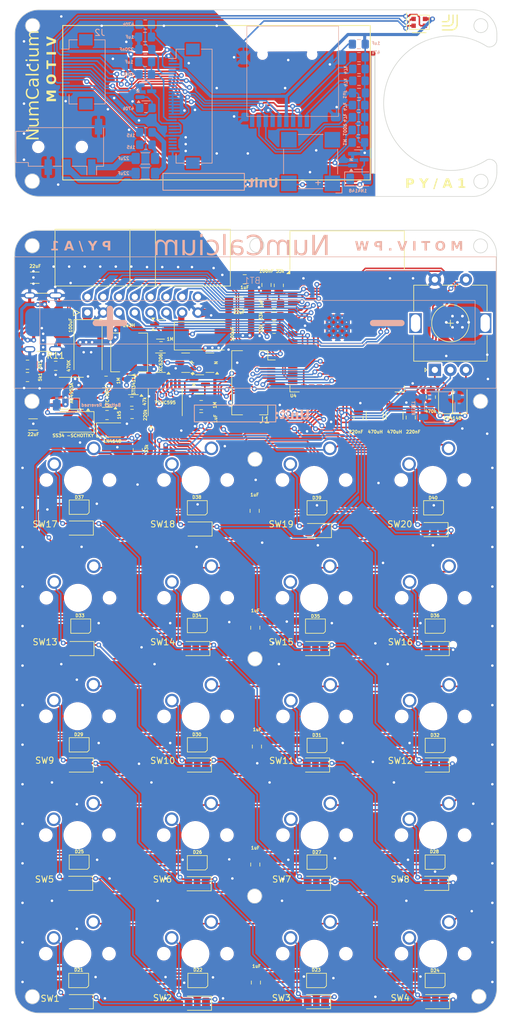
<source format=kicad_pcb>
(kicad_pcb (version 20240108) (generator "pcbnew") (generator_version "8.0")
  (layers (0 "F.Cu" signal) (31 "B.Cu" signal) (34 "B.Paste" user) (35 "F.Paste" user) (36 "B.SilkS" user "B.Silkscreen") (37 "F.SilkS" user "F.Silkscreen") (38 "B.Mask" user) (39 "F.Mask" user) (44 "Edge.Cuts" user))
  (net 0 "")
  (net 1 "GND")
  (net 2 "Net-(BZ1--)")
  (net 3 "VDD")
  (net 4 "Net-(BT1-+)")
  (net 5 "VBUS")
  (net 6 "IO_CK")
  (net 7 "IO_D")
  (net 8 "/Front/VDD")
  (net 9 "/Front/A_T")
  (net 10 "Net-(C12-Pad1)")
  (net 11 "/Front/A_R1")
  (net 12 "Net-(C13-Pad1)")
  (net 13 "IO_T")
  (net 14 "IO_OE")
  (net 15 "VCC_REG")
  (net 16 "Net-(D1-A)")
  (net 17 "Net-(D2-A)")
  (net 18 "Net-(D3-A)")
  (net 19 "Net-(D4-A)")
  (net 20 "Net-(D5-A)")
  (net 21 "Net-(D6-A)")
  (net 22 "Net-(D7-A)")
  (net 23 "Net-(D8-A)")
  (net 24 "Net-(D9-A)")
  (net 25 "Net-(D10-A)")
  (net 26 "Net-(D11-A)")
  (net 27 "Net-(D12-A)")
  (net 28 "Net-(D13-A)")
  (net 29 "Net-(D14-A)")
  (net 30 "Net-(D15-A)")
  (net 31 "Net-(D16-A)")
  (net 32 "Net-(D17-A)")
  (net 33 "Net-(D18-A)")
  (net 34 "Net-(D19-A)")
  (net 35 "Net-(D20-A)")
  (net 36 "#LOW_POWER_REQ")
  (net 37 "Net-(J3-Pin_5)")
  (net 38 "#B_OK")
  (net 39 "/Main/AUD_L")
  (net 40 "/Main/AUD_R")
  (net 41 "Net-(U1-PROG)")
  (net 42 "/Main/LED_RETURN")
  (net 43 "Net-(D22-DOUT)")
  (net 44 "Net-(D23-DOUT)")
  (net 45 "Net-(D25-DOUT)")
  (net 46 "/Front/LED")
  (net 47 "/Front/LED_RETURN")
  (net 51 "Net-(D26-DOUT)")
  (net 52 "Net-(D27-DOUT)")
  (net 53 "/Front/LCD_DC")
  (net 54 "/Front/MISO")
  (net 55 "/Front/CK")
  (net 56 "/Front/MOSI")
  (net 57 "/Front/LCD_CS")
  (net 58 "RST")
  (net 59 "/Front/SD_CS")
  (net 60 "Net-(Q6-D)")
  (net 61 "/Main/lighting/DOUT")
  (net 62 "Net-(D47-K)")
  (net 63 "Net-(U3-QB)")
  (net 64 "Net-(J3-Pin_20)")
  (net 65 "/Front/BUZZER")
  (net 66 "/Main/MOSI")
  (net 67 "Net-(J3-Pin_21)")
  (net 68 "/Main/SD_CS")
  (net 69 "/Main/MISO")
  (net 70 "Net-(U2-LX)")
  (net 71 "/Main/CK")
  (net 72 "/Main/LCD_LED")
  (net 73 "/Main/LCD_CS")
  (net 74 "/Main/LCD_DC")
  (net 75 "/Main/STATUS_LED")
  (net 76 "Net-(U2-FB)")
  (net 77 "Net-(U3-QH)")
  (net 78 "Net-(U3-QG)")
  (net 79 "Net-(U3-QF)")
  (net 80 "Net-(U3-QE)")
  (net 81 "Net-(U3-QD)")
  (net 82 "Net-(U3-QC)")
  (net 84 "/Main/BUZ_DRIVE")
  (net 85 "/Front/LCD_LED")
  (net 86 "VBAT")
  (net 87 "Net-(U3-QA)")
  (net 88 "CHARGE_STATE")
  (net 90 "Net-(BZ1-+)")
  (net 91 "Net-(D21-DOUT)")
  (net 93 "Net-(D29-DOUT)")
  (net 94 "Net-(D31-DOUT)")
  (net 95 "Net-(D32-DOUT)")
  (net 96 "Net-(D33-DOUT)")
  (net 97 "Net-(D35-DOUT)")
  (net 98 "Net-(D36-DOUT)")
  (net 99 "Net-(D37-DOUT)")
  (net 100 "Net-(D38-DOUT)")
  (net 101 "Net-(D39-DOUT)")
  (net 102 "Net-(D28-DOUT)")
  (net 103 "Net-(D44-A)")
  (net 104 "Net-(D45-A)")
  (net 105 "Net-(D46-A)")
  (net 106 "Net-(U4-USB_D+)")
  (net 107 "Net-(U4-USB_D-)")
  (net 108 "Net-(C12-Pad2)")
  (net 109 "Net-(C13-Pad2)")
  (net 114 "Net-(J4-DAT2)")
  (net 115 "Net-(J4-DAT1)")
  (net 116 "Net-(J6-CC2)")
  (net 118 "Net-(J6-CC1)")
  (net 120 "Net-(J7-Pin_14)")
  (net 121 "RX1")
  (net 122 "Net-(J7-Pin_12)")
  (net 123 "Net-(J7-Pin_2)")
  (net 124 "Net-(J7-Pin_6)")
  (net 125 "Net-(J7-Pin_8)")
  (net 126 "TX1")
  (net 127 "Net-(J7-Pin_16)")
  (net 128 "Net-(J7-Pin_10)")
  (net 129 "Net-(J7-Pin_4)")
  (net 130 "SYSTEM_ON_CTRL")
  (net 131 "Net-(U4-IO15)")
  (net 132 "TX0")
  (net 133 "RX0")
  (net 134 "VBAT_CH")
  (net 135 "Net-(U4-IO47)")
  (net 136 "Net-(U4-IO48)")
  (net 137 "Net-(D34-DOUT)")
  (net 138 "Net-(D30-DOUT)")
  (net 139 "Net-(D24-DOUT)")
  (net 140 "/Front/GND")
  (footprint "LED_SMD:LED_WS2812B-2020_PLCC4_2.0x2.0mm" (layer "F.Cu") (at 28.867879 35.860843 180)
    (property "Reference" "D38")
    (property "Value" "WS2812B-2020")
  )
  (footprint "Package_TO_SOT_SMD:TSOT-23-5" (layer "F.Cu") (at 14.401335 18.164 180)
    (property "Reference" "U1" (hide yes))
    (property "Value" "LTC4054")
  )
  (footprint "Diode_SMD:D_1206_3216Metric" (layer "F.Cu") (at 9.865879 115.164 180)
    (property "Reference" "D1" (hide yes))
    (property "Value" "1N4148")
  )
  (footprint "Resistor_SMD:R_0805_2012Metric_Pad1.20x1.40mm_HandSolder" (layer "F.Cu") (at 29.492 19.364 180)
    (property "Reference" "R10" (hide yes))
    (property "Value" "1M")
  )
  (footprint "footprints:SW_Cherry_MX_1.00u_PCB" (layer "F.Cu") (at 50.27 64.283)
    (property "Reference" "SW11")
    (property "Value" "SW_Push")
  )
  (footprint "Package_SO:TSSOP-16_4.4x5mm_P0.65mm" (layer "F.Cu") (at 23.707879 18.880843 90)
    (property "Reference" "U3" (hide yes))
    (property "Value" "74HC595")
  )
  (footprint "Capacitor_SMD:C_1206_3216Metric_Pad1.33x1.80mm_HandSolder" (layer "F.Cu") (at 35.5295 2.964 180)
    (property "Reference" "C6" (hide yes))
    (property "Value" "22u")
  )
  (footprint "footprints:SW_Cherry_MX_1.00u_PCB" (layer "F.Cu") (at 12.215 45.234)
    (property "Reference" "SW13")
    (property "Value" "SW_Push")
  )
  (footprint "Resistor_SMD:R_0805_2012Metric_Pad1.20x1.40mm_HandSolder" (layer "F.Cu") (at 1.555879 14.862443 180)
    (property "Reference" "R17" (hide yes))
    (property "Value" "5k1")
  )
  (footprint "Capacitor_SMD:C_0805_2012Metric_Pad1.18x1.45mm_HandSolder" (layer "F.Cu") (at 38.457879 74.200843 90)
    (property "Reference" "C17" (hide yes))
    (property "Value" "1u")
  )
  (footprint "Resistor_SMD:R_0805_2012Metric_Pad1.20x1.40mm_HandSolder" (layer "F.Cu") (at 41.215879 7.116843)
    (property "Reference" "R5" (hide yes))
    (property "Value" "33k")
  )
  (footprint "Diode_SMD:D_1206_3216Metric" (layer "F.Cu") (at 67.165879 115.164 180)
    (property "Reference" "D4" (hide yes))
    (property "Value" "1N4148")
  )
  (footprint "Diode_SMD:D_1206_3216Metric" (layer "F.Cu") (at 66.915879 39.364 180)
    (property "Reference" "D20" (hide yes))
    (property "Value" "1N4148")
  )
  (footprint "Diode_SMD:D_1206_3216Metric" (layer "F.Cu") (at 9.765879 96.164 180)
    (property "Reference" "D5" (hide yes))
    (property "Value" "1N4148")
  )
  (footprint "LED_SMD:LED_WS2812B-2020_PLCC4_2.0x2.0mm" (layer "F.Cu") (at 67.117879 54.860843 180)
    (property "Reference" "D36")
    (property "Value" "WS2812B-2020")
  )
  (footprint "Diode_SMD:D_1206_3216Metric" (layer "F.Cu") (at 9.865879 77.164 180)
    (property "Reference" "D9" (hide yes))
    (property "Value" "1N4148")
  )
  (footprint "Capacitor_SMD:C_1206_3216Metric_Pad1.33x1.80mm_HandSolder" (layer "F.Cu") (at 2.453379 22.480843 180)
    (property "Reference" "C22" (hide yes))
    (property "Value" "22u")
  )
  (footprint "Diode_SMD:D_1206_3216Metric" (layer "F.Cu") (at 67.115879 77.164 180)
    (property "Reference" "D12" (hide yes))
    (property "Value" "1N4148")
  )
  (footprint "LED_SMD:LED_WS2812B-2020_PLCC4_2.0x2.0mm" (layer "F.Cu") (at 48.037879 111.760843 180)
    (property "Reference" "D23")
    (property "Value" "WS2812B-2020")
  )
  (footprint "Diode_SMD:D_1206_3216Metric" (layer "F.Cu") (at 28.965879 39.264 180)
    (property "Reference" "D18" (hide yes))
    (property "Value" "1N4148")
  )
  (footprint "Capacitor_SMD:C_0805_2012Metric_Pad1.18x1.45mm_HandSolder" (layer "F.Cu") (at 39.995479 0.079643 -90)
    (property "Reference" "C8" (hide yes))
    (property "Value" "220n")
  )
  (footprint "Package_TO_SOT_SMD:SOT-23" (layer "F.Cu") (at 26.992 12.564 180)
    (property "Reference" "Q3" (hide yes))
    (property "Value" "AO3401A")
  )
  (footprint "LED_SMD:LED_WS2812B-2020_PLCC4_2.0x2.0mm" (layer "F.Cu") (at 66.867879 35.860843 180)
    (property "Reference" "D40")
    (property "Value" "WS2812B-2020")
  )
  (footprint "Diode_SMD:D_1206_3216Metric" (layer "F.Cu") (at 71.107879 18.480843 90)
    (property "Reference" "D46" (hide yes))
    (property "Value" "1N4148")
  )
  (footprint "Diode_SMD:D_1206_3216Metric" (layer "F.Cu") (at 14.945335 23.364)
    (property "Reference" "D44" (hide yes))
    (property "Value" "1N4148")
  )
  (footprint "Diode_SMD:D_1206_3216Metric" (layer "F.Cu") (at 28.865879 77.164 180)
    (property "Reference" "D10" (hide yes))
    (property "Value" "1N4148")
  )
  (footprint "LED_SMD:LED_WS2812B-2020_PLCC4_2.0x2.0mm" (layer "F.Cu") (at 48.117879 35.860843 180)
    (property "Reference" "D39")
    (property "Value" "WS2812B-2020")
  )
  (footprint "footprints:SW_Cherry_MX_1.00u_PCB" (layer "F.Cu") (at 12.155 64.249)
    (property "Reference" "SW9")
    (property "Value" "SW_Push")
  )
  (footprint "footprints:IDC-Header_2x08_P2.54mm_Horizontal" (layer "F.Cu") (at 11.192 4.520843 90)
    (property "Reference" "J7" (hide yes))
    (property "Value" "Conn_02x08_Odd_Even")
  )
  (footprint "footprints:SW_Cherry_MX_1.00u_PCB" (layer "F.Cu") (at 69.32 83.333)
    (property "Reference" "SW8")
    (property "Value" "SW_Push")
  )
  (footprint "footprints:SW_Cherry_MX_1.00u_PCB" (layer "F.Cu") (at 69.332 102.384)
    (property "Reference" "SW4")
    (property "Value" "SW_Push")
  )
  (footprint "Capacitor_SMD:C_0805_2012Metric_Pad1.18x1.45mm_HandSolder" (layer "F.Cu") (at 38.192 93.143343 90)
    (property "Reference" "C18" (hide yes))
    (property "Value" "1u")
  )
  (footprint "Capacitor_SMD:C_0805_2012Metric_Pad1.18x1.45mm_HandSolder" (layer "F.Cu") (at 38.092 36.348343 90)
    (property "Reference" "C14" (hide yes))
    (property "Value" "1u")
  )
  (footprint "Capacitor_SMD:C_0805_2012Metric_Pad1.18x1.45mm_HandSolder" (layer "F.Cu") (at 36.492 -0.836 180)
    (property "Reference" "C7" (hide yes))
    (property "Value" "1u")
  )
  (footprint "footprints:SW_Cherry_MX_1.00u_PCB" (layer "F.Cu") (at 50.188 45.234)
    (property "Reference" "SW15")
    (property "Value" "SW_Push")
  )
  (footprint "Package_TO_SOT_SMD:SOT-23" (layer "F.Cu") (at 22.942 7.214)
    (property "Reference" "Q1" (hide yes))
    (property "Value" "AO3401A")
  )
  (footprint "Connector_USB:USB_C_Receptacle_GCT_USB4105-xx-A_16P_TopMnt_Horizontal" (layer "F.Cu") (at 2.982879 6.080843 -90)
    (property "Reference" "J6" (hide yes))
    (property "Value" "USB_C_Receptacle_USB2.0_16P")
  )
  (footprint "Inductor_SMD:L_Chilisin_BMRA00050530" (layer "F.Cu") (at 17.907879 10.914 90)
    (property "Reference" "L1" (hide yes))
    (property "Value" "2u2")
  )
  (footprint "LED_SMD:LED_WS2812B-2020_PLCC4_2.0x2.0mm" (layer "F.Cu") (at 9.867879 92.760843 180)
    (property "Reference" "D25")
    (property "Value" "WS2812B-2020")
  )
  (footprint "Diode_SMD:D_1206_3216Metric" (layer "F.Cu") (at 67.115879 58.464 180)
    (property "Reference" "D16" (hide yes))
    (property "Value" "1N4148")
  )
  (footprint "footprints:ESP32-S3-WROOM-1-Compact-Court" (layer "F.Cu") (at 52.967668 4.302723)
    (property "Reference" "U4")
    (property "Value" "ESP32-S3-WROOM-1")
  )
  (footprint "Diode_SMD:D_1206_3216Metric" (layer "F.Cu") (at 28.815879 96.228 180)
    (property "Reference" "D6" (hide yes))
    (property "Value" "1N4148")
  )
  (footprint "footprints:SW_Cherry_MX_1.00u_PCB" (layer "F.Cu") (at 69.365 45.234)
    (property "Reference" "SW16")
    (property "Value" "SW_Push")
  )
  (footprint "Diode_SMD:D_SMA" (layer "F.Cu") (at 8.745335 22.064 180)
    (property "Reference" "D43" (hide yes))
    (property "Value" "SS32")
  )
  (footprint "LED_SMD:LED_WS2812B-2020_PLCC4_2.0x2.0mm" (layer "F.Cu") (at 28.872879 73.918343 180)
    (property "Reference" "D30")
    (property "Value" "WS2812B-2020")
  )
  (footprint "Resistor_SMD:R_0805_2012Metric_Pad1.20x1.40mm_HandSolder" (layer "F.Cu") (at 1.555879 12.887923 180)
    (property "Reference" "R16" (hide yes))
    (property "Value" "5k1")
  )
  (footprint "Diode_SMD:D_1206_3216Metric" (layer "F.Cu") (at 47.865879 77.164 180)
    (property "Reference" "D11" (hide yes))
    (property "Value" "1N4148")
  )
  (footprint "Resistor_SMD:R_0805_2012Metric_Pad1.20x1.40mm_HandSolder" (layer "F.Cu") (at 18.374235 20.792 180)
    (property "Reference" "R8" (hide yes))
    (property "Value" "220k")
  )
  (footprint "LED_SMD:LED_WS2812B-2020_PLCC4_2.0x2.0mm" (layer "F.Cu") (at 64.570667 -42.092596)
    (property "Reference" "D41" (hide yes))
    (property "Value" "WS2812B-2020" (hide yes))
  )
  (footprint "Inductor_SMD:L_1210_3225Metric" (layer "F.Cu") (at 57.392 21.064 90)
    (property "Reference" "L2" (hide yes))
    (property "Value" "470u")
  )
  (footprint "Diode_SMD:D_1206_3216Metric" (layer "F.Cu") (at 9.965879 58.464 180)
    (property "Reference" "D13" (hide yes))
    (property "Value" "1N4148")
  )
  (footprint "Capacitor_SMD:C_1206_3216Metric_Pad1.33x1.80mm_HandSolder" (layer "F.Cu") (at 2.7295 -1.088757 180)
    (property "Reference" "C1" (hide yes))
    (property "Value" "22u")
  )
  (footprint "Package_TO_SOT_SMD:SOT-23" (layer "F.Cu") (at 29.2545 16.064)
    (property "Reference" "Q6" (hide yes))
    (property "Value" "BSS138")
  )
  (footprint "footprints:SW_Cherry_MX_1.00u_PCB" (layer "F.Cu") (at 31.138 26.311)
    (property "Reference" "SW18")
    (property "Value" "SW_Push")
  )
  (footprint "Capacitor_Tantalum_SMD:CP_EIA-7343-31_Kemet-D" (layer "F.Cu") (at 29.5795 8.264)
    (property "Reference" "C3" (hide yes))
    (property "Value" "100u")
  )
  (footprint "LED_SMD:LED_WS2812B-2020_PLCC4_2.0x2.0mm" (layer "F.Cu") (at 28.867879 54.760843 180)
    (property "Reference" "D34")
    (property "Value" "WS2812B-2020")
  )
  (footprint "Resistor_SMD:R_0805_2012Metric_Pad1.20x1.40mm_HandSolder" (layer "F.Cu") (at 66.434279 18.081843 -90)
    (property "Reference" "R12" (hide yes))
    (property "Value" "470k")
  )
  (footprint "Resistor_SMD:R_0805_2012Metric_Pad1.20x1.40mm_HandSolder" (layer "F.Cu") (at 14.192 15.464 180)
    (property "Reference" "R3" (hide yes))
    (property "Value" "1M")
  )
  (footprint "footprints:SW_Cherry_MX_1.00u_PCB" (layer "F.Cu") (at 50.188 26.311)
    (property "Reference" "SW19")
    (property "Value" "SW_Push")
  )
  (footprint "LED_SMD:LED_WS2812B-2020_PLCC4_2.0x2.0mm" (layer "F.Cu") (at 48.117879 92.760843 180)
    (property "Reference" "D27")
    (property "Value" "WS2812B-2020")
  )
  (footprint "Diode_SMD:D_1206_3216Metric" (layer "F.Cu") (at 67.015879 96.164 180)
    (property "Reference" "D8" (hide yes))
    (property "Value" "1N4148")
  )
  (footprint "footprints:SW_Cherry_MX_1.00u_PCB" (layer "F.Cu") (at 12.128 102.384)
    (property "Reference" "SW1")
    (property "Value" "SW_Push")
  )
  (footprint "Capacitor_Tantalum_SMD:CP_EIA-7343-31_Kemet-D" (layer "F.Cu") (at 11.292 10.0515 -90)
    (property "Reference" "C2" (hide yes))
    (property "Value" "100u")
  )
  (footprint "Diode_SMD:D_1206_3216Metric" (layer "F.Cu") (at 68.801668 18.478123 90)
    (property "Reference" "D45" (hide yes))
    (property "Value" "1N4148")
  )
  (footprint "LED_SMD:LED_WS2812B-2020_PLCC4_2.0x2.0mm" (layer "F.Cu") (at 28.952879 111.760843 180)
    (property "Reference" "D22")
    (property "Value" "WS2812B-2020")
  )
  (footprint "Capacitor_SMD:C_0805_2012Metric_Pad1.18x1.45mm_HandSolder" (layer "F.Cu") (at 38.292 112.093343 90)
    (property "Reference" "C19" (hide yes))
    (property "Value" "1u")
  )
  (footprint "LED_SMD:LED_WS2812B-2020_PLCC4_2.0x2.0mm" (layer "F.Cu") (at 10.117879 54.860843 180)
    (property "Reference" "D33")
    (property "Value" "WS2812B-2020")
  )
  (footprint "LED_SMD:LED_WS2812B-2020_PLCC4_2.0x2.0mm" (layer "F.Cu") (at 9.867879 35.760843 180)
    (property "Reference" "D37")
    (property "Value" "WS2812B-2020")
  )
  (footprint "Package_SO:SOP-8_3.9x4.9mm_P1.27mm" (layer "F.Cu") (at 8.605835 17.469 180)
    (property "Reference" "Q5" (hide yes))
    (property "Value" "AO4953A")
  )
  (footprint "Capacitor_SMD:C_0805_2012Metric_Pad1.18x1.45mm_HandSolder" (layer "F.Cu") (at 29.492 21.314 180)
    (property "Reference" "C5" (hide yes))
    (property "Value" "1u")
  )
  (footprint "footprints:RotaryEncoder_Alps_EC11E-Switch_Vertical_H20mm" (layer "F.Cu") (at 67.071603 13.716567 90)
    (property "Reference" "SW21" (hide yes))
    (property "Value" "Encoder")
  )
  (footprint "LED_SMD:LED_WS2812B-2020_PLCC4_2.0x2.0mm" (layer "F.Cu") (at 67.117879 111.760843 180)
    (property "Reference" "D24")
    (property "Value" "WS2812B-2020")
  )
  (footprint "Diode_SMD:D_1206_3216Metric" (layer "F.Cu") (at 28.865879 115.414 180)
    (property "Reference" "D2" (hide yes))
    (property "Value" "1N4148")
  )
  (footprint "footprints:SW_Cherry_MX_1.00u_PCB" (layer "F.Cu") (at 50.27 83.333)
    (property "Reference" "SW7")
    (property "Value" "SW_Push")
  )
  (footprint "LED_SMD:LED_WS2812B-2020_PLCC4_2.0x2.0mm" (layer "F.Cu") (at 9.787879 111.760843 180)
    (property "Reference" "D21")
    (property "Value" "WS2812B-2020")
  )
  (footprint "Resistor_SMD:R_0805_2012Metric_Pad1.20x1.40mm_HandSolder" (layer "F.Cu") (at 14.345335 20.964 180)
    (property "Reference" "R4" (hide yes))
    (property "Value" "1k5")
  )
  (footprint "Inductor_SMD:L_1210_3225Metric" (layer "F.Cu") (at 60.592 21.064 -90)
    (property "Reference" "L3" (hide yes))
    (property "Value" "470u")
  )
  (footprint "Package_TO_SOT_SMD:SOT-23-3" (layer "F.Cu") (at 22.942 12.564 180)
    (property "Reference" "U5" (hide yes))
    (property "Value" "XC6206PxxxMR")
  )
  (footprint "Package_TO_SOT_SMD:TSOT-23-5" (layer "F.Cu") (at 18.582935 16.1325 180)
    (property "Reference" "U2" (hide yes))
    (property "Value" "STI3411A")
  )
  (footprint "footprints:SW_Cherry_MX_1.00u_PCB" (layer "F.Cu") (at 31.138 64.283)
    (property "Reference" "SW10")
    (property "Value" "SW_Push")
  )
  (footprint "LED_SMD:LED_WS2812B-2020_PLCC4_2.0x2.0mm" (layer "F.Cu") (at 47.867879 54.860843 180)
    (property "Reference" "D35")
    (property "Value" "WS2812B-2020")
  )
  (footprint "LED_SMD:LED_WS2812B-2020_PLCC4_2.0x2.0mm" (layer "F.Cu") (at 28.867879 92.860843 180)
    (property "Reference" "D26")
    (property "Value" "WS2812B-2020")
  )
  (footprint "footprints:SW_Cherry_MX_1.00u_PCB" (layer "F.Cu") (at 50.228 102.384)
    (property "Reference" "SW3")
    (property "Value" "SW_Push")
  )
  (footprint "Diode_SMD:D_1206_3216Metric" (layer "F.Cu") (at 48.165879 39.514 180)
    (property "Reference" "D19" (hide yes))
    (property "Value" "1N4148")
  )
  (footprint "LED_SMD:LED_WS2812B-2020_PLCC4_2.0x2.0mm" (layer "F.Cu") (at 48.122879 74.018343 180)
    (property "Reference" "D31")
    (property "Value" "WS2812B-2020")
  )
  (footprint "Resistor_SMD:R_0805_2012Metric_Pad1.20x1.40mm_HandSolder" (layer "F.Cu") (at 18.323435 18.8098 180)
    (property "Reference" "R9" (hide yes))
    (property "Value" "47k")
  )
  (footprint "LED_SMD:LED_WS2812B-2020_PLCC4_2.0x2.0mm" (layer "F.Cu") (at 67.117879 92.760843 180)
    (property "Reference" "D28")
    (property "Value" "WS2812B-2020")
  )
  (footprint "Package_TO_SOT_SMD:SOT-23" (layer "F.Cu") (at 30.892 12.564 180)
    (property "Reference" "Q2" (hide yes))
    (property "Value" "BSS138")
  )
  (footprint "Resistor_SMD:R_0805_2012Metric_Pad1.20x1.40mm_HandSolder" (layer "F.Cu") (at 19.292 26.564 90)
    (property "Reference" "R1" (hide yes))
    (property "Value" "33k")
  )
  (footprint "footprints:SW_Cherry_MX_1.00u_PCB" (layer "F.Cu") (at 69.365 64.284)
    (property "Reference" "SW12")
    (property "Value" "SW_Push")
  )
  (footprint "footprints:SW_Cherry_MX_1.00u_PCB" (layer "F.Cu") (at 31.138 45.234)
    (property "Reference" "SW14")
    (property "Value" "SW_Push")
  )
  (footprint "Diode_SMD:D_1206_3216Metric" (layer "F.Cu") (at 28.615879 58.464 180)
    (property "Reference" "D14" (hide yes))
    (property "Value" "1N4148")
  )
  (footprint "Diode_SMD:D_1206_3216Metric" (layer "F.Cu") (at 9.865879 39.114 180)
    (property "Reference" "D17" (hide yes))
    (property "Value" "1N4148")
  )
  (footprint "Capacitor_SMD:C_0805_2012Metric_Pad1.18x1.45mm_HandSolder" (layer "F.Cu") (at 41.215879 3.116843 180)
    (property "Reference" "C4" (hide yes))
    (property "Value" "1u")
  )
  (footprint "Diode_SMD:D_1206_3216Metric" (layer "F.Cu") (at 47.865879 58.464 180)
    (property "Reference" "D15" (hide yes))
    (property "Value" "1N4148")
  )
  (footprint "footprints:SW_Cherry_MX_1.00u_PCB" (layer "F.Cu") (at 31.093 83.333)
    (property "Reference" "SW6")
    (property "Value" "SW_Push")
  )
  (footprint "footprints:SW_Cherry_MX_1.00u_PCB" (layer "F.Cu") (at 31.105 102.384)
    (property "Reference" "SW2")
    (property "Value" "SW_Push")
  )
  (footprint "footprints:SW_Cherry_MX_1.00u_PCB" (layer "F.Cu") (at 12.215 26.311)
    (property "Reference" "SW17")
    (property "Value" "SW_Push")
  )
  (footprint "Resistor_SMD:R_0805_2012Metric_Pad1.20x1.40mm_HandSolder" (layer "F.Cu") (at 23.042 9.914)
    (property "Reference" "R7" (hide yes))
    (property "Value" "1M")
  )
  (footprint "Diode_SMD:D_1206_3216Metric" (layer "F.Cu") (at 48.015879 96.164 180)
    (property "Reference" "D7" (hide yes))
    (property "Value" "1N4148")
  )
  (footprint "Diode_SMD:D_1206_3216Metric" (layer "F.Cu") (at 48.015879 115.164 180)
    (property "Reference" "D3" (hide yes))
    (property "Value" "1N4148")
  )
  (footprint "Connector_FFC-FPC:Hirose_FH12-14S-0.5SH_1x14-1MP_P0.50mm_Horizontal" (layer "F.Cu") (at 38.907879 15.780843 -90)
    (property "Reference" "J1")
    (property "Value" "Conn_01x14_Socket")
  )
  (footprint "Resistor_SMD:R_0805_2012Metric_Pad1.20x1.40mm_HandSolder" (layer "F.Cu") (at 41.215879 5.116843 180)
    (property "Reference" "R6" (hide yes))
    (property "Value" "33k")
  )
  (footprint "Resistor_SMD:R_0805_2012Metric_Pad1.20x1.40mm_HandSolder" (layer "F.Cu") (at 6.092 13.064)
    (property "Reference" "R11")
    (property "Value" "470k")
  )
  (footprint "footprints:SW_Cherry_MX_1.00u_PCB" (layer "F.Cu") (at 69.278 26.311)
    (property "Reference" "SW20")
    (property "Value" "SW_Push")
  )
  (footprint "Capacitor_SMD:C_0805_2012Metric_Pad1.18x1.45mm_HandSolder" (layer "F.Cu") (at 54.792 21.4015 -90)
    (property "Reference" "C21" (hide yes))
    (property "Value" "220n")
  )
  (footprint "LED_SMD:LED_WS2812B-2020_PLCC4_2.0x2.0mm" (layer "F.Cu") (at 9.872879 73.918343 180)
    (property "Reference" "D29")
    (property "Value" "WS2812B-2020")
  )
  (footprint "Resistor_SMD:R_0805_2012Metric_Pad1.20x1.40mm_HandSolder" (layer "F.Cu") (at 41.976679 0.146443 -90)
    (property "Reference" "R14" (hide yes))
    (property "Value" "33k")
  )
  (footprint "footprints:SW_Cherry_MX_1.00u_PCB" (layer "F.Cu") (at 12.128 83.334)
    (property "Reference" "SW5")
    (property "Value" "SW_Push")
  )
  (footprint "Capacitor_SMD:C_0805_2012Metric_Pad1.18x1.45mm_HandSolder" (layer "F.Cu") (at 63.192 21.364 -90)
    (property "Reference" "C20" (hide yes))
    (property "Value" "220n")
  )
  (footprint "Capacitor_SMD:C_0805_2012Metric_Pad1.18x1.45mm_HandSolder" (layer "F.Cu") (at 38.192 55.118343 90)
    (property "Reference" "C16" (hide yes))
    (property "Value" "1u")
  )
  (footprint "LED_SMD:LED_WS2812B-2020_PLCC4_2.0x2.0mm" (layer "F.Cu") (at 67.122879 74.018343 180)
    (property "Reference" "D32")
    (property "Value" "WS2812B-2020")
  )
  (footprint "footprints:microSD_Short_1" (layer "B.Cu") (at 44.284757 -32.932599)
    (property "Reference" "J4" (hide yes))
    (property "Value" "Micro_SD_Card_Det2")
  )
  (footprint "Resistor_SMD:R_0805_2012Metric_Pad1.20x1.40mm_HandSolder" (layer "B.Cu") (at 54.868905 -32.701215 180)
    (property "Reference" "R25" (hide yes))
    (property "Value" "47k")
  )
  (footprint "Connector_FFC-FPC:Hirose_FH12-30S-0.5SH_1x30-1MP_P0.50mm_Horizontal" (layer "B.Cu") (at 26.750757 -28.632599 -90)
    (property "Reference" "J3" (hide yes))
    (property "Value" "LCD_socket")
  )
  (footprint "Diode_SMD:D_1206_3216Metric" (layer "B.Cu") (at 7.657879 19.380843 180)
    (property "Reference" "D47" (hide yes))
    (property "Value" "LED")
  )
  (footprint "Capacitor_SMD:C_1206_3216Metric_Pad1.33x1.80mm_HandSolder" (layer "B.Cu") (at 20.517 -17.836)
    (property "Reference" "C13" (hide yes))
    (property "Value" "22u")
  )
  (footprint "Capacitor_SMD:C_0805_2012Metric_Pad1.18x1.45mm_HandSolder" (layer "B.Cu") (at 54.842 -38.589401 180)
    (property "Reference" "C23" (hide yes))
    (property "Value" "1u")
  )
  (footprint "Package_TO_SOT_SMD:SOT-23" (layer "B.Cu") (at 54.781405 -20.051215)
    (property "Reference" "Q8" (hide yes))
    (property "Value" "BSS138")
  )
  (footprint "Buzzer_Beeper:MagneticBuzzer_CUI_CMT-8504-100-SMT" (layer "B.Cu") (at 47.092 -19.736 90)
    (property "Reference" "BZ1" (hide yes))
    (property "Value" "Buzzer")
  )
  (footprint "footprints:Jack_3.5mm_PJ320D_Horizontal" (layer "B.Cu") (at 8.067 -22.086)
    (property "Reference" "J5" (hide yes))
    (property "Value" "AudioJack4")
  )
  (footprint "Resistor_SMD:R_0805_2012Metric_Pad1.20x1.40mm_HandSolder" (layer "B.Cu") (at 54.868905 -34.601215 180)
    (property "Reference" "R24" (hide yes))
    (property "Value" "47k")
  )
  (footprint "Resistor_SMD:R_0805_2012Metric_Pad1.20x1.40mm_HandSolder" (layer "B.Cu") (at 20.592 -28.336 180)
    (property "Reference" "R18" (hide yes))
    (property "Value" "470k")
  )
  (footprint "Capacitor_SMD:C_0805_2012Metric_Pad1.18x1.45mm_HandSolder" (layer "B.Cu") (at 54.868905 -30.751215 180)
    (property "Reference" "C15" (hide yes))
    (property "Value" "1u")
  )
  (footprint "Resistor_SMD:R_0805_2012Metric_Pad1.20x1.40mm_HandSolder" (layer "B.Cu") (at 54.818905 -26.851215 180)
    (property "Reference" "R21" (hide yes))
    (property "Value" "47k")
  )
  (footprint "Resistor_SMD:R_0805_2012Metric_Pad1.20x1.40mm_HandSolder" (layer "B.Cu") (at 20.4912 -33.736 180)
    (property "Reference" "R19" (hide yes))
    (property "Value" "22")
  )
  (footprint "Button_Switch_SMD:SW_SPST_PTS647_Sx38" (layer "B.Cu") (at 67.857879 19.680843)
    (property "Reference" "SW22" (hide yes))
    (property "Value" "SW_Push")
  )
  (footprint "Diode_SMD:D_1206_3216Metric" (layer "B.Cu") (at 54.847257 -16.936)
    (property "Reference" "D42" (hide yes))
    (property "Value" "1N4148")
  )
  (footprint "Capacitor_SMD:C_0805_2012Metric_Pad1.18x1.45mm_HandSolder" (layer "B.Cu") (at 20.4608 -39.736 180)
    (property "Reference" "C10" (hide yes))
    (property "Value" "1u")
  )
  (footprint "footprints:LiIon18650" (layer "B.Cu") (at 76.942 -4.436 180)
    (property "Reference" "BT1")
    (property "Value" "Battery" (hide yes))
  )
  (footprint "Connector_FFC-FPC:Hirose_FH12-14S-0.5SH_1x14-1MP_P0.50mm_Horizontal" (layer "B.Cu") (at 9.542 -34.132599 -90)
    (property "Reference" "J2")
    (property "Value" "Conn_01x14_Socket")
  )
  (footprint "Capacitor_SMD:C_0805_2012Metric_Pad1.18x1.45mm_HandSolder" (layer "B.Cu") (at 20.476 -35.736)
    (property "Reference" "C9" (hide yes))
    (property "Value" "1u")
  )
  (footprint "Capacitor_SMD:C_0805_2012Metric_Pad1.18x1.45mm_HandSolder" (layer "B.Cu") (at 20.5116 -37.736 180)
    (property "Reference" "C11" (hide yes))
    (property "Value" "220n")
  )
  (footprint "Resistor_SMD:R_0805_2012Metric_Pad1.20x1.40mm_HandSolder" (layer "B.Cu") (at 20.592 -22.436 180)
    (property "Reference" "R28" (hide yes))
    (property "Value" "1k5")
  )
  (footprint "Package_TO_SOT_SMD:SOT-23" (layer "B.Cu") (at 20.5901 -31.036)
    (property "Reference" "Q9" (hide yes))
    (property "Value" "BSS138")
  )
  (footprint "Resistor_SMD:R_0805_2012Metric_Pad1.20x1.40mm_HandSolder" (layer "B.Cu") (at 54.818905 -28.801215 180)
    (property "Reference" "R22" (hide yes))
    (property "Value" "47k")
  )
  (footprint "Resistor_SMD:R_0805_2012Metric_Pad1.20x1.40mm_HandSolder" (layer "B.Cu") (at 20.592 -24.436 180)
    (property "Reference" "R29" (hide yes))
    (property "Value" "1k5")
  )
  (footprint "Resistor_SMD:R_0805_2012Metric_Pad1.20x1.40mm_HandSolder" (layer "B.Cu") (at 54.781405 -22.801215)
    (property "Reference" "R27" (hide yes))
    (property "Value" "1M")
  )
  (footprint "Resistor_SMD:R_0805_2012Metric_Pad1.20x1.40mm_HandSolder" (layer "B.Cu") (at 20.492 -41.736 180)
    (property "Reference" "R15" (hide yes))
    (property "Value" "470k")
  )
  (footprint "Resistor_SMD:R_0805_2012Metric_Pad1.20x1.40mm_HandSolder" (layer "B.Cu") (at 54.781405 -24.801215)
    (property "Reference" "R2" (hide yes))
    (property "Value" "22")
  )
  (footprint "Capacitor_SMD:C_1206_3216Metric_Pad1.33x1.80mm_HandSolder" (layer "B.Cu") (at 20.517 -20.236)
    (property "Reference" "C12" (hide yes))
    (property "Value" "22u")
  )
  (footprint "Resistor_SMD:R_0805_2012Metric_Pad1.20x1.40mm_HandSolder" (layer "B.Cu") (at 54.868905 -36.501215 180)
    (property "Reference" "R23" (hide yes))
    (property "Value" "47k")
  )
  (gr_rect (start 28.392 19.364) (end 41.492 22.064) (stroke (width 0.15)) (fill none) (layer "B.SilkS"))
  (gr_rect (start 23.342 -17.836) (end 36.442 -15.136) (stroke (width 0.15)) (fill none) (layer "B.SilkS"))
  (gr_line (start 68.280573 -41.535329) (end 69.355443 -41.535329) (stroke (width 0.211666)) (layer "F.SilkS"))
  (gr_line (start 69.248279 -42.341214) (end 69.260061 -42.356207) (stroke (width 0.211666)) (layer "F.SilkS"))
  (gr_line (start 70.457912 -41.198829) (end 70.484422 -41.232563) (stroke (width 0.211666)) (layer "F.SilkS"))
  (gr_line (start 69.949683 -41.92922) (end 69.96123 -41.958507) (stroke (width 0.211666)) (layer "F.SilkS"))
  (gr_line (start 69.832824 -41.746622) (end 69.853095 -41.770023) (stroke (width 0.211666)) (layer "F.SilkS"))
  (gr_line (start 69.662849 -41.613169) (end 69.689856 -41.628698) (stroke (width 0.211666)) (layer "F.SilkS"))
  (gr_line (start 69.291005 -42.404489) (end 69.29977 -42.421602) (stroke (width 0.211666)) (layer "F.SilkS"))
  (gr_line (start 69.330843 -42.513679) (end 69.334333 -42.533223) (stroke (width 0.211666)) (layer "F.SilkS"))
  (gr_line (start 69.321063 -42.475645) (end 69.326411 -42.494478) (stroke (width 0.211666)) (layer "F.SilkS"))
  (gr_line (start 69.326411 -42.494478) (end 69.330843 -42.513679) (stroke (width 0.211666)) (layer "F.SilkS"))
  (gr_line (start 69.235805 -42.326814) (end 69.248279 -42.341214) (stroke (width 0.211666)) (layer "F.SilkS"))
  (gr_line (start 70.509318 -41.267573) (end 70.532545 -41.303803) (stroke (width 0.211666)) (layer "F.SilkS"))
  (gr_line (start 69.789072 -41.70287) (end 69.81147 -41.724224) (stroke (width 0.211666)) (layer "F.SilkS"))
  (gr_line (start 69.606474 -41.586011) (end 69.635041 -41.598926) (stroke (width 0.211666)) (layer "F.SilkS"))
  (gr_line (start 69.485416 -41.548432) (end 69.516618 -41.555634) (stroke (width 0.211666)) (layer "F.SilkS"))
  (gr_line (start 69.999525 -42.147064) (end 70.000365 -42.180251) (stroke (width 0.211666)) (layer "F.SilkS"))
  (gr_line (start 69.716023 -41.645473) (end 69.741308 -41.663454) (stroke (width 0.211666)) (layer "F.SilkS"))
  (gr_line (start 69.314824 -42.457205) (end 69.321063 -42.475645) (stroke (width 0.211666)) (layer "F.SilkS"))
  (gr_line (start 69.355443 -41.535329) (end 69.38863 -41.536169) (stroke (width 0.211666)) (layer "F.SilkS"))
  (gr_line (start 70.116438 -40.944045) (end 70.155993 -40.961928) (stroke (width 0.211666)) (layer "F.SilkS"))
  (gr_line (start 69.096512 -42.227976) (end 69.114092 -42.235924) (stroke (width 0.211666)) (layer "F.SilkS"))
  (gr_line (start 68.942031 -42.196788) (end 68.962454 -42.197304) (stroke (width 0.211666)) (layer "F.SilkS"))
  (gr_line (start 70.194496 -40.981648) (end 70.231891 -41.003149) (stroke (width 0.211666)) (layer "F.SilkS"))
  (gr_line (start 69.547221 -41.564324) (end 69.577187 -41.574464) (stroke (width 0.211666)) (layer "F.SilkS"))
  (gr_line (start 69.992021 -40.901984) (end 70.034396 -40.914017) (stroke (width 0.211666)) (layer "F.SilkS"))
  (gr_line (start 70.661823 -41.76684) (end 70.661823 -43.255121) (stroke (width 0.211666)) (layer "F.SilkS"))
  (gr_line (start 62.538667 -43.616596) (end 62.538667 -40.822596) (stroke (width 0.15)) (layer "F.SilkS"))
  (gr_line (start 69.271126 -42.371767) (end 69.281449 -42.387869) (stroke (width 0.211666)) (layer "F.SilkS"))
  (gr_line (start 69.29977 -42.421602) (end 69.307718 -42.439182) (stroke (width 0.211666)) (layer "F.SilkS"))
  (gr_line (start 69.853095 -41.770023) (end 69.87224 -41.794386) (stroke (width 0.211666)) (layer "F.SilkS"))
  (gr_line (start 70.075887 -40.928056) (end 70.116438 -40.944045) (stroke (width 0.211666)) (layer "F.SilkS"))
  (gr_line (start 69.936768 -41.900653) (end 69.949683 -41.92922) (stroke (width 0.211666)) (layer "F.SilkS"))
  (gr_line (start 70.621677 -41.501298) (end 70.63371 -41.543673) (stroke (width 0.211666)) (layer "F.SilkS"))
  (gr_line (start 69.906996 -41.845838) (end 69.922525 -41.872845) (stroke (width 0.211666)) (layer "F.SilkS"))
  (gr_line (start 70.155993 -40.961928) (end 70.194496 -40.981648) (stroke (width 0.211666)) (layer "F.SilkS"))
  (gr_line (start 70.643681 -41.586876) (end 70.651534 -41.63085) (stroke (width 0.211666)) (layer "F.SilkS"))
  (gr_line (start 68.982609 -42.198837) (end 69.002471 -42.201361) (stroke (width 0.211666)) (layer "F.SilkS"))
  (gr_line (start 70.429846 -41.166428) (end 70.457912 -41.198829) (stroke (width 0.211666)) (layer "F.SilkS"))
  (gr_line (start 69.689856 -41.628698) (end 69.716023 -41.645473) (stroke (width 0.211666)) (layer "F.SilkS"))
  (gr_line (start 70.554046 -41.341198) (end 70.573766 -41.379701) (stroke (width 0.211666)) (layer "F.SilkS"))
  (gr_line (start 70.000365 -42.180251) (end 70.000365 -43.255121) (stroke (width 0.211666)) (layer "F.SilkS"))
  (gr_line (start 69.987262 -42.050278) (end 69.992934 -42.082037) (stroke (width 0.211666)) (layer "F.SilkS"))
  (gr_line (start 69.060049 -42.214631) (end 69.078489 -42.22087) (stroke (width 0.211666)) (layer "F.SilkS"))
  (gr_line (start 70.607638 -41.459807) (end 70.621677 -41.501298) (stroke (width 0.211666)) (layer "F.SilkS"))
  (gr_line (start 62.538667 -40.822596) (end 62.538667 -40.568596) (stroke (width 0.15)) (layer "F.SilkS"))
  (gr_line (start 69.768854 -40.873871) (end 69.814806 -40.875033) (stroke (width 0.211666)) (layer "F.SilkS"))
  (gr_line (start 70.268121 -41.026376) (end 70.303131 -41.051272) (stroke (width 0.211666)) (layer "F.SilkS"))
  (gr_line (start 69.041216 -42.209283) (end 69.060049 -42.214631) (stroke (width 0.211666)) (layer "F.SilkS"))
  (gr_line (start 69.814806 -40.875033) (end 69.860155 -40.878481) (stroke (width 0.211666)) (layer "F.SilkS"))
  (gr_line (start 69.078489 -42.22087) (end 69.096512 -42.227976) (stroke (width 0.211666)) (layer "F.SilkS"))
  (gr_line (start 69.860155 -40.878481) (end 69.904844 -40.88416) (stroke (width 0.211666)) (layer "F.SilkS"))
  (gr_line (start 69.997035 -42.114312) (end 69.999525 -42.147064) (stroke (width 0.211666)) (layer "F.SilkS"))
  (gr_line (start 68.280573 -42.196788) (end 68.942031 -42.196788) (stroke (width 0.211666)) (layer "F.SilkS"))
  (gr_line (start 70.657213 -41.675539) (end 70.660661 -41.720888) (stroke (width 0.211666)) (layer "F.SilkS"))
  (gr_line (start 70.400278 -41.135416) (end 70.429846 -41.166428) (stroke (width 0.211666)) (layer "F.SilkS"))
  (gr_line (start 70.573766 -41.379701) (end 70.591649 -41.419256) (stroke (width 0.211666)) (layer "F.SilkS"))
  (gr_line (start 69.516618 -41.555634) (end 69.547221 -41.564324) (stroke (width 0.211666)) (layer "F.SilkS"))
  (gr_line (start 69.97137 -41.988473) (end 69.98006 -42.019076) (stroke (width 0.211666)) (layer "F.SilkS"))
  (gr_line (start 69.38863 -41.536169) (end 69.421382 -41.538659) (stroke (width 0.211666)) (layer "F.SilkS"))
  (gr_line (start 70.532545 -41.303803) (end 70.554046 -41.341198) (stroke (width 0.211666)) (layer "F.SilkS"))
  (gr_line (start 70.591649 -41.419256) (end 70.607638 -41.459807) (stroke (width 0.211666)) (layer "F.SilkS"))
  (gr_line (start 63.455467 -40.430596) (end 65.655467 -40.430596) (stroke (width 0.15)) (layer "F.SilkS"))
  (gr_line (start 69.453657 -41.54276) (end 69.485416 -41.548432) (stroke (width 0.211666)) (layer "F.SilkS"))
  (gr_line (start 69.114092 -42.235924) (end 69.131205 -42.244689) (stroke (width 0.211666)) (layer "F.SilkS"))
  (gr_line (start 70.231891 -41.003149) (end 70.268121 -41.026376) (stroke (width 0.211666)) (layer "F.SilkS"))
  (gr_line (start 69.163927 -42.264568) (end 69.179487 -42.275633) (stroke (width 0.211666)) (layer "F.SilkS"))
  (gr_line (start 69.147825 -42.254245) (end 69.163927 -42.264568) (stroke (width 0.211666)) (layer "F.SilkS"))
  (gr_line (start 69.765671 -41.682599) (end 69.789072 -41.70287) (stroke (width 0.211666)) (layer "F.SilkS"))
  (gr_line (start 69.81147 -41.724224) (end 69.832824 -41.746622) (stroke (width 0.211666)) (layer "F.SilkS"))
  (gr_line (start 69.577187 -41.574464) (end 69.606474 -41.586011) (stroke (width 0.211666)) (layer "F.SilkS"))
  (gr_line (start 70.336865 -41.077782) (end 70.369266 -41.105848) (stroke (width 0.211666)) (layer "F.SilkS"))
  (gr_line (start 69.890221 -41.819671) (end 69.906996 -41.845838) (stroke (width 0.211666)) (layer "F.SilkS"))
  (gr_line (start 69.87224 -41.794386) (end 69.890221 -41.819671) (stroke (width 0.211666)) (layer "F.SilkS"))
  (gr_line (start 68.280573 -40.873871) (end 69.768854 -40.873871) (stroke (width 0.211666)) (layer "F.SilkS"))
  (gr_line (start 69.338906 -42.593663) (end 69.338906 -43.255121) (stroke (width 0.211666)) (layer "F.SilkS"))
  (gr_line (start 69.635041 -41.598926) (end 69.662849 -41.613169) (stroke (width 0.211666)) (layer "F.SilkS"))
  (gr_line (start 69.421382 -41.538659) (end 69.453657 -41.54276) (stroke (width 0.211666)) (layer "F.SilkS"))
  (gr_line (start 70.660661 -41.720888) (end 70.661823 -41.76684) (stroke (width 0.211666)) (layer "F.SilkS"))
  (gr_line (start 70.651534 -41.63085) (end 70.657213 -41.675539) (stroke (width 0.211666)) (layer "F.SilkS"))
  (gr_line (start 68.962454 -42.197304) (end 68.982609 -42.198837) (stroke (width 0.211666)) (layer "F.SilkS"))
  (gr_line (start 70.63371 -41.543673) (end 70.643681 -41.586876) (stroke (width 0.211666)) (layer "F.SilkS"))
  (gr_line (start 69.281449 -42.387869) (end 69.291005 -42.404489) (stroke (width 0.211666)) (layer "F.SilkS"))
  (gr_line (start 69.179487 -42.275633) (end 69.19448 -42.287415) (stroke (width 0.211666)) (layer "F.SilkS"))
  (gr_line (start 70.303131 -41.051272) (end 70.336865 -41.077782) (stroke (width 0.211666)) (layer "F.SilkS"))
  (gr_line (start 69.98006 -42.019076) (end 69.987262 -42.050278) (stroke (width 0.211666)) (layer "F.SilkS"))
  (gr_line (start 69.002471 -42.201361) (end 69.022015 -42.204851) (stroke (width 0.211666)) (layer "F.SilkS"))
  (gr_line (start 69.33839 -42.57324) (end 69.338906 -42.593663) (stroke (width 0.211666)) (layer "F.SilkS"))
  (gr_line (start 69.222664 -42.31303) (end 69.235805 -42.326814) (stroke (width 0.211666)) (layer "F.SilkS"))
  (gr_line (start 69.992934 -42.082037) (end 69.997035 -42.114312) (stroke (width 0.211666)) (layer "F.SilkS"))
  (gr_line (start 69.741308 -41.663454) (end 69.765671 -41.682599) (stroke (width 0.211666)) (layer "F.SilkS"))
  (gr_line (start 69.922525 -41.872845) (end 69.936768 -41.900653) (stroke (width 0.211666)) (layer "F.SilkS"))
  (gr_line (start 69.336857 -42.553085) (end 69.33839 -42.57324) (stroke (width 0.211666)) (layer "F.SilkS"))
  (gr_line (start 70.369266 -41.105848) (end 70.400278 -41.135416) (stroke (width 0.211666)) (layer "F.SilkS"))
  (gr_line (start 70.034396 -40.914017) (end 70.075887 -40.928056) (stroke (width 0.211666)) (layer "F.SilkS"))
  (gr_line (start 69.20888 -42.299889) (end 69.222664 -42.31303) (stroke (width 0.211666)) (layer "F.SilkS"))
  (gr_rect (start 7.227757 -41.582599) (end 56.692 -16.782599) (stroke (width 0.15)) (fill none) (layer "F.SilkS"))
  (gr_line (start 69.948818 -40.892013) (end 69.992021 -40.901984) (stroke (width 0.211666)) (layer "F.SilkS"))
  (gr_line (start 69.338906 -43.255121) (end 69.336857 -42.553085) (stroke (width 0.211666)) (layer "F.SilkS"))
  (gr_line (start 69.96123 -41.958507) (end 69.97137 -41.988473) (stroke (width 0.211666)) (layer "F.SilkS"))
  (gr_line (start 69.260061 -42.356207) (end 69.271126 -42.371767) (stroke (width 0.211666)) (layer "F.SilkS"))
  (gr_line (start 69.307718 -42.439182) (end 69.314824 -42.457205) (stroke (width 0.211666)) (layer "F.SilkS"))
  (gr_line (start 69.904844 -40.88416) (end 69.948818 -40.892013) (stroke (width 0.211666)) (layer "F.SilkS"))
  (gr_line (start 69.131205 -42.244689) (end 69.147825 -42.254245) (stroke (width 0.211666)) (layer "F.SilkS"))
  (gr_line (start 69.19448 -42.287415) (end 69.20888 -42.299889) (stroke (width 0.211666)) (layer "F.SilkS"))
  (gr_line (start 69.022015 -42.204851) (end 69.041216 -42.209283) (stroke (width 0.211666)) (layer "F.SilkS"))
  (gr_line (start 69.334333 -42.533223) (end 69.336857 -42.553085) (stroke (width 0.211666)) (layer "F.SilkS"))
  (gr_line (start 70.484422 -41.232563) (end 70.509318 -41.267573) (stroke (width 0.211666)) (layer "F.SilkS"))
  (gr_circle (center 74.16363 114.329746) (end 73.18763 113.732654) (stroke (width 0.1)) (fill none) (layer "Edge.Cuts"))
  (gr_circle (center 38.147844 28.064) (end 37.171844 27.466908) (stroke (width 0.1)) (fill none) (layer "Edge.Cuts"))
  (gr_circle (center 2.37705 -41.561642) (end 2.974142 -40.585642) (stroke (width 0.1)) (fill none) (layer "Edge.Cuts"))
  (gr_circle (center 2.324668 -16.585539) (end 3.16745 -15.782061) (stroke (width 0.1)) (fill none) (layer "Edge.Cuts"))
  (gr_line (start -0.492609 113.124169) (end -0.512332 -4.841277) (stroke (width 0.1)) (layer "Edge.Cuts"))
  (gr_circle (center 2.347844 114.364) (end 3.323844 113.766908) (stroke (width 0.1)) (fill none) (layer "Edge.Cuts"))
  (gr_arc (start 77.048358 -17.992196) (mid 75.917 -15.261) (end 73.185804 -14.129642) (stroke (width 0.1)) (layer "Edge.Cuts"))
  (gr_line (start 73.167391 116.986723) (end 3.369945 116.986723) (stroke (width 0.1)) (layer "Edge.Cuts"))
  (gr_line (start 77.048357 -40.239088) (end 77.042 -39.286) (stroke (width 0.1)) (layer "Edge.Cuts"))
  (gr_line (start 73.185804 -44.101642) (end 3.388358 -44.101642) (stroke (width 0.1)) (layer "Edge.Cuts"))
  (gr_arc (start 3.388358 -14.129642) (mid 0.657118 -15.260956) (end -0.474196 -17.992196) (stroke (width 0.1)) (layer "Edge.Cuts"))
  (gr_rect (start 56.892 -36.684199) (end 57.4334 -17.841399) (stroke (width 0.15)) (fill none) (layer "Edge.Cuts"))
  (gr_line (start 73.147668 -8.703831) (end 3.350222 -8.703831) (stroke (width 0.1)) (layer "Edge.Cuts"))
  (gr_circle (center 2.321922 -6.222907) (end 2.919014 -5.246907) (stroke (width 0.1)) (fill none) (layer "Edge.Cuts"))
  (gr_arc (start 73.185804 -44.101685) (mid 75.917077 -42.970373) (end 77.048357 -40.239088) (stroke (width 0.1)) (layer "Edge.Cuts"))
  (gr_arc (start 77.042 -39.286) (mid 76.54358 -38.361174) (end 75.508348 -38.182234) (stroke (width 0.1)) (layer "Edge.Cuts"))
  (gr_circle (center 74.421603 18.764939) (end 75.227603 19.582939) (stroke (width 0.1)) (fill none) (layer "Edge.Cuts"))
  (gr_circle (center 38.147844 60.114) (end 37.171844 59.516908) (stroke (width 0.1)) (fill none) (layer "Edge.Cuts"))
  (gr_arc (start 77.029945 113.124169) (mid 75.898584 115.855352) (end 73.167391 116.986723) (stroke (width 0.1)) (layer "Edge.Cuts"))
  (gr_circle (center 74.475545 -41.561642) (end 75.031545 -40.585642) (stroke (width 0.1)) (fill none) (layer "Edge.Cuts"))
  (gr_arc (start 75.508849 -20.040091) (mid 58.839162 -29.110702) (end 75.508348 -38.182233) (stroke (width 0.1)) (layer "Edge.Cuts"))
  (gr_arc (start -0.512332 -4.841277) (mid 0.618984 -7.572515) (end 3.350222 -8.703831) (stroke (width 0.1)) (layer "Edge.Cuts"))
  (gr_arc (start 73.147668 -8.703831) (mid 75.878884 -7.57249) (end 77.010222 -4.841277) (stroke (width 0.1)) (layer "Edge.Cuts"))
  (gr_circle (center 74.424327 -6.192647) (end 74.980327 -5.216647) (stroke (width 0.1)) (fill none) (layer "Edge.Cuts"))
  (gr_circle (center 38.442 -6.291844) (end 37.466 -6.888936) (stroke (width 0.1)) (fill none) (layer "Edge.Cuts"))
  (gr_circle (center 38.092 98.214) (end 37.116 97.616908) (stroke (width 0.1)) (fill none) (layer "Edge.Cuts"))
  (gr_line (start 73.185804 -14.129642) (end 3.388358 -14.129642) (stroke (width 0.1)) (layer "Edge.Cuts"))
  (gr_line (start 77.010222 -4.841277) (end 77.029945 113.124169) (stroke (width 0.1)) (layer "Edge.Cuts"))
  (gr_circle (center 2.27363 18.76148) (end 3.116412 19.564958) (stroke (width 0.1)) (fill none) (layer "Edge.Cuts"))
  (gr_line (start 77.048358 -17.992196) (end 77.043251 -19.122345) (stroke (width 0.1)) (layer "Edge.Cuts"))
  (gr_arc (start -0.474196 -40.239088) (mid 0.65712 -42.970326) (end 3.388358 -44.101642) (stroke (width 0.1)) (layer "Edge.Cuts"))
  (gr_arc (start 3.369945 116.986723) (mid 0.638707 115.855406) (end -0.492609 113.124169) (stroke (width 0.1)) (layer "Edge.Cuts"))
  (gr_line (start -0.474196 -40.239088) (end -0.474196 -17.992196) (stroke (width 0.1)) (layer "Edge.Cuts"))
  (gr_arc (start 75.508849 -20.040091) (mid 76.486381 -19.932875) (end 77.043251 -19.122345) (stroke (width 0.1)) (layer "Edge.Cuts"))
  (gr_circle (center 74.482081 -16.542642) (end 75.288081 -15.724642) (stroke (width 0.1)) (fill none) (layer "Edge.Cuts"))
  (gr_text "1N4148" (at 54.692 -15.036 -0) (layer "B.SilkS") (effects (font (size 0.5 0.5) (thickness 0.125)) (justify mirror)))
  (gr_text "N\n" (at 53.592 -20.036 -90) (layer "B.SilkS") (effects (font (size 0.5 0.5) (thickness 0.125)) (justify mirror)))
  (gr_text "1uF" (at 17.992 -39.736 0) (layer "B.SilkS") (effects (font (size 0.5 0.5) (thickness 0.125)) (justify mirror)))
  (gr_text "RESET\n" (at 63.592 19.864 270) (layer "B.SilkS") (effects (font (size 0.5 0.5) (thickness 0.125)) (justify mirror)))
  (gr_text "1uF\n" (at 57.592 -38.736 0) (layer "B.SilkS") (effects (font (size 0.5 0.5) (thickness 0.125)) (justify mirror)))
  (gr_text "1uF" (at 52.592 -30.536 270) (layer "B.SilkS") (effects (font (size 0.5 0.5) (thickness 0.125)) (justify mirror)))
  (gr_text "47k\n" (at 52.692 -32.436 -90) (layer "B.SilkS") (effects (font (size 0.5 0.5) (thickness 0.125)) (justify mirror)))
  (gr_text "N" (at 19.292 -31.036 270) (layer "B.SilkS") (effects (font (size 0.5 0.5) (thickness 0.125)) (justify mirror)))
  (gr_text "NumCalcium" (at 50.267 -4.161 0) (layer "B.SilkS") (effects (font (size 3.2 3.2) (thickness 0.25)) (justify left bottom mirror)))
  (gr_text "1M" (at 52.592 -22.836 270) (layer "B.SilkS") (effects (font (size 0.5 0.5) (thickness 0.125)) (justify mirror)))
  (gr_text "47k\n" (at 57.592 -37.236 0) (layer "B.SilkS") (effects (font (size 0.5 0.5) (thickness 0.125)) (justify mirror)))
  (gr_text "470k" (at 17.792 -28.236 0) (layer "B.SilkS") (effects (font (size 0.5 0.5) (thickness 0.125)) (justify mirror)))
  (gr_text "470k" (at 17.792 -41.736 0) (layer "B.SilkS") (effects (font (size 0.5 0.5) (thickness 0.125)) (justify mirror)))
  (gr_text "220nF" (at 17.492 -37.736 0) (layer "B.SilkS") (effects (font (size 0.5 0.5) (thickness 0.125)) (justify mirror)))
  (gr_text "47k\n" (at 52.692 -34.436 -90) (layer "B.SilkS") (effects (font (size 0.5 0.5) (thickness 0.125)) (justify mirror)))
  (gr_text "1uF" (at 17.892 -35.736 0) (layer "B.SilkS") (effects (font (size 0.5 0.5) (thickness 0.125)) (justify mirror)))
  (gr_text "47k\n" (at 52.592 -26.736 -90) (layer "B.SilkS") (effects (font (size 0.5 0.5) (thickness 0.125)) (justify mirror)))
  (gr_text "47k\n" (at 52.592 -28.536 -90) (layer "B.SilkS") (effects (font (size 0.5 0.5) (thickness 0.125)) (justify mirror)))
  (gr_text "M O T I V . P W\n" (at 71.65923 -5.186715 0) (layer "B.SilkS") (effects (font (size 1.5 1.5) (thickness 0.375) (bold yes)) (justify left bottom mirror)))
  (gr_text "100R" (at 52.592 -24.836 270) (layer "B.SilkS") (effects (font (size 0.5 0.5) (thickness 0.125)) (justify mirror)))
  (gr_text "1k5" (at 18.192 -22.036 0) (layer "B.SilkS") (effects (font (size 0.5 0.5) (thickness 0.125)) (justify mirror)))
  (gr_text "Battery Reversed" (at 13.392 19.364 0) (layer "B.SilkS") (effects (font (size 0.5 0.5) (thickness 0.125)) (justify mirror)))
  (gr_text "1k5\n" (at 18.192 -23.936 0) (layer "B.SilkS") (effects (font (size 0.5 0.5) (thickness 0.125)) (justify mirror)))
  (gr_text "100R" (at 17.692 -33.736 0) (layer "B.SilkS") (effects (font (size 0.5 0.5) (thickness 0.125)) (justify mirror)))
  (gr_text "P Y / A 1" (at 15.067 -5.211 0) (layer "B.SilkS") (effects (font (size 1.5 1.5) (thickness 0.375) (bold yes)) (justify left bottom mirror)))
  (gr_text "Unit:" (at 46.992 21.864 0) (layer "B.SilkS") (effects (font (size 1.5 1.5) (thickness 0.375) (bold yes)) (justify left bottom mirror)))
  (gr_text "Unit:" (at 41.942 -15.336 0) (layer "B.SilkS") (effects (font (size 1.5 1.5) (thickness 0.375) (bold yes)) (justify left bottom mirror)))
  (gr_text "22uF" (at 16.992 -17.836 0) (layer "B.SilkS") (effects (font (size 0.5 0.5) (thickness 0.125)) (justify mirror)))
  (gr_text "22uF" (at 16.992 -20.236 0) (layer "B.SilkS") (effects (font (size 0.5 0.5) (thickness 0.125)) (justify mirror)))
  (gr_text "1uF" (at 38.092 33.764 0) (layer "F.SilkS") (effects (font (size 0.5 0.5) (thickness 0.125))))
  (gr_text "470uH\n" (at 60.592 23.664 0) (layer "F.SilkS") (effects (font (size 0.5 0.5) (thickness 0.125))))
  (gr_text "1uF\n" (at 36.492 0.464 0) (layer "F.SilkS") (effects (font (size 0.5 0.5) (thickness 0.125))))
  (gr_text "P" (at 21.892 7.264 90) (layer "F.SilkS") (effects (font (size 0.5 0.5) (thickness 0.125))))
  (gr_text "1uF" (at 38.192 52.364 0) (layer "F.SilkS") (effects (font (size 0.5 0.5) (thickness 0.125))))
  (gr_text "1uF" (at 38.392 109.464 0) (layer "F.SilkS") (effects (font (size 0.5 0.5) (thickness 0.125))))
  (gr_text "220nF" (at 63.592 23.664 0) (layer "F.SilkS") (effects (font (size 0.5 0.5) (thickness 0.125))))
  (gr_text "47k" (at 20.392 18.764 90) (layer "F.SilkS") (effects (font (size 0.5 0.5) (thickness 0.125))))
  (gr_text "220nF" (at 54.392 23.664 0) (layer "F.SilkS") (effects (font (size 0.5 0.5) (thickness 0.125))))
  (gr_text "1uF" (at 31.792 21.564 90) (layer "F.SilkS") (effects (font (size 0.5 0.5) (thickness 0.125))))
  (gr_text "100uF" (at 34.492 7.964 90) (layer "F.SilkS") (effects (font (size 0.5 0.5) (thickness 0.125))))
  (gr_text "22uF\n" (at 35.592 4.464 0) (layer "F.SilkS") (effects (font (size 0.5 0.5) (thickness 0.125))))
  (gr_text "P Y / A 1" (at 62.281557 -15.248999 0) (layer "F.SilkS") (effects (font (size 1.5 1.5) (thickness 0.35) (bold yes)) (justify left bottom)))
  (gr_text "33k\n" (at 39.092 7.064 90) (layer "F.SilkS") (effects (font (size 0.5 0.5) (thickness 0.125))))
  (gr_text "33k" (at 42.192 -2.136 0) (layer "F.SilkS") (effects (font (size 0.5 0.5) (thickness 0.125))))
  (gr_text "N\n" (at 31.892 12.564 90) (layer "F.SilkS") (effects (font (size 0.5 0.5) (thickness 0.125))))
  (gr_text "220k" (at 20.492 20.964 90) (layer "F.SilkS") (effects (font (size 0.5 0.5) (thickness 0.125))))
  (gr_text "1N4148" (at 69.892 21.464 0) (layer "F.SilkS") (effects (font (size 0.5 0.5) (thickness 0.125))))
  (gr_text "1uF\n" (at 39.092 3.064 90) (layer "F.SilkS") (effects (font (size 0.5 0.5) (thickness 0.125))))
  (gr_text "P" (at 28.092 12.464 90) (layer "F.SilkS") (effects (font (size 0.5 0.5) (thickness 0.125))))
  (gr_text "470uH\n" (at 57.492 23.664 0) (layer "F.SilkS") (effects (font (size 0.5 0.5) (thickness 0.125))))
  (gr_text "SS34 -SCHOTTKY\n\n" (at 8.892 24.664 0) (layer "F.SilkS") (effects (font (size 0.5 0.5) (thickness 0.125))))
  (gr_text "100nF\n" (at 39.992 -2.136 0) (layer "F.SilkS") (effects (font (size 0.5 0.5) (thickness 0.125))))
  (gr_text "1k5" (at 16.292 20.964 90) (layer "F.SilkS") (effects (font (size 0.5 0.5) (thickness 0.125))))
  (gr_text "XC6206" (at 22.992 12.564 90) (layer "F.SilkS") (effects (font (size 0.5 0.5) (thickness 0.125))))
  (gr_text "33k\n" (at 39.092 5.064 90) (layer "F.SilkS") (effects (font (size 0.5 0.5) (thickness 0.125))))
  (gr_text "22uF" (at 2.492 24.064 0) (layer "F.SilkS") (effects (font (size 0.5 0.5) (thickness 0.125))))
  (gr_text "1M\n" (at 16.192 15.464 90) (layer "F.SilkS") (effects (font (size 0.5 0.5) (thickness 0.125))))
  (gr_text "1uF" (at 38.192 90.464 0) (layer "F.SilkS") (effects (font (size 0.5 0.5) (thickness 0.125))))
  (gr_text "100uF\n" (at 8.492 6.564 90) (layer "F.SilkS") (effects (font (size 0.5 0.5) (thickness 0.125))))
  (gr_text "N\n" (at 28.292 16.064 -90) (layer "F.SilkS") (effects (font (size 0.5 0.5) (thickness 0.125))))
  (gr_text "33k\n" (at 20.692 26.364 90) (layer "F.SilkS") (effects (font (size 0.5 0.5) (thickness 0.125))))
  (gr_text "1M\n" (at 24.492 8.764 0) (layer "F.SilkS") (effects (font (size 0.5 0.5) (thickness 0.125))))
  (gr_text "470K\n" (at 8.192 13.064 90) (layer "F.SilkS") (effects (font (size 0.5 0.5) (thickness 0.125))))
  (gr_text "5k1" (at 3.592 14.864 90) (layer "F.SilkS") (effects (font (size 0.5 0.5) (thickness 0.125))))
  (gr_text "1N4148" (at 15.192 25.164 0) (layer "F.SilkS") (effects (font (size 0.5 0.5) (thickness 0.125))))
  (gr_text "470k\n" (at 66.392 20.364 0) (layer "F.SilkS") (effects (font (size 0.5 0.5) (thickness 0.125))))
  (gr_text "M O T I V" (at 6.392 -29.236 90) (layer "F.SilkS") (effects (font (size 1.5 1.5) (thickness 0.375) (bold yes)) (justify left bottom)))
  (gr_text "NumCalcium" (at 3.692 -23.036 90) (layer "F.SilkS") (effects (font (size 2 2) (thickness 0.25)) (justify left bottom)))
  (gr_text "1M\n" (at 31.692 19.364 90) (layer "F.SilkS") (effects (font (size 0.5 0.5) (thickness 0.125))))
  (gr_text "2u2H\n" (at 17.892 6.564 0) (layer "F.SilkS") (effects (font (size 0.5 0.5) (thickness 0.125))))
  (gr_text "1uF" (at 38.492 71.464 0) (layer "F.SilkS") (effects (font (size 0.5 0.5) (thickness 0.125))))
  (gr_text "22uF" (at 2.792 -2.936 0) (layer "F.SilkS") (effects (font (size 0.5 0.5) (thickness 0.125))))
  (segment (start 67.397879 91.575843) (end 68.032879 92.210843) (width 0.25) (layer "F.Cu") (net 1))
  (segment (start 34.942 12.564) (end 33.892 11.514) (width 1) (layer "F.Cu") (net 1))
  (segment (start 38.682879 53.580843) (end 48.052879 53.580843) (width 0.25) (layer "F.Cu") (net 1))
  (segment (start 37.952879 92.310843) (end 38.452879 91.810843) (width 0.25) (layer "F.Cu") (net 1))
  (segment (start 45.982879 35.260843) (end 46.567879 34.675843) (width 0.25) (layer "F.Cu") (net 1))
  (segment (start 2.074579 -2.119157) (end 2.507879 -2.119157) (width 0.25) (layer "F.Cu") (net 1))
  (segment (start 34.007879 92.310843) (end 37.952879 92.310843) (width 0.25) (layer "F.Cu") (net 1))
  (segment (start 31.336312 111.210843) (end 31.387879 111.26241) (width 0.25) (layer "F.Cu") (net 1))
  (segment (start 10.782879 92.210843) (end 12.167879 92.210843) (width 0.25) (layer "F.Cu") (net 1))
  (segment (start 63.536799 -0.957277) (end 63.566679 -0.987157) (width 0.25) (layer "F.Cu") (net 1))
  (segment (start 46.133051 91.830843) (end 46.388051 91.575843) (width 0.25) (layer "F.Cu") (net 1))
  (segment (start 31.8295 11.614) (end 33.592 11.614) (width 0.25) (layer "F.Cu") (net 1))
  (segment (start 55.087619 19.049) (end 54.792 19.344619) (width 0.25) (layer "F.Cu") (net 1))
  (segment (start 49.032879 35.310843) (end 48.262881 35.310843) (width 0.25) (layer "F.Cu") (net 1))
  (segment (start 29.782879 35.310843) (end 38.452879 35.310843) (width 0.25) (layer "F.Cu") (net 1))
  (segment (start 38.052879 54.210843) (end 38.682879 53.580843) (width 0.25) (layer "F.Cu") (net 1))
  (segment (start 29.147879 53.575843) (end 29.782879 54.210843) (width 0.25) (layer "F.Cu") (net 1))
  (segment (start 48.317879 110.575843) (end 48.952879 111.210843) (width 0.25) (layer "F.Cu") (net 1))
  (segment (start 10.702879 111.210843) (end 12.325842 111.210843) (width 0.25) (layer "F.Cu") (net 1))
  (segment (start 40.178379 3.116843) (end 40.178379 1.650379) (width 0.25) (layer "F.Cu") (net 1))
  (segment (start 33.624722 10.196722) (end 33.592 10.196722) (width 0.25) (layer "F.Cu") (net 1))
  (segment (start 46.367879 73.038343) (end 46.572879 72.833343) (width 0.25) (layer "F.Cu") (net 1))
  (segment (start 11.292 14.764) (end 11.292 15.502835) (width 0.25) (layer "F.Cu") (net 1))
  (segment (start 29.787879 73.368343) (end 38.020379 73.368343) (width 0.25) (layer "F.Cu") (net 1))
  (segment (start 12.167879 92.210843) (end 12.702879 91.675843) (width 0.25) (layer "F.Cu") (net 1))
  (segment (start 2.492 22.364) (end 2.375157 22.480843) (width 0.25) (layer "F.Cu") (net 1))
  (segment (start 11.792 10.880843) (end 11.792 12.521364) (width 0.5) (layer "F.Cu") (net 1))
  (segment (start 38.565379 73.038343) (end 46.367879 73.038343) (width 0.25) (layer "F.Cu") (net 1))
  (segment (start 33.892 10.464) (end 33.624722 10.196722) (width 0.25) (layer "F.Cu") (net 1))
  (segment (start 6.666668 2.882723) (end 6.666668 2.337723) (width 0.25) (layer "F.Cu") (net 1))
  (segment (start 59.888159 -0.957277) (end 59.858279 -0.987157) (width 0.25) (layer "F.Cu") (net 1))
  (segment (start 15.538835 18.164) (end 14.345335 18.164) (width 0.25) (layer "F.Cu") (net 1))
  (segment (start 30.684723 4.556723) (end 28.9045 4.556723) (width 1) (layer "F.Cu") (net 1))
  (segment (start 28.492 22.764) (end 28.492 21.064964) (width 0.25) (layer "F.Cu") (net 1))
  (segment (start 10.702879 111.210843) (end 12.507879 111.210843) (width 0.25) (layer "F.Cu") (net 1))
  (segment (start 46.572879 72.833343) (end 48.402879 72.833343) (width 0.25) (layer "F.Cu") (net 1))
  (segment (start 67.432879 92.210843) (end 67.107879 92.535843) (width 0.25) (layer "F.Cu") (net 1))
  (segment (start 44.217668 -0.957277) (end 45.909199 -0.957277) (width 0.25) (layer "F.Cu") (net 1))
  (segment (start 46.567879 34.675843) (end 48.397879 34.675843) (width 0.25) (layer "F.Cu") (net 1))
  (segment (start 67.147879 34.675843) (end 67.782879 35.310843) (width 0.25) (layer "F.Cu") (net 1))
  (segment (start 1.044179 -1.088757) (end 2.074579 -2.119157) (width 0.25) (layer "F.Cu") (net 1))
  (segment (start 20.892 16.764) (end 20.892 17.764) (width 0.25) (layer "F.Cu") (net 1))
  (segment (start 38.687879 110.575843) (end 48.317879 110.575843) (width 0.25) (layer "F.Cu") (net 1))
  (segment (start 50.067879 111.210843) (end 50.702879 110.575843) (width 0.25) (layer "F.Cu") (net 1))
  (segment (start 49.382879 35.660843) (end 64.332879 35.660843) (width 0.25) (layer "F.Cu") (net 1))
  (segment (start 1.044179 -1.088757) (end 2.013779 -0.119157) (width 0.25) (layer "F.Cu") (net 1))
  (segment (start 32.091279 8.237843) (end 32.121479 8.207643) (width 0.25) (layer "F.Cu") (net 1))
  (segment (start 34.007879 54.210843) (end 38.052879 54.210843) (width 0.25) (layer "F.Cu") (net 1))
  (segment (start 29.782879 92.310843) (end 31.025238 92.310843) (width 0.25) (layer "F.Cu") (net 1))
  (segment (start 34.7545 -1.536) (end 35.4545 -0.836) (width 1) (layer "F.Cu") (net 1))
  (segment (start 40.178379 1.650379) (end 39.992 1.464) (width 0.25) (layer "F.Cu") (net 1))
  (segment (start 29.232879 110.575843) (end 29.867879 111.210843) (width 0.25) (layer "F.Cu") (net 1))
  (segment (start 17.078835 18.9632) (end 17.282035 18.9632) (width 0.25) (layer "F.Cu") (net 1))
  (segment (start 12.702879 91.675843) (end 29.147879 91.675843) (width 0.25) (layer "F.Cu") (net 1))
  (segment (start 68.032879 92.210843) (end 67.432879 92.210843) (width 0.25) (layer "F.Cu") (net 1))
  (segment (start 1.057879 16.680843) (end 1.007879 16.630843) (width 0.25) (layer "F.Cu") (net 1))
  (segment (start 10.592 12.637243) (end 11.907879 12.637243) (width 0.25) (layer "F.Cu") (net 1))
  (segment (start 29.782879 54.210843) (end 34.007879 54.210843) (width 0.25) (layer "F.Cu") (net 1))
  (segment (start 28.917879 35.445843) (end 28.917879 35.310843) (width 0.25) (layer "F.Cu") (net 1))
  (segment (start 49.032879 92.210843) (end 50.067879 92.210843) (width 0.25) (layer "F.Cu") (net 1))
  (segment (start 42.135043 19.347197) (end 41.814689 19.026843) (width 0.25) (layer "F.Cu") (net 1))
  (segment (start 31.792 -2.636) (end 32.892 -1.536) (width 1) (layer "F.Cu") (net 1))
  (segment (start 16.773235 18.064) (end 15.538835 18.064) (width 0.25) (layer "F.Cu") (net 1))
  (segment (start 25.308051 110.575843) (end 29.232879 110.575843) (width 0.25) (layer "F.Cu") (net 1))
  (segment (start 15.345335 20.964) (end 15.945335 20.964) (width 0.25) (layer "F.Cu") (net 1))
  (segment (start 2.013779 -0.119157) (end 2.507879 -0.119157) (width 0.25) (layer "F.Cu") (net 1))
  (segment (start 1.131679 -1.088757) (end 1.044179 -1.088757) (width 0.25) (layer "F.Cu") (net 1))
  (segment (start 1.162079 -1.119157) (end 1.131679 -1.088757) (width 0.25) (layer "F.Cu") (net 1))
  (segment (start 11.792 12.521364) (end 11.907879 12.637243) (width 0.25) (layer "F.Cu") (net 1))
  (segment (start 61.717668 -0.957277) (end 63.536799 -0.957277) (width 0.25) (layer "F.Cu") (net 1))
  (segment (start 11.292 13.973735) (end 11.945335 13.3204) (width 0.25) (layer "F.Cu") (net 1))
  (segment (start 17.345335 22.364) (end 17.545335 22.364) (width 0.25) (layer "F.Cu") (net 1))
  (segment (start 33.592 11.614) (end 33.592 11.214) (width 0.25) (layer "F.Cu") (net 1))
  (segment (start 10.592 10.880843) (end 10.592 12.637243) (width 0.5) (layer "F.Cu") (net 1))
  (segment (start 38.472879 91.830843) (end 46.133051 91.830843) (width 0.25) (layer "F.Cu") (net 1))
  (segment (start 2.507879 -2.119157) (end 2.507879 -0.119157) (width 0.25) (layer "F.Cu") (net 1))
  (segment (start 38.502879 35.260843) (end 45.982879 35.260843) (width 0.25) (layer "F.Cu") (net 1))
  (segment (start 39.092 1.464) (end 39.992 1.464) (width 0.25) (layer "F.Cu") (net 1))
  (segment (start 29.867879 111.210843) (end 31.336312 111.210843) (width 0.25) (layer "F.Cu") (net 1))
  (segment (start 29.782879 35.310843) (end 29.052879 35.310843) (width 0.25) (layer "F.Cu") (net 1))
  (segment (start 12.702879 35.210843) (end 13.352879 35.860843) (width 0.25) (layer "F.Cu") (net 1))
  (segment (start 11.292 15.502835) (end 11.230835 15.564) (width 0.25) (layer "F.Cu") (net 1))
  (segment (start 15.945335 20.964) (end 17.345335 22.364) (width 0.25) (layer "F.Cu") (net 1))
  (segment (start 67.052879 35.310843) (end 66.902879 35.460843) (width 0.25) (layer "F.Cu") (net 1))
  (segment (start 31.092 4.964) (end 30.684723 4.556723) (width 1) (layer "F.Cu") (net 1))
  (segment (start 15.345335 20.964) (end 17.323435 18.9859) (width 0.25) (layer "F.Cu") (net 1))
  (segment (start 50.702879 91.575843) (end 67.397879 91.575843) (width 0.25) (layer "F.Cu") (net 1))
  (segment (start 11.792 10.880843) (end 10.592 10.880843) (width 0.5) (layer "F.Cu") (net 1))
  (segment (start 38.892 8.264) (end 38.892 6.696722) (width 0.25) (layer "F.Cu") (net 1))
  (segment (start 27.317879 34.675843) (end 29.147879 34.675843) (width 0.25) (layer "F.Cu") (net 1))
  (segment (start 13.352879 35.860843) (end 26.132879 35.860843) (width 0.25) (layer "F.Cu") (net 1))
  (segment (start 17.323435 18.9859) (end 17.323435 18.8098) (width 0.25) (layer "F.Cu") (net 1))
  (segment (start 12.325842 111.210843) (end 12.387879 111.27288) (width 0.25) (layer "F.Cu") (net 1))
  (segment (start 33.892 11.514) (end 33.892 3.039) (width 1) (layer "F.Cu") (net 1))
  (segment (start 40.215879 5.372843) (end 40.215879 5.116843) (width 0.25) (layer "F.Cu") (net 1))
  (segment (start 50.067879 92.210843) (end 50.702879 91.575843) (width 0.25) (layer "F.Cu") (net 1))
  (segment (start 46.388051 91.575843) (end 48.397879 91.575843) (width 0.25) (layer "F.Cu") (net 1))
  (segment (start 50.702879 110.575843) (end 67.397879 110.575843) (width 0.25) (layer "F.Cu") (net 1))
  (segment (start 29.782879 92.310843) (end 34.007879 92.310843) (width 0.25) (layer "F.Cu") (net 1))
  (segment (start 6.666668 9.827723) (end 6.091668 10.402723) (width 0.25) (layer "F.Cu") (net 1))
  (segment (start 38.020379 73.368343) (end 38.457879 72.930843) (width 0.25) (layer "F.Cu") (net 1))
  (segment (start 24.0795 13.514) (end 24.1295 13.464) (width 0.25) (layer "F.Cu") (net 1))
  (segment (start 23.757879 111.210843) (end 24.673051 111.210843) (width 0.25) (layer "F.Cu") (net 1))
  (segment (start 3.507879 16.680843) (end 1.057879 16.680843) (width 0.25) (layer "F.Cu") (net 1))
  (segment (start 29.147879 34.675843) (end 29.782879 35.310843) (width 0.25) (layer "F.Cu") (net 1))
  (segment (start 48.952879 111.210843) (end 50.067879 111.210843) (width 0.25) (layer "F.Cu") (net 1))
  (segment (start 28.2045 17.453343) (end 28.2045 17.064) (width 0.25) (layer "F.Cu") (net 1))
  (segment (start 38.052879 111.210843) (end 38.452879 110.810843) (width 0.25) (layer "F.Cu") (net 1))
  (segment (start 48.782879 54.310843) (end 49.417879 53.675843) (width 0.25) (layer "F.Cu") (net 1))
  (segment (start 0.555879 12.887923) (end 0.555879 16.178843) (width 0.25) (layer "F.Cu") (net 1))
  (segment (start 38.452879 91.810843) (end 38.472879 91.830843) (width 0.25) (layer "F.Cu") (net 1))
  (segment (start 64.332879 35.660843) (end 65.317879 34.675843) (width 0.25) (layer "F.Cu") (net 1))
  (segment (start 49.032879 35.310843) (end 49.382879 35.660843) (width 0.25) (layer "F.Cu") (net 1))
  (segment (start 2.375157 22.480843) (end 0.890879 22.480843) (width 0.25) (layer "F.Cu") (net 1))
  (segment (start 38.792 1.164) (end 39.092 1.464) (width 0.25) (layer "F.Cu") (net 1))
  (segment (start 17.780635 19.1014) (end 17.780635 19.0714) (width 0.25) (layer "F.Cu") (net 1))
  (segment (start 29.052879 35.310843) (end 28.917879 35.445843) (width 0.25) (layer "F.Cu") (net 1))
  (segment (start 24.1295 13.464) (end 25.392 13.464) (width 0.25) (layer "F.Cu") (net 1))
  (segment (start 32.121479 8.207643) (end 32.070679 8.156843) (width 0.25) (layer "F.Cu") (net 1))
  (segment (start 10.782879 35.210843) (end 12.702879 35.210843) (width 0.25) (layer "F.Cu") (net 1))
  (segment (start 26.132879 35.860843) (end 27.317879 34.675843) (width 0.25) (layer "F.Cu") (net 1))
  (segment (start 48.397879 91.575843) (end 49.032879 92.210843) (width 0.25) (layer "F.Cu") (net 1))
  (segment (start 67.107879 92.535843) (end 67.107879 94.280843) (width 0.25) (layer "F.Cu") (net 1))
  (segment (start 5.145907 13.564) (end 6.085335 14.503428) (width 0.25) (layer "F.Cu") (net 1))
  (segment (start 48.397879 34.675843) (end 49.032879 35.310843) (width 0.25) (layer "F.Cu") (net 1))
  (segment (start 48.052879 53.580843) (end 48.782879 54.310843) (width 0.25) (layer "F.Cu") (net 1))
  (segment (start 38.892 6.696722) (end 40.215879 5.372843) (width 0.25) (layer "F.Cu") (net 1))
  (segment (start 26.292 23.464) (end 25.982879 23.154879) (width 0.25) (layer "F.Cu") (net 1))
  (segment (start 63.192 19.664) (end 63.192 20.714) (width 0.25) (layer "F.Cu") (net 1))
  (segment (start 40.061879 5.480843) (end 40.078279 5.464443) (width 0.25) (layer "F.Cu") (net 1))
  (segment (start 24.673051 111.210843) (end 25.308051 110.575843) (width 0.25) (layer "F.Cu") (net 1))
  (segment (start 38.457879 72.930843) (end 38.565379 73.038343) (width 0.25) (layer "F.Cu") (net 1))
  (segment (start 33.892 3.039) (end 33.967 2.964) (width 1) (layer "F.Cu") (net 1))
  (segment (start 20.2605 16.1325) (end 20.892 16.764) (width 0.25) (layer "F.Cu") (net 1))
  (segment (start 11.032879 54.310843) (end 11.767879 53.575843) (width 0.25) (layer "F.Cu") (net 1))
  (segment (start 40.265879 2.637879) (end 40.265879 3.116843) (width 0.25) (layer "F.Cu") (net 1))
  (segment (start 35.292 12.564) (end 34.942 12.564) (width 1) (layer "F.Cu") (net 1))
  (segment (start 38.452879 110.810843) (end 38.687879 110.575843) (width 0.25) (layer "F.Cu") (net 1))
  (segment (start 6.666668 2.337723) (end 6.091668 1.762723) (width 0.25) (layer "F.Cu") (net 1))
  (segment (start 29.867879 111.210843) (end 38.052879 111.210843) (width 0.25) (layer "F.Cu") (net 1))
  (segment (start 0.555879 16.178843) (end 1.007879 16.630843) (width 0.25) (layer "F.Cu") (net 1))
  (segment (start 2.507879 -1.119157) (end 1.162079 -1.119157) (width 0.25) (layer "F.Cu") (net 1))
  (segment (start 41.814689 19.026843) (end 41.296879 19.026843) (width 0.25) (layer "F.Cu") (net 1))
  (segment (start 45.909199 -0.957277) (end 45.939079 -0.987157) (width 0.25) (layer "F.Cu") (net 1))
  (segment (start 6.666668 9.282723) (end 6.666668 9.827723) (width 0.25) (layer "F.Cu") (net 1))
  (segment (start 49.672879 72.833343) (end 67.402879 72.833343) (width 0.25) (layer "F.Cu") (net 1))
  (segment (start 54.792 19.344619) (end 54.792 20.664) (width 0.25) (layer "F.Cu") (net 1))
  (segment (start 29.147879 91.675843) (end 29.782879 92.310843) (width 0.25) (layer "F.Cu") (net 1))
  (segment (start 11.767879 53.575843) (end 29.147879 53.575843) (width 0.25) (layer "F.Cu") (net 1))
  (segment (start 48.262881 35.310843) (end 48.112881 35.460843) (width 0.25) (layer "F.Cu") (net 1))
  (segment (start 49.417879 53.675843) (end 67.397879 53.675843) (width 0.25) (layer "F.Cu") (net 1))
  (segment (start 19.720435 16.1325) (end 20.2605 16.1325) (width 0.25) (layer "F.Cu") (net 1))
  (segment (start 11.422879 72.733343) (end 29.152879 72.733343) (width 0.25) (layer "F.Cu") (net 1))
  (segment (start 49.037879 73.468343) (end 49.672879 72.833343) (width 0.25) (layer "F.Cu") (net 1))
  (segment (start 48.402879 72.833343) (end 49.037879 73.468343) (width 0.25) (layer "F.Cu") (net 1))
  (segment (start 12.507879 111.210843) (end 23.757879 111.210843) (width 0.25) (layer "F.Cu") (net 1))
  (segment (start 61.717668 -0.957277) (end 59.888159 -0.957277) (width 0.25) (layer "F.Cu") (net 1))
  (segment (start 29.152879 72.733343) (end 29.787879 73.368343) (width 0.25) (layer "F.Cu") (net 1))
  (segment (start 67.782879 35.310843) (end 67.052879 35.310843) (width 0.25) (layer "F.Cu") (net 1))
  (segment (start 31.492 -2.636) (end 31.792 -2.636) (width 1) (layer "F.Cu") (net 1))
  (segment (start 67.397879 53.675843) (end 68.032879 54.310843) (width 0.25) (layer "F.Cu") (net 1))
  (segment (start 65.317879 34.675843) (end 67.147879 34.675843) (width 0.25) (layer "F.Cu") (net 1))
  (segment (start 25.982879 23.154879) (end 25.982879 21.743343) (width 0.25) (layer "F.Cu") (net 1))
  (segment (start 11.292 14.764) (end 11.292 13.973735) (width 0.25) (layer "F.Cu") (net 1))
  (segment (start 10.787879 73.368343) (end 11.422879 72.733343) (width 0.25) (layer "F.Cu") (net 1))
  (segment (start 27.692 17.965843) (end 28.2045 17.453343) (width 0.25) (layer "F.Cu") (net 1))
  (segment (start 67.402879 72.833343) (end 68.037879 73.468343) (width 0.25) (layer "F.Cu") (net 1))
  (segment (start 62.492 18.964) (end 63.192 19.664) (width 0.25) (layer "F.Cu") (net 1))
  (segment (start 38.792 0.464) (end 38.792 1.164) (width 0.25) (layer "F.Cu") (net 1))
  (segment (start 32.892 -1.536) (end 34.7545 -1.536) (width 1) (layer "F.Cu") (net 1))
  (segment (start 17.780635 19.0714) (end 16.773235 18.064) (width 0.25) (layer "F.Cu") (net 1))
  (segment (start 20.892 17.764) (end 21.092 17.964) (width 0.25) (layer "F.Cu") (net 1))
  (segment (start 38.452879 35.310843) (end 38.502879 35.260843) (width 0.25) (layer "F.Cu") (net 1))
  (segment (start 67.397879 110.575843) (end 68.032879 111.210843) (width 0.25) (layer "F.Cu") (net 1))
  (via (at 42.692 95.464) (size 0.8) (drill 0.4) (layers "F.Cu" "B.Cu") (net 1))
  (via (at 43.257879 54.130843) (size 0.8) (drill 0.4) (layers "F.Cu" "B.Cu") (net 1))
  (via (at 69.907879 5.080843) (size 0.8) (drill 0.4) (layers "F.Cu" "B.Cu") (net 1))
  (via (at 8.257879 -2.869157) (size 0.8) (drill 0.4) (layers "F.Cu" "B.Cu") (net 1))
  (via (at 68.907879 6.080843) (size 0.8) (drill 0.4) (layers "F.Cu" "B.Cu") (net 1))
  (via (at 50.507879 54.380843) (size 0.8) (drill 0.4) (layers "F.Cu" "B.Cu") (net 1))
  (via (at 9.492 83.464) (size 0.8) (drill 0.4) (layers "F.Cu" "B.Cu") (net 1))
  (via (at 58.007879 31.880843) (size 0.8) (drill 0.4) (layers "F.Cu" "B.Cu") (net 1))
  (via (at 62.757879 92.380843) (size 0.8) (drill 0.4) (layers "F.Cu" "B.Cu") (net 1))
  (via (at 28.007879 -2.792959) (size 0.8) (drill 0.4) (layers "F.Cu" "B.Cu") (net 1))
  (via (at 13.492 79.964) (size 0.8) (drill 0.4) (layers "F.Cu" "B.Cu") (net 1))
  (via (at 76.322668 35.798723) (size 0.8) (drill 0.4) (layers "F.Cu" "B.Cu") (net 1))
  (via (at 16.007879 26.130843) (size 0.8) (drill 0.4) (layers "F.Cu" "B.Cu") (net 1))
  (via (at 62.492 18.964) (size 0.8) (drill 0.4) (layers "F.Cu" "B.Cu") (net 1))
  (via (at 75.507879 11.280843) (size 0.8) (drill 0.4) (layers "F.Cu" "B.Cu") (net 1))
  (via (at 26.507879 92.380843) (size 0.8) (drill 0.4) (layers "F.Cu" "B.Cu") (net 1))
  (via (at 17.545335 22.364) (size 0.8) (drill 0.4) (layers "F.Cu" "B.Cu") (net 1))
  (via (at 72.507879 6.080843) (size 0.8) (drill 0.4) (layers "F.Cu" "B.Cu") (net 1))
  (via (at 71.507879 5.080843) (size 0.8) (drill 0.4) (layers "F.Cu" "B.Cu") (net 1))
  (via (at 64.757879 54.380843) (size 0.8) (drill 0.4) (layers "F.Cu" "B.Cu") (net 1))
  (via (at 34.507879 95.380843) (size 0.8) (drill 0.4) (layers "F.Cu" "B.Cu") (net 1))
  (via (at 70.707879 6.080843) (size 0.8) (drill 0.4) (layers "F.Cu" "B.Cu") (net 1))
  (via (at 33.292 25.964) (size 0.8) (drill 0.4) (layers "F.Cu" "B.Cu") (net 1))
  (via (at 63.007879 73.630843) (size 0.8) (drill 0.4) (layers "F.Cu" "B.Cu") (net 1))
  (via (at 21.992 60.964) (size 0.8) (drill 0.4) (layers "F.Cu" "B.Cu") (net 1))
  (via (at 72.507879 6.080843) (size 0.8) (drill 0.4) (layers "F.Cu" "B.Cu") (net 1))
  (via (at 72.507879 6.080843) (size 0.8) (drill 0.4) (layers "F.Cu" "B.Cu") (net 1))
  (via (at 34.007879 92.310843) (size 0.8) (drill 0.4) (layers "F.Cu" "B.Cu") (net 1))
  (via (at 4.757879 36.130843) (size 0.8) (drill 0.4) (layers "F.Cu" "B.Cu") (net 1))
  (via (at 69.907879 6.880843) (size 0.8) (drill 0.4) (layers "F.Cu" "B.Cu") (net 1))
  (via (at 71.507879 6.880843) (size 0.8) (drill 0.4) (layers "F.Cu" "B.Cu") (net 1))
  (via (at 69.907879 6.880843) (size 0.8) (drill 0.4) (layers "F.Cu" "B.Cu") (net 1))
  (via (at 0.757668 67.548723) (size 0.8) (drill 0.4) (layers "F.Cu" "B.Cu") (net 1))
  (via (at 69.907879 6.880843) (size 0.8) (drill 0.4) (layers "F.Cu" "B.Cu") (net 1))
  (via (at 76.322668 61.198723) (size 0.8) (drill 0.4) (layers "F.Cu" "B.Cu") (net 1))
  (via (at 0.757668 80.248723) (size 0.8) (drill 0.4) (layers "F.Cu" "B.Cu") (net 1))
  (via (at 42.492 98.964) (size 0.8) (drill 0.4) (layers "F.Cu" "B.Cu") (net 1))
  (via (at 71.507879 6.880843) (size 0.8) (drill 0.4) (layers "F.Cu" "B.Cu") (net 1))
  (via (at 71.507879 5.080843) (size 0.8) (drill 0.4) (layers "F.Cu" "B.Cu") (net 1))
  (via (at 71.507879 5.080843) (size 0.8) (drill 0.4) (layers "F.Cu" "B.Cu") (net 1))
  (via (at 71.507879 6.880843) (size 0.8) (drill 0.4) (layers "F.Cu" "B.Cu") (net 1))
  (via (at 69.907879 5.080843) (size 0.8) (drill 0.4) (layers "F.Cu" "B.Cu") (net 1))
  (via (at 23.232879 -2.792958) (size 0.8) (drill 0.4) (layers "F.Cu" "B.Cu") (net 1))
  (via (at 69.907879 6.880843) (size 0.8) (drill 0.4) (layers "F.Cu" "B.Cu") (net 1))
  (via (at 68.907879 6.080843) (size 0.8) (drill 0.4) (layers "F.Cu" "B.Cu") (net 1))
  (via (at 71.507879 5.080843) (size 0.8) (drill 0.4) (layers "F.Cu" "B.Cu") (net 1))
  (via (at 31.387879 111.26241) (size 0.8) (drill 0.4) (layers "F.Cu" "B.Cu") (net 1))
  (via (at 12.702879 35.210843) (size 0.8) (drill 0.4) (layers "F.Cu" "B.Cu") (net 1))
  (via (at 71.507879 5.080843) (size 0.8) (drill 0.4) (layers "F.Cu" "B.Cu") (net 1))
  (via (at 0.757668 99.298723) (size 0.8) (drill 0.4) (layers "F.Cu" "B.Cu") (net 1))
  (via (at 69.907879 6.880843) (size 0.8) (drill 0.4) (layers "F.Cu" "B.Cu") (net 1))
  (via (at 71.507879 6.880843) (size 0.8) (drill 0.4) (layers "F.Cu" "B.Cu") (net 1))
  (via (at 0.757668 29.448723) (size 0.8) (drill 0.4) (layers "F.Cu" "B.Cu") (net 1))
  (via (at 57.507879 114.380843) (size 0.8) (drill 0.4) (layers "F.Cu" "B.Cu") (net 1))
  (via (at 68.907879 6.080843) (size 0.8) (drill 0.4) (layers "F.Cu" "B.Cu") (net 1))
  (via (at 69.907879 6.880843) (size 0.8) (drill 0.4) (layers "F.Cu" "B.Cu") (net 1))
  (via (at 71.507879 6.880843) (size 0.8) (drill 0.4) (layers "F.Cu" "B.Cu") (net 1))
  (via (at 0.757668 73.898723) (size 0.8) (drill 0.4) (layers "F.Cu" "B.Cu") (net 1))
  (via (at 72.507879 6.080843) (size 0.8) (drill 0.4) (layers "F.Cu" "B.Cu") (net 1))
  (via (at 50.392 22.064) (size 0.8) (drill 0.4) (layers "F.Cu" "B.Cu") (net 1))
  (via (at 68.907879 6.080843) (size 0.8) (drill 0.4) (layers "F.Cu" "B.Cu") (net 1))
  (via (at 72.507879 6.080843) (size 0.8) (drill 0.4) (layers "F.Cu" "B.Cu") (net 1))
  (via (at 69.907879 5.080843) (size 0.8) (drill 0.4) (layers "F.Cu" "B.Cu") (net 1))
  (via (at 69.907879 6.880843) (size 0.8) (drill 0.4) (layers "F.Cu" "B.Cu") (net 1))
  (via (at 34.007879 54.210843) (size 0.8) (drill 0.4) (layers "F.Cu" "B.Cu") (net 1))
  (via (at 71.507879 5.080843) (size 0.8) (drill 0.4) (layers "F.Cu" "B.Cu") (net 1))
  (via (at 72.507879 6.080843) (size 0.8) (drill 0.4) (layers "F.Cu" "B.Cu") (net 1))
  (via (at 71.507879 5.080843) (size 0.8) (drill 0.4) (layers "F.Cu" "B.Cu") (net 1))
  (via (at 68.907879 6.080843) (size 0.8) (drill 0.4) (layers "F.Cu" "B.Cu") (net 1))
  (via (at 2.492 22.364) (size 0.8) (drill 0.4) (layers "F.Cu" "B.Cu") (net 1))
  (via (at 55.087619 19.049) (size 0.8) (drill 0.4) (layers "F.Cu" "B.Cu") (net 1))
  (via (at 71.507879 6.880843) (size 0.8) (drill 0.4) (layers "F.Cu" "B.Cu") (net 1))
  (via (at 27.692 17.965843) (size 0.8) (drill 0.4) (layers "F.Cu" "B.Cu") (net 1))
  (via (at 0.757668 42.148723) (size 0.8) (drill 0.4) (layers "F.Cu" "B.Cu") (net 1))
  (via (at 25.782879 -2.792958) (size 0.8) (drill 0.4) (layers "F.Cu" "B.Cu") (net 1))
  (via (at 6.992 60.964) (size 0.8) (drill 0.4) (layers "F.Cu" "B.Cu") (net 1))
  (via (at 71.507879 6.880843) (size 0.8) (drill 0.4) (layers "F.Cu" "B.Cu") (net 1))
  (via (at 39.302879 41.460843) (size 0.8) (drill 0.4) (layers "F.Cu" "B.Cu") (net 1))
  (via (at 19.492 76.964) (size 0.8) (drill 0.4) (layers "F.Cu" "B.Cu") (net 1))
  (via (at 76.322668 54.848723) (size 0.8) (drill 0.4) (layers "F.Cu" "B.Cu") (net 1))
  (via (at 76.322668 92.948723) (size 0.8) (drill 0.4) (layers "F.Cu" "B.Cu") (net 1))
  (via (at 76.322668 67.548723) (size 0.8) (drill 0.4) (layers "F.Cu" "B.Cu") (net 1))
  (via (at 71.507879 5.080843) (size 0.8) (drill 0.4) (layers "F.Cu" "B.Cu") (net 1))
  (via (at 71.507879 6.880843) (size 0.8) (drill 0.4) (layers "F.Cu" "B.Cu") (net 1))
  (via (at 71.507879 5.080843) (size 0.8) (drill 0.4) (layers "F.Cu" "B.Cu") (net 1))
  (via (at 76.322668 99.298723) (size 0.8) (drill 0.4) (layers "F.Cu" "B.Cu") (net 1))
  (via (at 52.257879 73.630843) (size 0.8) (drill 0.4) (layers "F.Cu" "B.Cu") (net 1))
  (via (at 69.907879 6.880843) (size 0.8) (drill 0.4) (layers "F.Cu" "B.Cu") (net 1))
  (via (at 57.507879 57.630843) (size 0.8) (drill 0.4) (layers "F.Cu" "B.Cu") (net 1))
  (via (at 75.607879 15.180843) (size 0.8) (drill 0.4) (layers "F.Cu" "B.Cu") (net 1))
  (via (at 19.902879 58.260843) (size 0.8) (drill 0.4) (layers "F.Cu" "B.Cu") (net 1))
  (via (at 22.492 98.964) (size 0.8) (drill 0.4) (layers "F.Cu" "B.Cu") (net 1))
  (via (at 33.892 10.464) (size 0.8) (drill 0.4) (layers "F.Cu" "B.Cu") (net 1))
  (via (at 40.492 79.964) (size 0.8) (drill 0.4) (layers "F.Cu" "B.Cu") (net 1))
  (via (at 5.757879 -2.869157) (size 0.8) (drill 0.4) (layers "F.Cu" "B.Cu") (net 1))
  (via (at 68.907879 6.080843) (size 0.8) (drill 0.4) (layers "F.Cu" "B.Cu") (net 1))
  (via (at 41.992 60.964) (size 0.8) (drill 0.4) (layers "F.Cu" "B.Cu") (net 1))
  (via (at 69.907879 6.880843) (size 0.8) (drill 0.4) (layers "F.Cu" "B.Cu") (net 1))
  (via (at 38.507879 76.880843) (size 0.8) (drill 0.4) (layers "F.Cu" "B.Cu") (net 1))
  (via (at 68.907879 6.080843) (size 0.8) (drill 0.4) (layers "F.Cu" "B.Cu") (net 1))
  (via (at 70.707879 6.080843) (size 0.8) (drill 0.4) (layers "F.Cu" "B.Cu") (net 1))
  (via (at 60.492 79.964) (size 0.8) (drill 0.4) (layers "F.Cu" "B.Cu") (net 1))
  (via (at 0.757668 86.598723) (size 0.8) (drill 0.4) (layers "F.Cu" "B.Cu") (net 1))
  (via (at 21.092 17.964) (size 0.8) (drill 0.4) (layers "F.Cu" "B.Cu") (net 1))
  (via (at 69.907879 6.880843) (size 0.8) (drill 0.4) (layers "F.Cu" "B.Cu") (net 1))
  (via (at 48.257879 41.880843) (size 0.8) (drill 0.4) (layers "F.Cu" "B.Cu") (net 1))
  (via (at 69.907879 5.080843) (size 0.8) (drill 0.4) (layers "F.Cu" "B.Cu") (net 1))
  (via (at 10.257879 42.130843) (size 0.8) (drill 0.4) (layers "F.Cu" "B.Cu") (net 1))
  (via (at 72.507879 6.080843) (size 0.8) (drill 0.4) (layers "F.Cu" "B.Cu") (net 1))
  (via (at 6.085335 14.503428) (size 0.8) (drill 0.4) (layers "F.Cu" "B.Cu") (net 1))
  (via (at 18.257879 -2.869157) (size 0.8) (drill 0.4) (layers "F.Cu" "B.Cu") (net 1))
  (via (at 71.507879 6.880843) (size 0.8) (drill 0.4) (layers "F.Cu" "B.Cu") (net 1))
  (via (at 35.292 12.564) (size 0.8) (drill 0.4) (layers "F.Cu" "B.Cu") (net 1))
  (via (at 70.707879 6.080843) (size 0.8) (drill 0.4) (layers "F.Cu" "B.Cu") (net 1))
  (via (at 28.757879 42.130843) (size 0.8) (drill 0.4) (layers "F.Cu" "B.Cu") (net 1))
  (via (at 69.907879 5.080843) (size 0.8) (drill 0.4) (layers "F.Cu" "B.Cu") (net 1))
  (via (at 69.907879 5.080843) (size 0.8) (drill 0.4) (layers "F.Cu" "B.Cu") (net 1))
  (via (at 13.257879 -2.869157) (size 0.8) (drill 0.4) (layers "F.Cu" "B.Cu") (net 1))
  (via (at 59.492 60.964) (size 0.8) (drill 0.4) (layers "F.Cu" "B.Cu") (net 1))
  (via (at 76.322668 42.148723) (size 0.8) (drill 0.4) (layers "F.Cu" "B.Cu") (net 1))
  (via (at 69.907879 6.880843) (size 0.8) (drill 0.4) (layers "F.Cu" "B.Cu") (net 1))
  (via (at 68.907879 6.080843) (size 0.8) (drill 0.4) (layers "F.Cu" "B.Cu") (net 1))
  (via (at 69.907879 5.080843) (size 0.8) (drill 0.4) (layers "F.Cu" "B.Cu") (net 1))
  (via (at 76.322668 48.498723) (size 0.8) (drill 0.4) (layers "F.Cu" "B.Cu") (net 1))
  (via (at 72.507879 6.080843) (size 0.8) (drill 0.4) (layers "F.Cu" "B.Cu") (net 1))
  (via (at 76.322668 29.448723) (size 0.8) (drill 0.4) (layers "F.Cu" "B.Cu") (net 1))
  (via (at 71.507879 5.080843) (size 0.8) (drill 0.4) (layers "F.Cu" "B.Cu") (net 1))
  (via (at 70.707879 6.080843) (size 0.8) (drill 0.4) (layers "F.Cu" "B.Cu") (net 1))
  (via (at 32.892 -1.536) (size 0.8) (drill 0.4) (layers "F.Cu" "B.Cu") (net 1))
  (via (at 31.092 4.964) (size 0.8) (drill 0.4) (layers "F.Cu" "B.Cu") (net 1))
  (via (at 69.907879 5.080843) (size 0.8) (drill 0.4) (layers "F.Cu" "B.Cu") (net 1))
  (via (at 38.792 0.464) (size 0.8) (drill 0.4) (layers "F.Cu" "B.Cu") (net 1))
  (via (at 58.737668 44.708723) (size 0.8) (drill 0.4) (layers "F.Cu" "B.Cu") (net 1))
  (via (at 68.907879 6.080843) (size 0.8) (drill 0.4) (layers "F.Cu" "B.Cu") (net 1))
  (via (at 70.707879 6.080843) (size 0.8) (drill 0.4) (layers "F.Cu" "B.Cu") (net 1))
  (via (at 70.707879 6.080843) (size 0.8) (drill 0.4) (layers "F.Cu" "B.Cu") (net 1))
  (via (at 23.757879 114.630843) (size 0.8) (drill 0.4) (layers "F.Cu" "B.Cu") (net 1))
  (via (at 48.112881 35.460843) (size 0.8) (drill 0.4) (layers "F.Cu" "B.Cu") (net 1))
  (via (at 71.507879 6.880843) (size 0.8) (drill 0.4) (layers "F.Cu" "B.Cu") (net 1))
  (via (at 26.757879 112.130843) (size 0.8) (drill 0.4) (layers "F.Cu" "B.Cu") (net 1))
  (via (at 76.322668 111.998723) (size 0.8) (drill 0.4) (layers "F.Cu" "B.Cu") (net 1))
  (via (at 68.907879 6.080843) (size 0.8) (drill 0.4) (layers "F.Cu" "B.Cu") (net 1))
  (via (at 31.492 -2.636) (size 0.8) (drill 0.4) (layers "F.Cu" "B.Cu") (net 1))
  (via (at 76.322668 105.648723) (size 0.8) (drill 0.4) (layers "F.Cu" "B.Cu") (net 1))
  (via (at 68.907879 6.080843) (size 0.8) (drill 0.4) (layers "F.Cu" "B.Cu") (net 1))
  (via (at 2.507879 -0.119157) (size 0.8) (drill 0.4) (layers "F.Cu" "B.Cu") (net 1))
  (via (at 69.907879 5.080843) (size 0.8) (drill 0.4) (layers "F.Cu" "B.Cu") (net 1))
  (via (at 57.102879 76.660843) (size 0.8) (drill 0.4) (layers "F.Cu" "B.Cu") (net 1))
  (via (at 69.907879 6.880843) (size 0.8) (drill 0.4) (layers "F.Cu" "B.Cu") (net 1))
  (via (at 70.707879 6.080843) (size 0.8) (drill 0.4) (layers "F.Cu" "B.Cu") (net 1))
  (via (at 72.507879 6.080843) (size 0.8) (drill 0.4) (layers "F.Cu" "B.Cu") (net 1))
  (via (at 69.907879 5.080843) (size 0.8) (drill 0.4) (layers "F.Cu" "B.Cu") (net 1))
  (via (at 71.507879 6.880843) (size 0.8) (drill 0.4) (layers "F.Cu" "B.Cu") (net 1))
  (via (at 70.707879 6.080843) (size 0.8) (drill 0.4) (layers "F.Cu" "B.Cu") (net 1))
  (via (at 70.707879 6.080843) (size 0.8) (drill 0.4) (layers "F.Cu" "B.Cu") (net 1))
  (via (at 71.507879 6.880843) (size 0.8) (drill 0.4) (layers "F.Cu" "B.Cu") (net 1))
  (via (at 0.757668 105.648723) (size 0.8) (drill 0.4) (layers "F.Cu" "B.Cu") (net 1))
  (via (at 72.507879 6.080843) (size 0.8) (drill 0.4) (layers "F.Cu" "B.Cu") (net 1))
  (via (at 45.939079 -0.987157) (size 0.8) (drill 0.4) (layers "F.Cu" "B.Cu") (net 1))
  (via (at 14.007879 114.630843) (size 0.8) (drill 0.4) (layers "F.Cu" "B.Cu") (net 1))
  (via (at 70.707879 6.080843) (size 0.8) (drill 0.4) (layers "F.Cu" "B.Cu") (net 1))
  (via (at 69.907879 5.080843) (size 0.8) (drill 0.4) (layers "F.Cu" "B.Cu") (net 1))
  (via (at 63.566679 -0.987157) (size 0.8) (drill 0.4) (layers "F.Cu" "B.Cu") (net 1))
  (via (at 71.507879 5.080843) (size 0.8) (drill 0.4) (layers "F.Cu" "B.Cu") (net 1))
  (via (at 70.707879 6.080843) (size 0.8) (drill 0.4) (layers "F.Cu" "B.Cu") (net 1))
  (via (at 76.322668 80.248723) (size 0.8) (drill 0.4) (layers "F.Cu" "B.Cu") (net 1))
  (via (at 2.507879 -1.119157) (size 0.8) (drill 0.4) (layers "F.Cu" "B.Cu") (net 1))
  (via (at 28.492 22.764) (size 0.8) (drill 0.4) (layers "F.Cu" "B.Cu") (net 1))
  (via (at 71.507879 6.880843) (size 0.8) (drill 0.4) (layers "F.Cu" "B.Cu") (net 1))
  (via (at 69.907879 5.080843) (size 0.8) (drill 0.4) (layers "F.Cu" "B.Cu") (net 1))
  (via (at 43.507879 92.380843) (size 0.8) (drill 0.4) (layers "F.Cu" "B.Cu") (net 1))
  (via (at 26.292 23.464) (size 0.8) (drill 0.4) (layers "F.Cu" "B.Cu") (net 1))
  (via (at 73.007879 100.630843) (size 0.8) (drill 0.4) (layers "F.Cu" "B.Cu") (net 1))
  (via (at 41.092 57.564) (size 0.8) (drill 0.4) (layers "F.Cu" "B.Cu") (net 1))
  (via (at 72.507879 6.080843) (size 0.8) (drill 0.4) (layers "F.Cu" "B.Cu") (net 1))
  (via (at 9.492 103.464) (size 0.8) (drill 0.4) (layers "F.Cu" "B.Cu") (net 1))
  (via (at 0.757668 92.948723) (size 0.8) (drill 0.4) (layers "F.Cu" "B.Cu") (net 1))
  (via (at 59.858279 -0.987157) (size 0.8) (drill 0.4) (layers "F.Cu" "B.Cu") (net 1))
  (via (at 68.907879 6.080843) (size 0.8) (drill 0.4) (layers "F.Cu" "B.Cu") (net 1))
  (via (at 68.907879 6.080843) (size 0.8) (drill 0.4) (layers "F.Cu" "B.Cu") (net 1))
  (via (at 24.507879 54.380843) (size 0.8) (drill 0.4) (layers "F.Cu" "B.Cu") (net 1))
  (via (at 72.507879 6.080843) (size 0.8) (drill 0.4) (layers "F.Cu" "B.Cu") (net 1))
  (via (at 70.707879 6.080843) (size 0.8) (drill 0.4) (layers "F.Cu" "B.Cu") (net 1))
  (via (at 11.792 10.880843) (size 0.8) (drill 0.4) (layers "F.Cu" "B.Cu") (net 1))
  (via (at 70.707879 6.080843) (size 0.8) (drill 0.4) (layers "F.Cu" "B.Cu") (net 1))
  (via (at 23.757879 95.380843) (size 0.8) (drill 0.4) (layers "F.Cu" "B.Cu") (net 1))
  (via (at 15.757879 -2.869157) (size 0.8) (drill 0.4) (layers "F.Cu" "B.Cu") (net 1))
  (via (at 0.757668 35.798723) (size 0.8) (drill 0.4) (layers "F.Cu" "B.Cu") (net 1))
  (via (at 69.907879 6.880843) (size 0.8) (drill 0.4) (layers "F.Cu" "B.Cu") (net 1))
  (via (at 75.492 23.964) (size 0.8) (drill 0.4) (layers "F.Cu" "B.Cu") (net 1))
  (via (at 68.907879 6.080843) (size 0.8) (drill 0.4) (layers "F.Cu" "B.Cu") (net 1))
  (via (at 10.757879 -2.869157) (size 0.8) (drill 0.4) (layers "F.Cu" "B.Cu") (net 1))
  (via (at 61.757879 95.630843) (size 0.8) (drill 0.4) (layers "F.Cu" "B.Cu") (net 1))
  (via (at 72.507879 6.080843) (size 0.8) (drill 0.4) (layers "F.Cu" "B.Cu") (net 1))
  (via (at 10.592 10.880843) (size 0.8) (drill 0.4) (layers "F.Cu" "B.Cu") (net 1))
  (via (at 72.507879 6.080843) (size 0.8) (drill 0.4) (layers "F.Cu" "B.Cu") (net 1))
  (via (at 0.757668 48.498723) (size 0.8) (drill 0.4) (layers "F.Cu" "B.Cu") (net 1))
  (via (at 0.757668 61.198723) (size 0.8) (drill 0.4) (layers "F.Cu" "B.Cu") (net 1))
  (via (at 14.757879 95.380843) (size 0.8) (drill 0.4) (layers "F.Cu" "B.Cu") (net 1))
  (via (at 70.707879 6.080843) (size 0.8) (drill 0.4) (layers "F.Cu" "B.Cu") (net 1))
  (via (at 46.007879 111.130843) (size 0.8) (drill 0.4) (layers "F.Cu" "B.Cu") (net 1))
  (via (at 5.492 79.964) (size 0.8) (drill 0.4) (layers "F.Cu" "B.Cu") (net 1))
  (via (at 51.007879 92.130843) (size 0.8) (drill 0.4) (layers "F.Cu" "B.Cu") (net 1))
  (via (at 8.492 -0.236) (size 0.8) (drill 0.4) (layers "F.Cu" "B.Cu") (net 1))
  (via (at 11.292 14.764) (size 0.8) (drill 0.4) (layers "F.Cu" "B.Cu") (net 1))
  (via (at 70.707879 6.080843) (size 0.8) (drill 0.4) (layers "F.Cu" "B.Cu") (net 1))
  (via (at 71.507879 6.880843) (size 0.8) (drill 0.4) (layers "F.Cu" "B.Cu") (net 1))
  (via (at 14.345335 18.164) (size 0.8) (drill 0.4) (layers "F.Cu" "B.Cu") (net 1))
  (via (at 28.917879 35.310843) (size 0.8) (drill 0.4) (layers "F.Cu" "B.Cu") (net 1))
  (via (at 68.907879 6.080843) (size 0.8) (drill 0.4) (layers "F.Cu" "B.Cu") (net 1))
  (via (at 70.707879 6.080843) (size 0.8) (drill 0.4) (layers "F.Cu" "B.Cu") (net 1))
  (via (at 21.492 79.964) (size 0.8) (drill 0.4) (layers "F.Cu" "B.Cu") (net 1))
  (via (at 62.492 98.964) (size 0.8) (drill 0.4) (layers "F.Cu" "B.Cu") (net 1))
  (via (at 76.322668 73.898723) (size 0.8) (drill 0.4) (layers "F.Cu" "B.Cu") (net 1))
  (via (at 46.192 6.620676) (size 0.8) (drill 0.4) (layers "F.Cu" "B.Cu") (net 1))
  (via (at 10.007879 25.380843) (size 0.8) (drill 0.4) (layers "F.Cu" "B.Cu") (net 1))
  (via (at 76.322668 86.598723) (size 0.8) (drill 0.4) (layers "F.Cu" "B.Cu") (net 1))
  (via (at 42.135043 19.347197) (size 0.8) (drill 0.4) (layers "F.Cu" "B.Cu") (net 1))
  (via (at 71.507879 5.080843) (size 0.8) (drill 0.4) (layers "F.Cu" "B.Cu") (net 1))
  (via (at 2.507879 -2.119157) (size 0.8) (drill 0.4) (layers "F.Cu" "B.Cu") (net 1))
  (via (at 25.392 13.464) (size 0.8) (drill 0.4) (layers "F.Cu" "B.Cu") (net 1))
  (via (at 0.757668 54.848723) (size 0.8) (drill 0.4) (layers "F.Cu" "B.Cu") (net 1))
  (via (at 24.507879 73.630843) (size 0.8) (drill 0.4) (layers "F.Cu" "B.Cu") (net 1))
  (via (at 69.907879 5.080843) (size 0.8) (drill 0.4) (layers "F.Cu" "B.Cu") (net 1))
  (via (at 46.519508 23.578047) (size 0.8) (drill 0.4) (layers "F.Cu" "B.Cu") (net 1))
  (via (at 66.757879 41.880843) (size 0.8) (drill 0.4) (layers "F.Cu" "B.Cu") (net 1))
  (via (at 20.782879 -2.792958) (size 0.8) (drill 0.4) (layers "F.Cu" "B.Cu") (net 1))
  (via (at 23.757879 111.210843) (size 0.8) (drill 0.4) (layers "F.Cu" "B.Cu") (net 1))
  (via (at 67.107879 94.280843) (size 0.8) (drill 0.4) (layers "F.Cu" "B.Cu") (net 1))
  (via (at 71.507879 6.880843) (size 0.8) (drill 0.4) (layers "F.Cu" "B.Cu") (net 1))
  (via (at 12.507879 111.210843) (size 0.8) (drill 0.4) (layers "F.Cu" "B.Cu") (net 1))
  (via (at 6.007879 0.380843) (size 0.8) (drill 0.4) (layers "F.Cu" "B.Cu") (net 1))
  (via (at 72.507879 6.080843) (size 0.8) (drill 0.4) (layers "F.Cu" "B.Cu") (net 1))
  (via (at 68.907879 11.480843) (size 0.8) (drill 0.4) (layers "F.Cu" "B.Cu") (net 1))
  (via (at 73.257879 83.380843) (size 0.8) (drill 0.4) (layers "F.Cu" "B.Cu") (net 1))
  (via (at 71.507879 5.080843) (size 0.8) (drill 0.4) (layers "F.Cu" "B.Cu") (net 1))
  (via (at 71.507879 5.080843) (size 0.8) (drill 0.4) (layers "F.Cu" "B.Cu") (net 1))
  (via (at 0.757668 111.998723) (size 0.8) (drill 0.4) (layers "F.Cu" "B.Cu") (net 1))
  (via (at 71.507879 5.080843) (size 0.8) (drill 0.4) (layers "F.Cu" "B.Cu") (net 1))
  (via (at 12.757879 92.380843) (size 0.8) (drill 0.4) (layers "F.Cu" "B.Cu") (net 1))
  (via (at 69.907879 6.880843) (size 0.8) (drill 0.4) (layers "F.Cu" "B.Cu") (net 1))
  (via (at 1.007879 16.630843) (size 0.8) (drill 0.4) (layers "F.Cu" "B.Cu") (net 1))
  (via (at 69.907879 6.880843) (size 0.8) (drill 0.4) (layers "F.Cu" "B.Cu") (net 1))
  (via (at 13.007879 73.630843) (size 0.8) (drill 0.4) (layers "F.Cu" "B.Cu") (net 1))
  (via (at 69.907879 6.880843) (size 0.8) (drill 0.4) (layers "F.Cu" "B.Cu") (net 1))
  (via (at 38.892 8.264) (size 0.8) (drill 0.4) (layers "F.Cu" "B.Cu") (net 1))
  (via (at 71.492 23.130843) (size 0.8) (drill 0.4) (layers "F.Cu" "B.Cu") (net 1))
  (via (at 69.907879 5.080843) (size 0.8) (drill 0.4) (layers "F.Cu" "B.Cu") (net 1))
  (via (at 69.907879 5.080843) (size 0.8) (drill 0.4) (layers "F.Cu" "B.Cu") (net 1))
  (via (at 72.507879 6.080843) (size 0.8) (drill 0.4) (layers "F.Cu" "B.Cu") (net 1))
  (via (at 63.507879 15.880843) (size 0.8) (drill 0.4) (layers "F.Cu" "B.Cu") (net 1))
  (via (at 9.492 63.464) (size 0.8) (drill 0.4) (layers "F.Cu" "B.Cu") (net 1))
  (via (at 71.507879 6.880843) (size 0.8) (drill 0.4) (layers "F.Cu" "B.Cu") (net 1))
  (via (at 69.907879 5.080843) (size 0.8) (drill 0.4) (layers "F.Cu" "B.Cu") (net 1))
  (via (at 38.257879 31.380843) (size 0.8) (drill 0.4) (layers "F.Cu" "B.Cu") (net 1))
  (via (at 3.507879 16.680843) (size 0.8) (drill 0.4) (layers "F.Cu" "B.Cu") (net 1))
  (via (at 68.907879 6.080843) (size 0.8) (drill 0.4) (layers "F.Cu" "B.Cu") (net 1))
  (via (at 5.492 98.964) (size 0.8) (drill 0.4) (layers "F.Cu" "B.Cu") (net 1))
  (via (at 33.007879 114.630843) (size 0.8) (drill 0.4) (layers "F.Cu" "B.Cu") (net 1))
  (via (at 13.007879 54.380843) (size 0.8) (drill 0.4) (layers "F.Cu" "B.Cu") (net 1))
  (via (at 50.757879 111.380843) (size 0.8) (drill 0.4) (layers "F.Cu" "B.Cu") (net 1))
  (via (at 19.257879 32.130843) (size 0.8) (drill 0.4) (layers "F.Cu" "B.Cu") (net 1))
  (via (at 64.757879 111.130843) (size 0.8) (drill 0.4) (layers "F.Cu" "B.Cu") (net 1))
  (via (at 71.507879 5.080843) (size 0.8) (drill 0.4) (layers "F.Cu" "B.Cu") (net 1))
  (via (at 66.902879 35.460843) (size 0.8) (drill 0.4) (layers "F.Cu" "B.Cu") (net 1))
  (segment (start 46.192 6.620676) (end 45.047712 6.620676) (width 1) (layer "B.Cu") (net 1))
  (segment (start 51.307879 17.080843) (end 56.507879 11.880843) (width 1) (layer "B.Cu") (net 1))
  (segment (start 34.285079 5.058043) (end 31.105479 5.058043) (width 1) (layer "B.Cu") (net 1))
  (segment (start 40.201682 19.340843) (end 42.461682 17.080843) (width 1) (layer "B.Cu") (net 1))
  (segment (start 65.307879 3.680843) (end 65.907879 4.280843) (width 1) (layer "B.Cu") (net 1))
  (segment (start 65.907879 6.080843) (end 66.107879 6.280843) (width 1) (layer "B.Cu") (net 1))
  (segment (start 52.867668 5.321054) (end 54.507879 3.680843) (width 1) (layer "B.Cu") (net 1))
  (segment (start 34.307879 5.080843) (end 34.285079 5.058043) (width 1) (layer "B.Cu") (net 1))
  (segment (start 14.907879 11.480843) (end 14.307879 10.880843) (width 1) (layer "B.Cu") (net 1))
  (segment (start 37.668812 19.340843) (end 40.201682 19.340843) (width 1) (layer "B.Cu") (net 1))
  (segment (start 45.047712 6.620676) (end 43.485079 5.058043) (width 1) (layer "B.Cu") (net 1))
  (segment (start 27.507879 11.480843) (end 14.907879 11.480843) (width 1) (layer "B.Cu") (net 1))
  (segment (start 30.604159 4.556723) (end 28.545268 4.556723) (width 1) (layer "B.Cu") (net 1))
  (segment (start 46.192 6.620676) (end 47.301401 6.620676) (width 1) (layer "B.Cu") (net 1))
  (segment (start 6.630559 10.402723) (end 6.091668 10.402723) (width 1) (layer "B.Cu") (net 1))
  (segment (start 31.105479 5.058043) (end 30.604159 4.556723) (width 1) (layer "B.Cu") (net 1))
  (segment (start 70.008509 9.980213) (end 70.627879 9.360843) (width 1) (layer "B.Cu") (net 1))
  (segment (start 66.467036 1.964) (end 70.627879 6.124843) (width 1) (layer "B.Cu") (net 1))
  (segment (start 37.485158 10.070842) (end 35.149079 12.406921) (width 1) (layer "B.Cu") (net 1))
  (segment (start 70.471879 6.280843) (end 70.627879 6.124843) (width 1) (layer "B.Cu") (net 1))
  (segment (start 47.301401 6.620676) (end 51.958077 1.964) (width 1) (layer "B.Cu") (net 1))
  (segment (start 42.461682 17.080843) (end 51.307879 17.080843) (width 1) (layer "B.Cu") (net 1))
  (segment (start 35.232236 12.564) (end 35.149079 12.480843) (width 1) (layer "B.Cu") (net 1))
  (segment (start 65.232879 18.080843) (end 70.482879 18.080843) (width 0.25) (layer "B.Cu") (net 1))
  (segment (start 35.149079 12.480843) (end 34.108843 12.480843) (width 1) (layer "B.Cu") (net 1))
  (segment (start 56.507879 11.880843) (end 56.507879 9.980213) (width 1) (layer "B.Cu") (net 1))
  (segment (start 46.346946 10.680843) (end 45.736945 10.070842) (width 1) (layer "B.Cu") (net 1))
  (segment (start 43.485079 5.058043) (end 34.330679 5.058043) (width 1) (layer "B.Cu") (net 1))
  (segment (start 35.292 13.064964) (end 35.692879 13.465843) (width 1) (layer "B.Cu") (net 1))
  (segment (start 35.692879 13.465843) (end 35.692879 17.36491) (width 1) (layer "B.Cu") (net 1))
  (segment (start 35.149079 12.406921) (end 35.149079 12.480843) (width 1) (layer "B.Cu") (net 1))
  (segment (start 51.958077 1.964) (end 66.467036 1.964) (width 1) (layer "B.Cu") (net 1))
  (segment (start 34.092 12.464) (end 34.075157 12.480843) (width 1) (layer "B.Cu") (net 1))
  (segment (start 66.107879 6.280843) (end 70.471879 6.280843) (width 1) (layer "B.Cu") (net 1))
  (segment (start 70.627879 9.360843) (end 70.627879 6.124843) (width 1) (layer "B.Cu") (net 1))
  (segment (start 34.108843 12.480843) (end 34.092 12.464) (width 1) (layer "B.Cu") (net 1))
  (segment (start 56.507879 9.980213) (end 55.807249 10.680843) (width 1) (layer "B.Cu") (net 1))
  (segment (start 56.507879 9.980213) (end 70.008509 9.980213) (width 1) (layer "B.Cu") (net 1))
  (segment (start 65.907879 4.280843) (end 65.907879 6.080843) (width 1) (layer "B.Cu") (net 1))
  (segment (start 35.292 12.564) (end 35.232236 12.564) (width 1) (layer "B.Cu") (net 1))
  (segment (start 35.692879 17.36491) (end 37.668812 19.340843) (width 1) (layer "B.Cu") (net 1))
  (segment (start 28.507879 12.480843) (end 27.507879 11.480843) (width 1) (layer "B.Cu") (net 1))
  (segment (start 35.292 12.564) (end 35.292 13.064964) (width 1) (layer "B.Cu") (net 1))
  (segment (start 34.075157 12.480843) (end 28.507879 12.480843) (width 1) (layer "B.Cu") (net 1))
  (segment (start 52.867668 6.062723) (end 52.867668 5.321054) (width 1) (layer "B.Cu") (net 1))
  (segment (start 7.108679 10.880843) (end 6.630559 10.402723) (width 1) (layer "B.Cu") (net 1))
  (segment (start 34.330679 5.058043) (end 34.307879 5.080843) (width 1) (layer "B.Cu") (net 1))
  (segment (start 14.307879 10.880843) (end 7.108679 10.880843) (width 1) (layer "B.Cu") (net 1))
  (segment (start 54.507879 3.680843) (end 65.307879 3.680843) (width 1) (layer "B.Cu") (net 1))
  (segment (start 55.807249 10.680843) (end 46.346946 10.680843) (width 1) (layer "B.Cu") (net 1))
  (segment (start 45.736945 10.070842) (end 37.485158 10.070842) (width 1) (layer "B.Cu") (net 1))
  (segment (start 45.892 -15.936) (end 45.792 -16.036) (width 0.25) (layer "F.Cu") (net 2))
  (segment (start 54.999448 -16.036) (end 45.792 -16.036) (width 0.25) (layer "F.Cu") (net 2))
  (via (at 54.999448 -16.036) (size 0.8) (drill 0.4) (layers "F.Cu" "B.Cu") (net 2))
  (via (at 45.792 -16.036) (size 0.8) (drill 0.4) (layers "F.Cu" "B.Cu") (net 2))
  (segment (start 54.999448 -16.036) (end 55.899448 -16.936) (width 0.25) (layer "B.Cu") (net 2))
  (segment (start 55.899448 -16.936) (end 56.247257 -16.936) (width 0.25) (layer "B.Cu") (net 2))
  (segment (start 55.392 -18.836) (end 55.718905 -19.162905) (width 0.25) (layer "B.Cu") (net 2))
  (segment (start 43.981356 -16.036) (end 43.784757 -16.232599) (width 0.25) (layer "B.Cu") (net 2))
  (segment (start 55.392 -17.791257) (end 55.392 -18.836) (width 0.25) (layer "B.Cu") (net 2))
  (segment (start 56.247257 -16.936) (end 55.392 -17.791257) (width 0.25) (layer "B.Cu") (net 2))
  (segment (start 45.792 -16.036) (end 43.981356 -16.036) (width 0.25) (layer "B.Cu") (net 2))
  (segment (start 55.718905 -19.162905) (end 55.718905 -20.051215) (width 0.25) (layer "B.Cu") (net 2))
  (segment (start 9.702879 93.160843) (end 9.552879 93.310843) (width 0.25) (layer "F.Cu") (net 3))
  (segment (start 9.592879 75.103343) (end 27.322879 75.103343) (width 0.25) (layer "F.Cu") (net 3))
  (segment (start 37.292 8.192242) (end 37.092 7.992242) (width 0.5) (layer "F.Cu") (net 3))
  (segment (start 9.857879 36.005843) (end 9.552879 36.310843) (width 0.25) (layer "F.Cu") (net 3))
  (segment (start 27.952879 55.310843) (end 28.587879 55.945843) (width 0.25) (layer "F.Cu") (net 3))
  (segment (start 31.8295 13.514) (end 31.692 13.6515) (width 0.5) (layer "F.Cu") (net 3))
  (segment (start 2.492 35.109) (end 2.492 108.764) (width 0.75) (layer "F.Cu") (net 3))
  (segment (start 19.864 20.792) (end 22.092 18.564) (width 0.25) (layer "F.Cu") (net 3))
  (segment (start 27.642879 36.720843) (end 27.952879 36.410843) (width 0.25) (layer "F.Cu") (net 3))
  (segment (start 37.6295 -0.936) (end 39.828236 -0.936) (width 1) (layer "F.Cu") (net 3))
  (segment (start 26.292 14.164) (end 26.292 13.014) (width 0.66) (layer "F.Cu") (net 3))
  (segment (start 47.698843 0.670843) (end 53.217879 0.670843) (width 0.25) (layer "F.Cu") (net 3))
  (segment (start 19.907879 12.239133) (end 19.907879 10.864) (width 0.66) (layer "F.Cu") (net 3))
  (segment (start 38.452879 93.885843) (end 38.292879 94.045843) (width 0.25) (layer "F.Cu") (net 3))
  (segment (start 46.770379 75.005843) (end 47.207879 74.568343) (width 0.25) (layer "F.Cu") (net 3))
  (segment (start 67.257879 8.880843) (end 65.507879 10.630843) (width 0.25) (layer "F.Cu") (net 3))
  (segment (start 8.957879 74.468343) (end 9.557879 74.468343) (width 0.25) (layer "F.Cu") (net 3))
  (segment (start 40.692 11.764) (end 40.692 12.364) (width 0.5) (layer "F.Cu") (net 3))
  (segment (start 40.092 11.764) (end 40.692 11.764) (width 0.5) (layer "F.Cu") (net 3))
  (segment (start 47.842879 75.203343) (end 65.572879 75.203343) (width 0.25) (layer "F.Cu") (net 3))
  (segment (start 9.802879 55.410843) (end 9.202879 55.410843) (width 0.25) (layer "F.Cu") (net 3))
  (segment (start 2.717879 72.590843) (end 2.707879 72.580843) (width 0.25) (layer "F.Cu") (net 3))
  (segment (start 9.857879 34.685843) (end 9.857879 36.005843) (width 0.25) (layer "F.Cu") (net 3))
  (segment (start 2.492 108.764) (end 4.288843 110.560843) (width 0.75) (layer "F.Cu") (net 3))
  (segment (start 2.707879 53.580843) (end 9.707879 53.580843) (width 0.25) (layer "F.Cu") (net 3))
  (segment (start 30.662717 21.314) (end 30.5295 21.314) (width 0.5) (layer "F.Cu") (net 3))
  (segment (start 9.552879 36.310843) (end 8.952879 36.310843) (width 0.25) (layer "F.Cu") (net 3))
  (segment (start 28.687879 112.960843) (end 38.377879 112.960843) (width 0.25) (layer "F.Cu") (net 3))
  (segment (start 30.492 19.364) (end 30.492 21.2765) (width 0.25) (layer "F.Cu") (net 3))
  (segment (start 50.232878 36.480844) (end 65.882878 36.480844) (width 0.25) (layer "F.Cu") (net 3))
  (segment (start 27.317879 94.045843) (end 27.952879 93.410843) (width 0.25) (layer "F.Cu") (net 3))
  (segment (start 9.642879 113.080843) (end 8.872879 112.310843) (width 0.25) (layer "F.Cu") (net 3))
  (segment (start 13.292 10.364) (end 13.292 8.2515) (width 1) (layer "F.Cu") (net 3))
  (segment (start 30.7795 22.5665) (end 30.7795 21.4515) (width 0.25) (layer "F.Cu") (net 3))
  (segment (start 4.288843 110.560843) (end 7.892 110.560843) (width 0.75) (layer "F.Cu") (net 3))
  (segment (start 25.242 14.664) (end 25.792 14.664) (width 0.66) (layer "F.Cu") (net 3))
  (segment (start 4.859278 26.964) (end 6.692 26.964) (width 0.75) (layer "F.Cu") (net 3))
  (segment (start 2.492 29.331278) (end 4.859278 26.964) (width 0.75) (layer "F.Cu") (net 3))
  (segment (start 22.092 18.564) (end 22.092 17.658785) (width 0.25) (layer "F.Cu") (net 3))
  (segment (start 8.092 28.364) (end 14.492 28.364) (width 0.75) (layer "F.Cu") (net 3))
  (segment (start 27.267879 113.080843) (end 9.642879 113.080843) (width 0.25) (layer "F.Cu") (net 3))
  (segment (start 40.147879 -0.783957) (end 42.179879 -0.783957) (width 0.75) (layer "F.Cu") (net 3))
  (segment (start 35.351265 15.090843) (end 37.971265 12.470843) (width 0.5) (layer "F.Cu") (net 3))
  (segment (start 31.692 20.284717) (end 30.662717 21.314) (width 0.5) (layer "F.Cu") (net 3))
  (segment (start 11.642879 36.720843) (end 27.642879 36.720843) (width 0.25) (layer "F.Cu") (net 3))
  (segment (start 21.432879 14.59139) (end 21.432879 16.018343) (width 0.25) (layer "F.Cu") (net 3))
  (segment (start 30.892 22.679) (end 30.7795 22.5665) (width 0.25) (layer "F.Cu") (net 3))
  (segment (start 21.518835 17.08562) (end 21.518835 16.5905) (width 0.25) (layer "F.Cu") (net 3))
  (segment (start 29.587 14.364) (end 30.437 13.514) (width 0.5) (layer "F.Cu") (net 3))
  (segment (start 2.492 34.964) (end 2.492 29.331278) (width 0.75) (layer "F.Cu") (net 3))
  (segment (start 70.347879 1.040843) (end 67.257879 4.130843) (width 0.25) (layer "F.Cu") (net 3))
  (segment (start 27.952879 36.410843) (end 28.587879 37.045843) (width 0.25) (layer "F.Cu") (net 3))
  (segment (start 17.292 10.564) (end 13.492 10.564) (width 1) (layer "F.Cu") (net 3))
  (segment (start 9.452879 34.280843) (end 9.857879 34.685843) (width 0.25) (layer "F.Cu") (net 3))
  (segment (start 39.828236 -0.936) (end 39.929479 -0.834757) (width 1) (layer "F.Cu") (net 3))
  (segment (start 37.5295 7.954742) (end 37.5295 -0.836) (width 1) (layer "F.Cu") (net 3))
  (segment (start 9.702879 110.560843) (end 9.702879 111.650843) (width 0.25) (layer "F.Cu") (net 3))
  (segment (start 45.324142 0.380843) (end 45.666643 0.038343) (width 0.25) (layer "F.Cu") (net 3))
  (segment (start 25.792 14.664) (end 26.292 14.164) (width 0.66) (layer "F.Cu") (net 3))
  (segment (start 13.492 10.564) (end 13.292 10.364) (width 1) (layer "F.Cu") (net 3))
  (segment (start 19.374235 20.792) (end 19.864 20.792) (width 0.25) (layer "F.Cu") (net 3))
  (segment (start 67.257879 4.130843) (end 67.257879 8.880843) (width 0.25) (layer "F.Cu") (net 3))
  (segment (start 37.292 8.192242) (end 37.5295 7.954742) (width 1) (layer "F.Cu") (net 3))
  (segment (start 21.099873 14.280843) (end 21.48303 14.664) (width 0.66) (layer "F.Cu") (net 3))
  (segment (start 38.452879 112.885843) (end 46.547879 112.885843) (width 0.25) (layer "F.Cu") (net 3))
  (segment (start 25.332879 16.018343) (end 25.332879 14.754879) (width 0.25) (layer "F.Cu") (net 3))
  (segment (start 39.995479 -0.768757) (end 40.031079 -0.768757) (width 0.5) (layer "F.Cu") (net 3))
  (segment (start 9.707879 72.643343) (end 9.655379 72.590843) (width 0.25) (layer "F.Cu") (net 3))
  (segment (start 47.852879 93.960843) (end 65.552879 93.960843) (width 0.25) (layer "F.Cu") (net 3))
  (segment (start 8.957879 74.468343) (end 9.592879 75.103343) (width 0.25) (layer "F.Cu") (net 3))
  (segment (start 65.567879 112.945843) (end 47.757879 112.945843) (width 0.25) (layer "F.Cu") (net 3))
  (segment (start 44.077879 37.385843) (end 44.602879 36.860843) (width 0.25) (layer "F.Cu") (net 3))
  (segment (start 37.5295 -0.836) (end 37.6295 -0.936) (width 1) (layer "F.Cu") (net 3))
  (segment (start 42.179879 -0.783957) (end 42.230679 -0.834757) (width 0.75) (layer "F.Cu") (net 3))
  (segment (start 9.655379 72.590843) (end 2.717879 72.590843) (width 0.25) (layer "F.Cu") (net 3))
  (segment (start 39.995479 -0.804357) (end 40.129079 -0.937957) (width 0.25) (layer "F.Cu") (net 3))
  (segment (start 21.13542 14.31639) (end 21.099873 14.280843) (width 0.66) (layer "F.Cu") (net 3))
  (segment (start 47.202879 36.410843) (end 47.837879 37.045843) (width 0.25) (layer "F.Cu") (net 3))
  (segment (start 2.707879 72.680843) (end 2.707879 72.060843) (width 0.25) (layer "F.Cu") (net 3))
  (segment (start 38.457879 75.005843) (end 46.770379 75.005843) (width 0.25) (layer "F.Cu") (net 3))
  (segment (start 47.207879 74.568343) (end 47.842879 75.203343) (width 0.25) (layer "F.Cu") (net 3))
  (segment (start 30.492 21.2765) (end 30.5295 21.314) (width 0.25) (layer "F.Cu") (net 3))
  (segment (start 46.752879 36.860843) (end 47.202879 36.410843) (width 0.25) (layer "F.Cu") (net 3))
  (segment (start 24.1445 11.549) (end 24.0795 11.614) (width 0.75) (layer "F.Cu") (net 3))
  (segment (start 38.452879 37.385843) (end 44.077879 37.385843) (width 0.25) (layer "F.Cu") (net 3))
  (segment (start 19.332835 20.8936) (end 19.466435 20.8936) (width 0.25) (layer "F.Cu") (net 3))
  (segment (start 2.775157 34.280843) (end 9.452879 34.280843) (width 0.25) (layer "F.Cu") (net 3))
  (segment (start 39.385157 12.470843) (end 40.092 11.764) (width 0.5) (layer "F.Cu") (net 3))
  (segment (start 27.957879 74.468343) (end 28.592879 75.103343) (width 0.25) (layer "F.Cu") (net 3))
  (segment (start 13.292 8.2515) (end 11.192 6.1515) (width 1) (layer "F.Cu") (net 3))
  (segment (start 6.702879 91.575843) (end 9.587879 91.575843) (width 0.25) (layer "F.Cu") (net 3))
  (segment (start 47.757879 112.945843) (end 47.122879 112.310843) (width 0.25) (layer "F.Cu") (net 3))
  (segment (start 30.192 10.164) (end 28.807 11.549) (width 0.75) (layer "F.Cu") (net 3))
  (segment (start 2.707879 91.575843) (end 6.702879 91.575843) (width 0.25) (layer "F.Cu") (net 3))
  (segment (start 42.230679 -0.834757) (end 43.348279 0.282843) (width 0.5) (layer "F.Cu") (net 3))
  (segment (start 28.587879 94.045843) (end 27.952879 93.410843) (width 0.25) (layer "F.Cu") (net 3))
  (segment (start 23.790639 25.767204) (end 23.792 25.765843) (width 0.75) (layer "F.Cu") (net 3))
  (segment (start 14.492 28.364) (end 16.692 30.564) (width 0.75) (layer "F.Cu") (net 3))
  (segment (start 39.995479 -0.768757) (end 39.995479 -0.804357) (width 0.25) (layer "F.Cu") (net 3))
  (segment (start 31.692 13.6515) (end 31.692 20.284717) (width 0.5) (layer "F.Cu") (net 3))
  (segment (start 27.217879 56.045843) (end 27.952879 55.310843) (width 0.25) (layer "F.Cu") (net 3))
  (segment (start 9.042879 112.310843) (end 8.872879 112.310843) (width 0.25) (layer "F.Cu") (net 3))
  (segment (start 46.547879 112.885843) (end 47.122879 112.310843) (width 0.25) (layer "F.Cu") (net 3))
  (segment (start 25.332879 14.754879) (end 25.242 14.664) (width 0.25) (layer "F.Cu") (net 3))
  (segment (start 28.037879 112.310843) (end 28.687879 112.960843) (width 0.25) (layer "F.Cu") (net 3))
  (segment (start 40.031079 -0.768757) (end 40.097079 -0.834757) (width 0.5) (layer "F.Cu") (net 3))
  (segment (start 40.097079 -0.834757) (end 40.147879 -0.783957) (width 0.75) (layer "F.Cu") (net 3))
  (segment (start 27.322879 75.103343) (end 27.957879 74.468343) (width 0.25) (layer "F.Cu") (net 3))
  (segment (start 47.066343 0.038343) (end 47.698843 0.670843) (width 0.25) (layer "F.Cu") (net 3))
  (segment (start 37.291999 8.192243) (end 36.192 8.192243) (width 0.75) (layer "F.Cu") (net 3))
  (segment (start 65.507879 10.630843) (end 65.507879 15.079879) (width 0.25) (layer "F.Cu") (net 3))
  (segment (start 29.587 14.364) (end 26.492 14.364) (width 0.5) (layer "F.Cu") (net 3))
  (segment (start 49.667879 37.045843) (end 50.232878 36.480844) (width 0.25) (layer "F.Cu") (net 3))
  (segment (start 8.952879 93.310843) (end 9.687879 94.045843) (width 0.25) (layer "F.Cu") (net 3))
  (segment (start 38.360379 75.103343) (end 38.457879 75.005843) (width 0.25) (layer "F.Cu") (net 3))
  (segment (start 19.907879 10.864) (end 17.907879 8.864) (width 0.66) (layer "F.Cu") (net 3))
  (segment (start 37.292 8.192242) (end 37.291999 8.192243) (width 0.75) (layer "F.Cu") (net 3))
  (segment (start 22.092 17.658785) (end 21.518835 17.08562) (width 0.25) (layer "F.Cu") (net 3))
  (segment (start 65.567879 56.045843) (end 47.587879 56.045843) (width 0.25) (layer "F.Cu") (net 3))
  (segment (start 2.707879 52.860843) (end 2.707879 53.580843) (width 0.25) (layer "F.Cu") (net 3))
  (segment (start 10.107879 55.105843) (end 9.802879 55.410843) (width 0.25) (layer "F.Cu") (net 3))
  (segment (start 45.666643 0.038343) (end 47.066343 0.038343) (width 0.25) (layer "F.Cu") (net 3))
  (segment (start 66.434279 16.006279) (end 66.434279 17.081843) (width 0.25) (layer "F.Cu") (net 3))
  (segment (start 38.452879 55.885843) (end 46.477879 55.885843) (width 0.25) (layer "F.Cu") (net 3))
  (segment (start 47.202879 93.310843) (end 47.852879 93.960843) (width 0.25) (layer "F.Cu") (net 3))
  (segment (start 17.907879 8.864) (end 17.907879 9.948121) (width 1) (layer "F.Cu") (net 3))
  (segment (start 17.907879 9.948121) (end 17.292 10.564) (width 1) (layer "F.Cu") (net 3))
  (segment (start 31.965157 15.090843) (end 35.351265 15.090843) (width 0.5) (layer "F.Cu") (net 3))
  (segment (start 30.437 13.514) (end 31.8295 13.514) (width 0.5) (layer "F.Cu") (net 3))
  (segment (start 38.377879 112.960843) (end 38.452879 112.885843) (width 0.25) (layer "F.Cu") (net 3))
  (segment (start 26.492 14.364) (end 26.292 14.164) (width 0.5) (layer "F.Cu") (net 3))
  (segment (start 70.347879 0.219879) (end 70.347879 1.040843) (width 0.25) (layer "F.Cu") (net 3))
  (segment (start 26.292 13.014) (end 26.0545 12.7765) (width 0.66) (layer "F.Cu") (net 3))
  (segment (start 9.557879 74.468343) (end 9.707879 74.318343) (width 0.25) (layer "F.Cu") (net 3))
  (segment (start 37.971265 12.470843) (end 39.385157 12.470843) (width 0.5) (layer "F.Cu") (net 3))
  (segment (start 9.552879 93.310843) (end 8.952879 93.310843) (width 0.25) (layer "F.Cu") (net 3))
  (segment (start 28.592879 75.103343) (end 38.360379 75.103343) (width 0.25) (layer "F.Cu") (net 3))
  (segment (start 44.285788 0.380843) (end 45.324142 0.380843) (width 0.25) (layer "F.Cu") (net 3))
  (segment (start 9.202879 55.410843) (end 9.837879 56.045843) (width 0.25) (layer "F.Cu") (net 3))
  (segment (start 28.807 11.549) (end 24.1445 11.549) (width 0.75) (layer "F.Cu") (net 3))
  (segment (start 28.587879 37.045843) (end 38.112879 37.045843) (width 0.25) (layer "F.Cu") (net 3))
  (segment (start 28.587879 55.945843) (end 38.392879 55.945843) (width 0.25) (layer "F.Cu") (net 3))
  (segment (start 9.687879 94.045843) (end 27.317879 94.045843) (width 0.25) (layer "F.Cu") (net 3))
  (segment (start 65.507879 15.079879) (end 66.434279 16.006279) (width 0.25) (layer "F.Cu") (net 3))
  (segment (start 9.837879 56.045843) (end 27.217879 56.045843) (width 0.25) (layer "F.Cu") (net 3))
  (segment (start 38.392879 55.945843) (end 38.452879 55.885843) (width 0.25) (layer "F.Cu") (net 3))
  (segment (start 6.692 26.964) (end 8.092 28.364) (width 0.75) (layer "F.Cu") (net 3))
  (segment (start 56.022155 -2.133433) (end 67.994567 -2.133433) (width 0.25) (layer "F.Cu") (net 3))
  (segment (start 23.790639 27.065361) (end 23.790639 25.767204) (width 0.75) (layer "F.Cu") (net 3))
  (segment (start 44.187788 0.282843) (end 44.217668 0.312723) (width 0.5) (layer "F.Cu") (net 3))
  (segment (start 46.477879 55.885843) (end 46.952879 55.410843) (width 0.25) (layer "F.Cu") (net 3))
  (segment (start 37.731457 -1.037957) (end 38.166679 -1.037957) (width 0.25) (layer "F.Cu") (net 3))
  (segment (start 9.707879 53.580843) (end 10.107879 53.980843) (width 0.25) (layer "F.Cu") (net 3))
  (segment (start 19.374235 20.7402) (end 19.536395 20.7402) (width 0.25) (layer "F.Cu") (net 3))
  (segment (start 21.48303 14.664) (end 25.242 14.664) (width 0.66) (layer "F.Cu") (net 3))
  (segment (start 4.587879 110.560843) (end 9.702879 110.560843) (width 0.25) (layer "F.Cu") (net 3))
  (segment (start 44.217668 0.312723) (end 44.285788 0.380843) (width 0.25) (layer "F.Cu") (net 3))
  (segment (start 10.107879 53.980843) (end 10.107879 55.105843) (width 0.25) (layer "F.Cu") (net 3))
  (segment (start 11.192 6.1515) (end 11.192 4.520843) (width 1) (layer "F.Cu") (net 3))
  (segment (start 9.587879 91.575843) (end 9.702879 91.690843) (width 0.25) (layer "F.Cu") (net 3))
  (segment (start 47.587879 56.045843) (end 46.952879 55.410843) (width 0.25) (layer "F.Cu") (net 3))
  (segment (start 21.099873 14.280843) (end 21.002 14.18297) (width 0.66) (layer "F.Cu") (net 3))
  (segment (start 67.994567 -2.133433) (end 70.347879 0.219879) (width 0.25) (layer "F.Cu") (net 3))
  (segment (start 43.348279 0.282843) (end 44.187788 0.282843) (width 0.5) (layer "F.Cu") (net 3))
  (segment (start 44.602879 36.860843) (end 46.752879 36.860843) (width 0.25) (layer "F.Cu") (net 3))
  (segment (start 9.587879 36.945843) (end 11.417879 36.945843) (width 0.25) (layer "F.Cu") (net 3))
  (segment (start 37.5295 -0.836) (end 37.731457 -1.037957) (width 0.25) (layer "F.Cu") (net 3))
  (segment (start 9.702879 91.690843) (end 9.702879 93.160843) (width 0.25) (layer "F.Cu") (net 3))
  (segment (start 16.692 30.564) (end 20.292 30.564) (width 0.75) (layer "F.Cu") (net 3))
  (segment (start 46.627879 93.885843) (end 47.202879 93.310843) (width 0.25) (layer "F.Cu") (net 3))
  (segment (start 66.202879 55.410843) (end 65.567879 56.045843) (width 0.25) (layer "F.Cu") (net 3))
  (segment (start 66.434279 16.807243) (end 66.434279 17.081843) (width 0.25) (layer "F.Cu") (net 3))
  (segment (start 53.217879 0.670843) (end 56.022155 -2.133433) (width 0.25) (layer "F.Cu") (net 3))
  (segment (start 66.202879 112.310843) (end 65.567879 112.945843) (width 0.25) (layer "F.Cu") (net 3))
  (segment (start 2.492 34.564) (end 2.775157 34.280843) (width 0.25) (layer "F.Cu") (net 3))
  (segment (start 9.702879 111.650843) (end 9.042879 112.310843) (width 0.25) (layer "F.Cu") (net 3))
  (segment (start 65.882878 36.480844) (end 65.952879 36.410843) (width 0.25) (layer "F.Cu") (net 3))
  (segment (start 65.572879 75.203343) (end 66.207879 74.568343) (width 0.25) (layer "F.Cu") (net 3))
  (segment (start 38.112879 37.045843) (end 38.452879 37.385843) (width 0.25) (layer "F.Cu") (net 3))
  (segment (start 28.037879 112.310843) (end 27.267879 113.080843) (width 0.25) (layer "F.Cu") (net 3))
  (segment (start 11.417879 36.945843) (end 11.642879 36.720843) (width 0.25) (layer "F.Cu") (net 3))
  (segment (start 20.292 30.564) (end 23.790639 27.065361) (width 0.75) (layer "F.Cu") (net 3))
  (segment (start 30.437448 21.221948) (end 30.5295 21.314) (width 0.5) (layer "F.Cu") (net 3))
  (segment (start 65.552879 93.960843) (end 66.202879 93.310843) (width 0.25) (layer "F.Cu") (net 3))
  (segment (start 38.292879 94.045843) (end 28.587879 94.045843) (width 0.25) (layer "F.Cu") (net 3))
  (segment (start 9.707879 74.318343) (end 9.707879 72.643343) (width 0.25) (layer "F.Cu") (net 3))
  (segment (start 47.837879 37.045843) (end 49.667879 37.045843) (width 0.25) (layer "F.Cu") (net 3))
  (segment (start 37.492 -0.7985) (end 37.5295 -0.836) (width 1) (layer "F.Cu") (net 3))
  (segment (start 30.192 10.164) (end 32.292 10.164) (width 0.75) (layer "F.Cu") (net 3))
  (segment (start 8.952879 36.310843) (end 9.587879 36.945843) (width 0.25) (layer "F.Cu") (net 3))
  (segment (start 38.452879 93.885843) (end 46.627879 93.885843) (width 0.25) (layer "F.Cu") (net 3))
  (segment (start 21.002 14.18297) (end 21.002 13.333254) (width 0.66) (layer "F.Cu") (net 3))
  (segment (start 21.002 13.333254) (end 19.907879 12.239133) (width 0.66) (layer "F.Cu") (net 3))
  (via (at 32.292 10.164) (size 0.8) (drill 0.4) (layers "F.Cu" "B.Cu") (net 3))
  (via (at 31.292 10.164) (size 0.8) (drill 0.4) (layers "F.Cu" "B.Cu") (net 3))
  (via (at 37.292 8.192242) (size 0.8) (drill 0.4) (layers "F.Cu" "B.Cu") (net 3))
  (via (at 30.192 10.164) (size 0.8) (drill 0.4) (layers "F.Cu" "B.Cu") (net 3))
  (via (at 36.192 8.192243) (size 0.8) (drill 0.4) (layers "F.Cu" "B.Cu") (net 3))
  (via (at 30.892 22.679) (size 0.8) (drill 0.4) (layers "F.Cu" "B.Cu") (net 3))
  (via (at 23.792 25.765843) (size 0.8) (drill 0.4) (layers "F.Cu" "B.Cu") (net 3))
  (segment (start 27.690157 25.765843) (end 23.792 25.765843) (width 0.25) (layer "B.Cu") (net 3))
  (segment (start 30.892 22.679) (end 30.607 22.964) (width 0.25) (layer "B.Cu") (net 3))
  (segment (start 34.163757 8.192243) (end 36.192 8.192243) (width 0.75) (layer "B.Cu") (net 3))
  (segment (start 32.292 10.064) (end 34.163757 8.192243) (width 0.75) (layer "B.Cu") (net 3))
  (segment (start 31.292 10.164) (end 32.292 10.164) (width 0.75) (layer "B.Cu") (net 3))
  (segment (start 32.292 10.164) (end 32.292 10.064) (width 0.75) (layer "B.Cu") (net 3))
  (segment (start 36.192 8.192243) (end 37.291999 8.192243) (width 0.75) (layer "B.Cu") (net 3))
  (segment (start 30.492 22.964) (end 27.690157 25.765843) (width 0.25) (layer "B.Cu") (net 3))
  (segment (start 37.291999 8.192243) (end 37.292 8.192242) (width 0.75) (layer "B.Cu") (net 3))
  (segment (start 30.192 10.164) (end 31.292 10.164) (width 0.75) (layer "B.Cu") (net 3))
  (segment (start 30.607 22.964) (end 30.492 22.964) (width 0.25) (layer "B.Cu") (net 3))
  (segment (start 4.079879 10.087243) (end 4.079879 11.204843) (width 1) (layer "F.Cu") (net 4))
  (segment (start 4.615335 15.588299) (end 4.615335 16.834) (width 1) (layer "F.Cu") (net 4))
  (segment (start 4.079879 7.919777) (end 4.079879 8.969643) (width 1) (layer "F.Cu") (net 4))
  (segment (start 3.815879 11.468843) (end 3.815879 14.788843) (width 1) (layer "F.Cu") (net 4))
  (segment (start 5.956536 15.588299) (end 5.980835 15.564) (width 1) (layer "F.Cu") (net 4))
  (segment (start 4.615335 16.834) (end 5.980835 16.834) (width 1) (layer "F.Cu") (net 4))
  (segment (start 4.782715 20.564) (end 4.782715 17.00138) (width 0.25) (layer "F.Cu") (net 4))
  (segment (start 4.615335 15.588299) (end 5.956536 15.588299) (width 1) (layer "F.Cu") (net 4))
  (segment (start 19.835074 24.307074) (end 20.492 24.964) (width 0.25) (layer "F.Cu") (net 4))
  (segment (start 4.079879 11.204843) (end 3.815879 11.468843) (width 1) (layer "F.Cu") (net 4))
  (segment (start 20.492 26.964) (end 19.892 27.564) (width 0.25) (layer "F.Cu") (net 4))
  (segment (start 4.079879 8.969643) (end 4.079879 10.087243) (width 1) (layer "F.Cu") (net 4))
  (segment (start 20.492 24.964) (end 20.492 26.964) (width 0.25) (layer "F.Cu") (net 4))
  (segment (start 19.22746 24.307074) (end 19.835074 24.307074) (width 0.25) (layer "F.Cu") (net 4))
  (segment (start 4.782715 17.00138) (end 4.615335 16.834) (width 0.25) (layer "F.Cu") (net 4))
  (segment (start 19.892 27.564) (end 19.292 27.564) (width 0.25) (layer "F.Cu") (net 4))
  (segment (start 3.815879 14.788843) (end 4.615335 15.588299) (width 1) (layer "F.Cu") (net 4))
  (segment (start 3.862879 7.702777) (end 3.862879 7.012777) (width 1) (layer "F.Cu") (net 4))
  (via (at 3.815879 13.480843) (size 0.8) (drill 0.4) (layers "F.Cu" "B.Cu") (net 4))
  (via (at 4.079879 7.919777) (size 0.8) (drill 0.4) (layers "F.Cu" "B.Cu") (net 4))
  (via (at 4.079879 10.087243) (size 0.8) (drill 0.4) (layers "F.Cu" "B.Cu") (net 4))
  (via (at 3.862879 7.012777) (size 0.8) (drill 0.4) (layers "F.Cu" "B.Cu") (net 4))
  (via (at 4.782715 20.564) (size 0.8) (drill 0.4) (layers "F.Cu" "B.Cu") (net 4))
  (via (at 3.815879 12.280843) (size 0.8) (drill 0.4) (layers "F.Cu" "B.Cu") (net 4))
  (via (at 19.22746 24.307074) (size 0.8) (drill 0.4) (layers "F.Cu" "B.Cu") (net 4))
  (via (at 4.079879 8.969643) (size 0.8) (drill 0.4) (layers "F.Cu" "B.Cu") (net 4))
  (via (at 4.079879 11.204843) (size 0.8) (drill 0.4) (layers "F.Cu" "B.Cu") (net 4))
  (segment (start 3.815879 13.480843) (end 3.815879 11.468843) (width 1) (layer "B.Cu") (net 4))
  (segment (start 18.626168 25.364) (end 14.292 25.364) (width 0.25) (layer "B.Cu") (net 4))
  (segment (start 19.22746 24.307074) (end 19.22746 24.762708) (width 0.25) (layer "B.Cu") (net 4))
  (segment (start 14.292 25.364) (end 9.692 20.764) (width 0.25) (layer "B.Cu") (net 4))
  (segment (start 4.079879 11.204843) (end 4.079879 10.087243) (width 1) (layer "B.Cu") (net 4))
  (segment (start 9.692 20.764) (end 4.982715 20.764) (width 0.25) (layer "B.Cu") (net 4))
  (segment (start 4.079879 7.267843) (end 5.222879 6.124843) (width 1) (layer "B.Cu") (net 4))
  (segment (start 4.079879 8.969643) (end 4.079879 7.267843) (width 1) (layer "B.Cu") (net 4))
  (segment (start 19.22746 24.762708) (end 18.626168 25.364) (width 0.25) (layer "B.Cu") (net 4))
  (segment (start 3.815879 11.468843) (end 4.079879 11.204843) (width 1) (layer "B.Cu") (net 4))
  (segment (start 4.982715 20.764) (end 4.782715 20.564) (width 0.25) (layer "B.Cu") (net 4))
  (segment (start 4.079879 8.969643) (end 4.079879 11.204843) (width 1) (layer "B.Cu") (net 4))
  (segment (start 8.107879 8.832043) (end 8.107879 12.148121) (width 0.9) (layer "F.Cu") (net 5))
  (segment (start 7.758559 8.482723) (end 8.107879 8.832043) (width 0.9) (layer "F.Cu") (net 5))
  (segment (start 4.308479 3.203843) (end 4.308479 3.153483) (width 0.25) (layer "F.Cu") (net 5))
  (segment (start 12.695335 17.214) (end 13.263835 17.214) (width 0.5) (layer "F.Cu") (net 5))
  (segment (start 4.857 6.719964) (end 4.857 7.409964) (width 0.5) (layer "F.Cu") (net 5))
  (segment (start 6.091617 8.482723) (end 6.666668 8.482723) (width 0.25) (layer "F.Cu") (net 5))
  (segment (start 2.555879 7.032843) (end 3.485945 6.102777) (width 0.5) (layer "F.Cu") (net 5))
  (segment (start 5.610392 4.164) (end 6.091669 3.682723) (width 0.25) (layer "F.Cu") (net 5))
  (segment (start 3.241679 3.203843) (end 3.216279 3.229243) (width 0.25) (layer "F.Cu") (net 5))
  (segment (start 4.308479 -0.861957) (end 4.308479 3.203843) (width 0.75) (layer "F.Cu") (net 5))
  (segment (start 5.092 4.164) (end 5.610392 4.164) (width 0.25) (layer "F.Cu") (net 5))
  (segment (start 4.239813 6.102777) (end 4.857 6.719964) (width 0.5) (layer "F.Cu") (net 5))
  (segment (start 2.555879 8.934843) (end 2.555879 7.032843) (width 0.5) (layer "F.Cu") (net 5))
  (segment (start 6.666668 8.482723) (end 7.758559 8.482723) (width 0.5) (layer "F.Cu") (net 5))
  (segment (start 2.555879 8.934843) (end 1.578919 8.934843) (width 0.5) (layer "F.Cu") (net 5))
  (segment (start 6.745335 22.064) (end 7.045335 22.064) (width 1) (layer "F.Cu") (net 5))
  (segment (start 7.292 12.964) (end 7.191036 12.964) (width 0.9) (layer "F.Cu") (net 5))
  (segment (start 11.230835 18.104) (end 11.805335 18.104) (width 0.5) (layer "F.Cu") (net 5))
  (segment (start 9.345335 18.244) (end 9.485335 18.104) (width 0.75) (layer "F.Cu") (net 5))
  (segment (start 5.092 4.164) (end 4.308479 3.380479) (width 0.75) (layer "F.Cu") (net 5))
  (segment (start 8.107879 12.148121) (end 7.292 12.964) (width 0.9) (layer "F.Cu") (net 5))
  (segment (start 7.653335 15.021036) (end 7.653335 13.325335) (width 1) (layer "F.Cu") (net 5))
  (segment (start 9.336299 18.104) (end 9.485335 18.104) (width 1) (layer "F.Cu") (net 5))
  (segment (start 7.653335 15.021036) (end 7.653335 16.421036) (width 1) (layer "F.Cu") (net 5))
  (segment (start 11.805335 18.104) (end 12.695335 17.214) (width 0.5) (layer "F.Cu") (net 5))
  (segment (start 7.451879 12.880843) (end 7.107879 12.880843) (width 0.5) (layer "F.Cu") (net 5))
  (segment (start 5.664137 8.055243) (end 6.091617 8.482723) (width 0.25) (layer "F.Cu") (net 5))
  (segment (start 4.081679 -1.088757) (end 4.308479 -0.861957) (width 0.75) (layer "F.Cu") (net 5))
  (segment (start 7.653335 13.325335) (end 7.292 12.964) (width 1) (layer "F.Cu") (net 5))
  (segment (start 7.191036 12.964) (end 7.107879 12.880843) (width 0.9) (layer "F.Cu") (net 5))
  (segment (start 3.485945 6.102777) (end 4.239813 6.102777) (width 0.5) (layer "F.Cu") (net 5))
  (segment (start 5.502279 8.055243) (end 5.664137 8.055243) (width 0.25) (layer "F.Cu") (net 5))
  (segment (start 1.578919 8.934843) (end 1.576799 8.932723) (width 0.5) (layer "F.Cu") (net 5))
  (segment (start 7.653335 16.572933) (end 7.653335 15.021036) (width 0.75) (layer "F.Cu") (net 5))
  (segment (start 4.308479 3.203843) (end 3.241679 3.203843) (width 0.75) (layer "F.Cu") (net 5))
  (segment (start 7.292 12.964) (end 7.145335 13.110665) (width 1) (layer "F.Cu") (net 5))
  (segment (start 7.758559 8.482723) (end 7.776668 8.500832) (width 0.75) (layer "F.Cu") (net 5))
  (segment (start 7.045335 22.064) (end 9.345335 19.764) (width 1) (layer "F.Cu") (net 5))
  (segment (start 4.857 7.409964) (end 5.502279 8.055243) (width 0.5) (layer "F.Cu") (net 5))
  (segment (start 10.405836 18.104) (end 11.230835 18.104) (width 0.5) (layer "F.Cu") (net 5))
  (segment (start 7.653335 16.421036) (end 9.336299 18.104) (width 1) (layer "F.Cu") (net 5))
  (segment (start 4.308479 3.380479) (end 4.308479 3.203843) (width 0.75) (layer "F.Cu") (net 5))
  (segment (start 10.405836 18.104) (end 9.485335 18.104) (width 1) (layer "F.Cu") (net 5))
  (segment (start 9.345335 19.764) (end 9.345335 18.244) (width 1) (layer "F.Cu") (net 5))
  (segment (start 6.091669 3.682723) (end 7.102864 3.682723) (width 0.25) (layer "F.Cu") (net 5))
  (via (at 2.555879 8.934843) (size 0.8) (drill 0.4) (layers "F.Cu" "B.Cu") (net 5))
  (via (at 3.216279 3.229243) (size 0.8) (drill 0.4) (layers "F.Cu" "B.Cu") (net 5))
  (via (at 1.576799 8.932723) (size 0.8) (drill 0.4) (layers "F.Cu" "B.Cu") (net 5))
  (via (at 4.308479 3.203843) (size 0.8) (drill 0.4) (layers "F.Cu" "B.Cu") (net 5))
  (segment (start 1.576799 8.932723) (end 2.455999 8.932723) (width 0.5) (layer "B.Cu") (net 5))
  (segment (start 3.419479 3.229243) (end 3.444879 3.203843) (width 0.5) (layer "B.Cu") (net 5))
  (segment (start 0.625479 8.207643) (end 0.625479 3.991243) (width 0.5) (layer "B.Cu") (net 5))
  (segment (start 0.625479 3.991243) (end 1.387479 3.229243) (width 0.5) (layer "B.Cu") (net 5))
  (segment (start 2.455999 8.932723) (end 2.507879 8.880843) (width 0.5) (layer "B.Cu") (net 5))
  (segment (start 1.350559 8.932723) (end 0.625479 8.207643) (width 0.5) (layer "B.Cu") (net 5))
  (segment (start 3.216279 3.229243) (end 3.419479 3.229243) (width 0.25) (layer "B.Cu") (net 5))
  (segment (start 1.387479 3.229243) (end 3.216279 3.229243) (width 0.5) (layer "B.Cu") (net 5))
  (segment (start 1.576799 8.932723) (end 1.350559 8.932723) (width 0.5) (layer "B.Cu") (net 5))
  (segment (start 3.444879 3.203843) (end 4.308479 3.203843) (width 0.5) (layer "B.Cu") (net 5))
  (segment (start 70.007879 59.536596) (end 69.580475 59.964) (width 0.25) (layer "F.Cu") (net 6))
  (segment (start 25.492 17.402443) (end 25.1304 17.040843) (width 0.25) (layer "F.Cu") (net 6))
  (segment (start 11.265879 114.416843) (end 12.544843 114.416843) (width 0.25) (layer "F.Cu") (net 6))
  (segment (start 45.64273 21.833442) (end 47.902172 19.574) (width 0.25) (layer "F.Cu") (net 6))
  (segment (start 11.529879 57.880843) (end 11.365879 57.716843) (width 0.25) (layer "F.Cu") (net 6))
  (segment (start 13.007879 57.880843) (end 11.529879 57.880843) (width 0.25) (layer "F.Cu") (net 6))
  (segment (start 49.879879 95.880843) (end 49.415879 95.416843) (width 0.25) (layer "F.Cu") (net 6))
  (segment (start 31.507879 76.380843) (end 30.301879 76.380843) (width 0.25) (layer "F.Cu") (net 6))
  (segment (start 30.301879 76.380843) (end 30.265879 76.416843) (width 0.25) (layer "F.Cu") (net 6))
  (segment (start 68.913036 114.764) (end 68.565879 114.416843) (width 0.25) (layer "F.Cu") (net 6))
  (segment (start 69.580475 59.964) (end 41.692 59.964) (width 0.25) (layer "F.Cu") (net 6))
  (segment (start 70.007879 114.864) (end 69.907879 114.764) (width 0.25) (layer "F.Cu") (net 6))
  (segment (start 68.715879 58.664) (end 68.515879 58.464) (width 0.25) (layer "F.Cu") (net 6))
  (segment (start 51.007879 95.880843) (end 49.879879 95.880843) (width 0.25) (layer "F.Cu") (net 6))
  (segment (start 15.233871 60.106835) (end 13.007879 57.880843) (width 0.25) (layer "F.Cu") (net 6))
  (segment (start 34.460329 17.015843) (end 36.748052 17.015843) (width 0.25) (layer "F.Cu") (net 6))
  (segment (start 68.801668 20.587054) (end 68.801668 19.878123) (width 0.25) (layer "F.Cu") (net 6))
  (segment (start 41.581614 21.833442) (end 45.64273 21.833442) (width 0.25) (layer "F.Cu") (net 6))
  (segment (start 41.692 59.964) (end 39.692 57.964) (width 0.25) (layer "F.Cu") (net 6))
  (segment (start 51.102 19.574) (end 52.092 20.564) (width 0.25) (layer "F.Cu") (net 6))
  (segment (start 47.902172 19.574) (end 51.102 19.574) (width 0.25) (layer "F.Cu") (net 6))
  (segment (start 12.544843 114.416843) (end 12.592 114.464) (width 0.25) (layer "F.Cu") (net 6))
  (segment (start 52.092 20.564) (end 52.332668 20.323332) (width 0.25) (layer "F.Cu") (net 6))
  (segment (start 51.007879 38.880843) (end 49.679879 38.880843) (width 0.25) (layer "F.Cu") (net 6))
  (segment (start 34.449165 60.106835) (end 15.233871 60.106835) (width 0.25) (layer "F.Cu") (net 6))
  (segment (start 68.332248 21.056474) (end 68.801668 20.587054) (width 0.25) (layer "F.Cu") (net 6))
  (segment (start 36.748052 17.015843) (end 37.588684 17.856475) (width 0.25) (layer "F.Cu") (net 6))
  (segment (start 36.592 57.964) (end 34.449165 60.106835) (width 0.25) (layer "F.Cu") (net 6))
  (segment (start 49.679879 38.880843) (end 49.565879 38.766843) (width 0.25) (layer "F.Cu") (net 6))
  (segment (start 52.332668 20.323332) (end 52.332668 16.802723) (width 0.25) (layer "F.Cu") (net 6))
  (segment (start 68.515879 58.464) (end 68.515879 57.716843) (width 0.25) (layer "F.Cu") (net 6))
  (segment (start 33.537879 17.938293) (end 34.460329 17.015843) (width 0.25) (layer "F.Cu") (net 6))
  (segment (start 52.332668 16.802723) (end 52.332668 17.271082) (width 0.25) (layer "F.Cu") (net 6))
  (segment (start 25.1304 17.040843) (end 25.070637 17.040843) (width 0.25) (layer "F.Cu") (net 6))
  (segment (start 69.907879 114.764) (end 68.913036 114.764) (width 0.25) (layer "F.Cu") (net 6))
  (segment (start 24.682879 16.653085) (end 24.682879 16.018343) (width 0.25) (layer "F.Cu") (net 6))
  (segment (start 70.007879 58.664) (end 68.715879 58.664) (width 0.25) (layer "F.Cu") (net 6))
  (segment (start 25.070637 17.040843) (end 24.682879 16.653085) (width 0.25) (layer "F.Cu") (net 6))
  (segment (start 37.588684 17.856475) (end 37.604647 17.856475) (width 0.25) (layer "F.Cu") (net 6))
  (segment (start 33.537879 17.964) (end 33.537879 17.938293) (width 0.25) (layer "F.Cu") (net 6))
  (segment (start 39.692 57.964) (end 36.592 57.964) (width 0.25) (layer "F.Cu") (net 6))
  (segment (start 67.907879 21.056474) (end 68.332248 21.056474) (width 0.25) (layer "F.Cu") (net 6))
  (segment (start 70.007879 58.664) (end 70.007879 59.536596) (width 0.25) (layer "F.Cu") (net 6))
  (segment (start 37.604647 17.856475) (end 41.581614 21.833442) (width 0.25) (layer "F.Cu") (net 6))
  (via (at 13.007879 57.880843) (size 0.8) (drill 0.4) (layers "F.Cu" "B.Cu") (net 6))
  (via (at 25.492 17.402443) (size 0.8) (drill 0.4) (layers "F.Cu" "B.Cu") (net 6))
  (via (at 70.007879 58.664) (size 0.8) (drill 0.4) (layers "F.Cu" "B.Cu") (net 6))
  (via (at 31.507879 76.380843) (size 0.8) (drill 0.4) (layers "F.Cu" "B.Cu") (net 6))
  (via (at 52.092 20.564) (size 0.8) (drill 0.4) (layers "F.Cu" "B.Cu") (net 6))
  (via (at 51.007879 38.880843) (size 0.8) (drill 0.4) (layers "F.Cu" "B.Cu") (net 6))
  (via (at 33.537879 17.964) (size 0.8) (drill 0.4) (layers "F.Cu" "B.Cu") (net 6))
  (via (at 67.907879 21.056474) (size 0.8) (drill 0.4) (layers "F.Cu" "B.Cu") (net 6))
  (via (at 51.007879 95.880843) (size 0.8) (drill 0.4) (layers "F.Cu" "B.Cu") (net 6))
  (via (at 12.592 114.464) (size 0.8) (drill 0.4) (layers "F.Cu" "B.Cu") (net 6))
  (via (at 70.007879 114.864) (size 0.8) (drill 0.4) (layers "F.Cu" "B.Cu") (net 6))
  (segment (start 51.007879 95.880843) (end 45.139142 95.880843) (width 0.25) (layer "B.Cu") (net 6))
  (segment (start 52.007879 23.130843) (end 55.257879 26.380843) (width 0.25) (layer "B.Cu") (net 6))
  (segment (start 57.507879 42.880843) (end 53.507879 38.880843) (width 0.25) (layer "B.Cu") (net 6))
  (segment (start 53.460737 21.064) (end 58.544894 21.064) (width 0.25) (layer "B.Cu") (net 6))
  (segment (start 69.909722 114.765843) (end 64.024142 114.765843) (width 0.25) (layer "B.Cu") (net 6))
  (segment (start 30.822879 77.065843) (end 25.692879 77.065843) (width 0.25) (layer "B.Cu") (net 6))
  (segment (start 12.592 114.464) (end 13.593843 115.465843) (width 0.25) (layer "B.Cu") (net 6))
  (segment (start 64.124142 58.365843) (end 57.507879 51.74958) (width 0.25) (layer "B.Cu") (net 6))
  (segment (start 64.024142 114.765843) (end 57.507879 108.24958) (width 0.25) (layer "B.Cu") (net 6))
  (segment (start 19.507879 64.380843) (end 13.007879 57.880843) (width 0.25) (layer "B.Cu") (net 6))
  (segment (start 52.092 20.564) (end 52.007879 20.648121) (width 0.25) (layer "B.Cu") (net 6))
  (segment (start 57.507879 107.880843) (end 57.507879 99.880843) (width 0.25) (layer "B.Cu") (net 6))
  (segment (start 55.257879 26.380843) (end 55.257879 34.630843) (width 0.25) (layer "B.Cu") (net 6))
  (segment (start 57.507879 51.74958) (end 57.507879 42.880843) (width 0.25) (layer "B.Cu") (net 6))
  (segment (start 25.6136 17.280843) (end 32.644142 17.280843) (width 0.25) (layer "B.Cu") (net 6))
  (segment (start 66.722248 19.870843) (end 67.907879 21.056474) (width 0.25) (layer "B.Cu") (net 6))
  (segment (start 52.092 20.564) (end 52.960737 20.564) (width 0.25) (layer "B.Cu") (net 6))
  (segment (start 69.709722 58.365843) (end 64.124142 58.365843) (width 0.25) (layer "B.Cu") (net 6))
  (segment (start 70.007879 114.864) (end 69.909722 114.765843) (width 0.25) (layer "B.Cu") (net 6))
  (segment (start 59.738051 19.870843) (end 66.722248 19.870843) (width 0.25) (layer "B.Cu") (net 6))
  (segment (start 63.324142 115.465843) (end 64.024142 114.765843) (width 0.25) (layer "B.Cu") (net 6))
  (segment (start 57.507879 108.24958) (end 57.507879 107.880843) (width 0.25) (layer "B.Cu") (net 6))
  (segment (start 25.492 17.402443) (end 25.6136 17.280843) (width 0.25) (layer "B.Cu") (net 6))
  (segment (start 33.327299 17.964) (end 33.537879 17.964) (width 0.25) (layer "B.Cu") (net 6))
  (segment (start 70.007879 58.664) (end 69.709722 58.365843) (width 0.25) (layer "B.Cu") (net 6))
  (segment (start 55.257879 34.630843) (end 51.007879 38.880843) (width 0.25) (layer "B.Cu") (net 6))
  (segment (start 38.507879 89.24958) (end 38.507879 81.880843) (width 0.25) (layer "B.Cu") (net 6))
  (segment (start 13.593843 115.465843) (end 63.324142 115.465843) (width 0.25) (layer "B.Cu") (net 6))
  (segment (start 32.644142 17.280843) (end 33.327299 17.964) (width 0.25) (layer "B.Cu") (net 6))
  (segment (start 19.507879 69.380843) (end 19.507879 64.380843) (width 0.25) (layer "B.Cu") (net 6))
  (segment (start 45.139142 95.880843) (end 38.507879 89.24958) (width 0.25) (layer "B.Cu") (net 6))
  (segment (start 31.507879 76.380843) (end 30.822879 77.065843) (width 0.25) (layer "B.Cu") (net 6))
  (segment (start 33.007879 76.380843) (end 31.507879 76.380843) (width 0.25) (layer "B.Cu") (net 6))
  (segment (start 52.007879 20.648121) (end 52.007879 23.130843) (width 0.25) (layer "B.Cu") (net 6))
  (segment (start 53.507879 95.880843) (end 51.007879 95.880843) (width 0.25) (layer "B.Cu") (net 6))
  (segment (start 57.507879 99.880843) (end 53.507879 95.880843) (width 0.25) (layer "B.Cu") (net 6))
  (segment (start 53.507879 38.880843) (end 51.007879 38.880843) (width 0.25) (layer "B.Cu") (net 6))
  (segment (start 25.692879 77.065843) (end 19.507879 70.880843) (width 0.25) (layer "B.Cu") (net 6))
  (segment (start 52.960737 20.564) (end 53.460737 21.064) (width 0.25) (layer "B.Cu") (net 6))
  (segment (start 58.544894 21.064) (end 59.738051 19.870843) (width 0.25) (layer "B.Cu") (net 6))
  (segment (start 38.507879 81.880843) (end 33.007879 76.380843) (width 0.25) (layer "B.Cu") (net 6))
  (segment (start 19.507879 70.880843) (end 19.507879 69.380843) (width 0.25) (layer "B.Cu") (net 6))
  (segment (start 50.507879 76.880843) (end 49.729879 76.880843) (width 0.25) (layer "F.Cu") (net 7))
  (segment (start 23.191599 17.818348) (end 23.191599 17.534735) (width 0.25) (layer "F.Cu") (net 7))
  (segment (start 52.892 18.664) (end 53.602668 17.953332) (width 0.25) (layer "F.Cu") (net 7))
  (segment (start 68.963036 95.964) (end 68.415879 95.416843) (width 0.25) (layer "F.Cu") (net 7))
  (segment (start 37.418857 18.266476) (end 36.578224 17.425843) (width 0.25) (layer "F.Cu") (net 7))
  (segment (start 68.992 40.964) (end 39.774773 40.964) (width 0.25) (layer "F.Cu") (net 7))
  (segment (start 40.292 95.564) (end 36.092 95.564) (width 0.25) (layer "F.Cu") (net 7))
  (segment (start 70.307879 21.680843) (end 71.107879 20.880843) (width 0.25) (layer "F.Cu") (net 7))
  (segment (start 15.191036 97.564) (end 13.007879 95.380843) (width 0.25) (layer "F.Cu") (net 7))
  (segment (start 38.830985 40.964) (end 15.591036 40.964) (width 0.25) (layer "F.Cu") (net 7))
  (segment (start 41.411786 22.243442) (end 37.43482 18.266476) (width 0.25) (layer "F.Cu") (net 7))
  (segment (start 36.092 95.564) (end 34.092 97.564) (width 0.25) (layer "F.Cu") (net 7))
  (segment (start 36.578224 17.425843) (end 34.630157 17.425843) (width 0.25) (layer "F.Cu") (net 7))
  (segment (start 69.692 40.264) (end 68.992 40.964) (width 0.25) (layer "F.Cu") (net 7))
  (segment (start 34.630157 17.425843) (end 34.222879 17.833121) (width 0.25) (layer "F.Cu") (net 7))
  (segment (start 52.023263 21.464) (end 51.407 20.847737) (width 0.25) (layer "F.Cu") (net 7))
  (segment (start 70.007879 96.064) (end 69.907879 95.964) (width 0.25) (layer "F.Cu") (net 7))
  (segment (start 69.692 39.464) (end 69.692 40.264) (width 0.25) (layer "F.Cu") (net 7))
  (segment (start 23.191599 17.534735) (end 22.732879 17.076015) (width 0.25) (layer "F.Cu") (net 7))
  (segment (start 70.007879 96.064) (end 70.007879 97.148121) (width 0.25) (layer "F.Cu") (net 7))
  (segment (start 53.602668 17.953332) (end 53.602668 16.802723) (width 0.25) (layer "F.Cu") (net 7))
  (segment (start 39.774773 40.964) (end 39.586616 40.775843) (width 0.25) (layer "F.Cu") (net 7))
  (segment (start 22.732879 17.076015) (end 22.732879 16.018343) (width 0.25) (layer "F.Cu") (net 7))
  (segment (start 39.586616 40.775843) (end 39.019142 40.775843) (width 0.25) (layer "F.Cu") (net 7))
  (segment (start 71.107879 20.880843) (end 71.107879 19.880843) (width 0.25) (layer "F.Cu") (net 7))
  (segment (start 34.222879 17.833121) (end 34.222879 18.964) (width 0.25) (layer "F.Cu") (net 7))
  (segment (start 31.343879 57.716843) (end 31.507879 57.880843) (width 0.25) (layer "F.Cu") (net 7))
  (segment (start 48.072 19.984) (end 45.812558 22.243442) (width 0.25) (layer "F.Cu") (net 7))
  (segment (start 30.379879 114.780843) (end 30.265879 114.666843) (width 0.25) (layer "F.Cu") (net 7))
  (segment (start 42.54037 97.81237) (end 40.292 95.564) (width 0.25) (layer "F.Cu") (net 7))
  (segment (start 15.591036 40.964) (end 13.007879 38.380843) (width 0.25) (layer "F.Cu") (net 7))
  (segment (start 69.114141 21.680843) (end 70.307879 21.680843) (width 0.25) (layer "F.Cu") (net 7))
  (segment (start 12.471879 95.416843) (end 12.507879 95.380843) (width 0.25) (layer "F.Cu") (net 7))
  (segment (start 45.812558 22.243442) (end 41.411786 22.243442) (width 0.25) (layer "F.Cu") (net 7))
  (segment (start 31.707879 114.780843) (end 30.379879 114.780843) (width 0.25) (layer "F.Cu") (net 7))
  (segment (start 69.05351 21.741474) (end 69.114141 21.680843) (width 0.25) (layer "F.Cu") (net 7))
  (segment (start 51.407 20.847737) (end 51.407 20.458828) (width 0.25) (layer "F.Cu") (net 7))
  (segment (start 69.692 39.464) (end 68.415879 39.464) (width 0.25) (layer "F.Cu") (net 7))
  (segment (start 51.407 20.458828) (end 50.932172 19.984) (width 0.25) (layer "F.Cu") (net 7))
  (segment (start 70.007879 97.148121) (end 69.34363 97.81237) (width 0.25) (layer "F.Cu") (net 7))
  (segment (start 52.892 21.464) (end 52.892 18.664) (width 0.25) (layer "F.Cu") (net 7))
  (segment (start 50.932172 19.984) (end 48.072 19.984) (width 0.25) (layer "F.Cu") (net 7))
  (segment (start 69.34363 97.81237) (end 42.54037 97.81237) (width 0.25) (layer "F.Cu") (net 7))
  (segment (start 37.43482 18.266476) (end 37.418857 18.266476) (width 0.25) (layer "F.Cu") (net 7))
  (segment (start 49.729879 76.880843) (end 49.265879 76.416843) (width 0.25) (layer "F.Cu") (net 7))
  (segment (start 52.892 21.464) (end 52.023263 21.464) (width 0.25) (layer "F.Cu") (net 7))
  (segment (start 13.007879 38.380843) (end 11.279879 38.380843) (width 0.25) (layer "F.Cu") (net 7))
  (segment (start 68.415879 39.464) (end 68.315879 39.364) (width 0.25) (layer "F.Cu") (net 7))
  (segment (start 13.007879 95.380843) (end 12.507879 95.380843) (width 0.25) (layer "F.Cu") (net 7))
  (segment (start 69.907879 95.964) (end 68.963036 95.964) (width 0.25) (layer "F.Cu") (net 7))
  (segment (start 11.165879 95.416843) (end 12.471879 95.416843) (width 0.25) (layer "F.Cu") (net 7))
  (segment (start 39.019142 40.775843) (end 38.830985 40.964) (width 0.25) (layer "F.Cu") (net 7))
  (segment (start 11.279879 38.380843) (end 11.265879 38.366843) (width 0.25) (layer "F.Cu") (net 7))
  (segment (start 30.015879 57.716843) (end 31.343879 57.716843) (width 0.25) (layer "F.Cu") (net 7))
  (segment (start 34.092 97.564) (end 15.191036 97.564) (width 0.25) (layer "F.Cu") (net 7))
  (via (at 34.222879 18.964) (size 0.8) (drill 0.4) (layers "F.Cu" "B.Cu") (net 7))
  (via (at 12.507879 95.380843) (size 0.8) (drill 0.4) (layers "F.Cu" "B.Cu") (net 7))
  (via (at 31.507879 57.880843) (size 0.8) (drill 0.4) (layers "F.Cu" "B.Cu") (net 7))
  (via (at 69.05351 21.741474) (size 0.8) (drill 0.4) (layers "F.Cu" "B.Cu") (net 7))
  (via (at 70.007879 96.064) (size 0.8) (drill 0.4) (layers "F.Cu" "B.Cu") (net 7))
  (via (at 13.007879 38.380843) (size 0.8) (drill 0.4) (layers "F.Cu" "B.Cu") (net 7))
  (via (at 31.707879 114.780843) (size 0.8) (drill 0.4) (layers "F.Cu" "B.Cu") (net 7))
  (via (at 52.892 21.464) (size 0.8) (drill 0.4) (layers "F.Cu" "B.Cu") (net 7))
  (via (at 69.692 39.464) (size 0.8) (drill 0.4) (layers "F.Cu" "B.Cu") (net 7))
  (via (at 50.507879 76.880843) (size 0.8) (drill 0.4) (layers "F.Cu" "B.Cu") (net 7))
  (via (at 23.191599 17.818348) (size 0.8) (drill 0.4) (layers "F.Cu" "B.Cu") (net 7))
  (segment (start 31.022879 58.365843) (end 25.492879 58.365843) (width 0.25) (layer "B.Cu") (net 7))
  (segment (start 34.492 18.694879) (end 34.222879 18.964) (width 0.25) (layer "B.Cu") (net 7))
  (segment (start 12.507879 95.380843) (end 13.507879 95.380843) (width 0.25) (layer "B.Cu") (net 7))
  (segment (start 44.692879 77.065843) (end 38.507879 70.880843) (width 0.25) (layer "B.Cu") (net 7))
  (segment (start 38.507879 70.880843) (end 38.507879 64.880843) (width 0.25) (layer "B.Cu") (net 7))
  (segment (start 52.792 21.564) (end 52.892 21.464) (width 0.25) (layer "B.Cu") (net 7))
  (segment (start 23.191599 17.818348) (end 24.856936 16.153011) (width 0.25) (layer "B.Cu") (net 7))
  (segment (start 18.507879 107.64958) (end 25.639142 114.780843) (width 0.25) (layer "B.Cu") (net 7))
  (segment (start 51.007879 76.880843) (end 50.507879 76.880843) (width 0.25) (layer "B.Cu") (net 7))
  (segment (start 13.507879 95.380843) (end 18.507879 100.380843) (width 0.25) (layer "B.Cu") (net 7))
  (segment (start 53.280909 21.464) (end 53.290909 21.474) (width 0.25) (layer "B.Cu") (net 7))
  (segment (start 53.290909 21.474) (end 58.714722 21.474) (width 0.25) (layer "B.Cu") (net 7))
  (segment (start 69.824722 95.880843) (end 64.007879 95.880843) (width 0.25) (layer "B.Cu") (net 7))
  (segment (start 69.692 39.464) (end 69.174722 39.464) (width 0.25) (layer "B.Cu") (net 7))
  (segment (start 68.757879 39.880843) (end 60.757879 39.880843) (width 0.25) (layer "B.Cu") (net 7))
  (segment (start 55.757879 34.880843) (end 55.757879 26.301015) (width 0.25) (layer "B.Cu") (net 7))
  (segment (start 38.507879 64.880843) (end 31.507879 57.880843) (width 0.25) (layer "B.Cu") (net 7))
  (segment (start 70.007879 96.064) (end 69.824722 95.880843) (width 0.25) (layer "B.Cu") (net 7))
  (segment (start 69.174722 39.464) (end 68.757879 39.880843) (width 0.25) (layer "B.Cu") (net 7))
  (segment (start 34.492 16.764) (end 34.492 18.694879) (width 0.25) (layer "B.Cu") (net 7))
  (segment (start 25.492879 58.365843) (end 19.507879 52.380843) (width 0.25) (layer "B.Cu") (net 7))
  (segment (start 24.856936 16.153011) (end 33.881011 16.153011) (width 0.25) (layer "B.Cu") (net 7))
  (segment (start 33.881011 16.153011) (end 34.492 16.764) (width 0.25) (layer "B.Cu") (net 7))
  (segment (start 19.507879 44.380843) (end 19.507879 43.880843) (width 0.25) (layer "B.Cu") (net 7))
  (segment (start 67.36851 21.741474) (end 69.05351 21.741474) (width 0.25) (layer "B.Cu") (net 7))
  (segment (start 51.007879 76.880843) (end 50.822879 77.065843) (width 0.25) (layer "B.Cu") (net 7))
  (segment (start 25.639142 114.780843) (end 31.707879 114.780843) (width 0.25) (layer "B.Cu") (net 7))
  (segment (start 58.714722 21.474) (end 59.907879 20.280843) (width 0.25) (layer "B.Cu") (net 7))
  (segment (start 52.792 23.335136) (end 52.792 21.564) (width 0.25) (layer "B.Cu") (net 7))
  (segment (start 52.892 21.464) (end 53.280909 21.464) (width 0.25) (layer "B.Cu") (net 7))
  (segment (start 57.507879 81.880843) (end 52.507879 76.880843) (width 0.25) (layer "B.Cu") (net 7))
  (segment (start 14.007879 38.380843) (end 13.007879 38.380843) (width 0.25) (layer "B.Cu") (net 7))
  (segment (start 52.507879 76.880843) (end 51.007879 76.880843) (width 0.25) (layer "B.Cu") (net 7))
  (segment (start 57.507879 89.380843) (end 57.507879 81.880843) (width 0.25) (layer "B.Cu") (net 7))
  (segment (start 19.507879 50.880843) (end 19.507879 44.380843) (width 0.25) (layer "B.Cu") (net 7))
  (segment (start 31.507879 57.880843) (end 31.022879 58.365843) (width 0.25) (layer "B.Cu") (net 7))
  (segment (start 55.757879 26.301015) (end 52.792 23.335136) (width 0.25) (layer "B.Cu") (net 7))
  (segment (start 50.822879 77.065843) (end 44.692879 77.065843) (width 0.25) (layer "B.Cu") (net 7))
  (segment (start 64.007879 95.880843) (end 57.507879 89.380843) (width 0.25) (layer "B.Cu") (net 7))
  (segment (start 60.757879 39.880843) (end 55.757879 34.880843) (width 0.25) (layer "B.Cu") (net 7))
  (segment (start 65.907879 20.280843) (end 67.36851 21.741474) (width 0.25) (layer "B.Cu") (net 7))
  (segment (start 59.907879 20.280843) (end 65.907879 20.280843) (width 0.25) (layer "B.Cu") (net 7))
  (segment (start 19.507879 43.880843) (end 14.007879 38.380843) (width 0.25) (layer "B.Cu") (net 7))
  (segment (start 18.507879 100.380843) (end 18.507879 107.64958) (width 0.25) (layer "B.Cu") (net 7))
  (segment (start 19.507879 52.380843) (end 19.507879 50.880843) (width 0.25) (layer "B.Cu") (net 7))
  (segment (start 66.692 -42.636) (end 65.492263 -42.636) (width 0.5) (layer "F.Cu") (net 8))
  (segment (start 65.492263 -42.636) (end 65.485667 -42.642596) (width 0.5) (layer "F.Cu") (net 8))
  (segment (start 18.200757 -36.982599) (end 23.300757 -36.982599) (width 0.5) (layer "F.Cu") (net 8))
  (segment (start 23.300757 -36.982599) (end 24.000757 -37.682599) (width 0.5) (layer "F.Cu") (net 8))
  (via (at 66.692 -42.636) (size 0.8) (drill 0.4) (layers "F.Cu" "B.Cu") (net 8))
  (via (at 18.200757 -36.982599) (size 0.8) (drill 0.4) (layers "F.Cu" "B.Cu") (net 8))
  (via (at 24.000757 -37.682599) (size 0.8) (drill 0.4) (layers "F.Cu" "B.Cu") (net 8))
  (segment (start 26.229957 -35.232599) (end 26.229957 -34.903399) (width 0.5) (layer "B.Cu") (net 8))
  (segment (start 26.079957 -35.382599) (end 26.229957 -35.232599) (width 0.25) (layer "B.Cu") (net 8))
  (segment (start 21.4108 -39.736) (end 21.4108 -41.6548) (width 0.25) (layer "B.Cu") (net 8))
  (segment (start 23.292 -36.973842) (end 24.000757 -37.682599) (width 0.25) (layer "B.Cu") (net 8))
  (segment (start 24.700757 -34.882599) (end 26.209157 -34.882599) (width 0.25) (layer "B.Cu") (net 8))
  (segment (start 24.000757 -37.727243) (end 24.000757 -37.682599) (width 0.25) (layer "B.Cu") (net 8))
  (segment (start 17.740757 -37.442599) (end 8.192 -37.442599) (width 0.5) (layer "B.Cu") (net 8))
  (segment (start 18.200757 -36.982599) (end 18.200757 -34.626843) (width 0.5) (layer "B.Cu") (net 8))
  (segment (start 26.884757 -34.382599) (end 31.044765 -30.222591) (width 0.5) (layer "B.Cu") (net 8))
  (segment (start 26.229957 -36.103399) (end 26.229957 -35.232599) (width 0.5) (layer "B.Cu") (net 8))
  (segment (start 18.200757 -34.626843) (end 19.0916 -33.736) (width 0.5) (layer "B.Cu") (net 8))
  (segment (start 23.292 -35.191356) (end 23.292 -36.973842) (width 0.25) (layer "B.Cu") (net 8))
  (segment (start 55.868905 -36.501215) (end 55.868905 -38.512496) (width 0.25) (layer "B.Cu") (net 8))
  (segment (start 24.650757 -37.682599) (end 26.229957 -36.103399) (width 0.5) (layer "B.Cu") (net 8))
  (segment (start 55.781405 -34.513715) (end 55.868905 -34.601215) (width 0.25) (layer "B.Cu") (net 8))
  (segment (start 55.792 -40.136) (end 55.792 -38.589401) (width 0.5) (layer "B.Cu") (net 8))
  (segment (start 55.792 -40.136) (end 64.192 -40.136) (width 0.5) (layer "B.Cu") (net 8))
  (segment (start 55.781405 -24.801215) (end 55.781405 -34.513715) (width 0.25) (layer "B.Cu") (net 8))
  (segment (start 26.229957 -34.382599) (end 26.884757 -34.382599) (width 0.5) (layer "B.Cu") (net 8))
  (segment (start 43.184757 -30.216425) (end 43.184757 -27.052599) (width 0.5) (layer "B.Cu") (net 8))
  (segment (start 26.229957 -34.382599) (end 26.229957 -34.903399) (width 0.5) (layer "B.Cu") (net 8))
  (segment (start 18.200757 -36.982599) (end 17.740757 -37.442599) (width 0.5) (layer "B.Cu") (net 8))
  (segment (start 55.868905 -34.601215) (end 55.868905 -36.501215) (width 0.25) (layer "B.Cu") (net 8))
  (segment (start 24.700757 -35.382599) (end 26.079957 -35.382599) (width 0.25) (layer "B.Cu") (net 8))
  (segment (start 24.000757 -37.682599) (end 24.650757 -37.682599) (width 0.5) (layer "B.Cu") (net 8))
  (segment (start 24.900757 -34.882599) (end 23.600757 -34.882599) (width 0.25) (layer "B.Cu") (net 8))
  (segment (start 19.0916 -33.736) (end 19.4912 -33.736) (width 0.5) (layer "B.Cu") (net 8))
  (segment (start 53.092 -40.136) (end 55.792 -40.136) (width 0.5) (layer "B.Cu") (net 8))
  (segment (start 24.700757 -34.382599) (end 26.229957 -34.382599) (width 0.25) (layer "B.Cu") (net 8))
  (segment (start 23.600757 -34.882599) (end 23.292 -35.191356) (width 0.25) (layer "B.Cu") (net 8))
  (segment (start 43.178591 -30.222591) (end 53.092 -40.136) (width 0.5) (layer "B.Cu") (net 8))
  (segment (start 21.992 -39.736) (end 24.000757 -37.727243) (width 0.25) (layer "B.Cu") (net 8))
  (segment (start 43.178591 -30.222591) (end 43.184757 -30.216425) (width 0.5) (layer "B.Cu") (net 8))
  (segment (start 55.868905 -38.512496) (end 55.792 -38.589401) (width 0.25) (layer "B.Cu") (net 8))
  (segment (start 21.4108 -39.736) (end 21.992 -39.736) (width 0.25) (layer "B.Cu") (net 8))
  (segment (start 21.4108 -41.6548) (end 21.492 -41.736) (width 0.25) (layer "B.Cu") (net 8))
  (segment (start 64.192 -40.136) (end 66.692 -42.636) (width 0.5) (layer "B.Cu") (net 8))
  (segment (start 31.044765 -30.222591) (end 43.178591 -30.222591) (width 0.5) (layer "B.Cu") (net 8))
  (segment (start 26.209157 -34.882599) (end 26.229957 -34.903399) (width 0.25) (layer "B.Cu") (net 8))
  (segment (start 18.892958 -25.436) (end 12.446359 -31.882599) (width 0.25) (layer "B.Cu") (net 9))
  (segment (start 20.492 -25.236) (end 20.292 -25.436) (width 0.25) (layer "B.Cu") (net 9))
  (segment (start 12.446359 -31.882599) (end 7.692 -31.882599) (width 0.25) (layer "B.Cu") (net 9))
  (segment (start 20.492 -22.936) (end 20.492 -25.236) (width 0.25) (layer "B.Cu") (net 9))
  (segment (start 19.592 -22.036) (end 20.492 -22.936) (width 0.25) (layer "B.Cu") (net 9))
  (segment (start 20.292 -25.436) (end 18.892958 -25.436) (width 0.25) (layer "B.Cu") (net 9))
  (segment (start 15.492 -18.836) (end 16.892 -20.236) (width 1) (layer "B.Cu") (net 10))
  (segment (start 11.892 -18.836) (end 15.492 -18.836) (width 1) (layer "B.Cu") (net 10))
  (segment (start 16.892 -20.236) (end 18.9545 -20.236) (width 1) (layer "B.Cu") (net 10))
  (segment (start 7.692 -31.382599) (end 12.366531 -31.382599) (width 0.25) (layer "B.Cu") (net 11))
  (segment (start 19.592 -24.15713) (end 19.592 -24.036) (width 0.25) (layer "B.Cu") (net 11))
  (segment (start 12.366531 -31.382599) (end 19.592 -24.15713) (width 0.25) (layer "B.Cu") (net 11))
  (segment (start 16.892 -17.836) (end 15.892 -16.836) (width 1) (layer "B.Cu") (net 12))
  (segment (start 15.892 -16.836) (end 9.892 -16.836) (width 1) (layer "B.Cu") (net 12))
  (segment (start 18.9545 -17.836) (end 16.892 -17.836) (width 1) (layer "B.Cu") (net 12))
  (segment (start 9.892 -16.836) (end 7.892 -18.836) (width 1) (layer "B.Cu") (net 12))
  (segment (start 54.872668 16.802723) (end 54.872668 15.802723) (width 0.25) (layer "F.Cu") (net 13))
  (segment (start 67.524722 78.864) (end 14.491036 78.864) (width 0.25) (layer "F.Cu") (net 13))
  (segment (start 33.092 23.249) (end 32.768758 23.249) (width 0.25) (layer "F.Cu") (net 13))
  (segment (start 12.507879 76.880843) (end 11.729879 76.880843) (width 0.25) (layer "F.Cu") (net 13))
  (segment (start 50.507879 57.880843) (end 49.429879 57.880843) (width 0.25) (layer "F.Cu") (net 13))
  (segment (start 50.871879 114.416843) (end 50.907879 114.380843) (width 0.25) (layer "F.Cu") (net 13))
  (segment (start 32.929142 16.195843) (end 37.476617 16.195843) (width 0.25) (layer "F.Cu") (net 13))
  (segment (start 69.424722 76.964) (end 67.524722 78.864) (width 0.25) (layer "F.Cu") (net 13))
  (segment (start 54.541988 15.472043) (end 50.507879 15.472043) (width 0.25) (layer "F.Cu") (net 13))
  (segment (start 37.476617 16.195843) (end 38.042248 16.761474) (width 0.25) (layer "F.Cu") (net 13))
  (segment (start 32.768758 23.249) (end 32.687879 23.168121) (width 0.25) (layer "F.Cu") (net 13))
  (segment (start 49.429879 57.880843) (end 49.265879 57.716843) (width 0.25) (layer "F.Cu") (net 13))
  (segment (start 69.892 76.964) (end 69.424722 76.964) (width 0.25) (layer "F.Cu") (net 13))
  (segment (start 30.729879 38.880843) (end 30.365879 38.516843) (width 0.25) (layer "F.Cu") (net 13))
  (segment (start 49.415879 114.416843) (end 50.871879 114.416843) (width 0.25) (layer "F.Cu") (net 13))
  (segment (start 32.687879 23.168121) (end 32.687879 16.437106) (width 0.25) (layer "F.Cu") (net 13))
  (segment (start 69.892 76.964) (end 68.715879 76.964) (width 0.25) (layer "F.Cu") (net 13))
  (segment (start 31.707879 95.480843) (end 30.215879 95.480843) (width 0.25) (layer "F.Cu") (net 13))
  (segment (start 32.007879 38.880843) (end 30.729879 38.880843) (width 0.25) (layer "F.Cu") (net 13))
  (segment (start 11.729879 76.880843) (end 11.265879 76.416843) (width 0.25) (layer "F.Cu") (net 13))
  (segment (start 54.872668 15.802723) (end 54.541988 15.472043) (width 0.25) (layer "F.Cu") (net 13))
  (segment (start 14.491036 78.864) (end 12.507879 76.880843) (width 0.25) (layer "F.Cu") (net 13))
  (segment (start 32.687879 16.437106) (end 32.929142 16.195843) (width 0.25) (layer "F.Cu") (net 13))
  (segment (start 68.515879 76.416843) (end 68.515879 77.164) (width 0.25) (layer "F.Cu") (net 13))
  (segment (start 68.715879 76.964) (end 68.515879 77.164) (width 0.25) (layer "F.Cu") (net 13))
  (via (at 31.707879 95.480843) (size 0.8) (drill 0.4) (layers "F.Cu" "B.Cu") (net 13))
  (via (at 38.042248 16.761474) (size 0.8) (drill 0.4) (layers "F.Cu" "B.Cu") (net 13))
  (via (at 12.507879 76.880843) (size 0.8) (drill 0.4) (layers "F.Cu" "B.Cu") (net 13))
  (via (at 50.907879 114.380843) (size 0.8) (drill 0.4) (layers "F.Cu" "B.Cu") (net 13))
  (via (at 69.892 76.964) (size 0.8) (drill 0.4) (layers "F.Cu" "B.Cu") (net 13))
  (via (at 50.507879 15.472043) (size 0.8) (drill 0.4) (layers "F.Cu" "B.Cu") (net 13))
  (via (at 32.007879 38.880843) (size 0.8) (drill 0.4) (layers "F.Cu" "B.Cu") (net 13))
  (via (at 50.507879 57.880843) (size 0.8) (drill 0.4) (layers "F.Cu" "B.Cu") (net 13))
  (via (at 33.092 23.249) (size 0.8) (drill 0.4) (layers "F.Cu" "B.Cu") (net 13))
  (segment (start 47.507879 40.630843) (end 44.257879 40.630843) (width 0.25) (layer "B.Cu") (net 13))
  (segment (start 19.507879 81.880843) (end 14.507879 76.880843) (width 0.25) (layer "B.Cu") (net 13))
  (segment (start 38.046617 16.765843) (end 38.042248 16.761474) (width 0.25) (layer "B.Cu") (net 13))
  (segment (start 54.757879 33.380843) (end 47.507879 40.630843) (width 0.25) (layer "B.Cu") (net 13))
  (segment (start 40.092879 16.36458) (end 39.691616 16.765843) (width 0.25) (layer "B.Cu") (net 13))
  (segment (start 57.507879 62.880843) (end 52.507879 57.880843) (width 0.25) (layer "B.Cu") (net 13))
  (segment (start 31.322879 95.865843) (end 25.824142 95.865843) (width 0.25) (layer "B.Cu") (net 13))
  (segment (start 31.707879 95.480843) (end 31.322879 95.865843) (width 0.25) (layer "B.Cu") (net 13))
  (segment (start 44.592879 58.465843) (end 38.507879 52.380843) (width 0.25) (layer "B.Cu") (net 13))
  (segment (start 44.257879 40.630843) (end 42.507879 38.880843) (width 0.25) (layer "B.Cu") (net 13))
  (segment (start 38.507879 45.380843) (end 32.007879 38.880843) (width 0.25) (layer "B.Cu") (net 13))
  (segment (start 40.092879 16.295843) (end 40.092879 16.36458) (width 0.25) (layer "B.Cu") (net 13))
  (segment (start 40.670864 24.964) (end 48.792 24.964) (width 0.25) (layer "B.Cu") (net 13))
  (segment (start 14.507879 76.880843) (end 12.507879 76.880843) (width 0.25) (layer "B.Cu") (net 13))
  (segment (start 19.507879 89.54958) (end 19.507879 81.880843) (width 0.25) (layer "B.Cu") (net 13))
  (segment (start 37.807879 102.879879) (end 31.707879 96.779879) (width 0.25) (layer "B.Cu") (net 13))
  (segment (start 50.212199 15.767723) (end 40.620999 15.767723) (width 0.25) (layer "B.Cu") (net 13))
  (segment (start 33.092 23.249) (end 34.063842 24.220842) (width 0.25) (layer "B.Cu") (net 13))
  (segment (start 39.927706 24.220842) (end 40.670864 24.964) (width 0.25) (layer "B.Cu") (net 13))
  (segment (start 52.461208 24.164) (end 54.757879 26.460671) (width 0.25) (layer "B.Cu") (net 13))
  (segment (start 40.620999 15.767723) (end 40.092879 16.295843) (width 0.25) (layer "B.Cu") (net 13))
  (segment (start 50.722879 114.565843) (end 44.824142 114.565843) (width 0.25) (layer "B.Cu") (net 13))
  (segment (start 64.092879 76.965843) (end 57.507879 70.380843) (width 0.25) (layer "B.Cu") (net 13))
  (segment (start 69.892 76.964) (end 69.890157 76.965843) (width 0.25) (layer "B.Cu") (net 13))
  (segment (start 38.507879 52.380843) (end 38.507879 45.380843) (width 0.25) (layer "B.Cu") (net 13))
  (segment (start 49.922879 58.465843) (end 44.592879 58.465843) (width 0.25) (layer "B.Cu") (net 13))
  (segment (start 48.792 24.964) (end 49.592 24.164) (width 0.25) (layer "B.Cu") (net 13))
  (segment (start 37.807879 107.54958) (end 37.807879 102.879879) (width 0.25) (layer "B.Cu") (net 13))
  (segment (start 49.592 24.164) (end 52.461208 24.164) (width 0.25) (layer "B.Cu") (net 13))
  (segment (start 52.507879 57.880843) (end 50.507879 57.880843) (width 0.25) (layer "B.Cu") (net 13))
  (segment (start 50.907879 114.380843) (end 50.722879 114.565843) (width 0.25) (layer "B.Cu") (net 13))
  (segment (start 34.063842 24.220842) (end 39.927706 24.220842) (width 0.25) (layer "B.Cu") (net 13))
  (segment (start 50.507879 15.472043) (end 50.212199 15.767723) (width 0.25) (layer "B.Cu") (net 13))
  (segment (start 54.757879 26.460671) (end 54.757879 33.380843) (width 0.25) (layer "B.Cu") (net 13))
  (segment (start 69.890157 76.965843) (end 64.092879 76.965843) (width 0.25) (layer "B.Cu") (net 13))
  (segment (start 57.507879 70.380843) (end 57.507879 62.880843) (width 0.25) (layer "B.Cu") (net 13))
  (segment (start 50.507879 57.880843) (end 49.922879 58.465843) (width 0.25) (layer "B.Cu") (net 13))
  (segment (start 44.824142 114.565843) (end 37.807879 107.54958) (width 0.25) (layer "B.Cu") (net 13))
  (segment (start 31.707879 96.779879) (end 31.707879 95.480843) (width 0.25) (layer "B.Cu") (net 13))
  (segment (start 42.507879 38.880843) (end 32.007879 38.880843) (width 0.25) (layer "B.Cu") (net 13))
  (segment (start 25.824142 95.865843) (end 19.507879 89.54958) (width 0.25) (layer "B.Cu") (net 13))
  (segment (start 39.691616 16.765843) (end 38.046617 16.765843) (width 0.25) (layer "B.Cu") (net 13))
  (segment (start 25.985157 18.470843) (end 26.850879 17.605121) (width 0.25) (layer "F.Cu") (net 14))
  (segment (start 44.201184 21.423442) (end 44.201186 21.42344) (width 0.25) (layer "F.Cu") (net 14))
  (segment (start 45.472904 21.42344) (end 47.732344 19.164) (width 0.25) (layer "F.Cu") (net 14))
  (segment (start 36.91788 16.605843) (end 37.758511 17.446474) (width 0.25) (layer "F.Cu") (net 14))
  (segment (start 25.393445 18.470843) (end 25.985157 18.470843) (width 0.25) (layer "F.Cu") (net 14))
  (segment (start 26.850879 17.605121) (end 26.850879 15.655121) (width 0.25) (layer "F.Cu") (net 14))
  (segment (start 37.758511 17.446474) (end 37.774474 17.446474) (width 0.25) (layer "F.Cu") (net 14))
  (segment (start 41.751442 21.423442) (end 44.201184 21.423442) (width 0.25) (layer "F.Cu") (net 14))
  (segment (start 24.032879 17.110277) (end 24.561599 17.638997) (width 0.25) (layer "F.Cu") (net 14))
  (segment (start 44.201186 21.42344) (end 45.472904 21.42344) (width 0.25) (layer "F.Cu") (net 14))
  (segment (start 33.626593 16.880843) (end 33.901593 16.605843) (width 0.25) (layer "F.Cu") (net 14))
  (segment (start 27.342 15.164) (end 28.2045 15.164) (width 0.25) (layer "F.Cu") (net 14))
  (segment (start 26.850879 15.655121) (end 27.342 15.164) (width 0.25) (layer "F.Cu") (net 14))
  (segment (start 47.732344 19.164) (end 49.824722 19.164) (width 0.25) (layer "F.Cu") (net 14))
  (segment (start 24.561599 17.638997) (end 25.393445 18.470843) (width 0.25) (layer "F.Cu") (net 14))
  (segment (start 24.032879 16.018343) (end 24.032879 17.110277) (width 0.25) (layer "F.Cu") (net 14))
  (segment (start 33.901593 16.605843) (end 36.91788 16.605843) (width 0.25) (layer "F.Cu") (net 14))
  (segment (start 49.824722 19.164) (end 51.062668 17.926054) (width 0.25) (layer "F.Cu") (net 14))
  (segment (start 51.062668 17.926054) (end 51.062668 16.802723) (width 0.25) (layer "F.Cu") (net 14))
  (segment (start 37.774474 17.446474) (end 41.751442 21.423442) (width 0.25) (layer "F.Cu") (net 14))
  (via (at 24.561599 17.638997) (size 0.8) (drill 0.4) (layers "F.Cu" "B.Cu") (net 14))
  (via (at 33.626593 16.880843) (size 0.8) (drill 0.4) (layers "F.Cu" "B.Cu") (net 14))
  (segment (start 25.208263 16.717443) (end 24.561599 17.364107) (width 0.25) (layer "B.Cu") (net 14))
  (segment (start 24.561599 17.364107) (end 24.561599 17.638997) (width 0.25) (layer "B.Cu") (net 14))
  (segment (start 33.463193 16.717443) (end 25.208263 16.717443) (width 0.25) (layer "B.Cu") (net 14))
  (segment (start 33.626593 16.880843) (end 33.463193 16.717443) (width 0.25) (layer "B.Cu") (net 14))
  (segment (start 17.445435 16.117435) (end 17.445435 15.1825) (width 0.25) (layer "F.Cu") (net 15))
  (segment (start 15.820335 15.1825) (end 15.588835 15.414) (width 0.25) (layer "F.Cu") (net 15))
  (segment (start 10.730835 19.874) (end 10.730835 23.2495) (width 1) (layer "F.Cu") (net 15))
  (segment (start 14.71657 16.286265) (end 15.588835 15.414) (width 0.25) (layer "F.Cu") (net 15))
  (segment (start 14.667601 16.286265) (end 14.71657 16.286265) (width 0.25) (layer "F.Cu") (net 15))
  (segment (start 17.492 16.164) (end 17.445435 16.117435) (width 0.25) (layer "F.Cu") (net 15))
  (segment (start 21.8045 13.1515) (end 21.892 13.239) (width 0.25) (layer "F.Cu") (net 15))
  (segment (start 17.445435 15.1825) (end 15.820335 15.1825) (width 0.25) (layer "F.Cu") (net 15))
  (segment (start 5.646299 24.064) (end 4.746299 23.164) (width 1) (layer "F.Cu") (net 15))
  (segment (start 10.795335 23.314) (end 10.045335 24.064) (width 1) (layer "F.Cu") (net 15))
  (segment (start 4.746299 23.164) (end 4.699036 23.164) (width 1) (layer "F.Cu") (net 15))
  (segment (start 13.345335 18.164) (end 12.838665 18.164) (width 0.25) (layer "F.Cu") (net 15))
  (segment (start 12.316335 18.68633) (end 12.838665 18.164) (width 0.25) (layer "F.Cu") (net 15))
  (segment (start 10.730835 23.2495) (end 10.795335 23.314) (width 1) (layer "F.Cu") (net 15))
  (segment (start 11.230835 19.374) (end 12.316335 19.374) (width 0.25) (layer "F.Cu") (net 15))
  (segment (start 10.045335 24.064) (end 5.646299 24.064) (width 1) (layer "F.Cu") (net 15))
  (segment (start 10.730835 19.874) (end 11.230835 19.374) (width 0.5) (layer "F.Cu") (net 15))
  (segment (start 12.316335 19.374) (end 12.316335 18.68633) (width 0.25) (layer "F.Cu") (net 15))
  (segment (start 4.699036 23.164) (end 4.015879 22.480843) (width 1) (layer "F.Cu") (net 15))
  (segment (start 21.8045 12.564) (end 21.8045 13.1515) (width 0.5) (layer "F.Cu") (net 15))
  (segment (start 21.892 13.239) (end 21.892 13.564) (width 0.25) (layer "F.Cu") (net 15))
  (via (at 17.492 16.164) (size 0.8) (drill 0.4) (layers "F.Cu" "B.Cu") (net 15))
  (via (at 14.667601 16.286265) (size 0.8) (drill 0.4) (layers "F.Cu" "B.Cu") (net 15))
  (via (at 13.345335 18.164) (size 0.8) (drill 0.4) (layers "F.Cu" "B.Cu") (net 15))
  (via (at 21.892 13.564) (size 0.8) (drill 0.4) (layers "F.Cu" "B.Cu") (net 15))
  (segment (start 19.292 13.564) (end 17.575157 15.280843) (width 1) (layer "B.Cu") (net 15))
  (segment (start 17.575157 15.280843) (end 17.507879 15.280843) (width 1) (layer "B.Cu") (net 15))
  (segment (start 14.667601 16.286265) (end 14.667601 16.841734) (width 0.25) (layer "B.Cu") (net 15))
  (segment (start 14.667601 16.841734) (end 13.345335 18.164) (width 0.25) (layer "B.Cu") (net 15))
  (segment (start 21.892 13.564) (end 19.292 13.564) (width 1) (layer "B.Cu") (net 15))
  (segment (start 8.465879 114.416843) (end 7.643879 114.416843) (width 0.25) (layer "F.Cu") (net 16))
  (segment (start 7.643879 114.416843) (end 6.907879 113.680843) (width 0.25) (layer "F.Cu") (net 16))
  (via (at 6.907879 113.680843) (size 0.8) (drill 0.4) (layers "F.Cu" "B.Cu") (net 16))
  (segment (start 6.707879 105.807843) (end 6.080879 105.180843) (width 0.25) (layer "B.Cu") (net 16))
  (segment (start 6.707879 113.480843) (end 6.707879 105.807843) (width 0.25) (layer "B.Cu") (net 16))
  (segment (start 6.907879 113.680843) (end 6.707879 113.480843) (width 0.25) (layer "B.Cu") (net 16))
  (segment (start 27.465879 114.666843) (end 26.493879 114.666843) (width 0.25) (layer "F.Cu") (net 17))
  (segment (start 26.493879 114.666843) (end 25.907879 114.080843) (width 0.25) (layer "F.Cu") (net 17))
  (via (at 25.907879 114.080843) (size 0.8) (drill 0.4) (layers "F.Cu" "B.Cu") (net 17))
  (segment (start 25.907879 106.030843) (end 25.057879 105.180843) (width 0.25) (layer "B.Cu") (net 17))
  (segment (start 25.907879 114.080843) (end 25.907879 106.030843) (width 0.25) (layer "B.Cu") (net 17))
  (segment (start 46.615879 114.416843) (end 45.643879 114.416843) (width 0.25) (layer "F.Cu") (net 18))
  (segment (start 45.643879 114.416843) (end 45.107879 113.880843) (width 0.25) (layer "F.Cu") (net 18))
  (via (at 45.107879 113.880843) (size 0.8) (drill 0.4) (layers "F.Cu" "B.Cu") (net 18))
  (segment (start 44.907879 113.680843) (end 44.907879 105.907843) (width 0.25) (layer "B.Cu") (net 18))
  (segment (start 44.907879 105.907843) (end 44.180879 105.180843) (width 0.25) (layer "B.Cu") (net 18))
  (segment (start 45.107879 113.880843) (end 44.907879 113.680843) (width 0.25) (layer "B.Cu") (net 18))
  (segment (start 64.643879 114.416843) (end 64.307879 114.080843) (width 0.25) (layer "F.Cu") (net 19))
  (segment (start 65.765879 114.416843) (end 64.643879 114.416843) (width 0.25) (layer "F.Cu") (net 19))
  (via (at 64.307879 114.080843) (size 0.8) (drill 0.4) (layers "F.Cu" "B.Cu") (net 19))
  (segment (start 63.907879 105.803843) (end 63.284879 105.180843) (width 0.25) (layer "B.Cu") (net 19))
  (segment (start 64.307879 114.080843) (end 63.907879 113.680843) (width 0.25) (layer "B.Cu") (net 19))
  (segment (start 63.907879 113.680843) (end 63.907879 105.803843) (width 0.25) (layer "B.Cu") (net 19))
  (segment (start 7.043879 95.416843) (end 6.707879 95.080843) (width 0.25) (layer "F.Cu") (net 20))
  (segment (start 8.365879 95.416843) (end 7.043879 95.416843) (width 0.25) (layer "F.Cu") (net 20))
  (via (at 6.707879 95.080843) (size 0.8) (drill 0.4) (layers "F.Cu" "B.Cu") (net 20))
  (segment (start 6.707879 95.080843) (end 6.707879 86.757843) (width 0.25) (layer "B.Cu") (net 20))
  (segment (start 6.707879 86.757843) (end 6.080879 86.130843) (width 0.25) (layer "B.Cu") (net 20))
  (segment (start 26.407879 95.480843) (end 26.107879 95.180843) (width 0.25) (layer "F.Cu") (net 21))
  (segment (start 27.415879 95.480843) (end 26.407879 95.480843) (width 0.25) (layer "F.Cu") (net 21))
  (via (at 26.107879 95.180843) (size 0.8) (drill 0.4) (layers "F.Cu" "B.Cu") (net 21))
  (segment (start 26.107879 95.180843) (end 25.807879 94.880843) (width 0.25) (layer "B.Cu") (net 21))
  (segment (start 25.807879 94.880843) (end 25.807879 86.891843) (width 0.25) (layer "B.Cu") (net 21))
  (segment (start 25.807879 86.891843) (end 25.045879 86.129843) (width 0.25) (layer "B.Cu") (net 21))
  (segment (start 46.615879 95.416843) (end 45.643879 95.416843) (width 0.25) (layer "F.Cu") (net 22))
  (segment (start 45.643879 95.416843) (end 45.307879 95.080843) (width 0.25) (layer "F.Cu") (net 22))
  (via (at 45.307879 95.080843) (size 0.8) (drill 0.4) (layers "F.Cu" "B.Cu") (net 22))
  (segment (start 44.807879 94.580843) (end 44.807879 86.714843) (width 0.25) (layer "B.Cu") (net 22))
  (segment (start 44.807879 86.714843) (end 44.222879 86.129843) (width 0.25) (layer "B.Cu") (net 22))
  (segment (start 45.307879 95.080843) (end 44.807879 94.580843) (width 0.25) (layer "B.Cu") (net 22))
  (segment (start 64.307879 95.180843) (end 65.379879 95.180843) (width 0.25) (layer "F.Cu") (net 23))
  (segment (start 65.379879 95.180843) (end 65.615879 95.416843) (width 0.25) (layer "F.Cu") (net 23))
  (via (at 64.307879 95.180843) (size 0.8) (drill 0.4) (layers "F.Cu" "B.Cu") (net 23))
  (segment (start 63.272879 86.129843) (end 63.272879 86.545843) (width 0.25) (layer "B.Cu") (net 23))
  (segment (start 63.272879 86.545843) (end 64.107879 87.380843) (width 0.25) (layer "B.Cu") (net 23))
  (segment (start 64.107879 94.980843) (end 64.307879 95.180843) (width 0.25) (layer "B.Cu") (net 23))
  (segment (start 64.107879 87.380843) (end 64.107879 94.980843) (width 0.25) (layer "B.Cu") (net 23))
  (segment (start 8.429879 76.380843) (end 8.465879 76.416843) (width 0.25) (layer "F.Cu") (net 24))
  (segment (start 7.307879 76.380843) (end 8.429879 76.380843) (width 0.25) (layer "F.Cu") (net 24))
  (via (at 7.307879 76.380843) (size 0.8) (drill 0.4) (layers "F.Cu" "B.Cu") (net 24))
  (segment (start 6.807879 68.880843) (end 6.807879 75.880843) (width 0.25) (layer "B.Cu") (net 24))
  (segment (start 6.807879 67.745843) (end 6.807879 68.880843) (width 0.25) (layer "B.Cu") (net 24))
  (segment (start 6.107879 67.045843) (end 6.807879 67.745843) (width 0.25) (layer "B.Cu") (net 24))
  (segment (start 6.807879 75.880843) (end 7.307879 76.380843) (width 0.25) (layer "B.Cu") (net 24))
  (segment (start 26.407879 76.380843) (end 27.429879 76.380843) (width 0.25) (layer "F.Cu") (net 25))
  (segment (start 27.429879 76.380843) (end 27.465879 76.416843) (width 0.25) (layer "F.Cu") (net 25))
  (via (at 26.407879 76.380843) (size 0.8) (drill 0.4) (layers "F.Cu" "B.Cu") (net 25))
  (segment (start 25.807879 67.796843) (end 25.807879 68.880843) (width 0.25) (layer "B.Cu") (net 25))
  (segment (start 25.807879 75.780843) (end 26.407879 76.380843) (width 0.25) (layer "B.Cu") (net 25))
  (segment (start 25.807879 68.880843) (end 25.807879 75.780843) (width 0.25) (layer "B.Cu") (net 25))
  (segment (start 25.090879 67.079843) (end 25.807879 67.796843) (width 0.25) (layer "B.Cu") (net 25))
  (segment (start 45.307879 76.380843) (end 46.429879 76.380843) (width 0.25) (layer "F.Cu") (net 26))
  (segment (start 46.429879 76.380843) (end 46.465879 76.416843) (width 0.25) (layer "F.Cu") (net 26))
  (via (at 45.307879 76.380843) (size 0.8) (drill 0.4) (layers "F.Cu" "B.Cu") (net 26))
  (segment (start 44.907879 68.580843) (end 44.907879 75.980843) (width 0.25) (layer "B.Cu") (net 26))
  (segment (start 44.222879 67.079843) (end 44.222879 67.895843) (width 0.25) (layer "B.Cu") (net 26))
  (segment (start 44.907879 75.980843) (end 45.307879 76.380843) (width 0.25) (layer "B.Cu") (net 26))
  (segment (start 44.222879 67.895843) (end 44.907879 68.580843) (width 0.25) (layer "B.Cu") (net 26))
  (segment (start 64.507879 76.280843) (end 65.579879 76.280843) (width 0.25) (layer "F.Cu") (net 27))
  (segment (start 65.579879 76.280843) (end 65.715879 76.416843) (width 0.25) (layer "F.Cu") (net 27))
  (via (at 64.507879 76.280843) (size 0.8) (drill 0.4) (layers "F.Cu" "B.Cu") (net 27))
  (segment (start 63.317879 67.080843) (end 63.317879 67.790843) (width 0.25) (layer "B.Cu") (net 27))
  (segment (start 64.007879 68.480843) (end 64.007879 75.780843) (width 0.25) (layer "B.Cu") (net 27))
  (segment (start 63.317879 67.790843) (end 64.007879 68.480843) (width 0.25) (layer "B.Cu") (net 27))
  (segment (start 64.007879 75.780843) (end 64.507879 76.280843) (width 0.25) (layer "B.Cu") (net 27))
  (segment (start 8.429879 57.580843) (end 8.565879 57.716843) (width 0.25) (layer "F.Cu") (net 28))
  (segment (start 7.307879 57.580843) (end 8.429879 57.580843) (width 0.25) (layer "F.Cu") (net 28))
  (via (at 7.307879 57.580843) (size 0.8) (drill 0.4) (layers "F.Cu" "B.Cu") (net 28))
  (segment (start 6.167879 48.030843) (end 6.167879 48.940843) (width 0.25) (layer "B.Cu") (net 28))
  (segment (start 6.167879 48.940843) (end 6.907879 49.680843) (width 0.25) (layer "B.Cu") (net 28))
  (segment (start 6.907879 49.680843) (end 6.907879 57.180843) (width 0.25) (layer "B.Cu") (net 28))
  (segment (start 6.907879 57.180843) (end 7.307879 57.580843) (width 0.25) (layer "B.Cu") (net 28))
  (segment (start 27.179879 57.680843) (end 27.215879 57.716843) (width 0.25) (layer "F.Cu") (net 29))
  (segment (start 26.007879 57.680843) (end 27.179879 57.680843) (width 0.25) (layer "F.Cu") (net 29))
  (via (at 26.007879 57.680843) (size 0.8) (drill 0.4) (layers "F.Cu" "B.Cu") (net 29))
  (segment (start 25.807879 49.680843) (end 25.807879 57.380843) (width 0.25) (layer "B.Cu") (net 29))
  (segment (start 26.007879 57.580843) (end 26.007879 57.680843) (width 0.25) (layer "B.Cu") (net 29))
  (segment (start 25.807879 57.380843) (end 26.007879 57.580843) (width 0.25) (layer "B.Cu") (net 29))
  (segment (start 25.090879 48.963843) (end 25.807879 49.680843) (width 0.25) (layer "B.Cu") (net 29))
  (segment (start 25.090879 48.030843) (end 25.090879 48.963843) (width 0.25) (layer "B.Cu") (net 29))
  (segment (start 46.401879 57.780843) (end 46.465879 57.716843) (width 0.25) (layer "F.Cu") (net 30))
  (segment (start 45.307879 57.780843) (end 46.401879 57.780843) (width 0.25) (layer "F.Cu") (net 30))
  (via (at 45.307879 57.780843) (size 0.8) (drill 0.4) (layers "F.Cu" "B.Cu") (net 30))
  (segment (start 44.807879 49.580843) (end 44.807879 57.280843) (width 0.25) (layer "B.Cu") (net 30))
  (segment (start 44.807879 57.280843) (end 45.307879 57.780843) (width 0.25) (layer "B.Cu") (net 30))
  (segment (start 44.140879 48.913843) (end 44.807879 49.580843) (width 0.25) (layer "B.Cu") (net 30))
  (segment (start 44.140879 48.030843) (end 44.140879 48.913843) (width 0.25) (layer "B.Cu") (net 30))
  (segment (start 64.407879 57.680843) (end 65.679879 57.680843) (width 0.25) (layer "F.Cu") (net 31))
  (segment (start 65.679879 57.680843) (end 65.715879 57.716843) (width 0.25) (layer "F.Cu") (net 31))
  (via (at 64.407879 57.680843) (size 0.8) (drill 0.4) (layers "F.Cu" "B.Cu") (net 31))
  (segment (start 64.007879 49.680843) (end 64.007879 57.180843) (width 0.25) (layer "B.Cu") (net 31))
  (segment (start 64.107879 57.280843) (end 64.407879 57.580843) (width 0.25) (layer "B.Cu") (net 31))
  (segment (start 63.317879 48.990843) (end 64.007879 49.680843) (width 0.25) (layer "B.Cu") (net 31))
  (segment (start 64.007879 57.180843) (end 64.107879 57.280843) (width 0.25) (layer "B.Cu") (net 31))
  (segment (start 63.317879 48.030843) (end 63.317879 48.990843) (width 0.25) (layer "B.Cu") (net 31))
  (segment (start 64.407879 57.580843) (end 64.407879 57.680843) (width 0.25) (layer "B.Cu") (net 31))
  (segment (start 7.207879 38.380843) (end 8.451879 38.380843) (width 0.25) (layer "F.Cu") (net 32))
  (segment (start 8.451879 38.380843) (end 8.465879 38.366843) (width 0.25) (layer "F.Cu") (net 32))
  (via (at 7.207879 38.380843) (size 0.8) (drill 0.4) (layers "F.Cu" "B.Cu") (net 32))
  (segment (start 6.167879 30.240843) (end 6.707879 30.780843) (width 0.25) (layer "B.Cu") (net 32))
  (segment (start 6.707879 37.880843) (end 7.207879 38.380843) (width 0.25) (layer "B.Cu") (net 32))
  (segment (start 6.167879 29.107843) (end 6.167879 30.240843) (width 0.25) (layer "B.Cu") (net 32))
  (segment (start 6.707879 30.780843) (end 6.707879 37.880843) (width 0.25) (layer "B.Cu") (net 32))
  (segment (start 27.501879 38.580843) (end 27.565879 38.516843) (width 0.25) (layer "F.Cu") (net 33))
  (segment (start 26.207879 38.580843) (end 27.501879 38.580843) (width 0.25) (layer "F.Cu") (net 33))
  (via (at 26.207879 38.580843) (size 0.8) (drill 0.4) (layers "F.Cu" "B.Cu") (net 33))
  (segment (start 25.807879 30.880843) (end 25.807879 38.180843) (width 0.25) (layer "B.Cu") (net 33))
  (segment (start 25.807879 38.180843) (end 26.207879 38.580843) (width 0.25) (layer "B.Cu") (net 33))
  (segment (start 25.090879 30.163843) (end 25.807879 30.880843) (width 0.25) (layer "B.Cu") (net 33))
  (segment (start 25.090879 29.107843) (end 25.090879 30.163843) (width 0.25) (layer "B.Cu") (net 33))
  (segment (start 45.307879 38.780843) (end 46.751879 38.780843) (width 0.25) (layer "F.Cu") (net 34))
  (segment (start 46.751879 38.780843) (end 46.765879 38.766843) (width 0.25) (layer "F.Cu") (net 34))
  (via (at 45.307879 38.780843) (size 0.8) (drill 0.4) (layers "F.Cu" "B.Cu") (net 34))
  (segment (start 44.907879 38.380843) (end 45.307879 38.780843) (width 0.25) (layer "B.Cu") (net 34))
  (segment (start 44.140879 30.213843) (end 44.907879 30.980843) (width 0.25) (layer "B.Cu") (net 34))
  (segment (start 44.907879 30.980843) (end 44.907879 38.380843) (width 0.25) (layer "B.Cu") (net 34))
  (segment (start 44.140879 29.107843) (end 44.140879 30.213843) (width 0.25) (layer "B.Cu") (net 34))
  (segment (start 65.479879 38.580843) (end 65.515879 38.616843) (width 0.25) (layer "F.Cu") (net 35))
  (segment (start 64.307879 38.580843) (end 65.479879 38.580843) (width 0.25) (layer "F.Cu") (net 35))
  (via (at 64.307879 38.580843) (size 0.8) (drill 0.4) (layers "F.Cu" "B.Cu") (net 35))
  (segment (start 63.907879 30.980843) (end 63.907879 38.180843) (width 0.25) (layer "B.Cu") (net 35))
  (segment (start 63.230879 29.107843) (end 63.907879 29.784843) (width 0.25) (layer "B.Cu") (net 35))
  (segment (start 63.907879 29.784843) (end 63.907879 30.980843) (width 0.25) (layer "B.Cu") (net 35))
  (segment (start 63.907879 38.180843) (end 64.307879 38.580843) (width 0.25) (layer "B.Cu") (net 35))
  (segment (start 14.705335 24.524) (end 13.545335 23.364) (width 0.25) (layer "F.Cu") (net 36))
  (segment (start 37.749661 11.935843) (end 35.404661 14.280843) (width 0.25) (layer "F.Cu") (net 36))
  (segment (start 22.738265 19.179) (end 22.097172 19.179) (width 0.25) (layer "F.Cu") (net 36))
  (segment (start 16.948866 24.524) (end 14.705335 24.524) (width 0.25) (layer "F.Cu") (net 36))
  (segment (start 42.222587 11.130842) (end 42.222587 10.142597) (width 0.25) (layer "F.Cu") (net 36))
  (segment (start 22.097172 19.179) (end 20.482 20.794172) (width 0.25) (layer "F.Cu") (net 36))
  (segment (start 43.162461 9.202723) (end 44.217668 9.202723) (width 0.25) (layer "F.Cu") (net 36))
  (segment (start 35.404661 14.280843) (end 34.41441 14.280843) (width 0.25) (layer "F.Cu") (net 36))
  (segment (start 39.120157 11.935843) (end 37.749661 11.935843) (width 0.25) (layer "F.Cu") (net 36))
  (segment (start 22.591248 19.326017) (end 21.929983 19.326017) (width 0.25) (layer "F.Cu") (net 36))
  (segment (start 22.738265 19.179) (end 22.591248 19.326017) (width 0.25) (layer "F.Cu") (net 36))
  (segment (start 17.888866 23.584) (end 16.948866 24.524) (width 0.25) (layer "F.Cu") (net 36))
  (segment (start 18.145768 23.583999) (end 17.888866 23.584) (width 0.25) (layer "F.Cu") (net 36))
  (segment (start 39.392 11.664) (end 39.120157 11.935843) (width 0.25) (layer "F.Cu") (net 36))
  (segment (start 42.222587 10.142597) (end 43.162461 9.202723) (width 0.25) (layer "F.Cu") (net 36))
  (segment (start 20.482 21.247767) (end 18.145768 23.583999) (width 0.25) (layer "F.Cu") (net 36))
  (segment (start 39.392 11.164) (end 39.392 11.664) (width 0.25) (layer "F.Cu") (net 36))
  (segment (start 20.482 20.794172) (end 20.482 21.247767) (width 0.25) (layer "F.Cu") (net 36))
  (via (at 42.222587 11.130842) (size 0.8) (drill 0.4) (layers "F.Cu" "B.Cu") (net 36))
  (via (at 22.738265 19.179) (size 0.8) (drill 0.4) (layers "F.Cu" "B.Cu") (net 36))
  (via (at 34.41441 14.280843) (size 0.8) (drill 0.4) (layers "F.Cu" "B.Cu") (net 36))
  (via (at 39.392 11.164) (size 0.8) (drill 0.4) (layers "F.Cu" "B.Cu") (net 36))
  (segment (start 22.738265 19.179) (end 22.738265 18.76759) (width 0.25) (layer "B.Cu") (net 36))
  (segment (start 22.492 18.521325) (end 22.492 17.364) (width 0.25) (layer "B.Cu") (net 36))
  (segment (start 39.392 11.164) (end 39.425158 11.130842) (width 0.25) (layer "B.Cu") (net 36))
  (segment (start 33.131253 15.564) (end 34.41441 14.280843) (width 0.25) (layer "B.Cu") (net 36))
  (segment (start 39.425158 11.130842) (end 42.222587 11.130842) (width 0.25) (layer "B.Cu") (net 36))
  (segment (start 22.738265 18.76759) (end 22.492 18.521325) (width 0.25) (layer "B.Cu") (net 36))
  (segment (start 22.492 17.364) (end 24.292 15.564) (width 0.25) (layer "B.Cu") (net 36))
  (segment (start 24.292 15.564) (end 33.131253 15.564) (width 0.25) (layer "B.Cu") (net 36))
  (segment (start 20.492 -41.036) (end 19.792 -41.736) (width 0.25) (layer "B.Cu") (net 37))
  (segment (start 23.245401 -33.882599) (end 24.900757 -33.882599) (width 0.25) (layer "B.Cu") (net 37))
  (segment (start 22.592 -34.536) (end 23.245401 -33.882599) (width 0.25) (layer "B.Cu") (net 37))
  (segment (start 21.4616 -37.736) (end 20.492 -38.7056) (width 0.25) (layer "B.Cu") (net 37))
  (segment (start 19.792 -41.736) (end 19.492 -41.736) (width 0.25) (layer "B.Cu") (net 37))
  (segment (start 20.492 -38.7056) (end 20.492 -41.036) (width 0.25) (layer "B.Cu") (net 37))
  (segment (start 22.592 -36.6056) (end 22.592 -34.536) (width 0.25) (layer "B.Cu") (net 37))
  (segment (start 21.4616 -37.736) (end 22.592 -36.6056) (width 0.25) (layer "B.Cu") (net 37))
  (segment (start 66.757879 8.630843) (end 66.757879 3.535843) (width 0.25) (layer "F.Cu") (net 38))
  (segment (start 64.12836 17.10036) (end 65.097878 16.130843) (width 0.25) (layer "F.Cu") (net 38))
  (segment (start 66.109843 19.081843) (end 64.12836 17.10036) (width 0.25) (layer "F.Cu") (net 38))
  (segment (start 66.757879 3.535843) (end 69.662879 0.630843) (width 0.25) (layer "F.Cu") (net 38))
  (segment (start 65.097878 10.290844) (end 66.757879 8.630843) (width 0.25) (layer "F.Cu") (net 38))
  (segment (start 66.434279 19.081843) (end 66.109843 19.081843) (width 0.25) (layer "F.Cu") (net 38))
  (segment (start 65.097878 16.130843) (end 65.097878 10.290844) (width 0.25) (layer "F.Cu") (net 38))
  (segment (start 62.257879 17.130843) (end 61.717668 16.590632) (width 0.25) (layer "F.Cu") (net 38))
  (segment (start 64.097878 17.130843) (end 64.12836 17.10036) (width 0.25) (layer "F.Cu") (net 38))
  (segment (start 62.257879 17.130843) (end 64.097878 17.130843) (width 0.25) (layer "F.Cu") (net 38))
  (segment (start 61.717668 16.590632) (end 61.717668 15.552723) (width 0.25) (layer "F.Cu") (net 38))
  (via (at 69.662879 0.630843) (size 0.8) (drill 0.4) (layers "F.Cu" "B.Cu") (net 38))
  (segment (start 69.662879 0.630843) (end 70.612879 -0.319157) (width 0.25) (layer "B.Cu") (net 38))
  (segment (start 70.612879 -0.319157) (end 72.607879 -0.319157) (width 0.25) (layer "B.Cu") (net 38))
  (segment (start 40.761879 18.026843) (end 41.296879 18.026843) (width 0.25) (layer "F.Cu") (net 39))
  (segment (start 54.792 22.564) (end 57.292 22.564) (width 0.25) (layer "F.Cu") (net 39))
  (segment (start 54.392 22.964) (end 54.792 22.564) (width 0.25) (layer "F.Cu") (net 39))
  (segment (start 48.907631 22.689) (end 49.182631 22.964) (width 0.25) (layer "F.Cu") (net 39))
  (segment (start 40.757879 18.030843) (end 40.761879 18.026843) (width 0.25) (layer "F.Cu") (net 39))
  (segment (start 42.489531 18.030843) (end 40.757879 18.030843) (width 0.25) (layer "F.Cu") (net 39))
  (segment (start 57.292 22.564) (end 57.392 22.464) (width 0.25) (layer "F.Cu") (net 39))
  (segment (start 49.182631 22.964) (end 54.392 22.964) (width 0.25) (layer "F.Cu") (net 39))
  (segment (start 43.55637 20.734075) (end 43.55637 19.097682) (width 0.25) (layer "F.Cu") (net 39))
  (segment (start 43.55637 19.097682) (end 42.489531 18.030843) (width 0.25) (layer "F.Cu") (net 39))
  (via (at 43.55637 20.734075) (size 0.8) (drill 0.4) (layers "F.Cu" "B.Cu") (net 39))
  (via (at 48.907631 22.689) (size 0.8) (drill 0.4) (layers "F.Cu" "B.Cu") (net 39))
  (segment (start 43.986295 21.164) (end 43.55637 20.734075) (width 0.25) (layer "B.Cu") (net 39))
  (segment (start 48.907631 22.689) (end 47.382631 21.164) (width 0.25) (layer "B.Cu") (net 39))
  (segment (start 47.382631 21.164) (end 43.986295 21.164) (width 0.25) (layer "B.Cu") (net 39))
  (segment (start 63.192 22.614) (end 60.742 22.614) (width 0.25) (layer "F.Cu") (net 40))
  (segment (start 42.820043 19.06346) (end 42.287426 18.530843) (width 0.25) (layer "F.Cu") (net 40))
  (segment (start 42.287426 18.530843) (end 40.757879 18.530843) (width 0.25) (layer "F.Cu") (net 40))
  (segment (start 42.820043 20.510399) (end 42.820043 19.06346) (width 0.25) (layer "F.Cu") (net 40))
  (segment (start 48.564525 23.374) (end 48.369525 23.179) (width 0.25) (layer "F.Cu") (net 40))
  (segment (start 60.592 22.464) (end 59.292 23.764) (width 0.25) (layer "F.Cu") (net 40))
  (segment (start 52.492 23.764) (end 52.102 23.374) (width 0.25) (layer "F.Cu") (net 40))
  (segment (start 59.292 23.764) (end 52.492 23.764) (width 0.25) (layer "F.Cu") (net 40))
  (segment (start 52.102 23.374) (end 48.564525 23.374) (width 0.25) (layer "F.Cu") (net 40))
  (segment (start 42.592 20.738442) (end 42.820043 20.510399) (width 0.25) (layer "F.Cu") (net 40))
  (segment (start 60.742 22.614) (end 60.592 22.464) (width 0.25) (layer "F.Cu") (net 40))
  (segment (start 41.296879 18.526843) (end 40.396879 18.526843) (width 0.25) (layer "F.Cu") (net 40))
  (segment (start 48.369525 23.179) (end 47.892 23.179) (width 0.25) (layer "F.Cu") (net 40))
  (via (at 47.892 23.179) (size 0.8) (drill 0.4) (layers "F.Cu" "B.Cu") (net 40))
  (via (at 42.592 20.738442) (size 0.8) (drill 0.4) (layers "F.Cu" "B.Cu") (net 40))
  (segment (start 43.717558 21.864) (end 42.592 20.738442) (width 0.25) (layer "B.Cu") (net 40))
  (segment (start 47.892 23.179) (end 46.577 21.864) (width 0.25) (layer "B.Cu") (net 40))
  (segment (start 46.577 21.864) (end 43.717558 21.864) (width 0.25) (layer "B.Cu") (net 40))
  (segment (start 13.263835 19.114) (end 13.263835 20.8825) (width 0.25) (layer "F.Cu") (net 41))
  (segment (start 13.229035 19.0488) (end 13.263835 19.014) (width 0.25) (layer "F.Cu") (net 41))
  (segment (start 13.268835 19.019) (end 13.263835 19.014) (width 0.25) (layer "F.Cu") (net 41))
  (segment (start 13.283735 19.0339) (end 13.263835 19.014) (width 0.25) (layer "F.Cu") (net 41))
  (segment (start 13.263835 20.8825) (end 13.345335 20.964) (width 0.25) (layer "F.Cu") (net 41))
  (segment (start 35.59617 15.625843) (end 38.19117 13.030843) (width 0.25) (layer "F.Cu") (net 42))
  (segment (start 1.748367 28.407633) (end 3.875157 26.280843) (width 0.25) (layer "F.Cu") (net 42))
  (segment (start 3.870478 111.380843) (end 1.748367 109.258732) (width 0.25) (layer "F.Cu") (net 42))
  (segment (start 1.748367 109.258732) (end 1.748367 28.407633) (width 0.25) (layer "F.Cu") (net 42))
  (segment (start 32.277879 16.123043) (end 32.775079 15.625843) (width 0.25) (layer "F.Cu") (net 42))
  (segment (start 32.775079 15.625843) (end 35.59617 15.625843) (width 0.25) (layer "F.Cu") (net 42))
  (segment (start 31.592 23.364) (end 32.277879 22.678121) (width 0.25) (layer "F.Cu") (net 42))
  (segment (start 20.01862 29.904) (end 22.767879 27.154741) (width 0.25) (layer "F.Cu") (net 42))
  (segment (start 7.008843 26.280843) (end 8.432 27.704) (width 0.25) (layer "F.Cu") (net 42))
  (segment (start 8.702879 111.380843) (end 3.870478 111.380843) (width 0.25) (layer "F.Cu") (net 42))
  (segment (start 8.432 27.704) (end 14.832 27.704) (width 0.25) (layer "F.Cu") (net 42))
  (segment (start 14.832 27.704) (end 17.032 29.904) (width 0.25) (layer "F.Cu") (net 42))
  (segment (start 22.767879 27.154741) (end 22.767879 25.064) (width 0.25) (layer "F.Cu") (net 42))
  (segment (start 8.872879 111.210843) (end 8.702879 111.380843) (width 0.25) (layer "F.Cu") (net 42))
  (segment (start 38.19117 13.030843) (end 41.207879 13.030843) (width 0.25) (layer "F.Cu") (net 42))
  (segment (start 29.492 22.764) (end 30.092 23.364) (width 0.25) (layer "F.Cu") (net 42))
  (segment (start 30.092 23.364) (end 31.592 23.364) (width 0.25) (layer "F.Cu") (net 42))
  (segment (start 32.277879 22.678121) (end 32.277879 16.123043) (width 0.25) (layer "F.Cu") (net 42))
  (segment (start 17.032 29.904) (end 20.01862 29.904) (width 0.25) (layer "F.Cu") (net 42))
  (segment (start 3.875157 26.280843) (end 7.008843 26.280843) (width 0.25) (layer "F.Cu") (net 42))
  (via (at 29.492 22.764) (size 0.8) (drill 0.4) (layers "F.Cu" "B.Cu") (net 42))
  (via (at 22.767879 25.064) (size 0.8) (drill 0.4) (layers "F.Cu" "B.Cu") (net 42))
  (segment (start 27.175157 25.080843) (end 22.784722 25.080843) (width 0.25) (layer "B.Cu") (net 42))
  (segment (start 29.492 22.764) (end 27.175157 25.080843) (width 0.25) (layer "B.Cu") (net 42))
  (segment (start 22.784722 25.080843) (end 22.767879 25.064) (width 0.25) (layer "B.Cu") (net 42))
  (segment (start 46.150379 112.013343) (end 46.952879 111.210843) (width 0.25) (layer "F.Cu") (net 43))
  (segment (start 29.867879 112.310843) (end 30.165379 112.013343) (width 0.25) (layer "F.Cu") (net 43))
  (segment (start 46.952879 111.210843) (end 47.122879 111.210843) (width 0.25) (layer "F.Cu") (net 43))
  (segment (start 30.165379 112.013343) (end 46.150379 112.013343) (width 0.25) (layer "F.Cu") (net 43))
  (segment (start 48.952879 112.310843) (end 64.752879 112.310843) (width 0.25) (layer "F.Cu") (net 44))
  (segment (start 65.852879 111.210843) (end 66.202879 111.210843) (width 0.25) (layer "F.Cu") (net 44))
  (segment (start 64.752879 112.310843) (end 65.852879 111.210843) (width 0.25) (layer "F.Cu") (net 44))
  (segment (start 10.782879 93.310843) (end 26.782879 93.310843) (width 0.25) (layer "F.Cu") (net 45))
  (segment (start 27.782879 92.310843) (end 27.952879 92.310843) (width 0.25) (layer "F.Cu") (net 45))
  (segment (start 26.782879 93.310843) (end 27.782879 92.310843) (width 0.25) (layer "F.Cu") (net 45))
  (segment (start 64.785404 -41.542596) (end 65.485667 -41.542596) (width 0.25) (layer "F.Cu") (net 46))
  (segment (start 64.592 -42.936) (end 64.592 -41.736) (width 0.25) (layer "F.Cu") (net 46))
  (segment (start 62.372717 -43.07104) (end 62.814111 -43.07104) (width 0.25) (layer "F.Cu") (net 46))
  (segment (start 63.079071 -43.336) (end 64.192 -43.336) (width 0.25) (layer "F.Cu") (net 46))
  (segment (start 64.592 -41.736) (end 64.785404 -41.542596) (width 0.25) (layer "F.Cu") (net 46))
  (segment (start 64.192 -43.336) (end 64.592 -42.936) (width 0.25) (layer "F.Cu") (net 46))
  (segment (start 62.814111 -43.07104) (end 63.079071 -43.336) (width 0.25) (layer "F.Cu") (net 46))
  (via (at 62.372717 -43.07104) (size 0.8) (drill 0.4) (layers "F.Cu" "B.Cu") (net 46))
  (segment (start 9.687 -43.131) (end 62.312757 -43.131) (width 0.25) (layer "B.Cu") (net 46))
  (segment (start 5.892 -39.336) (end 9.687 -43.131) (width 0.25) (layer "B.Cu") (net 46))
  (segment (start 7.692 -32.382599) (end 6.345401 -32.382599) (width 0.25) (layer "B.Cu") (net 46))
  (segment (start 62.312757 -43.131) (end 62.372717 -43.07104) (width 0.25) (layer "B.Cu") (net 46))
  (segment (start 5.892 -32.836) (end 5.892 -39.336) (width 0.25) (layer "B.Cu") (net 46))
  (segment (start 6.345401 -32.382599) (end 5.892 -32.836) (width 0.25) (layer "B.Cu") (net 46))
  (segment (start 62.76766 -42.11166) (end 63.298596 -42.642596) (width 0.25) (layer "F.Cu") (net 47))
  (segment (start 63.298596 -42.642596) (end 63.655667 -42.642596) (width 0.25) (layer "F.Cu") (net 47))
  (segment (start 62.407293 -42.11166) (end 62.76766 -42.11166) (width 0.25) (layer "F.Cu") (net 47))
  (via (at 62.407293 -42.11166) (size 0.8) (drill 0.4) (layers "F.Cu" "B.Cu") (net 47))
  (segment (start 9.856828 -42.721) (end 61.307 -42.721) (width 0.25) (layer "B.Cu") (net 47))
  (segment (start 7.692 -36.882599) (end 6.822 -36.882599) (width 0.25) (layer "B.Cu") (net 47))
  (segment (start 61.307 -42.721) (end 61.91634 -42.11166) (width 0.25) (layer "B.Cu") (net 47))
  (segment (start 6.822 -36.882599) (end 6.302 -37.402599) (width 0.25) (layer "B.Cu") (net 47))
  (segment (start 6.302 -37.402599) (end 6.302 -39.166172) (width 0.25) (layer "B.Cu") (net 47))
  (segment (start 61.91634 -42.11166) (end 62.407293 -42.11166) (width 0.25) (layer "B.Cu") (net 47))
  (segment (start 6.302 -39.166172) (end 9.856828 -42.721) (width 0.25) (layer "B.Cu") (net 47))
  (segment (start 29.782879 93.410843) (end 30.012879 93.180843) (width 0.25) (layer "F.Cu") (net 51))
  (segment (start 45.362879 93.180843) (end 46.332879 92.210843) (width 0.25) (layer "F.Cu") (net 51))
  (segment (start 46.332879 92.210843) (end 47.202879 92.210843) (width 0.25) (layer "F.Cu") (net 51))
  (segment (start 30.012879 93.180843) (end 45.362879 93.180843) (width 0.25) (layer "F.Cu") (net 51))
  (segment (start 49.032879 93.310843) (end 49.212879 93.130843) (width 0.25) (layer "F.Cu") (net 52))
  (segment (start 49.212879 93.130843) (end 65.112879 93.130843) (width 0.25) (layer "F.Cu") (net 52))
  (segment (start 65.112879 93.130843) (end 66.032879 92.210843) (width 0.25) (layer "F.Cu") (net 52))
  (segment (start 66.032879 92.210843) (end 66.202879 92.210843) (width 0.25) (layer "F.Cu") (net 52))
  (segment (start 26.444758 -32.322598) (end 26.002193 -32.322598) (width 0.25) (layer "F.Cu") (net 53))
  (segment (start 18.828451 -33.412599) (end 18.324878 -32.909026) (width 0.25) (layer "F.Cu") (net 53))
  (segment (start 24.912192 -33.412599) (end 18.828451 -33.412599) (width 0.25) (layer "F.Cu") (net 53))
  (segment (start 27.600757 -31.632599) (end 27.134757 -31.632599) (width 0.25) (layer "F.Cu") (net 53))
  (segment (start 26.002193 -32.322598) (end 24.912192 -33.412599) (width 0.25) (layer "F.Cu") (net 53))
  (segment (start 27.134757 -31.632599) (end 26.444758 -32.322598) (width 0.25) (layer "F.Cu") (net 53))
  (via (at 27.600757 -31.632599) (size 0.8) (drill 0.4) (layers "F.Cu" "B.Cu") (net 53))
  (via (at 18.324878 -32.909026) (size 0.8) (drill 0.4) (layers "F.Cu" "B.Cu") (net 53))
  (segment (start 26.435757 -32.382599) (end 24.700757 -32.382599) (width 0.25) (layer "B.Cu") (net 53))
  (segment (start 14.016646 -31.471968) (end 11.606015 -33.882599) (width 0.25) (layer "B.Cu") (net 53))
  (segment (start 18.324878 -31.907636) (end 17.61421 -31.196968) (width 0.25) (layer "B.Cu") (net 53))
  (segment (start 27.600757 -31.632599) (end 27.185757 -31.632599) (width 0.25) (layer "B.Cu") (net 53))
  (segment (start 27.185757 -31.632599) (end 26.435757 -32.382599) (width 0.25) (layer "B.Cu") (net 53))
  (segment (start 18.324878 -32.909026) (end 18.324878 -31.907636) (width 0.25) (layer "B.Cu") (net 53))
  (segment (start 14.656032 -31.471968) (end 14.016646 -31.471968) (width 0.25) (layer "B.Cu") (net 53))
  (segment (start 11.606015 -33.882599) (end 7.692 -33.882599) (width 0.25) (layer "B.Cu") (net 53))
  (segment (start 14.931032 -31.196968) (end 14.656032 -31.471968) (width 0.25) (layer "B.Cu") (net 53))
  (segment (start 17.61421 -31.196968) (end 14.931032 -31.196968) (width 0.25) (layer "B.Cu") (net 53))
  (segment (start 15.95792 -31.87008) (end 16.358586 -31.469414) (width 0.25) (layer "F.Cu") (net 54))
  (segment (start 18.433831 -31.469414) (end 19.557016 -32.592599) (width 0.25) (layer "F.Cu") (net 54))
  (segment (start 15.924911 -33.78764) (end 15.95792 -33.754631) (width 0.25) (layer "F.Cu") (net 54))
  (segment (start 15.95792 -33.754631) (end 15.95792 -31.87008) (width 0.25) (layer "F.Cu") (net 54))
  (segment (start 24.572536 -32.592599) (end 25.983647 -31.181488) (width 0.25) (layer "F.Cu") (net 54))
  (segment (start 25.983647 -30.923419) (end 26.822684 -30.084382) (width 0.25) (layer "F.Cu") (net 54))
  (segment (start 16.358586 -31.469414) (end 18.433831 -31.469414) (width 0.25) (layer "F.Cu") (net 54))
  (segment (start 26.822684 -30.084382) (end 27.303743 -30.084382) (width 0.25) (layer "F.Cu") (net 54))
  (segment (start 25.983647 -31.181488) (end 25.983647 -30.923419) (width 0.25) (layer "F.Cu") (net 54))
  (segment (start 19.557016 -32.592599) (end 24.572536 -32.592599) (width 0.25) (layer "F.Cu") (net 54))
  (via (at 27.303743 -30.084382) (size 0.8) (drill 0.4) (layers "F.Cu" "B.Cu") (net 54))
  (via (at 15.924911 -33.78764) (size 0.8) (drill 0.4) (layers "F.Cu" "B.Cu") (net 54))
  (segment (start 27.283803 -30.084382) (end 27.43202 -30.232599) (width 0.25) (layer "B.Cu") (net 54))
  (segment (start 27.000757 -28.732599) (end 27.000757 -29.781396) (width 0.25) (layer "B.Cu") (net 54))
  (segment (start 51.681384 -25.736) (end 52.219757 -26.274373) (width 0.25) (layer "B.Cu") (net 54))
  (segment (start 45.253599 -21.697599) (end 49.292 -25.736) (width 0.25) (layer "B.Cu") (net 54))
  (segment (start 24.900757 -26.882599) (end 26.719494 -26.882599) (width 0.25) (layer "B.Cu") (net 54))
  (segment (start 14.86063 -33.78764) (end 15.924911 -33.78764) (width 0.25) (layer "B.Cu") (net 54))
  (segment (start 39.884757 -26.282599) (end 39.884757 -23.423071) (width 0.25) (layer "B.Cu") (net 54))
  (segment (start 27.43202 -30.232599) (end 28.320929 -30.232599) (width 0.25) (layer "B.Cu") (net 54))
  (segment (start 27.485757 -27.648862) (end 27.485757 -28.247599) (width 0.25) (layer "B.Cu") (net 54))
  (segment (start 27.303743 -30.084382) (end 27.283803 -30.084382) (width 0.25) (layer "B.Cu") (net 54))
  (segment (start 52.757215 -28.801215) (end 53.818905 -28.801215) (width 0.25) (layer "B.Cu") (net 54))
  (segment (start 38.264758 -28.702598) (end 39.884757 -27.082599) (width 0.25) (layer "B.Cu") (net 54))
  (segment (start 28.320929 -30.232599) (end 29.85093 -28.702598) (width 0.25) (layer "B.Cu") (net 54))
  (segment (start 52.219757 -26.274373) (end 52.219757 -28.263757) (width 0.25) (layer "B.Cu") (net 54))
  (segment (start 14.780828 -33.867442) (end 14.683214 -33.965056) (width 0.25) (layer "B.Cu") (net 54))
  (segment (start 52.219757 -28.263757) (end 52.757215 -28.801215) (width 0.25) (layer "B.Cu") (net 54))
  (segment (start 14.683214 -33.965056) (end 14.86063 -33.78764) (width 0.25) (layer "B.Cu") (net 54))
  (segment (start 12.765671 -35.882599) (end 7.692 -35.882599) (width 0.25) (layer "B.Cu") (net 54))
  (segment (start 14.683214 -33.965056) (end 12.765671 -35.882599) (width 0.25) (layer "B.Cu") (net 54))
  (segment (start 27.000757 -29.781396) (end 27.303743 -30.084382) (width 0.25) (layer "B.Cu") (net 54))
  (segment (start 41.610229 -21.697599) (end 45.253599 -21.697599) (width 0.25) (layer "B.Cu") (net 54))
  (segment (start 49.292 -25.736) (end 51.681384 -25.736) (width 0.25) (layer "B.Cu") (net 54))
  (segment (start 29.85093 -28.702598) (end 38.264758 -28.702598) (width 0.25) (layer "B.Cu") (net 54))
  (segment (start 27.485757 -28.247599) (end 27.000757 -28.732599) (width 0.25) (layer "B.Cu") (net 54))
  (segment (start 39.884757 -23.423071) (end 41.610229 -21.697599) (width 0.25) (layer "B.Cu") (net 54))
  (segment (start 26.719494 -26.882599) (end 27.485757 -27.648862) (width 0.25) (layer "B.Cu") (net 54))
  (segment (start 17.874757 -33.822599) (end 25.08202 -33.822599) (width 0.25) (layer "F.Cu") (net 55))
  (segment (start 25.08202 -33.822599) (end 26.17202 -32.732599) (width 0.25) (layer "F.Cu") (net 55))
  (segment (start 26.17202 -32.732599) (end 27.100757 -32.732599) (width 0.25) (layer "F.Cu") (net 55))
  (segment (start 16.64292 -32.154414) (end 16.64292 -32.590762) (width 0.25) (layer "F.Cu") (net 55))
  (segment (start 16.64292 -32.590762) (end 17.874757 -33.822599) (width 0.25) (layer "F.Cu") (net 55))
  (via (at 27.100757 -32.732599) (size 0.8) (drill 0.4) (layers "F.Cu" "B.Cu") (net 55))
  (via (at 16.64292 -32.154414) (size 0.8) (drill 0.4) (layers "F.Cu" "B.Cu") (net 55))
  (segment (start 27.100757 -32.732599) (end 27.469494 -32.732599) (width 0.25) (layer "B.Cu") (net 55))
  (segment (start 24.700757 -32.882599) (end 26.950757 -32.882599) (width 0.25) (layer "B.Cu") (net 55))
  (segment (start 28.600757 -31.132599) (end 30.210758 -29.522598) (width 0.25) (layer "B.Cu") (net 55))
  (segment (start 11.965671 -34.882599) (end 7.692 -34.882599) (width 0.25) (layer "B.Cu") (net 55))
  (segment (start 26.950757 -32.882599) (end 27.100757 -32.732599) (width 0.25) (layer "B.Cu") (net 55))
  (segment (start 14.281302 -32.566968) (end 11.965671 -34.882599) (width 0.25) (layer "B.Cu") (net 55))
  (segment (start 39.913495 -29.522598) (end 42.084757 -27.351336) (width 0.25) (layer "B.Cu") (net 55))
  (segment (start 28.600757 -31.601336) (end 28.600757 -31.132599) (width 0.25) (layer "B.Cu") (net 55))
  (segment (start 16.64292 -32.154414) (end 16.230366 -32.566968) (width 0.25) (layer "B.Cu") (net 55))
  (segment (start 30.210758 -29.522598) (end 39.913495 -29.522598) (width 0.25) (layer "B.Cu") (net 55))
  (segment (start 27.469494 -32.732599) (end 28.600757 -31.601336) (width 0.25) (layer "B.Cu") (net 55))
  (segment (start 16.230366 -32.566968) (end 14.281302 -32.566968) (width 0.25) (layer "B.Cu") (net 55))
  (segment (start 26.783224 -30.961739) (end 26.914064 -30.961739) (width 0.25) (layer "F.Cu") (net 56))
  (segment (start 39.543491 -29.182599) (end 39.148493 -28.787601) (width 0.25) (layer "F.Cu") (net 56))
  (segment (start 44.192 -28.615678) (end 41.712322 -28.615678) (width 0.25) (layer "F.Cu") (net 56))
  (segment (start 24.742364 -33.002599) (end 26.783224 -30.961739) (width 0.25) (layer "F.Cu") (net 56))
  (segment (start 41.712322 -28.615678) (end 41.145401 -29.182599) (width 0.25) (layer "F.Cu") (net 56))
  (segment (start 18.539003 -32.154414) (end 19.387188 -33.002599) (width 0.25) (layer "F.Cu") (net 56))
  (segment (start 17.602919 -32.154414) (end 18.539003 -32.154414) (width 0.25) (layer "F.Cu") (net 56))
  (segment (start 41.145401 -29.182599) (end 39.543491 -29.182599) (width 0.25) (layer "F.Cu") (net 56))
  (segment (start 19.387188 -33.002599) (end 24.742364 -33.002599) (width 0.25) (layer "F.Cu") (net 56))
  (via (at 39.148493 -28.787601) (size 0.8) (drill 0.4) (layers "F.Cu" "B.Cu") (net 56))
  (via (at 26.914064 -30.961739) (size 0.8) (drill 0.4) (layers "F.Cu" "B.Cu") (net 56))
  (via (at 17.602919 -32.154414) (size 0.8) (drill 0.4) (layers "F.Cu" "B.Cu") (net 56))
  (via (at 44.192 -28.615678) (size 0.8) (drill 0.4) (layers "F.Cu" "B.Cu") (net 56))
  (segment (start 17.602919 -32.625081) (end 17.129927 -33.098073) (width 0.25) (layer "B.Cu") (net 56))
  (segment (start 30.020758 -29.112598) (end 28.490756 -30.6426) (width 0.25) (layer "B.Cu") (net 56))
  (segment (start 28.151102 -30.6426) (end 27.700757 -30.642599) (width 0.25) (layer "B.Cu") (net 56))
  (segment (start 17.129927 -33.098073) (end 14.550197 -33.098073) (width 0.25) (layer "B.Cu") (net 56))
  (segment (start 44.192 -26.836) (end 44.192 -28.615678) (width 0.25) (layer "B.Cu") (net 56))
  (segment (start 44.192 -26.836) (end 44.284757 -26.743243) (width 0.25) (layer "B.Cu") (net 56))
  (segment (start 26.914064 -30.961739) (end 26.493204 -31.382599) (width 0.25) (layer "B.Cu") (net 56))
  (segment (start 14.550197 -33.098073) (end 12.265671 -35.382599) (width 0.25) (layer "B.Cu") (net 56))
  (segment (start 27.395757 -30.947599) (end 26.928204 -30.947599) (width 0.25) (layer "B.Cu") (net 56))
  (segment (start 53.868905 -36.501215) (end 53.868905 -36.164747) (width 0.25) (layer "B.Cu") (net 56))
  (segment (start 39.148493 -28.787601) (end 38.823496 -29.112598) (width 0.25) (layer "B.Cu") (net 56))
  (segment (start 26.928204 -30.947599) (end 26.914064 -30.961739) (width 0.25) (layer "B.Cu") (net 56))
  (segment (start 51.638158 -34.836) (end 45.417836 -28.615678) (width 0.25) (layer "B.Cu") (net 56))
  (segment (start 45.417836 -28.615678) (end 44.192 -28.615678) (width 0.25) (layer "B.Cu") (net 56))
  (segment (start 28.490756 -30.6426) (end 28.151102 -30.6426) (width 0.25) (layer "B.Cu") (net 56))
  (segment (start 26.493204 -31.382599) (end 24.700757 -31.382599) (width 0.25) (layer "B.Cu") (net 56))
  (segment (start 52.540158 -34.836) (end 51.638158 -34.836) (width 0.25) (layer "B.Cu") (net 56))
  (segment (start 38.823496 -29.112598) (end 30.020758 -29.112598) (width 0.25) (layer "B.Cu") (net 56))
  (segment (start 27.700757 -30.642599) (end 27.395757 -30.947599) (width 0.25) (layer "B.Cu") (net 56))
  (segment (start 12.265671 -35.382599) (end 7.692 -35.382599) (width 0.25) (layer "B.Cu") (net 56))
  (segment (start 17.602919 -32.154414) (end 17.602919 -32.625081) (width 0.25) (layer "B.Cu") (net 56))
  (segment (start 44.284757 -26.282599) (end 44.284757 -26.743243) (width 0.25) (layer "B.Cu") (net 56))
  (segment (start 53.868905 -36.164747) (end 52.540158 -34.836) (width 0.25) (layer "B.Cu") (net 56))
  (segment (start 25.911848 -33.572599) (end 26.300757 -33.572599) (width 0.25) (layer "F.Cu") (net 57))
  (segment (start 25.251848 -34.232599) (end 25.911848 -33.572599) (width 0.25) (layer "F.Cu") (net 57))
  (segment (start 16.916388 -33.852599) (end 17.296388 -34.232599) (width 0.25) (layer "F.Cu") (net 57))
  (segment (start 17.296388 -34.232599) (end 25.251848 -34.232599) (width 0.25) (layer "F.Cu") (net 57))
  (via (at 16.916388 -33.852599) (size 0.8) (drill 0.4) (layers "F.Cu" "B.Cu") (net 57))
  (via (at 26.300757 -33.572599) (size 0.8) (drill 0.4) (layers "F.Cu" "B.Cu") (net 57))
  (segment (start 16.450757 -34.482599) (end 15.165671 -34.482599) (width 0.25) (layer "B.Cu") (net 57))
  (segment (start 16.916388 -34.016968) (end 16.450757 -34.482599) (width 0.25) (layer "B.Cu") (net 57))
  (segment (start 26.110757 -33.382599) (end 24.700757 -33.382599) (width 0.25) (layer "B.Cu") (net 57))
  (segment (start 13.265671 -36.382599) (end 7.692 -36.382599) (width 0.25) (layer "B.Cu") (net 57))
  (segment (start 26.300757 -33.572599) (end 26.110757 -33.382599) (width 0.25) (layer "B.Cu") (net 57))
  (segment (start 15.165671 -34.482599) (end 13.265671 -36.382599) (width 0.25) (layer "B.Cu") (net 57))
  (segment (start 16.916388 -33.852599) (end 16.916388 -34.016968) (width 0.25) (layer "B.Cu") (net 57))
  (segment (start 74.31788 14.03812) (end 72.292 16.064) (width 0.25) (layer "F.Cu") (net 58))
  (segment (start 48.392 2.267723) (end 46.177052 2.267723) (width 0.25) (layer "F.Cu") (net 58))
  (segment (start 70.757879 0.050051) (end 70.757879 1.380843) (width 0.25) (layer "F.Cu") (net 58))
  (segment (start 42.571599 1.146443) (end 43.007879 1.582723) (width 0.25) (layer "F.Cu") (net 58))
  (segment (start 70.757879 1.380843) (end 67.667879 4.470843) (width 0.25) (layer "F.Cu") (net 58))
  (segment (start 55.892327 -2.583433) (end 68.124395 -2.583433) (width 0.25) (layer "F.Cu") (net 58))
  (segment (start 46.177052 2.267723) (end 46.149681 2.240352) (width 0.25) (layer "F.Cu") (net 58))
  (segment (start 46.145562 2.240352) (end 45.56921 1.664) (width 0.25) (layer "F.Cu") (net 58))
  (segment (start 43.007879 1.582723) (end 44.217668 1.582723) (width 0.25) (layer "F.Cu") (net 58))
  (segment (start 44.298945 1.664) (end 44.217668 1.582723) (width 0.25) (layer "F.Cu") (net 58))
  (segment (start 67.667879 6.461015) (end 74.31788 13.111016) (width 0.25) (layer "F.Cu") (net 58))
  (segment (start 41.976679 1.146443) (end 42.571599 1.146443) (width 0.25) (layer "F.Cu") (net 58))
  (segment (start 72.292 20.696722) (end 71.907879 21.080843) (width 0.25) (layer "F.Cu") (net 58))
  (segment (start 53.323051 -0.014157) (end 55.892327 -2.583433) (width 0.25) (layer "F.Cu") (net 58))
  (segment (start 68.124395 -2.583433) (end 70.757879 0.050051) (width 0.25) (layer "F.Cu") (net 58))
  (segment (start 67.667879 4.470843) (end 67.667879 6.461015) (width 0.25) (layer "F.Cu") (net 58))
  (segment (start 41.976679 1.146443) (end 41.976679 3.176643) (width 0.25) (layer "F.Cu") (net 58))
  (segment (start 45.56921 1.664) (end 44.298945 1.664) (width 0.25) (layer "F.Cu") (net 58))
  (segment (start 41.976679 3.176643) (end 42.080079 3.280043) (width 0.25) (layer "F.Cu") (net 58))
  (segment (start 74.31788 13.111016) (end 74.31788 14.03812) (width 0.25) (layer "F.Cu") (net 58))
  (segment (start 72.292 16.064) (end 72.292 20.696722) (width 0.25) (layer "F.Cu") (net 58))
  (segment (start 48.092 -0.014157) (end 53.323051 -0.014157) (width 0.25) (layer "F.Cu") (net 58))
  (segment (start 46.149681 2.240352) (end 46.145562 2.240352) (width 0.25) (layer "F.Cu") (net 58))
  (via (at 48.392 2.267723) (size 0.8) (drill 0.4) (layers "F.Cu" "B.Cu") (net 58))
  (via (at 71.907879 21.080843) (size 0.8) (drill 0.4) (layers "F.Cu" "B.Cu") (net 58))
  (via (at 48.092 -0.014157) (size 0.8) (drill 0.4) (layers "F.Cu" "B.Cu") (net 58))
  (segment (start 48.092 -0.014157) (end 48.092 1.967723) (width 0.25) (layer "B.Cu") (net 58))
  (segment (start 48.092 1.967723) (end 48.392 2.267723) (width 0.25) (layer "B.Cu") (net 58))
  (segment (start 65.232879 22.005843) (end 65.232879 21.280843) (width 0.25) (layer "B.Cu") (net 58))
  (segment (start 70.482879 21.280843) (end 70.482879 21.880843) (width 0.25) (layer "B.Cu") (net 58))
  (segment (start 69.937248 22.426474) (end 65.65351 22.426474) (width 0.25) (layer "B.Cu") (net 58))
  (segment (start 65.65351 22.426474) (end 65.232879 22.005843) (width 0.25) (layer "B.Cu") (net 58))
  (segment (start 71.907879 21.080843) (end 70.682879 21.080843) (width 0.25) (layer "B.Cu") (net 58))
  (segment (start 70.482879 21.880843) (end 69.937248 22.426474) (width 0.25) (layer "B.Cu") (net 58))
  (segment (start 70.682879 21.080843) (end 70.482879 21.280843) (width 0.25) (layer "B.Cu") (net 58))
  (segment (start 26.994639 -29.332599) (end 27.900757 -29.332599) (width 0.25) (layer "F.Cu") (net 59))
  (segment (start 18.603658 -31.059413) (end 19.726844 -32.182599) (width 0.25) (layer "F.Cu") (net 59))
  (segment (start 40.102229 -28.772599) (end 39.312229 -27.982599) (width 0.25) (layer "F.Cu") (net 59))
  (segment (start 25.573646 -30.753592) (end 26.994639 -29.332599) (width 0.25) (layer "F.Cu") (net 59))
  (segment (start 16.095475 -31.059413) (end 18.603658 -31.059413) (width 0.25) (layer "F.Cu") (net 59))
  (segment (start 24.402708 -32.182599) (end 25.573646 -31.011661) (width 0.25) (layer "F.Cu") (net 59))
  (segment (start 39.312229 -27.982599) (end 37.884757 -27.982599) (width 0.25) (layer "F.Cu") (net 59))
  (segment (start 41.597322 -27.930678) (end 40.755401 -28.772599) (width 0.25) (layer "F.Cu") (net 59))
  (segment (start 40.755401 -28.772599) (end 40.102229 -28.772599) (width 0.25) (layer "F.Cu") (net 59))
  (segment (start 15.27292 -31.881968) (end 16.095475 -31.059413) (width 0.25) (layer "F.Cu") (net 59))
  (segment (start 25.573646 -31.011661) (end 25.573646 -30.753592) (width 0.25) (layer "F.Cu") (net 59))
  (segment (start 19.726844 -32.182599) (end 24.402708 -32.182599) (width 0.25) (layer "F.Cu") (net 59))
  (segment (start 44.986678 -27.930678) (end 41.597322 -27.930678) (width 0.25) (layer "F.Cu") (net 59))
  (via (at 44.986678 -27.930678) (size 0.8) (drill 0.4) (layers "F.Cu" "B.Cu") (net 59))
  (via (at 15.27292 -31.881968) (size 0.8) (drill 0.4) (layers "F.Cu" "B.Cu") (net 59))
  (via (at 37.884757 -27.982599) (size 0.8) (drill 0.4) (layers "F.Cu" "B.Cu") (net 59))
  (via (at 27.900757 -29.332599) (size 0.8) (drill 0.4) (layers "F.Cu" "B.Cu") (net 59))
  (segment (start 15.27292 -31.881968) (end 14.186474 -31.881968) (width 0.25) (layer "B.Cu") (net 59))
  (segment (start 28.600757 -29.332599) (end 29.773889 -28.159467) (width 0.25) (layer "B.Cu") (net 59))
  (segment (start 27.900757 -29.332599) (end 28.600757 -29.332599) (width 0.25) (layer "B.Cu") (net 59))
  (segment (start 37.707889 -28.159467) (end 29.773889 -28.159467) (width 0.25) (layer "B.Cu") (net 59))
  (segment (start 45.384757 -27.532599) (end 51.778158 -33.926) (width 0.25) (layer "B.Cu") (net 59))
  (segment (start 37.884757 -27.982599) (end 37.707889 -28.159467) (width 0.25) (layer "B.Cu") (net 59))
  (segment (start 44.986678 -27.930678) (end 45.384757 -27.532599) (width 0.25) (layer "B.Cu") (net 59))
  (segment (start 53.19369 -33.926) (end 53.868905 -34.601215) (width 0.25) (layer "B.Cu") (net 59))
  (segment (start 11.685843 -34.382599) (end 7.692 -34.382599) (width 0.25) (layer "B.Cu") (net 59))
  (segment (start 14.186474 -31.881968) (end 11.685843 -34.382599) (width 0.25) (layer "B.Cu") (net 59))
  (segment (start 45.384757 -26.282599) (end 45.384757 -27.532599) (width 0.25) (layer "B.Cu") (net 59))
  (segment (start 51.778158 -33.926) (end 53.19369 -33.926) (width 0.25) (layer "B.Cu") (net 59))
  (segment (start 30.0795 17.7765) (end 30.0795 16.114) (width 0.25) (layer "F.Cu") (net 60))
  (segment (start 23.876599 17.533825) (end 23.876599 17.922734) (width 0.25) (layer "F.Cu") (net 60))
  (segment (start 23.892 17.938135) (end 23.892 18.664964) (width 0.25) (layer "F.Cu") (net 60))
  (segment (start 23.892 18.664964) (end 24.10788 18.880844) (width 0.25) (layer "F.Cu") (net 60))
  (segment (start 28.492 19.364) (end 30.0795 17.7765) (width 0.25) (layer "F.Cu") (net 60))
  (segment (start 23.382879 16.970993) (end 23.622878 17.210992) (width 0.25) (layer "F.Cu") (net 60))
  (segment (start 24.10788 18.880844) (end 28.008844 18.880844) (width 0.25) (layer "F.Cu") (net 60))
  (segment (start 23.622878 17.210992) (end 23.622878 17.280104) (width 0.25) (layer "F.Cu") (net 60))
  (segment (start 23.622878 17.280104) (end 23.876599 17.533825) (width 0.25) (layer "F.Cu") (net 60))
  (segment (start 23.382879 16.018343) (end 23.382879 16.970993) (width 0.25) (layer "F.Cu") (net 60))
  (segment (start 23.876599 17.922734) (end 23.892 17.938135) (width 0.25) (layer "F.Cu") (net 60))
  (segment (start 28.008844 18.880844) (end 28.492 19.364) (width 0.25) (layer "F.Cu") (net 60))
  (segment (start 19.227431 25.564) (end 18.342431 24.679) (width 0.25) (layer "F.Cu") (net 62))
  (segment (start 19.292 25.564) (end 19.227431 25.564) (width 0.25) (layer "F.Cu") (net 62))
  (via (at 18.342431 24.679) (size 0.8) (drill 0.4) (layers "F.Cu" "B.Cu") (net 62))
  (segment (start 14.441036 24.764) (end 9.057879 19.380843) (width 0.25) (layer "B.Cu") (net 62))
  (segment (start 18.257431 24.764) (end 14.441036 24.764) (width 0.25) (layer "B.Cu") (net 62))
  (segment (start 18.342431 24.679) (end 18.257431 24.764) (width 0.25) (layer "B.Cu") (net 62))
  (segment (start 21.382879 23.255843) (end 21.432879 23.205843) (width 0.25) (layer "F.Cu") (net 63))
  (segment (start 21.432879 23.205843) (end 21.432879 21.743343) (width 0.25) (layer "F.Cu") (net 63))
  (segment (start 50.820879 26.567843) (end 51.654725 25.733997) (width 0.25) (layer "F.Cu") (net 63))
  (segment (start 51.654725 25.733997) (end 68.747033 25.733997) (width 0.25) (layer "F.Cu") (net 63))
  (segment (start 50.490879 26.567843) (end 50.820879 26.567843) (width 0.25) (layer "F.Cu") (net 63))
  (segment (start 68.747033 25.733997) (end 69.580879 26.567843) (width 0.25) (layer "F.Cu") (net 63))
  (via (at 21.382879 23.255843) (size 0.8) (drill 0.4) (layers "F.Cu" "B.Cu") (net 63))
  (segment (start 22.892 26.464) (end 27.992 26.464) (width 0.25) (layer "B.Cu") (net 63))
  (segment (start 21.382879 24.954879) (end 22.892 26.464) (width 0.25) (layer "B.Cu") (net 63))
  (segment (start 29.825157 24.630843) (end 39.757879 24.630843) (width 0.25) (layer "B.Cu") (net 63))
  (segment (start 27.992 26.464) (end 29.825157 24.630843) (width 0.25) (layer "B.Cu") (net 63))
  (segment (start 41.694879 26.567843) (end 50.490879 26.567843) (width 0.25) (layer "B.Cu") (net 63))
  (segment (start 21.382879 23.255843) (end 21.382879 24.954879) (width 0.25) (layer "B.Cu") (net 63))
  (segment (start 39.757879 24.630843) (end 41.694879 26.567843) (width 0.25) (layer "B.Cu") (net 63))
  (segment (start 22.497356 -33.736) (end 21.4912 -33.736) (width 0.25) (layer "B.Cu") (net 64))
  (segment (start 24.000757 -26.382599) (end 24.900757 -26.382599) (width 0.25) (layer "B.Cu") (net 64))
  (segment (start 21.4912 -35.6708) (end 21.426 -35.736) (width 0.25) (layer "B.Cu") (net 64))
  (segment (start 21.4912 -33.736) (end 21.4912 -35.6708) (width 0.25) (layer "B.Cu") (net 64))
  (segment (start 23.450757 -26.932599) (end 24.000757 -26.382599) (width 0.25) (layer "B.Cu") (net 64))
  (segment (start 23.450757 -32.782599) (end 22.497356 -33.736) (width 0.25) (layer "B.Cu") (net 64))
  (segment (start 23.450757 -32.782599) (end 23.450757 -26.932599) (width 0.25) (layer "B.Cu") (net 64))
  (segment (start 11.360401 -32.567599) (end 24.392 -19.536) (width 0.25) (layer "F.Cu") (net 65))
  (segment (start 24.392 -19.536) (end 50.992 -19.536) (width 0.25) (layer "F.Cu") (net 65))
  (segment (start 11.092 -32.567599) (end 11.360401 -32.567599) (width 0.25) (layer "F.Cu") (net 65))
  (via (at 11.092 -32.567599) (size 0.8) (drill 0.4) (layers "F.Cu" "B.Cu") (net 65))
  (via (at 50.992 -19.536) (size 0.8) (drill 0.4) (layers "F.Cu" "B.Cu") (net 65))
  (segment (start 50.992 -20.01181) (end 50.992 -19.536) (width 0.25) (layer "B.Cu") (net 65))
  (segment (start 50.992 -19.836) (end 50.992 -19.536) (width 0.25) (layer "B.Cu") (net 65))
  (segment (start 10.777 -32.882599) (end 7.692 -32.882599) (width 0.25) (layer "B.Cu") (net 65))
  (segment (start 51.426785 -19.101215) (end 50.992 -19.536) (width 0.25) (layer "B.Cu") (net 65))
  (segment (start 53.781405 -22.801215) (end 50.992 -20.01181) (width 0.25) (layer "B.Cu") (net 65))
  (segment (start 11.092 -32.567599) (end 10.777 -32.882599) (width 0.25) (layer "B.Cu") (net 65))
  (segment (start 53.843905 -19.101215) (end 51.426785 -19.101215) (width 0.25) (layer "B.Cu") (net 65))
  (segment (start 55.055335 13.967043) (end 61.089655 7.932723) (width 0.25) (layer "F.Cu") (net 66))
  (segment (start 37.62746 15.359607) (end 37.990799 15.359607) (width 0.25) (layer "F.Cu") (net 66))
  (segment (start 37.990799 15.359607) (end 38.469563 14.880843) (width 0.25) (layer "F.Cu") (net 66))
  (segment (start 48.056725 13.746411) (end 48.809791 13.746411) (width 0.25) (layer "F.Cu") (net 66))
  (segment (start 37.602879 15.335026) (end 37.62746 15.359607) (width 0.25) (layer "F.Cu") (net 66))
  (segment (start 49.030423 13.967043) (end 55.055335 13.967043) (width 0.25) (layer "F.Cu") (net 66))
  (segment (start 38.858472 14.880843) (end 39.212472 14.526843) (width 0.25) (layer "F.Cu") (net 66))
  (segment (start 48.809791 13.746411) (end 49.030423 13.967043) (width 0.25) (layer "F.Cu") (net 66))
  (segment (start 61.089655 7.932723) (end 61.717668 7.932723) (width 0.25) (layer "F.Cu") (net 66))
  (segment (start 47.77306 14.030076) (end 48.056725 13.746411) (width 0.25) (layer "F.Cu") (net 66))
  (segment (start 39.212472 14.526843) (end 41.296879 14.526843) (width 0.25) (layer "F.Cu") (net 66))
  (segment (start 38.469563 14.880843) (end 38.858472 14.880843) (width 0.25) (layer "F.Cu") (net 66))
  (via (at 47.77306 14.030076) (size 0.8) (drill 0.4) (layers "F.Cu" "B.Cu") (net 66))
  (via (at 37.602879 15.335026) (size 0.8) (drill 0.4) (layers "F.Cu" "B.Cu") (net 66))
  (segment (start 39.278472 14.460843) (end 38.858472 14.880843) (width 0.25) (layer "B.Cu") (net 66))
  (segment (start 37.62746 15.359607) (end 37.602879 15.335026) (width 0.25) (layer "B.Cu") (net 66))
  (segment (start 37.990799 15.359607) (end 37.62746 15.359607) (width 0.25) (layer "B.Cu") (net 66))
  (segment (start 47.77306 14.030076) (end 47.342293 14.460843) (width 0.25) (layer "B.Cu") (net 66))
  (segment (start 47.342293 14.460843) (end 39.278472 14.460843) (width 0.25) (layer "B.Cu") (net 66))
  (segment (start 38.469563 14.880843) (end 37.990799 15.359607) (width 0.25) (layer "B.Cu") (net 66))
  (segment (start 38.858472 14.880843) (end 38.469563 14.880843) (width 0.25) (layer "B.Cu") (net 66))
  (segment (start 24.808757 -24.403399) (end 26.071557 -24.403399) (width 0.25) (layer "B.Cu") (net 67))
  (segment (start 22.692 -29.8716) (end 22.692 -26.336) (width 0.25) (layer "B.Cu") (net 67))
  (segment (start 21.5276 -31.9004) (end 21.5276 -31.036) (width 0.25) (layer "B.Cu") (net 67))
  (segment (start 22.692 -26.336) (end 23.145401 -25.882599) (width 0.25) (layer "B.Cu") (net 67))
  (segment (start 20.492 -34.77) (end 20.492 -32.936) (width 0.25) (layer "B.Cu") (net 67))
  (segment (start 20.492 -32.936) (end 21.5276 -31.9004) (width 0.25) (layer "B.Cu") (net 67))
  (segment (start 26.071557 -24.403399) (end 26.200757 -24.532599) (width 0.25) (layer "B.Cu") (net 67))
  (segment (start 25.829957 -25.903399) (end 24.808757 -25.903399) (width 0.25) (layer "B.Cu") (net 67))
  (segment (start 26.129957 -25.403399) (end 26.200757 -25.332599) (width 0.25) (layer "B.Cu") (net 67))
  (segment (start 23.145401 -25.882599) (end 24.900757 -25.882599) (width 0.25) (layer "B.Cu") (net 67))
  (segment (start 26.200757 -25.332599) (end 26.200757 -25.532599) (width 0.25) (layer "B.Cu") (net 67))
  (segment (start 26.200757 -24.932599) (end 26.200757 -25.332599) (width 0.25) (layer "B.Cu") (net 67))
  (segment (start 26.200757 -24.532599) (end 26.200757 -24.932599) (width 0.25) (layer "B.Cu") (net 67))
  (segment (start 19.526 -35.736) (end 20.492 -34.77) (width 0.25) (layer "B.Cu") (net 67))
  (segment (start 21.5276 -31.036) (end 22.692 -29.8716) (width 0.25) (layer "B.Cu") (net 67))
  (segment (start 26.171557 -24.903399) (end 26.200757 -24.932599) (width 0.25) (layer "B.Cu") (net 67))
  (segment (start 24.808757 -24.903399) (end 26.171557 -24.903399) (width 0.25) (layer "B.Cu") (net 67))
  (segment (start 26.200757 -25.532599) (end 25.829957 -25.903399) (width 0.25) (layer "B.Cu") (net 67))
  (segment (start 24.808757 -25.403399) (end 26.129957 -25.403399) (width 0.25) (layer "B.Cu") (net 67))
  (segment (start 39.961879 15.526843) (end 41.296879 15.526843) (width 0.25) (layer "F.Cu") (net 68))
  (segment (start 39.407879 16.080843) (end 39.961879 15.526843) (width 0.25) (layer "F.Cu") (net 68))
  (segment (start 49.639835 15.062043) (end 49.914835 14.787043) (width 0.25) (layer "F.Cu") (net 68))
  (segment (start 59.726799 10.472723) (end 61.717668 10.472723) (width 0.25) (layer "F.Cu") (net 68))
  (segment (start 55.412479 14.787043) (end 59.726799 10.472723) (width 0.25) (layer "F.Cu") (net 68))
  (segment (start 49.914835 14.787043) (end 55.412479 14.787043) (width 0.25) (layer "F.Cu") (net 68))
  (via (at 39.407879 16.080843) (size 0.8) (drill 0.4) (layers "F.Cu" "B.Cu") (net 68))
  (via (at 49.639835 15.062043) (size 0.8) (drill 0.4) (layers "F.Cu" "B.Cu") (net 68))
  (segment (start 49.639835 15.062043) (end 49.421035 15.280843) (width 0.25) (layer "B.Cu") (net 68))
  (segment (start 49.421035 15.280843) (end 40.207879 15.280843) (width 0.25) (layer "B.Cu") (net 68))
  (segment (start 40.207879 15.280843) (end 39.407879 16.080843) (width 0.25) (layer "B.Cu") (net 68))
  (segment (start 39.132644 14.026843) (end 41.296879 14.026843) (width 0.25) (layer "F.Cu") (net 69))
  (segment (start 37.872261 14.470843) (end 38.688644 14.470843) (width 0.25) (layer "F.Cu") (net 69))
  (segment (start 38.688644 14.470843) (end 39.132644 14.026843) (width 0.25) (layer "F.Cu") (net 69))
  (segment (start 47.997587 13.03795) (end 48.739986 13.03795) (width 0.25) (layer "F.Cu") (net 69))
  (segment (start 60.573079 7.307312) (end 61.217668 6.662723) (width 0.25) (layer "F.Cu") (net 69))
  (segment (start 49.259079 13.557043) (end 54.885507 13.557043) (width 0.25) (layer "F.Cu") (net 69))
  (segment (start 48.739986 13.03795) (end 49.259079 13.557043) (width 0.25) (layer "F.Cu") (net 69))
  (segment (start 60.573079 7.869471) (end 60.573079 7.307312) (width 0.25) (layer "F.Cu") (net 69))
  (segment (start 54.885507 13.557043) (end 60.573079 7.869471) (width 0.25) (layer "F.Cu") (net 69))
  (segment (start 61.217668 6.662723) (end 61.717668 6.662723) (width 0.25) (layer "F.Cu") (net 69))
  (segment (start 37.796084 14.394666) (end 37.872261 14.470843) (width 0.25) (layer "F.Cu") (net 69))
  (via (at 47.997587 13.03795) (size 0.8) (drill 0.4) (layers "F.Cu" "B.Cu") (net 69))
  (via (at 37.796084 14.394666) (size 0.8) (drill 0.4) (layers "F.Cu" "B.Cu") (net 69))
  (segment (start 47.71805 13.03795) (end 46.705157 14.050843) (width 0.25) (layer "B.Cu") (net 69))
  (segment (start 37.872261 14.470843) (end 37.796084 14.394666) (width 0.25) (layer "B.Cu") (net 69))
  (segment (start 47.997587 13.03795) (end 47.71805 13.03795) (width 0.25) (layer "B.Cu") (net 69))
  (segment (start 46.705157 14.050843) (end 39.108644 14.050843) (width 0.25) (layer "B.Cu") (net 69))
  (segment (start 39.108644 14.050843) (end 38.688644 14.470843) (width 0.25) (layer "B.Cu") (net 69))
  (segment (start 38.688644 14.470843) (end 37.872261 14.470843) (width 0.25) (layer "B.Cu") (net 69))
  (segment (start 19.7105 15.1825) (end 19.720435 15.1825) (width 0.25) (layer "F.Cu") (net 70))
  (segment (start 17.475079 12.291443) (end 19.092 13.908364) (width 0.25) (layer "F.Cu") (net 70))
  (segment (start 19.092 14.564) (end 19.7105 15.1825) (width 0.25) (layer "F.Cu") (net 70))
  (segment (start 19.092 13.908364) (end 19.092 14.564) (width 0.25) (layer "F.Cu") (net 70))
  (segment (start 17.475079 12.080843) (end 17.475079 12.291443) (width 0.25) (layer "F.Cu") (net 70))
  (segment (start 48.745974 14.377043) (end 55.225163 14.377043) (width 0.25) (layer "F.Cu") (net 71))
  (segment (start 48.592 14.531017) (end 48.745974 14.377043) (width 0.25) (layer "F.Cu") (net 71))
  (segment (start 60.399483 9.202723) (end 61.717668 9.202723) (width 0.25) (layer "F.Cu") (net 71))
  (segment (start 38.435183 15.88396) (end 39.2923 15.026843) (width 0.25) (layer "F.Cu") (net 71))
  (segment (start 55.225163 14.377043) (end 60.399483 9.202723) (width 0.25) (layer "F.Cu") (net 71))
  (segment (start 38.431572 15.88396) (end 38.435183 15.88396) (width 0.25) (layer "F.Cu") (net 71))
  (segment (start 39.2923 15.026843) (end 41.296879 15.026843) (width 0.25) (layer "F.Cu") (net 71))
  (via (at 38.431572 15.88396) (size 0.8) (drill 0.4) (layers "F.Cu" "B.Cu") (net 71))
  (via (at 48.592 14.531017) (size 0.8) (drill 0.4) (layers "F.Cu" "B.Cu") (net 71))
  (segment (start 38.435183 15.88396) (end 38.431572 15.88396) (width 0.25) (layer "B.Cu") (net 71))
  (segment (start 48.252174 14.870843) (end 39.4483 14.870843) (width 0.25) (layer "B.Cu") (net 71))
  (segment (start 48.592 14.531017) (end 48.252174 14.870843) (width 0.25) (layer "B.Cu") (net 71))
  (segment (start 39.4483 14.870843) (end 38.435183 15.88396) (width 0.25) (layer "B.Cu") (net 71))
  (segment (start 42.729015 16.530843) (end 44.472173 18.274001) (width 0.25) (layer "F.Cu") (net 72))
  (segment (start 48.522668 17.302723) (end 48.522668 16.802723) (width 0.25) (layer "F.Cu") (net 72))
  (segment (start 40.757879 16.530843) (end 42.729015 16.530843) (width 0.25) (layer "F.Cu") (net 72))
  (segment (start 44.472173 18.274001) (end 47.55139 18.274001) (width 0.25) (layer "F.Cu") (net 72))
  (segment (start 47.55139 18.274001) (end 48.522668 17.302723) (width 0.25) (layer "F.Cu") (net 72))
  (segment (start 38.474909 13.715843) (end 38.663909 13.526843) (width 0.25) (layer "F.Cu") (net 73))
  (segment (start 54.715679 13.147043) (end 60.163079 7.699643) (width 0.25) (layer "F.Cu") (net 73))
  (segment (start 60.163079 7.699643) (end 60.163079 6.447312) (width 0.25) (layer "F.Cu") (net 73))
  (segment (start 48.636198 12.321164) (end 48.88638 12.571346) (width 0.25) (layer "F.Cu") (net 73))
  (segment (start 38.663909 13.526843) (end 41.296879 13.526843) (width 0.25) (layer "F.Cu") (net 73))
  (segment (start 49.758988 13.147043) (end 54.715679 13.147043) (width 0.25) (layer "F.Cu") (net 73))
  (segment (start 60.163079 6.447312) (end 61.217668 5.392723) (width 0.25) (layer "F.Cu") (net 73))
  (segment (start 48.88638 12.571346) (end 49.183291 12.571346) (width 0.25) (layer "F.Cu") (net 73))
  (segment (start 49.183291 12.571346) (end 49.758988 13.147043) (width 0.25) (layer "F.Cu") (net 73))
  (segment (start 61.217668 5.392723) (end 61.717668 5.392723) (width 0.25) (layer "F.Cu") (net 73))
  (via (at 38.474909 13.715843) (size 0.8) (drill 0.4) (layers "F.Cu" "B.Cu") (net 73))
  (via (at 48.636198 12.321164) (size 0.8) (drill 0.4) (layers "F.Cu" "B.Cu") (net 73))
  (segment (start 47.745636 12.321164) (end 48.636198 12.321164) (width 0.25) (layer "B.Cu") (net 73))
  (segment (start 38.474909 13.715843) (end 38.549909 13.640843) (width 0.25) (layer "B.Cu") (net 73))
  (segment (start 46.425957 13.640843) (end 47.745636 12.321164) (width 0.25) (layer "B.Cu") (net 73))
  (segment (start 38.549909 13.640843) (end 46.425957 13.640843) (width 0.25) (layer "B.Cu") (net 73))
  (segment (start 44.642 17.864) (end 42.808843 16.030843) (width 0.25) (layer "F.Cu") (net 74))
  (segment (start 47.191391 17.864) (end 44.642 17.864) (width 0.25) (layer "F.Cu") (net 74))
  (segment (start 47.252668 16.802723) (end 47.252668 17.802723) (width 0.25) (layer "F.Cu") (net 74))
  (segment (start 47.252668 17.802723) (end 47.191391 17.864) (width 0.25) (layer "F.Cu") (net 74))
  (segment (start 42.808843 16.030843) (end 40.757879 16.030843) (width 0.25) (layer "F.Cu") (net 74))
  (segment (start 62.203544 17.564) (end 60.713945 17.564) (width 0.25) (layer "F.Cu") (net 75))
  (segment (start 63.292 24.364) (end 64.392 23.264) (width 0.25) (layer "F.Cu") (net 75))
  (segment (start 48.392 21.664) (end 47.192 22.864) (width 0.25) (layer "F.Cu") (net 75))
  (segment (start 59.858279 16.708334) (end 59.952668 16.802723) (width 0.25) (layer "F.Cu") (net 75))
  (segment (start 60.713945 17.564) (end 59.952668 16.802723) (width 0.25) (layer "F.Cu") (net 75))
  (segment (start 64.392 23.264) (end 64.392 19.752456) (width 0.25) (layer "F.Cu") (net 75))
  (segment (start 64.392 19.752456) (end 62.203544 17.564) (width 0.25) (layer "F.Cu") (net 75))
  (segment (start 47.192 23.447737) (end 47.615104 23.870841) (width 0.25) (layer "F.Cu") (net 75))
  (segment (start 49.192 21.664) (end 48.392 21.664) (width 0.25) (layer "F.Cu") (net 75))
  (segment (start 44.520449 19.481933) (end 42.569359 17.530843) (width 0.25) (layer "F.Cu") (net 75))
  (segment (start 47.615104 23.870841) (end 51.531053 23.870841) (width 0.25) (layer "F.Cu") (net 75))
  (segment (start 42.569359 17.530843) (end 40.757879 17.530843) (width 0.25) (layer "F.Cu") (net 75))
  (segment (start 44.520449 20.479) (end 44.520449 19.481933) (width 0.25) (layer "F.Cu") (net 75))
  (segment (start 52.024212 24.364) (end 63.292 24.364) (width 0.25) (layer "F.Cu") (net 75))
  (segment (start 47.192 22.864) (end 47.192 23.447737) (width 0.25) (layer "F.Cu") (net 75))
  (segment (start 51.531053 23.870841) (end 52.024212 24.364) (width 0.25) (layer "F.Cu") (net 75))
  (via (at 49.192 21.664) (size 0.8) (drill 0.4) (layers "F.Cu" "B.Cu") (net 75))
  (via (at 44.520449 20.479) (size 0.8) (drill 0.4) (layers "F.Cu" "B.Cu") (net 75))
  (segment (start 49.192 21.664) (end 48.007 20.479) (width 0.25) (layer "B.Cu") (net 75))
  (segment (start 48.007 20.479) (end 44.520449 20.479) (width 0.25) (layer "B.Cu") (net 75))
  (segment (start 44.520449 20.479) (end 44.535449 20.464) (width 0.25) (layer "B.Cu") (net 75))
  (segment (start 18.937407 18.9632) (end 19.282035 18.9632) (width 0.25) (layer "F.Cu") (net 76))
  (segment (start 18.283835 17.2726) (end 19.799435 18.7882) (width 0.25) (layer "F.Cu") (net 76))
  (segment (start 17.332835 20.8936) (end 17.332835 20.567772) (width 0.25) (layer "F.Cu") (net 76))
  (segment (start 19.799435 18.7882) (end 19.799435 19.0826) (width 0.25) (layer "F.Cu") (net 76))
  (segment (start 17.404035 17.2726) (end 18.283835 17.2726) (width 0.25) (layer "F.Cu") (net 76))
  (segment (start 17.278535 17.2494) (end 17.345435 17.1825) (width 0.25) (layer "F.Cu") (net 76))
  (segment (start 17.332835 20.567772) (end 18.937407 18.9632) (width 0.25) (layer "F.Cu") (net 76))
  (segment (start 51.361225 24.280841) (end 36.788225 24.280841) (width 0.25) (layer "F.Cu") (net 77))
  (segment (start 12.430879 102.640843) (end 65.267879 102.640843) (width 0.25) (layer "F.Cu") (net 77))
  (segment (start 27.861829 24.754001) (end 26.280771 24.754001) (width 0.25) (layer "F.Cu") (net 77))
  (segment (start 36.305066 24.764) (end 27.871828 24.764) (width 0.25) (layer "F.Cu") (net 77))
  (segment (start 68.392 24.164) (end 67.642003 24.913997) (width 0.25) (layer "F.Cu") (net 77))
  (segment (start 36.788225 24.280841) (end 36.305066 24.764) (width 0.25) (layer "F.Cu") (net 77))
  (segment (start 27.871828 24.764) (end 27.861829 24.754001) (width 0.25) (layer "F.Cu") (net 77))
  (segment (start 66.907879 104.280843) (end 70.707879 104.280843) (width 0.25) (layer "F.Cu") (net 77))
  (segment (start 51.994381 24.913997) (end 51.361225 24.280841) (width 0.25) (layer "F.Cu") (net 77))
  (segment (start 75.50788 28.280844) (end 71.391036 24.164) (width 0.25) (layer "F.Cu") (net 77))
  (segment (start 26.280771 24.754001) (end 25.332879 23.806109) (width 0.25) (layer "F.Cu") (net 77))
  (segment (start 67.642003 24.913997) (end 51.994381 24.913997) (width 0.25) (layer "F.Cu") (net 77))
  (segment (start 75.50788 99.480842) (end 75.50788 28.280844) (width 0.25) (layer "F.Cu") (net 77))
  (segment (start 70.707879 104.280843) (end 75.50788 99.480842) (width 0.25) (layer "F.Cu") (net 77))
  (segment (start 65.267879 102.640843) (end 66.907879 104.280843) (width 0.25) (layer "F.Cu") (net 77))
  (segment (start 71.391036 24.164) (end 68.392 24.164) (width 0.25) (layer "F.Cu") (net 77))
  (segment (start 25.332879 23.806109) (end 25.332879 21.743343) (width 0.25) (layer "F.Cu") (net 77))
  (segment (start 51.824553 25.323997) (end 51.191398 24.690842) (width 0.25) (layer "F.Cu") (net 78))
  (segment (start 26.110943 25.164001) (end 24.682879 23.735937) (width 0.25) (layer "F.Cu") (net 78))
  (segment (start 75.097879 97.177843) (end 75.097879 85.180843) (width 0.25) (layer "F.Cu") (net 78))
  (segment (start 33.862894 27.786) (end 30.314 27.786) (width 0.25) (layer "F.Cu") (net 78))
  (segment (start 52.607879 84.380843) (end 51.507879 85.480843) (width 0.25) (layer "F.Cu") (net 78))
  (segment (start 27.692001 25.164001) (end 26.110943 25.164001) (width 0.25) (layer "F.Cu") (net 78))
  (segment (start 31.395879 83.589843) (end 12.431879 83.589843) (width 0.25) (layer "F.Cu") (net 78))
  (segment (start 36.958052 24.690842) (end 33.862894 27.786) (width 0.25) (layer "F.Cu") (net 78))
  (segment (start 30.314 27.786) (end 27.692001 25.164001) (width 0.25) (layer "F.Cu") (net 78))
  (segment (start 75.097879 28.470843) (end 71.201036 24.574) (width 0.25) (layer "F.Cu") (net 78))
  (segment (start 49.607879 85.480843) (end 47.716879 83.589843) (width 0.25) (layer "F.Cu") (net 78))
  (segment (start 71.201036 24.574) (end 68.582 24.574) (width 0.25) (layer "F.Cu") (net 78))
  (segment (start 69.634879 102.640843) (end 75.097879 97.177843) (width 0.25) (layer "F.Cu") (net 78))
  (segment (start 66.607879 85.180843) (end 65.807879 84.380843) (width 0.25) (layer "F.Cu") (net 78))
  (segment (start 67.832003 25.323997) (end 51.824553 25.323997) (width 0.25) (layer "F.Cu") (net 78))
  (segment (start 24.682879 23.735937) (end 24.682879 21.743343) (width 0.25) (layer "F.Cu") (net 78))
  (segment (start 12.431879 83.589843) (end 12.430879 83.590843) (width 0.25) (layer "F.Cu") (net 78))
  (segment (start 75.097879 85.180843) (end 66.607879 85.180843) (width 0.25) (layer "F.Cu") (net 78))
  (segment (start 75.097879 85.180843) (end 75.097879 28.470843) (width 0.25) (layer "F.Cu") (net 78))
  (segment (start 51.191398 24.690842) (end 36.958052 24.690842) (width 0.25) (layer "F.Cu") (net 78))
  (segment (start 51.507879 85.480843) (end 49.607879 85.480843) (width 0.25) (layer "F.Cu") (net 78))
  (segment (start 65.807879 84.380843) (end 52.607879 84.380843) (width 0.25) (layer "F.Cu") (net 78))
  (segment (start 68.582 24.574) (end 67.832003 25.323997) (width 0.25) (layer "F.Cu") (net 78))
  (segment (start 47.716879 83.589843) (end 31.395879 83.589843) (width 0.25) (layer "F.Cu") (net 78))
  (segment (start 70.907879 82.304843) (end 69.622879 83.589843) (width 0.25) (layer "F.Cu") (net 79))
  (segment (start 27.522174 25.574002) (end 25.941116 25.574002) (width 0.25) (layer "F.Cu") (net 79))
  (segment (start 34.032722 28.196) (end 30.144172 28.196) (width 0.25) (layer "F.Cu") (net 79))
  (segment (start 46.487879 25.100843) (end 37.127879 25.100843) (width 0.25) (layer "F.Cu") (net 79))
  (segment (start 74.017965 27.970757) (end 68.498757 27.970757) (width 0.25) (layer "F.Cu") (net 79))
  (segment (start 69.622879 83.589843) (end 50.572879 83.589843) (width 0.25) (layer "F.Cu") (net 79))
  (segment (start 28.757879 66.130843) (end 41.007879 66.130843) (width 0.25) (layer "F.Cu") (net 79))
  (segment (start 51.757879 28.070843) (end 49.457879 28.070843) (width 0.25) (layer "F.Cu") (net 79))
  (segment (start 37.127879 25.100843) (end 34.032722 28.196) (width 0.25) (layer "F.Cu") (net 79))
  (segment (start 74.687879 66.180843) (end 74.687879 28.660843) (width 0.25) (layer "F.Cu") (net 79))
  (segment (start 54.757879 66.130843) (end 55.507879 65.380843) (width 0.25) (layer "F.Cu") (net 79))
  (segment (start 69.622879 83.589843) (end 74.687879 78.524843) (width 0.25) (layer "F.Cu") (net 79))
  (segment (start 67.907879 66.180843) (end 74.687879 66.180843) (width 0.25) (layer "F.Cu") (net 79))
  (segment (start 55.507879 65.380843) (end 67.107879 65.380843) (width 0.25) (layer "F.Cu") (net 79))
  (segment (start 25.941116 25.574002) (end 24.032879 23.665765) (width 0.25) (layer "F.Cu") (net 79))
  (segment (start 42.007879 65.130843) (end 47.282879 65.130843) (width 0.25) (layer "F.Cu") (net 79))
  (segment (start 12.457879 64.505843) (end 27.132879 64.505843) (width 0.25) (layer "F.Cu") (net 79))
  (segment (start 49.457879 28.070843) (end 46.487879 25.100843) (width 0.25) (layer "F.Cu") (net 79))
  (segment (start 48.282879 66.130843) (end 54.757879 66.130843) (width 0.25) (layer "F.Cu") (net 79))
  (segment (start 53.684724 26.143998) (end 51.757879 28.070843) (width 0.25) (layer "F.Cu") (net 79))
  (segment (start 47.282879 65.130843) (end 48.282879 66.130843) (width 0.25) (layer "F.Cu") (net 79))
  (segment (start 24.032879 23.665765) (end 24.032879 21.743343) (width 0.25) (layer "F.Cu") (net 79))
  (segment (start 66.671998 26.143998) (end 53.684724 26.143998) (width 0.25) (layer "F.Cu") (net 79))
  (segment (start 74.017965 27.990929) (end 74.017965 27.970757) (width 0.25) (layer "F.Cu") (net 79))
  (segment (start 68.498757 27.970757) (end 66.671998 26.143998) (width 0.25) (layer "F.Cu") (net 79))
  (segment (start 67.107879 65.380843) (end 67.907879 66.180843) (width 0.25) (layer "F.Cu") (net 79))
  (segment (start 30.144172 28.196) (end 27.522174 25.574002) (width 0.25) (layer "F.Cu") (net 79))
  (segment (start 41.007879 66.130843) (end 42.007879 65.130843) (width 0.25) (layer "F.Cu") (net 79))
  (segment (start 27.132879 64.505843) (end 28.757879 66.130843) (width 0.25) (layer "F.Cu") (net 79))
  (segment (start 74.687879 28.660843) (end 74.017965 27.990929) (width 0.25) (layer "F.Cu") (net 79))
  (segment (start 74.687879 78.524843) (end 74.687879 66.180843) (width 0.25) (layer "F.Cu") (net 79))
  (segment (start 46.318051 25.510843) (end 37.297707 25.510843) (width 0.25) (layer "F.Cu") (net 80))
  (segment (start 68.288586 28.380758) (end 66.461827 26.553999) (width 0.25) (layer "F.Cu") (net 80))
  (segment (start 69.666879 64.539843) (end 69.667879 64.540843) (width 0.25) (layer "F.Cu") (net 80))
  (segment (start 51.957879 28.480843) (end 49.288051 28.480843) (width 0.25) (layer "F.Cu") (net 80))
  (segment (start 74.27788 29.980842) (end 74.27788 28.850844) (width 0.25) (layer "F.Cu") (net 80))
  (segment (start 25.771289 25.984003) (end 23.382879 23.595593) (width 0.25) (layer "F.Cu") (net 80))
  (segment (start 23.382879 23.595593) (end 23.382879 21.743343) (width 0.25) (layer "F.Cu") (net 80))
  (segment (start 73.507879 28.380757) (end 73.107878 28.380758) (width 0.25) (layer "F.Cu") (net 80))
  (segment (start 27.352347 25.984003) (end 25.771289 25.984003) (width 0.25) (layer "F.Cu") (net 80))
  (segment (start 49.288051 28.480843) (end 46.318051 25.510843) (width 0.25) (layer "F.Cu") (net 80))
  (segment (start 74.277879 54.880843) (end 74.27788 29.980842) (width 0.25) (layer "F.Cu") (net 80))
  (segment (start 37.297707 25.510843) (end 34.202549 28.606001) (width 0.25) (layer "F.Cu") (net 80))
  (segment (start 53.884723 26.553999) (end 51.957879 28.480843) (width 0.25) (layer "F.Cu") (net 80))
  (segment (start 74.27788 28.850844) (end 73.807793 28.380757) (width 0.25) (layer "F.Cu") (net 80))
  (segment (start 71.947879 64.540843) (end 74.277879 62.210843) (width 0.25) (layer "F.Cu") (net 80))
  (segment (start 73.107878 28.380758) (end 68.288586 28.380758) (width 0.25) (layer "F.Cu") (net 80))
  (segment (start 69.667879 64.540843) (end 71.947879 64.540843) (width 0.25) (layer "F.Cu") (net 80))
  (segment (start 29.974345 28.606001) (end 27.352347 25.984003) (width 0.25) (layer "F.Cu") (net 80))
  (segment (start 66.461827 26.553999) (end 53.884723 26.553999) (width 0.25) (layer "F.Cu") (net 80))
  (segment (start 74.277879 62.210843) (end 74.277879 54.880843) (width 0.25) (layer "F.Cu") (net 80))
  (segment (start 34.202549 28.606001) (end 29.974345 28.606001) (width 0.25) (layer "F.Cu") (net 80))
  (segment (start 31.440879 64.539843) (end 69.666879 64.539843) (width 0.25) (layer "F.Cu") (net 80))
  (segment (start 73.807793 28.380757) (end 73.507879 28.380757) (width 0.25) (layer "F.Cu") (net 80))
  (segment (start 54.05455 26.964) (end 66.292 26.964) (width 0.25) (layer "F.Cu") (net 81))
  (segment (start 49.118224 28.890844) (end 52.127706 28.890844) (width 0.25) (layer "F.Cu") (net 81))
  (segment (start 52.127706 28.890844) (end 54.05455 26.964) (width 0.25) (layer "F.Cu") (net 81))
  (segment (start 73.86788 37.580843) (end 65.95788 45.490843) (width 0.25) (layer "F.Cu") (net 81))
  (segment (start 29.804518 29.016002) (end 34.372376 29.016002) (width 0.25) (layer "F.Cu") (net 81))
  (segment (start 22.732879 23.604879) (end 25.522003 26.394003) (width 0.25) (layer "F.Cu") (net 81))
  (segment (start 46.148223 25.920843) (end 49.118224 28.890844) (width 0.25) (layer "F.Cu") (net 81))
  (segment (start 34.372376 29.016002) (end 37.467535 25.920843) (width 0.25) (layer "F.Cu") (net 81))
  (segment (start 65.95788 45.490843) (end 12.517879 45.490843) (width 0.25) (layer "F.Cu") (net 81))
  (segment (start 37.467535 25.920843) (end 46.148223 25.920843) (width 0.25) (layer "F.Cu") (net 81))
  (segment (start 73.86788 29.380932) (end 73.86788 37.580843) (width 0.25) (layer "F.Cu") (net 81))
  (segment (start 27.182519 26.394003) (end 29.804518 29.016002) (width 0.25) (layer "F.Cu") (net 81))
  (segment (start 66.292 26.964) (end 68.118758 28.790758) (width 0.25) (layer "F.Cu") (net 81))
  (segment (start 25.522003 26.394003) (end 27.182519 26.394003) (width 0.25) (layer "F.Cu") (net 81))
  (segment (start 68.118758 28.790758) (end 73.277706 28.790758) (width 0.25) (layer "F.Cu") (net 81))
  (segment (start 73.277706 28.790758) (end 73.86788 29.380932) (width 0.25) (layer "F.Cu") (net 81))
  (segment (start 22.732879 21.743343) (end 22.732879 23.604879) (width 0.25) (layer "F.Cu") (net 81))
  (segment (start 5.007879 40.880843) (end 5.007879 40.630843) (width 0.25) (layer "F.Cu") (net 82))
  (segment (start 69.027879 46.130843) (end 59.257879 46.130843) (width 0.25) (layer "F.Cu") (net 82))
  (segment (start 53.007879 47.380843) (end 47.507879 47.380843) (width 0.25) (layer "F.Cu") (net 82))
  (segment (start 46.257879 46.130843) (end 35.007879 46.130843) (width 0.25) (layer "F.Cu") (net 82))
  (segment (start 17.201828 29.494) (end 14.838671 27.130843) (width 0.25) (layer "F.Cu") (net 82))
  (segment (start 54.257879 46.130843) (end 53.007879 47.380843) (width 0.25) (layer "F.Cu") (net 82))
  (segment (start 33.757879 47.380843) (end 28.257879 47.380843) (width 0.25) (layer "F.Cu") (net 82))
  (segment (start 14.838671 27.130843) (end 13.080879 27.130843) (width 0.25) (layer "F.Cu") (net 82))
  (segment (start 13.080879 27.130843) (end 12.517879 26.567843) (width 0.25) (layer "F.Cu") (net 82))
  (segment (start 27.007879 46.130843) (end 16.007879 46.130843) (width 0.25) (layer "F.Cu") (net 82))
  (segment (start 59.257879 46.130843) (end 54.257879 46.130843) (width 0.25) (layer "F.Cu") (net 82))
  (segment (start 10.007879 45.880843) (end 5.007879 40.880843) (width 0.25) (layer "F.Cu") (net 82))
  (segment (start 28.257879 47.380843) (end 27.007879 46.130843) (width 0.25) (layer "F.Cu") (net 82))
  (segment (start 22.082879 27.259913) (end 19.848792 29.494) (width 0.25) (layer "F.Cu") (net 82))
  (segment (start 14.257879 47.880843) (end 12.007879 47.880843) (width 0.25) (layer "F.Cu") (net 82))
  (segment (start 47.507879 47.380843) (end 46.257879 46.130843) (width 0.25) (layer "F.Cu") (net 82))
  (segment (start 35.007879 46.130843) (end 33.757879 47.380843) (width 0.25) (layer "F.Cu") (net 82))
  (segment (start 19.848792 29.494) (end 17.201828 29.494) (width 0.25) (layer "F.Cu") (net 82))
  (segment (start 69.667879 45.490843) (end 69.027879 46.130843) (width 0.25) (layer "F.Cu") (net 82))
  (segment (start 16.007879 46.130843) (end 14.257879 47.880843) (width 0.25) (layer "F.Cu") (net 82))
  (segment (start 12.007879 47.880843) (end 10.007879 45.880843) (width 0.25) (layer "F.Cu") (net 82))
  (segment (start 22.082879 21.743343) (end 22.082879 27.259913) (width 0.25) (layer "F.Cu") (net 82))
  (via (at 5.007879 40.630843) (size 0.8) (drill 0.4) (layers "F.Cu" "B.Cu") (net 82))
  (segment (start 5.570879 26.567843) (end 3.007879 29.130843) (width 0.25) (layer "B.Cu") (net 82))
  (segment (start 3.007879 38.630843) (end 5.007879 40.630843) (width 0.25) (layer "B.Cu") (net 82))
  (segment (start 3.007879 29.130843) (end 3.007879 38.630843) (width 0.25) (layer "B.Cu") (net 82))
  (segment (start 31.044722 26.964) (end 12.914036 26.964) (width 0.25) (layer "B.Cu") (net 82))
  (segment (start 31.440879 26.567843) (end 31.044722 26.964) (width 0.25) (layer "B.Cu") (net 82))
  (segment (start 12.914036 26.964) (end 12.517879 26.567843) (width 0.25) (layer "B.Cu") (net 82))
  (segment (start 12.517879 26.567843) (end 5.570879 26.567843) (width 0.25) (layer "B.Cu") (net 82))
  (segment (start 42.649187 17.030843) (end 44.302346 18.684002) (width 0.25) (layer "F.Cu") (net 84))
  (segment (start 49.792668 17.802723) (end 49.792668 16.802723) (width 0.25) (layer "F.Cu") (net 84))
  (segment (start 44.302346 18.684002) (end 48.911389 18.684002) (width 0.25) (layer "F.Cu") (net 84))
  (segment (start 48.911389 18.684002) (end 49.792668 17.802723) (width 0.25) (layer "F.Cu") (net 84))
  (segment (start 40.757879 17.030843) (end 42.649187 17.030843) (width 0.25) (layer "F.Cu") (net 84))
  (segment (start 14.172786 -30.736) (end 11.526187 -33.382599) (width 0.25) (layer "B.Cu") (net 85))
  (segment (start 20.842 -30.086) (end 21.592 -29.336) (width 0.25) (layer "B.Cu") (net 85))
  (segment (start 19.128468 -27.236) (end 18.377 -27.987468) (width 0.25) (layer "B.Cu") (net 85))
  (segment (start 18.377 -28.019737) (end 15.660737 -30.736) (width 0.25) (layer "B.Cu") (net 85))
  (segment (start 21.592 -29.336) (end 21.592 -28.336) (width 0.25) (layer "B.Cu") (net 85))
  (segment (start 21.592 -28.336) (end 20.492 -27.236) (width 0.25) (layer "B.Cu") (net 85))
  (segment (start 11.526187 -33.382599) (end 7.692 -33.382599) (width 0.25) (layer "B.Cu") (net 85))
  (segment (start 15.660737 -30.736) (end 14.172786 -30.736) (width 0.25) (layer "B.Cu") (net 85))
  (segment (start 20.492 -27.236) (end 19.128468 -27.236) (width 0.25) (layer "B.Cu") (net 85))
  (segment (start 19.6526 -30.086) (end 20.842 -30.086) (width 0.25) (layer "B.Cu") (net 85))
  (segment (start 18.377 -27.987468) (end 18.377 -28.019737) (width 0.25) (layer "B.Cu") (net 85))
  (segment (start 25.667 7.164) (end 23.9295 7.164) (width 1) (layer "F.Cu") (net 86))
  (segment (start 26.292 7.789) (end 26.467 7.964) (width 1) (layer "F.Cu") (net 86))
  (segment (start 26.432 4.520843) (end 26.292 4.660843) (width 1) (layer "F.Cu") (net 86))
  (segment (start 27.192 7.964) (end 26.495843 7.267843) (width 0.25) (layer "F.Cu") (net 86))
  (segment (start 26.467 7.964) (end 25.667 7.164) (width 1) (layer "F.Cu") (net 86))
  (segment (start 28.092 7.964) (end 27.192 7.964) (width 0.25) (layer "F.Cu") (net 86))
  (segment (start 40.092 7.431922) (end 40.129079 7.394843) (width 0.25) (layer "F.Cu") (net 86))
  (segment (start 26.495843 7.267843) (end 25.898479 7.267843) (width 0.25) (layer "F.Cu") (net 86))
  (segment (start 23.9295 7.164) (end 23.8795 7.214) (width 1) (layer "F.Cu") (net 86))
  (segment (start 26.292 4.660843) (end 26.292 7.789) (width 1) (layer "F.Cu") (net 86))
  (segment (start 40.092 8.364) (end 40.092 7.431922) (width 0.25) (layer "F.Cu") (net 86))
  (via (at 40.092 8.364) (size 0.8) (drill 0.4) (layers "F.Cu" "B.Cu") (net 86))
  (via (at 28.092 7.964) (size 0.8) (drill 0.4) (layers "F.Cu" "B.Cu") (net 86))
  (segment (start 39.235243 7.507243) (end 40.092 8.364) (width 0.25) (layer "B.Cu") (net 86))
  (segment (start 28.548757 7.507243) (end 39.235243 7.507243) (width 0.25) (layer "B.Cu") (net 86))
  (segment (start 28.092 7.964) (end 28.548757 7.507243) (width 0.25) (layer "B.Cu") (net 86))
  (segment (start 27.387 23.579) (end 27.742 23.934) (width 0.25) (layer "F.Cu") (net 87))
  (segment (start 35.97541 23.934) (end 36.764147 23.145263) (width 0.25) (layer "F.Cu") (net 87))
  (segment (start 22.506599 18.102085) (end 22.907862 18.503348) (width 0.25) (layer "F.Cu") (net 87))
  (segment (start 27.742 23.934) (end 35.97541 23.934) (width 0.25) (layer "F.Cu") (net 87))
  (segment (start 23.981999 19.453999) (end 26.561827 19.453999) (width 0.25) (layer "F.Cu") (net 87))
  (segment (start 27.387 20.279172) (end 27.387 23.579) (width 0.25) (layer "F.Cu") (net 87))
  (segment (start 22.907862 18.503348) (end 23.031348 18.503348) (width 0.25) (layer "F.Cu") (net 87))
  (segment (start 22.082879 16.018343) (end 22.082879 17.069836) (width 0.25) (layer "F.Cu") (net 87))
  (segment (start 36.764147 23.145263) (end 44.473263 23.145263) (width 0.25) (layer "F.Cu") (net 87))
  (segment (start 23.031348 18.503348) (end 23.981999 19.453999) (width 0.25) (layer "F.Cu") (net 87))
  (segment (start 22.506599 17.493556) (end 22.506599 18.102085) (width 0.25) (layer "F.Cu") (net 87))
  (segment (start 26.561827 19.453999) (end 27.387 20.279172) (width 0.25) (layer "F.Cu") (net 87))
  (segment (start 22.082879 17.069836) (end 22.506599 17.493556) (width 0.25) (layer "F.Cu") (net 87))
  (via (at 44.473263 23.145263) (size 0.8) (drill 0.4) (layers "F.Cu" "B.Cu") (net 87))
  (segment (start 58.375066 20.654) (end 62.365066 16.664) (width 0.25) (layer "B.Cu") (net 87))
  (segment (start 48.712172 24.464) (end 49.422172 23.754) (width 0.25) (layer "B.Cu") (net 87))
  (segment (start 49.422172 23.754) (end 50.702 23.754) (width 0.25) (layer "B.Cu") (net 87))
  (segment (start 44.473263 23.145263) (end 45.792 24.464) (width 0.25) (layer "B.Cu") (net 87))
  (segment (start 62.365066 16.664) (end 67.992 16.664) (width 0.25) (layer "B.Cu") (net 87))
  (segment (start 51.392 23.064) (end 51.392 20.295263) (width 0.25) (layer "B.Cu") (net 87))
  (segment (start 69.571603 15.084397) (end 69.571603 13.716567) (width 0.25) (layer "B.Cu") (net 87))
  (segment (start 45.792 24.464) (end 48.712172 24.464) (width 0.25) (layer "B.Cu") (net 87))
  (segment (start 51.808263 19.879) (end 53.317 19.879) (width 0.25) (layer "B.Cu") (net 87))
  (segment (start 51.392 20.295263) (end 51.808263 19.879) (width 0.25) (layer "B.Cu") (net 87))
  (segment (start 50.702 23.754) (end 51.392 23.064) (width 0.25) (layer "B.Cu") (net 87))
  (segment (start 67.992 16.664) (end 69.571603 15.084397) (width 0.25) (layer "B.Cu") (net 87))
  (segment (start 53.317 19.879) (end 54.092 20.654) (width 0.25) (layer "B.Cu") (net 87))
  (segment (start 54.092 20.654) (end 58.375066 20.654) (width 0.25) (layer "B.Cu") (net 87))
  (segment (start 26.392 19.864) (end 22.092 19.864) (width 0.25) (layer "F.Cu") (net 88))
  (segment (start 13.162001 24.934001) (end 12.529456 24.301456) (width 0.25) (layer "F.Cu") (net 88))
  (segment (start 48.241828 20.394) (end 44.764987 23.870841) (width 0.25) (layer "F.Cu") (net 88))
  (segment (start 26.977 20.449) (end 26.392 19.864) (width 0.25) (layer "F.Cu") (net 88))
  (segment (start 53.577 21.747737) (end 53.175737 22.149) (width 0.25) (layer "F.Cu") (net 88))
  (segment (start 28.041656 24.354) (end 28.031657 24.344001) (width 0.25) (layer "F.Cu") (net 88))
  (segment (start 56.142668 17.344595) (end 55.123263 18.364) (width 0.25) (layer "F.Cu") (net 88))
  (segment (start 36.135238 24.354) (end 28.041656 24.354) (width 0.25) (layer "F.Cu") (net 88))
  (segment (start 36.618397 23.870841) (end 36.135238 24.354) (width 0.25) (layer "F.Cu") (net 88))
  (segment (start 14.329456 19.647157) (end 14.862613 19.114) (width 0.25) (layer "F.Cu") (net 88))
  (segment (start 14.329456 21.847157) (end 14.329456 19.647157) (width 0.25) (layer "F.Cu") (net 88))
  (segment (start 55.123263 18.364) (end 54.592 18.364) (width 0.25) (layer "F.Cu") (net 88))
  (segment (start 27.572001 24.344001) (end 26.977 23.749) (width 0.25) (layer "F.Cu") (net 88))
  (segment (start 20.892 20.99948) (end 20.892 21.417595) (width 0.25) (layer "F.Cu") (net 88))
  (segment (start 12.529456 22.347157) (end 12.829456 22.047157) (width 0.25) (layer "F.Cu") (net 88))
  (segment (start 50.373435 20.394) (end 48.241828 20.394) (width 0.25) (layer "F.Cu") (net 88))
  (segment (start 22.02748 19.864) (end 20.892 20.99948) (width 0.25) (layer "F.Cu") (net 88))
  (segment (start 22.092 19.864) (end 22.02748 19.864) (width 0.25) (layer "F.Cu") (net 88))
  (segment (start 17.657431 24.395263) (end 17.657431 24.652164) (width 0.25) (layer "F.Cu") (net 88))
  (segment (start 17.375594 24.934001) (end 13.162001 24.934001) (width 0.25) (layer "F.Cu") (net 88))
  (segment (start 54.592 18.364) (end 53.577 19.379) (width 0.25) (layer "F.Cu") (net 88))
  (segment (start 22.092 19.864) (end 21.992 19.864) (width 0.25) (layer "F.Cu") (net 88))
  (segment (start 12.529456 24.301456) (end 12.529456 22.347157) (width 0.25) (layer "F.Cu") (net 88))
  (segment (start 14.129456 22.047157) (end 14.329456 21.847157) (width 0.25) (layer "F.Cu") (net 88))
  (segment (start 53.175737 22.149) (end 52.128435 22.149) (width 0.25) (layer "F.Cu") (net 88))
  (segment (start 17.657431 24.652164) (end 17.375594 24.934001) (width 0.25) (layer "F.Cu") (net 88))
  (segment (start 56.142668 16.802723) (end 56.142668 17.344595) (width 0.25) (layer "F.Cu") (net 88))
  (segment (start 12.829456 22.047157) (end 14.129456 22.047157) (width 0.25) (layer "F.Cu") (net 88))
  (segment (start 18.058694 23.994) (end 17.657431 24.395263) (width 0.25) (layer "F.Cu") (net 88))
  (segment (start 18.315595 23.994) (end 18.058694 23.994) (width 0.25) (layer "F.Cu") (net 88))
  (segment (start 53.577 19.379) (end 53.577 21.747737) (width 0.25) (layer "F.Cu") (net 88))
  (segment (start 20.892 21.417595) (end 18.315595 23.994) (width 0.25) (layer "F.Cu") (net 88))
  (segment (start 28.031657 24.344001) (end 27.572001 24.344001) (width 0.25) (layer "F.Cu") (net 88))
  (segment (start 44.764987 23.870841) (end 36.618397 23.870841) (width 0.25) (layer "F.Cu") (net 88))
  (segment (start 52.128435 22.149) (end 50.373435 20.394) (width 0.25) (layer "F.Cu") (net 88))
  (segment (start 26.977 23.749) (end 26.977 20.449) (width 0.25) (layer "F.Cu") (net 88))
  (segment (start 14.862613 19.114) (end 15.538835 19.114) (width 0.25) (layer "F.Cu") (net 88))
  (segment (start 52.792 -22.391638) (end 50.192 -19.791638) (width 0.25) (layer "B.Cu") (net 90))
  (segment (start 51.034757 -15.982599) (end 50.784757 -16.232599) (width 0.25) (layer "B.Cu") (net 90))
  (segment (start 51.488158 -16.936) (end 50.784757 -16.232599) (width 0.25) (layer "B.Cu") (net 90))
  (segment (start 53.781405 -24.801215) (end 52.792 -23.81181) (width 0.25) (layer "B.Cu") (net 90))
  (segment (start 52.792 -23.81181) (end 52.792 -22.391638) (width 0.25) (layer "B.Cu") (net 90))
  (segment (start 50.192 -19.791638) (end 50.192 -16.825356) (width 0.25) (layer "B.Cu") (net 90))
  (segment (start 53.447257 -16.936) (end 51.488158 -16.936) (width 0.25) (layer "B.Cu") (net 90))
  (segment (start 50.192 -16.825356) (end 50.784757 -16.232599) (width 0.25) (layer "B.Cu") (net 90))
  (segment (start 10.702879 112.310843) (end 24.152879 112.310843) (width 0.25) (layer "F.Cu") (net 91))
  (segment (start 24.152879 112.310843) (end 25.252879 111.210843) (width 0.25) (layer "F.Cu") (net 91))
  (segment (start 25.252879 111.210843) (end 28.037879 111.210843) (width 0.25) (layer "F.Cu") (net 91))
  (segment (start 10.787879 74.468343) (end 26.687879 74.468343) (width 0.25) (layer "F.Cu") (net 93))
  (segment (start 27.787879 73.368343) (end 27.957879 73.368343) (width 0.25) (layer "F.Cu") (net 93))
  (segment (start 26.687879 74.468343) (end 27.787879 73.368343) (width 0.25) (layer "F.Cu") (net 93))
  (segment (start 64.937879 74.568343) (end 66.037879 73.468343) (width 0.25) (layer "F.Cu") (net 94))
  (segment (start 66.037879 73.468343) (end 66.207879 73.468343) (width 0.25) (layer "F.Cu") (net 94))
  (segment (start 49.037879 74.568343) (end 64.937879 74.568343) (width 0.25) (layer "F.Cu") (net 94))
  (segment (start 69.108843 72.180843) (end 4.557879 72.180843) (width 0.25) (layer "F.Cu") (net 95))
  (segment (start 9.022879 54.130843) (end 9.202879 54.310843) (width 0.25) (layer "F.Cu") (net 95))
  (segment (start 70.392 73.464) (end 69.108843 72.180843) (width 0.25) (layer "F.Cu") (net 95))
  (segment (start 3.152 70.774964) (end 3.152 55.486722) (width 0.25) (layer "F.Cu") (net 95))
  (segment (start 69.287657 74.568343) (end 70.392 73.464) (width 0.25) (layer "F.Cu") (net 95))
  (segment (start 68.037879 74.568343) (end 69.287657 74.568343) (width 0.25) (layer "F.Cu") (net 95))
  (segment (start 4.507879 54.130843) (end 9.022879 54.130843) (width 0.25) (layer "F.Cu") (net 95))
  (segment (start 4.557879 72.180843) (end 3.152 70.774964) (width 0.25) (layer "F.Cu") (net 95))
  (segment (start 3.152 55.486722) (end 4.507879 54.130843) (width 0.25) (layer "F.Cu") (net 95))
  (segment (start 27.782879 54.210843) (end 27.952879 54.210843) (width 0.25) (layer "F.Cu") (net 96))
  (segment (start 26.582879 55.410843) (end 27.782879 54.210843) (width 0.25) (layer "F.Cu") (net 96))
  (segment (start 11.032879 55.410843) (end 26.582879 55.410843) (width 0.25) (layer "F.Cu") (net 96))
  (segment (start 64.932879 55.410843) (end 66.032879 54.310843) (width 0.25) (layer "F.Cu") (net 97))
  (segment (start 48.782879 55.410843) (end 64.932879 55.410843) (width 0.25) (layer "F.Cu") (net 97))
  (segment (start 66.032879 54.310843) (end 66.202879 54.310843) (width 0.25) (layer "F.Cu") (net 97))
  (segment (start 69.892 54.964) (end 69.445157 55.410843) (width 0.25) (layer "F.Cu") (net 98))
  (segment (start 69.208843 53.080843) (end 69.892 53.764) (width 0.25) (layer "F.Cu") (net 98))
  (segment (start 69.445157 55.410843) (end 68.032879 55.410843) (width 0.25) (layer "F.Cu") (net 98))
  (segment (start 4.457879 53.080843) (end 69.208843 53.080843) (width 0.25) (layer "F.Cu") (net 98))
  (segment (start 69.892 53.764) (end 69.892 54.964) (width 0.25) (layer "F.Cu") (net 98))
  (segment (start 8.952879 35.210843) (end 4.427879 35.210843) (width 0.25) (layer "F.Cu") (net 98))
  (segment (start 3.152 36.486722) (end 3.152 51.774964) (width 0.25) (layer "F.Cu") (net 98))
  (segment (start 4.427879 35.210843) (end 3.152 36.486722) (width 0.25) (layer "F.Cu") (net 98))
  (segment (start 3.152 51.774964) (end 4.457879 53.080843) (width 0.25) (layer "F.Cu") (net 98))
  (segment (start 10.782879 36.310843) (end 26.782879 36.310843) (width 0.25) (layer "F.Cu") (net 99))
  (segment (start 27.782879 35.310843) (end 27.952879 35.310843) (width 0.25) (layer "F.Cu") (net 99))
  (segment (start 26.782879 36.310843) (end 27.782879 35.310843) (width 0.25) (layer "F.Cu") (net 99))
  (segment (start 29.782879 36.410843) (end 45.932879 36.410843) (width 0.25) (layer "F.Cu") (net 100))
  (segment (start 45.932879 36.410843) (end 47.032879 35.310843) (width 0.25) (layer "F.Cu") (net 100))
  (segment (start 47.032879 35.310843) (end 47.202879 35.310843) (width 0.25) (layer "F.Cu") (net 100))
  (segment (start 65.022878 36.070844) (end 65.782879 35.310843) (width 0.25) (layer "F.Cu") (net 101))
  (segment (start 49.032879 36.410843) (end 49.372878 36.070844) (width 0.25) (layer "F.Cu") (net 101))
  (segment (start 65.782879 35.310843) (end 65.952879 35.310843) (width 0.25) (layer "F.Cu") (net 101))
  (segment (start 49.372878 36.070844) (end 65.022878 36.070844) (width 0.25) (layer "F.Cu") (net 101))
  (segment (start 69.145157 93.310843) (end 68.032879 93.310843) (width 0.25) (layer "F.Cu") (net 102))
  (segment (start 3.152 74.424222) (end 3.152 89.774964) (width 0.25) (layer "F.Cu") (net 102))
  (segment (start 4.575379 73.000843) (end 3.152 74.424222) (width 0.25) (layer "F.Cu") (net 102))
  (segment (start 3.152 89.774964) (end 4.507879 91.130843) (width 0.25) (layer "F.Cu") (net 102))
  (segment (start 69.058843 91.130843) (end 70.192 92.264) (width 0.25) (layer "F.Cu") (net 102))
  (segment (start 8.957879 73.368343) (end 8.590379 73.000843) (width 0.25) (layer "F.Cu") (net 102))
  (segment (start 8.590379 73.000843) (end 4.575379 73.000843) (width 0.25) (layer "F.Cu") (net 102))
  (segment (start 4.507879 91.130843) (end 69.058843 91.130843) (width 0.25) (layer "F.Cu") (net 102))
  (segment (start 70.192 92.264) (end 69.145157 93.310843) (width 0.25) (layer "F.Cu") (net 102))
  (segment (start 18.345335 20.1351) (end 18.673435 19.807) (width 0.25) (layer "F.Cu") (net 103))
  (segment (start 17.514072 23.364) (end 18.345335 22.532737) (width 0.25) (layer "F.Cu") (net 103))
  (segment (start 14.392 14.364) (end 13.588835 15.167165) (width 0.25) (layer "F.Cu") (net 103))
  (segment (start 18.545335 16.569899) (end 18.545335 14.764) (width 0.25) (layer "F.Cu") (net 103))
  (segment (start 20.214435 19.482332) (end 20.214435 17.5765) (width 0.25) (layer "F.Cu") (net 103))
  (segment (start 19.620435 17.1825) (end 19.784435 17.1825) (width 0.25) (layer "F.Cu") (net 103))
  (segment (start 18.545335 14.764) (end 18.145335 14.364) (width 0.25) (layer "F.Cu") (net 103))
  (segment (start 19.057936 17.0825) (end 18.545335 16.569899) (width 0.25) (layer "F.Cu") (net 103))
  (segment (start 18.345335 22.532737) (end 18.345335 20.1351) (width 0.25) (layer "F.Cu") (net 103))
  (segment (start 20.214435 17.5765) (end 19.720435 17.0825) (width 0.25) (layer "F.Cu") (net 103))
  (segment (start 19.720435 17.0825) (end 19.057936 17.0825) (width 0.25) (layer "F.Cu") (net 103))
  (segment (start 19.579035 17.2239) (end 19.620435 17.1825) (width 0.25) (layer "F.Cu") (net 103))
  (segment (start 18.145335 14.364) (end 14.392 14.364) (width 0.25) (layer "F.Cu") (net 103))
  (segment (start 16.345335 23.364) (end 17.514072 23.364) (width 0.25) (layer "F.Cu") (net 103))
  (segment (start 19.889767 19.807) (end 20.214435 19.482332) (width 0.25) (layer "F.Cu") (net 103))
  (segment (start 13.588835 15.167165) (end 13.588835 15.414) (width 0.25) (layer "F.Cu") (net 103))
  (segment (start 18.673435 19.807) (end 19.889767 19.807) (width 0.25) (layer "F.Cu") (net 103))
  (segment (start 67.071603 15.443603) (end 67.392 15.764) (width 0.25) (layer "F.Cu") (net 104))
  (segment (start 68.492 15.764) (end 68.801668 16.073668) (width 0.25) (layer "F.Cu") (net 104))
  (segment (start 68.801668 16.073668) (end 68.801668 17.078123) (width 0.25) (layer "F.Cu") (net 104))
  (segment (start 67.392 15.764) (end 68.492 15.764) (width 0.25) (layer "F.Cu") (net 104))
  (segment (start 67.071603 13.716567) (end 67.071603 15.443603) (width 0.25) (layer "F.Cu") (net 104))
  (segment (start 71.107879 15.948121) (end 72.071603 14.984397) (width 0.25) (layer "F.Cu") (net 105))
  (segment (start 72.071603 14.984397) (end 72.071603 13.716567) (width 0.25) (layer "F.Cu") (net 105))
  (segment (start 71.107879 17.080843) (end 71.107879 15.948121) (width 0.25) (layer "F.Cu") (net 105))
  (segment (start 6.662879 6.830843) (end 7.246994 6.830843) (width 0.2) (layer "F.Cu") (net 106))
  (segment (start 8.40598 5.671857) (end 8.40598 1.989658) (width 0.2) (layer "F.Cu") (net 106))
  (segment (start 42.632 12.982751) (end 42.632 14.448693) (width 0.2) (layer "F.Cu") (net 106))
  (segment (start 7.246994 6.830843) (end 8.40598 5.671857) (width 0.2) (layer "F.Cu") (net 106))
  (segment (start 36.092 9.324) (end 38.973249 9.324) (width 0.2) (layer "F.Cu") (net 106))
  (segment (start 6.091669 6.832723) (end 7.226624 6.832723) (width 0.2) (layer "F.Cu") (net 106))
  (segment (start 10.554795 -0.159157) (end 33.459727 -0.159157) (width 0.2) (layer "F.Cu") (net 106))
  (segment (start 6.666668 5.832723) (end 6.023277 5.832723) (width 0.2) (layer "F.Cu") (net 106))
  (segment (start 8.40598 1.989658) (end 10.554795 -0.159157) (width 0.2) (layer "F.Cu") (net 106))
  (segment (start 35.147879 8.710214) (end 35.761665 9.324) (width 0.2) (layer "F.Cu") (net 106))
  (segment (start 35.761665 9.324) (end 36.365036 9.324) (width 0.2) (layer "F.Cu") (net 106))
  (segment (start 38.973249 9.324) (end 42.632 12.982751) (width 0.2) (layer "F.Cu") (net 106))
  (segment (start 33.459727 -0.159157) (end 35.147879 1.528995) (width 0.2) (layer "F.Cu") (net 106))
  (segment (start 6.023277 5.832723) (end 5.792 6.064) (width 0.2) (layer "F.Cu") (net 106))
  (segment (start 35.147879 1.528995) (end 35.147879 8.710214) (width 0.2) (layer "F.Cu") (net 106))
  (segment (start 43.73603 15.552723) (end 44.217668 15.552723) (width 0.2) (layer "F.Cu") (net 106))
  (segment (start 42.632 14.448693) (end 43.73603 15.552723) (width 0.2) (layer "F.Cu") (net 106))
  (segment (start 5.792 6.533054) (end 6.091669 6.832723) (width 0.2) (layer "F.Cu") (net 106))
  (segment (start 5.792 6.064) (end 5.792 6.533054) (width 0.2) (layer "F.Cu") (net 106))
  (segment (start 43.507668 14.692723) (end 43.385146 14.692723) (width 0.2) (layer "F.Cu") (net 107))
  (segment (start 8.04598 5.522741) (end 7.497879 6.070842) (width 0.2) (layer "F.Cu") (net 107))
  (segment (start 42.992 14.299577) (end 42.992 12.833635) (width 0.2) (layer "F.Cu") (net 107))
  (segment (start 35.910781 8.964) (end 35.507879 8.561098) (width 0.2) (layer "F.Cu") (net 107))
  (segment (start 7.237878 6.330843) (end 6.662879 6.330843) (width 0.2) (layer "F.Cu") (net 107))
  (segment (start 42.992 12.833635) (end 39.122365 8.964) (width 0.2) (layer "F.Cu") (net 107))
  (segment (start 35.507879 8.561098) (end 35.507879 1.379879) (width 0.2) (layer "F.Cu") (net 107))
  (segment (start 6.666668 5.332723) (end 7.260723 5.332723) (width 0.2) (layer "F.Cu") (net 107))
  (segment (start 6.738672 5.406636) (end 6.662879 5.330843) (width 0.2) (layer "F.Cu") (net 107))
  (segment (start 33.608843 -0.519157) (end 10.405679 -0.519157) (width 0.2) (layer "F.Cu") (net 107))
  (segment (start 8.04598 1.840542) (end 8.04598 5.522741) (width 0.2) (layer "F.Cu") (net 107))
  (segment (start 43.385146 14.692723) (end 42.992 14.299577) (width 0.2) (layer "F.Cu") (net 107))
  (segment (start 39.122365 8.964) (end 35.910781 8.964) (width 0.2) (layer "F.Cu") (net 107))
  (segment (start 7.497879 5.569879) (end 7.497879 6.070842) (width 0.2) (layer "F.Cu") (net 107))
  (segment (start 7.497879 6.070842) (end 7.237878 6.330843) (width 0.2) (layer "F.Cu") (net 107))
  (segment (start 7.260723 5.332723) (end 7.497879 5.569879) (width 0.2) (layer "F.Cu") (net 107))
  (segment (start 35.507879 1.379879) (end 33.608843 -0.519157) (width 0.2) (layer "F.Cu") (net 107))
  (segment (start 43.917668 14.282723) (end 43.507668 14.692723) (width 0.2) (layer "F.Cu") (net 107))
  (segment (start 10.405679 -0.519157) (end 8.04598 1.840542) (width 0.2) (layer "F.Cu") (net 107))
  (segment (start 44.217668 14.282723) (end 43.917668 14.282723) (width 0.2) (layer "F.Cu") (net 107))
  (segment (start 21.592 -22.036) (end 22.0795 -21.5485) (width 0.5) (layer "B.Cu") (net 108))
  (segment (start 22.0795 -21.5485) (end 22.0795 -20.236) (width 0.5) (layer "B.Cu") (net 108))
  (segment (start 21.892 -24.436) (end 23.492 -22.836) (width 0.75) (layer "B.Cu") (net 109))
  (segment (start 21.592 -24.436) (end 21.892 -24.436) (width 0.75) (layer "B.Cu") (net 109))
  (segment (start 23.492 -18.8485) (end 22.0795 -17.436) (width 0.75) (layer "B.Cu") (net 109))
  (segment (start 23.492 -22.836) (end 23.492 -18.8485) (width 0.75) (layer "B.Cu") (net 109))
  (segment (start 46.484757 -26.282599) (end 46.484757 -27.432599) (width 0.25) (layer "B.Cu") (net 114))
  (segment (start 46.484757 -27.432599) (end 51.753373 -32.701215) (width 0.25) (layer "B.Cu") (net 114))
  (segment (start 51.753373 -32.701215) (end 53.868905 -32.701215) (width 0.25) (layer "B.Cu") (net 114))
  (segment (start 52.29369 -25.326) (end 49.461828 -25.326) (width 0.25) (layer "B.Cu") (net 115))
  (segment (start 38.784757 -23.943243) (end 38.784757 -26.282599) (width 0.25) (layer "B.Cu") (net 115))
  (segment (start 45.423426 -21.287598) (end 41.440402 -21.287598) (width 0.25) (layer "B.Cu") (net 115))
  (segment (start 49.461828 -25.326) (end 45.423426 -21.287598) (width 0.25) (layer "B.Cu") (net 115))
  (segment (start 53.818905 -26.851215) (end 52.29369 -25.326) (width 0.25) (layer "B.Cu") (net 115))
  (segment (start 41.440402 -21.287598) (end 38.784757 -23.943243) (width 0.25) (layer "B.Cu") (net 115))
  (segment (start 1.523158 11.492922) (end 1.137786 11.492922) (width 0.25) (layer "F.Cu") (net 116))
  (segment (start 5.392 6.49836) (end 5.392 7.154607) (width 0.25) (layer "F.Cu") (net 116))
  (segment (start 1.137786 11.492922) (end 0.676279 11.031415) (width 0.25) (layer "F.Cu") (net 116))
  (segment (start 2.555879 12.525643) (end 1.523158 11.492922) (width 0.25) (layer "F.Cu") (net 116))
  (segment (start 0.676279 8.112443) (end 3.220945 5.567777) (width 0.25) (layer "F.Cu") (net 116))
  (segment (start 6.068236 7.830843) (end 6.662879 7.830843) (width 0.25) (layer "F.Cu") (net 116))
  (segment (start 5.392 7.154607) (end 6.068236 7.830843) (width 0.25) (layer "F.Cu") (net 116))
  (segment (start 3.220945 5.567777) (end 4.461417 5.567777) (width 0.25) (layer "F.Cu") (net 116))
  (segment (start 4.461417 5.567777) (end 5.392 6.49836) (width 0.25) (layer "F.Cu") (net 116))
  (segment (start 0.676279 11.031415) (end 0.676279 8.112443) (width 0.25) (layer "F.Cu") (net 116))
  (segment (start 2.891268 12.896963) (end 2.891268 13.040323) (width 0.25) (layer "F.Cu") (net 116))
  (segment (start 2.224188 15.014843) (end 2.946279 15.014843) (width 0.25) (layer "F.Cu") (net 118))
  (segment (start 1.134411 11.902923) (end 1.440879 12.209391) (width 0.25) (layer "F.Cu") (net 118))
  (segment (start 6.662879 4.830843) (end 4.825157 4.830843) (width 0.25) (layer "F.Cu") (net 118))
  (segment (start 0.219079 11.154043) (end 0.967959 11.902923) (width 0.25) (layer "F.Cu") (net 118))
  (segment (start 0.967959 11.902923) (end 1.134411 11.902923) (width 0.25) (layer "F.Cu") (net 118))
  (segment (start 1.440879 12.209391) (end 1.440879 13.747443) (width 0.25) (layer "F.Cu") (net 118))
  (segment (start 1.440879 13.747443) (end 2.555879 14.862443) (width 0.25) (layer "F.Cu") (net 118))
  (segment (start 0.219079 7.852043) (end 0.219079 11.154043) (width 0.25) (layer "F.Cu") (net 118))
  (segment (start 4.825157 4.830843) (end 4.592 5.064) (width 0.25) (layer "F.Cu") (net 118))
  (segment (start 4.592 5.064) (end 3.007122 5.064) (width 0.25) (layer "F.Cu") (net 118))
  (segment (start 3.007122 5.064) (end 0.219079 7.852043) (width 0.25) (layer "F.Cu") (net 118))
  (segment (start 44.79155 6.662723) (end 44.217668 6.662723) (width 0.25) (layer "F.Cu") (net 120))
  (segment (start 46.920566 4.533707) (end 44.79155 6.662723) (width 0.25) (layer "F.Cu") (net 120))
  (segment (start 47.158994 4.533707) (end 46.920566 4.533707) (width 0.25) (layer "F.Cu") (net 120))
  (via (at 47.158994 4.533707) (size 0.8) (drill 0.4) (layers "F.Cu" "B.Cu") (net 120))
  (segment (start 47.158994 4.533707) (end 47.021858 4.670843) (width 0.25) (layer "B.Cu") (net 120))
  (segment (start 47.021858 4.670843) (end 45.425606 4.670843) (width 0.25) (layer "B.Cu") (net 120))
  (segment (start 29.539829 0.663843) (end 27.358148 0.663843) (width 0.25) (layer "B.Cu") (net 120))
  (segment (start 27.358148 0.663843) (end 26.005268 2.016723) (width 0.25) (layer "B.Cu") (net 120))
  (segment (start 45.425606 4.670843) (end 44.553606 3.798843) (width 0.25) (layer "B.Cu") (net 120))
  (segment (start 32.67483 3.798844) (end 29.539829 0.663843) (width 0.25) (layer "B.Cu") (net 120))
  (segment (start 33.014484 3.798844) (end 32.67483 3.798844) (width 0.25) (layer "B.Cu") (net 120))
  (segment (start 44.553606 3.798843) (end 33.014484 3.798844) (width 0.25) (layer "B.Cu") (net 120))
  (segment (start 45.113277 11.742723) (end 44.217668 11.742723) (width 0.25) (layer "F.Cu") (net 121))
  (segment (start 46.605223 8.190842) (end 46.605223 10.250777) (width 0.25) (layer "F.Cu") (net 121))
  (segment (start 46.605223 10.250777) (end 45.113277 11.742723) (width 0.25) (layer "F.Cu") (net 121))
  (segment (start 44.217668 11.742723) (end 43.684257 11.742723) (width 0.25) (layer "F.Cu") (net 121))
  (segment (start 46.605223 8.190842) (end 46.695852 8.100213) (width 0.25) (layer "F.Cu") (net 121))
  (via (at 46.605223 8.190842) (size 0.8) (drill 0.4) (layers "F.Cu" "B.Cu") (net 121))
  (segment (start 42.504279 6.277243) (end 22.684279 6.277243) (width 0.25) (layer "B.Cu") (net 121))
  (segment (start 46.420852 8.375213) (end 44.602249 8.375213) (width 0.25) (layer "B.Cu") (net 121))
  (segment (start 46.605223 8.190842) (end 46.420852 8.375213) (width 0.25) (layer "B.Cu") (net 121))
  (segment (start 22.684279 6.277243) (end 20.927879 4.520843) (width 0.25) (layer "B.Cu") (net 121))
  (segment (start 44.602249 8.375213) (end 42.504279 6.277243) (width 0.25) (layer "B.Cu") (net 121))
  (segment (start 45.163277 5.392723) (end 44.217668 5.392723) (width 0.25) (layer "F.Cu") (net 122))
  (segment (start 46.70859 3.84741) (end 45.163277 5.392723) (width 0.25) (layer "F.Cu") (net 122))
  (segment (start 47.521348 3.364209) (end 47.038147 3.84741) (width 0.25) (layer "F.Cu") (net 122))
  (segment (start 47.521348 3.364209) (end 47.349735 3.364209) (width 0.25) (layer "F.Cu") (net 122))
  (segment (start 47.038147 3.84741) (end 46.70859 3.84741) (width 0.25) (layer "F.Cu") (net 122))
  (via (at 47.521348 3.364209) (size 0.8) (drill 0.4) (layers "F.Cu" "B.Cu") (net 122))
  (segment (start 29.709657 0.253843) (end 25.228148 0.253843) (width 0.25) (layer "B.Cu") (net 122))
  (segment (start 25.228148 0.253843) (end 23.465268 2.016723) (width 0.25) (layer "B.Cu") (net 122))
  (segment (start 47.02327 3.862287) (end 45.196878 3.862287) (width 0.25) (layer "B.Cu") (net 122))
  (segment (start 45.196878 3.862287) (end 44.723435 3.388844) (width 0.25) (layer "B.Cu") (net 122))
  (segment (start 47.521348 3.364209) (end 47.02327 3.862287) (width 0.25) (layer "B.Cu") (net 122))
  (segment (start 33.543797 3.388843) (end 32.844657 3.388843) (width 0.25) (layer "B.Cu") (net 122))
  (segment (start 44.723435 3.388844) (end 33.543797 3.388843) (width 0.25) (layer "B.Cu") (net 122))
  (segment (start 32.844657 3.388843) (end 29.709657 0.253843) (width 0.25) (layer "B.Cu") (net 122))
  (segment (start 60.449548 1.080843) (end 61.217668 0.312723) (width 0.25) (layer "F.Cu") (net 123))
  (segment (start 61.217668 0.312723) (end 61.717668 0.312723) (width 0.25) (layer "F.Cu") (net 123))
  (segment (start 46.566027 0.723343) (end 46.923527 1.080843) (width 0.25) (layer "F.Cu") (net 123))
  (segment (start 45.95038 0.723343) (end 46.566027 0.723343) (width 0.25) (layer "F.Cu") (net 123))
  (segment (start 46.923527 1.080843) (end 60.449548 1.080843) (width 0.25) (layer "F.Cu") (net 123))
  (via (at 45.95038 0.723343) (size 0.8) (drill 0.4) (layers "F.Cu" "B.Cu") (net 123))
  (segment (start 45.95038 0.723343) (end 45.41835 1.255373) (width 0.25) (layer "B.Cu") (net 123))
  (segment (start 45.41835 1.255373) (end 33.610327 1.255373) (width 0.25) (layer "B.Cu") (net 123))
  (segment (start 33.610327 1.255373) (end 30.496996 -1.857958) (width 0.25) (layer "B.Cu") (net 123))
  (segment (start 14.639949 -1.857958) (end 10.765268 2.016723) (width 0.25) (layer "B.Cu") (net 123))
  (segment (start 30.496996 -1.857958) (end 14.639949 -1.857958) (width 0.25) (layer "B.Cu") (net 123))
  (segment (start 45.982668 13.773332) (end 45.982668 16.802723) (width 0.25) (layer "F.Cu") (net 124))
  (segment (start 48.292 3.403582) (end 48.292 11.464) (width 0.25) (layer "F.Cu") (net 124))
  (segment (start 48.471122 3.22446) (end 48.292 3.403582) (width 0.25) (layer "F.Cu") (net 124))
  (segment (start 48.292 11.464) (end 45.982668 13.773332) (width 0.25) (layer "F.Cu") (net 124))
  (via (at 48.471122 3.22446) (size 0.8) (drill 0.4) (layers "F.Cu" "B.Cu") (net 124))
  (segment (start 45.991616 2.082287) (end 33.277585 2.082287) (width 0.25) (layer "B.Cu") (net 124))
  (segment (start 47.603286 2.47741) (end 46.386739 2.47741) (width 0.25) (layer "B.Cu") (net 124))
  (segment (start 18.899948 -1.037957) (end 15.845268 2.016723) (width 0.25) (layer "B.Cu") (net 124))
  (segment (start 48.350336 3.22446) (end 47.603286 2.47741) (width 0.25) (layer "B.Cu") (net 124))
  (segment (start 46.386739 2.47741) (end 45.991616 2.082287) (width 0.25) (layer "B.Cu") (net 124))
  (segment (start 48.471122 3.22446) (end 48.350336 3.22446) (width 0.25) (layer "B.Cu") (net 124))
  (segment (start 33.277585 2.082287) (end 30.157341 -1.037957) (width 0.25) (layer "B.Cu") (net 124))
  (segment (start 30.157341 -1.037957) (end 18.899948 -1.037957) (width 0.25) (layer "B.Cu") (net 124))
  (segment (start 45.622443 2.852723) (end 44.217668 2.852723) (width 0.25) (layer "F.Cu") (net 125))
  (segment (start 45.707879 2.767287) (end 45.622443 2.852723) (width 0.25) (layer "F.Cu") (net 125))
  (via (at 45.707879 2.767287) (size 0.8) (drill 0.4) (layers "F.Cu" "B.Cu") (net 125))
  (segment (start 45.707879 2.767287) (end 45.509435 2.568843) (width 0.25) (layer "B.Cu") (net 125))
  (segment (start 45.509435 2.568843) (end 33.184313 2.568843) (width 0.25) (layer "B.Cu") (net 125))
  (segment (start 30.049312 -0.566158) (end 20.968149 -0.566158) (width 0.25) (layer "B.Cu") (net 125))
  (segment (start 33.184313 2.568843) (end 30.049312 -0.566158) (width 0.25) (layer "B.Cu") (net 125))
  (segment (start 20.968149 -0.566158) (end 18.385268 2.016723) (width 0.25) (layer "B.Cu") (net 125))
  (segment (start 45.183277 10.472723) (end 44.217668 10.472723) (width 0.25) (layer "F.Cu") (net 126))
  (segment (start 45.792 7.680676) (end 45.792 9.864) (width 0.25) (layer "F.Cu") (net 126))
  (segment (start 45.792 9.864) (end 45.183277 10.472723) (width 0.25) (layer "F.Cu") (net 126))
  (via (at 45.792 7.680676) (size 0.8) (drill 0.4) (layers "F.Cu" "B.Cu") (net 126))
  (segment (start 44.772077 7.965213) (end 42.672707 5.865843) (width 0.25) (layer "B.Cu") (net 126))
  (segment (start 45.507463 7.965213) (end 44.772077 7.965213) (width 0.25) (layer "B.Cu") (net 126))
  (segment (start 24.812879 5.865843) (end 23.467879 4.520843) (width 0.25) (layer "B.Cu") (net 126))
  (segment (start 42.672707 5.865843) (end 24.812879 5.865843) (width 0.25) (layer "B.Cu") (net 126))
  (segment (start 45.792 7.680676) (end 45.507463 7.965213) (width 0.25) (layer "B.Cu") (net 126))
  (segment (start 46.933986 5.489024) (end 46.933986 5.605986) (width 0.25) (layer "F.Cu") (net 127))
  (segment (start 46.143277 13.012723) (end 44.217668 13.012723) (width 0.25) (layer "F.Cu") (net 127))
  (segment (start 46.933986 5.489024) (end 46.994865 5.489024) (width 0.25) (layer "F.Cu") (net 127))
  (segment (start 47.592 11.564) (end 46.143277 13.012723) (width 0.25) (layer "F.Cu") (net 127))
  (segment (start 47.592 6.264) (end 47.592 11.564) (width 0.25) (layer "F.Cu") (net 127))
  (segment (start 46.933986 5.605986) (end 47.592 6.264) (width 0.25) (layer "F.Cu") (net 127))
  (via (at 46.933986 5.489024) (size 0.8) (drill 0.4) (layers "F.Cu" "B.Cu") (net 127))
  (segment (start 28.692545 2.164) (end 28.545268 2.016723) (width 0.25) (layer "B.Cu") (net 127))
  (segment (start 30.460158 2.164) (end 28.692545 2.164) (width 0.25) (layer "B.Cu") (net 127))
  (segment (start 46.933986 5.489024) (end 46.525805 5.080843) (width 0.25) (layer "B.Cu") (net 127))
  (segment (start 44.383778 4.208843) (end 33.184312 4.208844) (width 0.25) (layer "B.Cu") (net 127))
  (segment (start 46.525805 5.080843) (end 45.255778 5.080843) (width 0.25) (layer "B.Cu") (net 127))
  (segment (start 45.255778 5.080843) (end 44.383778 4.208843) (width 0.25) (layer "B.Cu") (net 127))
  (segment (start 33.184312 4.208844) (end 32.505002 4.208844) (width 0.25) (layer "B.Cu") (net 127))
  (segment (start 32.505002 4.208844) (end 30.460158 2.164) (width 0.25) (layer "B.Cu") (net 127))
  (segment (start 46.582797 3.16241) (end 45.622484 4.122723) (width 0.25) (layer "F.Cu") (net 128))
  (segment (start 45.622484 4.122723) (end 44.217668 4.122723) (width 0.25) (layer "F.Cu") (net 128))
  (via (at 46.582797 3.16241) (size 0.8) (drill 0.4) (layers "F.Cu" "B.Cu") (net 128))
  (segment (start 45.991616 3.452287) (end 45.366706 3.452287) (width 0.25) (layer "B.Cu") (net 128))
  (segment (start 33.014485 2.978843) (end 29.879484 -0.156158) (width 0.25) (layer "B.Cu") (net 128))
  (segment (start 23.098149 -0.156158) (end 20.925268 2.016723) (width 0.25) (layer "B.Cu") (net 128))
  (segment (start 44.893262 2.978843) (end 33.014485 2.978843) (width 0.25) (layer "B.Cu") (net 128))
  (segment (start 45.366706 3.452287) (end 44.893262 2.978843) (width 0.25) (layer "B.Cu") (net 128))
  (segment (start 29.879484 -0.156158) (end 23.098149 -0.156158) (width 0.25) (layer "B.Cu") (net 128))
  (segment (start 46.582797 3.16241) (end 46.281493 3.16241) (width 0.25) (layer "B.Cu") (net 128))
  (segment (start 46.281493 3.16241) (end 45.991616 3.452287) (width 0.25) (layer "B.Cu") (net 128))
  (segment (start 46.45667 1.582723) (end 61.717668 1.582723) (width 0.25) (layer "F.Cu") (net 129))
  (segment (start 46.429299 1.555352) (end 46.45667 1.582723) (width 0.25) (layer "F.Cu") (net 129))
  (via (at 46.429299 1.555352) (size 0.8) (drill 0.4) (layers "F.Cu" "B.Cu") (net 129))
  (segment (start 16.769949 -1.447958) (end 13.305268 2.016723) (width 0.25) (layer "B.Cu") (net 129))
  (segment (start 46.429299 1.555352) (end 46.319278 1.665373) (width 0.25) (layer "B.Cu") (net 129))
  (segment (start 46.319278 1.665373) (end 33.440499 1.665373) (width 0.25) (layer "B.Cu") (net 129))
  (segment (start 33.440499 1.665373) (end 30.327168 -1.447958) (width 0.25) (layer "B.Cu") (net 129))
  (segment (start 30.327168 -1.447958) (end 16.769949 -1.447958) (width 0.25) (layer "B.Cu") (net 129))
  (segment (start 22.0045 6.69584) (end 22.0045 6.264) (width 0.25) (layer "F.Cu") (net 130))
  (segment (start 23.132 11.94834) (end 23.74766 12.564) (width 0.25) (layer "F.Cu") (net 130))
  (segment (start 27.9295 13.514) (end 27.942 13.514) (width 0.25) (layer "F.Cu") (net 130))
  (segment (start 24.042 8.73334) (end 22.0045 6.69584) (width 0.25) (layer "F.Cu") (net 130))
  (segment (start 24.042 9.914) (end 24.042 8.73334) (width 0.25) (layer "F.Cu") (net 130))
  (segment (start 24.042 9.914) (end 23.132 10.824) (width 0.25) (layer "F.Cu") (net 130))
  (segment (start 29.151507 13.540843) (end 27.956343 13.540843) (width 0.25) (layer "F.Cu") (net 130))
  (segment (start 23.74766 12.564) (end 24.092 12.564) (width 0.25) (layer "F.Cu") (net 130))
  (segment (start 23.132 10.824) (end 23.132 11.94834) (width 0.25) (layer "F.Cu") (net 130))
  (segment (start 27.956343 13.540843) (end 27.9295 13.514) (width 0.25) (layer "F.Cu") (net 130))
  (segment (start 28.892 12.564) (end 29.9545 12.564) (width 0.25) (layer "F.Cu") (net 130))
  (segment (start 27.942 13.514) (end 28.892 12.564) (width 0.25) (layer "F.Cu") (net 130))
  (via (at 29.151507 13.540843) (size 0.8) (drill 0.4) (layers "F.Cu" "B.Cu") (net 130))
  (via (at 24.092 12.564) (size 0.8) (drill 0.4) (layers "F.Cu" "B.Cu") (net 130))
  (segment (start 28.457721 13.540843) (end 27.480878 12.564) (width 0.25) (layer "B.Cu") (net 130))
  (segment (start 27.480878 12.564) (end 24.092 12.564) (width 0.25) (layer "B.Cu") (net 130))
  (segment (start 29.151507 13.540843) (end 28.457721 13.540843) (width 0.25) (layer "B.Cu") (net 130))
  (segment (start 42.129079 7.394843) (end 42.666959 7.932723) (width 0.25) (layer "F.Cu") (net 131))
  (segment (start 42.129079 5.515243) (end 42.078279 5.464443) (width 0.25) (layer "F.Cu") (net 131))
  (segment (start 42.666959 7.932723) (end 44.217668 7.932723) (width 0.25) (layer "F.Cu") (net 131))
  (segment (start 42.129079 7.394843) (end 42.129079 5.515243) (width 0.25) (layer "F.Cu") (net 131))
  (segment (start 58.378725 5.691666) (end 61.217668 2.852723) (width 0.25) (layer "F.Cu") (net 132))
  (segment (start 61.217668 2.852723) (end 61.717668 2.852723) (width 0.25) (layer "F.Cu") (net 132))
  (segment (start 58.378725 7.641259) (end 58.378725 5.691666) (width 0.25) (layer "F.Cu") (net 132))
  (via (at 58.378725 7.641259) (size 0.8) (drill 0.4) (layers "F.Cu" "B.Cu") (net 132))
  (segment (start 42.314279 6.687243) (end 44.502878 8.875842) (width 0.25) (layer "B.Cu") (net 132))
  (segment (start 20.554279 6.687243) (end 42.314279 6.687243) (width 0.25) (layer "B.Cu") (net 132))
  (segment (start 18.387879 4.520843) (end 20.554279 6.687243) (width 0.25) (layer "B.Cu") (net 132))
  (segment (start 48.908843 9.480843) (end 55.317263 9.480843) (width 0.25) (layer "B.Cu") (net 132))
  (segment (start 57.603509 8.785213) (end 58.378725 8.009997) (width 0.25) (layer "B.Cu") (net 132))
  (segment (start 48.303842 8.875842) (end 48.908843 9.480843) (width 0.25) (layer "B.Cu") (net 132))
  (segment (start 44.502878 8.875842) (end 48.303842 8.875842) (width 0.25) (layer "B.Cu") (net 132))
  (segment (start 58.378725 8.009997) (end 58.378725 7.641259) (width 0.25) (layer "B.Cu") (net 132))
  (segment (start 55.317263 9.480843) (end 56.012893 8.785213) (width 0.25) (layer "B.Cu") (net 132))
  (segment (start 56.012893 8.785213) (end 57.603509 8.785213) (width 0.25) (layer "B.Cu") (net 132))
  (segment (start 59.34561 5.994781) (end 61.217668 4.122723) (width 0.25) (layer "F.Cu") (net 133))
  (segment (start 61.217668 4.122723) (end 61.717668 4.122723) (width 0.25) (layer "F.Cu") (net 133))
  (segment (start 59.34561 7.548374) (end 59.34561 5.994781) (width 0.25) (layer "F.Cu") (net 133))
  (via (at 59.34561 7.548374) (size 0.8) (drill 0.4) (layers "F.Cu" "B.Cu") (net 133))
  (segment (start 59.34561 7.548374) (end 59.34561 7.643112) (width 0.25) (layer "B.Cu") (net 133))
  (segment (start 42.124279 7.097243) (end 18.424279 7.097243) (width 0.25) (layer "B.Cu") (net 133))
  (segment (start 57.793509 9.195213) (end 56.182721 9.195213) (width 0.25) (layer "B.Cu") (net 133))
  (segment (start 44.312878 9.285842) (end 42.124279 7.097243) (width 0.25) (layer "B.Cu") (net 133))
  (segment (start 59.34561 7.643112) (end 57.793509 9.195213) (width 0.25) (layer "B.Cu") (net 133))
  (segment (start 48.134014 9.285842) (end 44.312878 9.285842) (width 0.25) (layer "B.Cu") (net 133))
  (segment (start 48.739015 9.890843) (end 48.134014 9.285842) (width 0.25) (layer "B.Cu") (net 133))
  (segment (start 18.424279 7.097243) (end 15.847879 4.520843) (width 0.25) (layer "B.Cu") (net 133))
  (segment (start 55.487091 9.890843) (end 48.739015 9.890843) (width 0.25) (layer "B.Cu") (net 133))
  (segment (start 56.182721 9.195213) (end 55.487091 9.890843) (width 0.25) (layer "B.Cu") (net 133))
  (segment (start 19.692 7.164) (end 15.892 7.164) (width 1) (layer "F.Cu") (net 134))
  (segment (start 12.170366 16.834) (end 11.230835 16.834) (width 0.25) (layer "F.Cu") (net 134))
  (segment (start 5.980835 18.104) (end 6.805834 18.104) (width 0.25) (layer "F.Cu") (net 134))
  (segment (start 13.976598 16.564) (end 12.440366 16.564) (width 0.25) (layer "F.Cu") (net 134))
  (segment (start 11.042 9.264) (end 11.942 9.264) (width 1) (layer "F.Cu") (net 134))
  (segment (start 22.042 9.914) (end 22.042 8.2015) (width 0.25) (layer "F.Cu") (net 134))
  (segment (start 14.626598 17.214) (end 13.976598 16.564) (width 0.25) (layer "F.Cu") (net 134))
  (segment (start 10.992 9.264) (end 11.042 9.264) (width 0.75) (layer "F.Cu") (net 134))
  (segment (start 9.217879 10.088121) (end 10.042 9.264) (width 1) (layer "F.Cu") (net 134))
  (segment (start 20.692 8.164) (end 19.692 7.164) (width 1) (layer "F.Cu") (net 134))
  (segment (start 7.685335 18.104) (end 7.685335 18.147157) (width 0.5) (layer "F.Cu") (net 134))
  (segment (start 10.042 9.264) (end 10.992 9.264) (width 1) (layer "F.Cu") (net 134))
  (segment (start 22.042 8.2015) (end 22.0045 8.164) (width 0.25) (layer "F.Cu") (net 134))
  (segment (start 11.230835 16.834) (end 10.449456 16.834) (width 0.5) (layer "F.Cu") (net 134))
  (segment (start 7.670817 18.161675) (end 7.685335 18.147157) (width 0.5) (layer "F.Cu") (net 134))
  (segment (start 15.538835 17.214) (end 14.626598 17.214) (width 0.25) (layer "F.Cu") (net 134))
  (segment (start 9.217879 15.689879) (end 9.217879 15.164) (width 1) (layer "F.Cu") (net 134))
  (segment (start 15.692 8.496722) (end 14.907879 9.280843) (width 1) (layer "F.Cu") (net 134))
  (segment (start 10.449456 16.834) (end 9.779456 16.164) (width 0.5) (layer "F.Cu") (net 134))
  (segment (start 15.692 7.364) (end 15.692 8.496722) (width 1) (layer "F.Cu") (net 134))
  (segment (start 5.980835 18.104) (end 7.685335 18.104) (width 0.5) (layer "F.Cu") (net 134))
  (segment (start 20.692 8.164) (end 22.0045 8.164) (width 0.75) (layer "F.Cu") (net 134))
  (segment (start 11.230835 16.834) (end 10.362 16.834) (width 1) (layer "F.Cu") (net 134))
  (segment (start 9.217879 15.164) (end 9.217879 10.088121) (width 1) (layer "F.Cu") (net 134))
  (segment (start 7.670817 19.238518) (end 7.535335 19.374) (width 0.5) (layer "F.Cu") (net 134))
  (segment (start 7.670817 19.238518) (end 7.670817 18.161675) (width 1) (layer "F.Cu") (net 134))
  (segment (start 15.892 7.164) (end 15.692 7.364) (width 1) (layer "F.Cu") (net 134))
  (segment (start 10.362 16.834) (end 9.217879 15.689879) (width 1) (layer "F.Cu") (net 134))
  (segment (start 7.535335 19.374) (end 5.980835 19.374) (width 0.5) (layer "F.Cu") (net 134))
  (segment (start 12.440366 16.564) (end 12.170366 16.834) (width 0.25) (layer "F.Cu") (net 134))
  (via (at 11.942 9.264) (size 0.8) (drill 0.4) (layers "F.Cu" "B.Cu") (net 134))
  (via (at 9.217879 15.164) (size 0.8) (drill 0.4) (layers "F.Cu" "B.Cu") (net 134))
  (via (at 10.042 9.264) (size 0.8) (drill 0.4) (layers "F.Cu" "B.Cu") (net 134))
  (via (at 10.992 9.264) (size 0.8) (drill 0.4) (layers "F.Cu" "B.Cu") (net 134))
  (via (at 7.685335 18.147157) (size 0.8) (drill 0.4) (layers "F.Cu" "B.Cu") (net 134))
  (via (at 15.692 7.364) (size 0.8) (drill 0.4) (layers "F.Cu" "B.Cu") (net 134))
  (via (at 7.670817 19.238518) (size 0.8) (drill 0.4) (layers "F.Cu" "B.Cu") (net 134))
  (via (at 14.907879 9.280843) (size 0.8) (drill 0.4) (layers "F.Cu" "B.Cu") (net 134))
  (via (at 15.692 8.496722) (size 0.8) (drill 0.4) (layers "F.Cu" "B.Cu") (net 134))
  (via (at 9.779456 16.164) (size 0.8) (drill 0.4) (layers "F.Cu" "B.Cu") (net 134))
  (segment (start 15.707879 7.379879) (end 15.692 7.364) (width 1) (layer "B.Cu") (net 134))
  (segment (start 7.647879 17.464) (end 7.647879 19.21558) (width 1) (layer "B.Cu") (net 134))
  (segment (start 8.892 16.114) (end 9.742 16.114) (width 1) (layer "B.Cu") (net 134))
  (segment (start 15.692 7.364) (end 15.692 8.496722) (width 1) (layer "B.Cu") (net 134))
  (segment (start 10.691036 9.264) (end 10.042 9.264) (width 1) (layer "B.Cu") (net 134))
  (segment (start 7.670817 17.486938) (end 7.647879 17.464) (width 0.5) (layer "B.Cu") (net 134))
  (segment (start 7.647879 19.21558) (end 7.670817 19.238518) (width 1) (layer "B.Cu") (net 134))
  (segment (start 15.707879 8.480843) (end 15.707879 7.379879) (width 1) (layer "B.Cu") (net 134))
  (segment (start 10.707879 9.280843) (end 10.691036 9.264) (width 1) (layer "B.Cu") (net 134))
  (segment (start 8.742 16.264) (end 8.892 16.114) (width 1) (layer "B.Cu") (net 134))
  (segment (start 10.042 9.264) (end 10.058843 9.280843) (width 1) (layer "B.Cu") (net 134))
  (segment (start 10.058843 9.280843) (end 14.907879 9.280843) (width 1) (layer "B.Cu") (net 134))
  (segment (start 7.647879 17.358121) (end 8.742 16.264) (width 1) (layer "B.Cu") (net 134))
  (segment (start 9.217879 15.788121) (end 8.892 16.114) (width 1) (layer "B.Cu") (net 134))
  (segment (start 7.647879 17.464) (end 7.647879 17.358121) (width 1) (layer "B.Cu") (net 134))
  (segment (start 9.217879 15.164) (end 9.217879 15.788121) (width 1) (layer "B.Cu") (net 134))
  (segment (start 15.707879 8.480843) (end 14.907879 9.280843) (width 1) (layer "B.Cu") (net 134))
  (segment (start 7.670817 19.238518) (end 7.670817 17.486938) (width 0.5) (layer "B.Cu") (net 134))
  (segment (start 57.392 16.823391) (end 57.412668 16.802723) (width 0.25) (layer "F.Cu") (net 135))
  (segment (start 57.392 19.664) (end 57.392 16.823391) (width 0.25) (layer "F.Cu") (net 135))
  (segment (start 58.682668 17.754668) (end 60.592 19.664) (width 0.25) (layer "F.Cu") (net 136))
  (segment (start 58.682668 16.802723) (end 58.682668 17.754668) (width 0.25) (layer "F.Cu") (net 136))
  (segment (start 29.782879 55.310843) (end 30.080379 55.013343) (width 0.25) (layer "F.Cu") (net 137))
  (segment (start 46.352879 54.310843) (end 46.952879 54.310843) (width 0.25) (layer "F.Cu") (net 137))
  (segment (start 45.650379 55.013343) (end 46.352879 54.310843) (width 0.25) (layer "F.Cu") (net 137))
  (segment (start 30.080379 55.013343) (end 45.650379 55.013343) (width 0.25) (layer "F.Cu") (net 137))
  (segment (start 30.122879 74.133343) (end 46.372879 74.133343) (width 0.25) (layer "F.Cu") (net 138))
  (segment (start 47.037879 73.468343) (end 47.207879 73.468343) (width 0.25) (layer "F.Cu") (net 138))
  (segment (start 46.372879 74.133343) (end 47.037879 73.468343) (width 0.25) (layer "F.Cu") (net 138))
  (segment (start 29.787879 74.468343) (end 30.122879 74.133343) (width 0.25) (layer "F.Cu") (net 138))
  (segment (start 7.907879 109.480843) (end 4.441259 109.480843) (width 0.25) (layer "F.Cu") (net 139))
  (segment (start 69.692 110.564) (end 69.258843 110.130843) (width 0.25) (layer "F.Cu") (net 139))
  (segment (start 8.557879 110.130843) (end 7.907879 109.480843) (width 0.25) (layer "F.Cu") (net 139))
  (segment (start 69.692 112.064) (end 69.692 110.564) (width 0.25) (layer "F.Cu") (net 139))
  (segment (start 4.632879 92.130843) (end 8.872879 92.130843) (width 0.25) (layer "F.Cu") (net 139))
  (segment (start 69.445157 112.310843) (end 69.692 112.064) (width 0.25) (layer "F.Cu") (net 139))
  (segment (start 69.258843 110.130843) (end 8.557879 110.130843) (width 0.25) (layer "F.Cu") (net 139))
  (segment (start 4.441259 109.480843) (end 3.152 108.191584) (width 0.25) (layer "F.Cu") (net 139))
  (segment (start 3.152 108.191584) (end 3.152 93.611722) (width 0.25) (layer "F.Cu") (net 139))
  (segment (start 8.872879 92.130843) (end 8.952879 92.210843) (width 0.25) (layer "F.Cu") (net 139))
  (segment (start 68.032879 112.310843) (end 69.445157 112.310843) (width 0.25) (layer "F.Cu") (net 139))
  (segment (start 3.152 93.611722) (end 4.632879 92.130843) (width 0.25) (layer "F.Cu") (net 139))
  (segment (start 62.392 -41.146) (end 62.788596 -41.542596) (width 0.25) (layer "F.Cu") (net 140))
  (segment (start 63.59567 -41.482599) (end 63.655667 -41.542596) (width 0.25) (layer "F.Cu") (net 140))
  (segment (start 62.788596 -41.542596) (end 63.655667 -41.542596) (width 0.25) (layer "F.Cu") (net 140))
  (via (at 17.892 -24.836) (size 0.8) (drill 0.4) (layers "F.Cu" "B.Cu") (net 140))
  (via (at 13.492 -41.536) (size 0.8) (drill 0.4) (layers "F.Cu" "B.Cu") (net 140))
  (via (at 27.492 -35.536) (size 0.8) (drill 0.4) (layers "F.Cu" "B.Cu") (net 140))
  (via (at 6.992 -43.036) (size 0.8) (drill 0.4) (layers "F.Cu" "B.Cu") (net 140))
  (via (at 0.992 -29.036) (size 0.8) (drill 0.4) (layers "F.Cu" "B.Cu") (net 140))
  (via (at 46.992 -18.036) (size 0.8) (drill 0.4) (layers "F.Cu" "B.Cu") (net 140))
  (via (at 43.492 -36.036) (size 0.8) (drill 0.4) (layers "F.Cu" "B.Cu") (net 140))
  (via (at 0.992 -24.236) (size 0.8) (drill 0.4) (layers "F.Cu" "B.Cu") (net 140))
  (via (at 14.492 -28.136) (size 0.8) (drill 0.4) (layers "F.Cu" "B.Cu") (net 140))
  (via (at 24.250757 -36.682599) (size 0.8) (drill 0.4) (layers "F.Cu" "B.Cu") (net 140))
  (via (at 26.800757 -27.932599) (size 0.8) (drill 0.4) (layers "F.Cu" "B.Cu") (net 140))
  (via (at 31.992 -41.536) (size 0.8) (drill 0.4) (layers "F.Cu" "B.Cu") (net 140))
  (via (at 28.492 -28.036) (size 0.8) (drill 0.4) (layers "F.Cu" "B.Cu") (net 140))
  (via (at 0.992 -20.036) (size 0.8) (drill 0.4) (layers "F.Cu" "B.Cu") (net 140))
  (via (at 55.792 -21.136) (size 0.8) (drill 0.4) (layers "F.Cu" "B.Cu") (net 140))
  (via (at 18.450757 -29.398599) (size 0.8) (drill 0.4) (layers "F.Cu" "B.Cu") (net 140))
  (via (at 62.392 -41.146) (size 0.8) (drill 0.4) (layers "F.Cu" "B.Cu") (net 140))
  (via (at 34.784757 -36.482599) (size 0.8) (drill 0.4) (layers "F.Cu" "B.Cu") (net 140))
  (via (at 27.000757 -21.432599) (size 0.8) (drill 0.4) (layers "F.Cu" "B.Cu") (net 140))
  (via (at 27.000757 -22.532599) (size 0.8) (drill 0.4) (layers "F.Cu" "B.Cu") (net 140))
  (via (at 17.450757 -38.955799) (size 0.8) (drill 0.4) (layers "F.Cu" "B.Cu") (net 140))
  (via (at 31.992 -31.536) (size 0.8) (drill 0.4) (layers "F.Cu" "B.Cu") (net 140))
  (via (at 15.492 -29.936) (size 0.8) (drill 0.4) (layers "F.Cu" "B.Cu") (net 140))
  (via (at 1.592 -35.236) (size 0.8) (drill 0.4) (layers "F.Cu" "B.Cu") (net 140))
  (via (at 42.992 -31.536) (size 0.8) (drill 0.4) (layers "F.Cu" "B.Cu") (net 140))
  (via (at 36.992 -21.036) (size 0.8) (drill 0.4) (layers "F.Cu" "B.Cu") (net 140))
  (via (at 23.492 -41.536) (size 0.8) (drill 0.4) (layers "F.Cu" "B.Cu") (net 140))
  (via (at 0.992 -39.036) (size 0.8) (drill 0.4) (layers "F.Cu" "B.Cu") (net 140))
  (via (at 47.992 -21.536) (size 0.8) (drill 0.4) (layers "F.Cu" "B.Cu") (net 140))
  (via (at 15.292 -36.236) (size 0.8) (drill 0.4) (layers "F.Cu" "B.Cu") (net 140))
  (via (at 7.692 -29.436) (size 0.8) (drill 0.4) (layers "F.Cu" "B.Cu") (net 140))
  (via (at 27.000757 -23.632599) (size 0.8) (drill 0.4) (layers "F.Cu" "B.Cu") (net 140))
  (via (at 40.284757 -27.982599) (size 0.8) (drill 0.4) (layers "F.Cu" "B.Cu") (net 140))
  (via (at 34.784757 -26.982599) (size 0.8) (drill 0.4) (layers "F.Cu" "B.Cu") (net 140))
  (via (at 6.492 -16.036) (size 0.8) (drill 0.4) (layers "F.Cu" "B.Cu") (net 140))
  (via (at 51.284757 -28.482599) (size 0.8) (drill 0.4) (layers "F.Cu" "B.Cu") (net 140))
  (via (at 19.492 -26.336) (size 0.8) (drill 0.4) (layers "F.Cu" "B.Cu") (net 140))
  (via (at 36.992 -16.036) (size 0.8) (drill 0.4) (layers "F.Cu" "B.Cu") (net 140))
  (via (at 31.992 -21.036) (size 0.8) (drill 0.4) (layers "F.Cu" "B.Cu") (net 140))
  (via (at 50.192 -35.336) (size 0.8) (drill 0.4) (layers "F.Cu" "B.Cu") (net 140))
  (segment (start 50.192 -35.336) (end 51.288599 -36.432599) (width 0.25) (layer "B.Cu") (net 140))
  (segment (start 26.200757 -28.932599) (end 26.200757 -28.332599) (width 0.25) (layer "B.Cu") (net 140))
  (segment (start 26.200757 -30.332599) (end 26.200757 -29.932599) (width 0.25) (layer "B.Cu") (net 140))
  (segment (start 39.567 -42.311) (end 36.284757 -39.028757) (width 0.25) (layer "B.Cu") (net 140))
  (segment (start 26.200757 -21.432599) (end 26.200757 -22.532599) (width 0.25) (layer "B.Cu") (net 140))
  (segment (start 54.792 -30.536) (end 54.576785 -30.751215) (width 0.25) (layer "B.Cu") (net 140))
  (segment (start 51.284757 -28.782599) (end 53.092 -30.589842) (width 0.25) (layer "B.Cu") (net 140))
  (segment (start 36.534757 -26.887399) (end 34.879957 -26.887399) (width 0.25) (layer "B.Cu") (net 140))
  (segment (start 53.207215 -30.751215) (end 53.918905 -30.751215) (width 0.25) (layer "B.Cu") (net 140))
  (segment (start 51.284757 -28.482599) (end 51.284757 -27.037399) (width 0.25) (layer "B.Cu") (net 140))
  (segment (start 55.781405 -21.146595) (end 55.792 -21.136) (width 0.25) (layer "B.Cu") (net 140))
  (segment (start 34.017889 -27.749467) (end 34.784757 -26.982599) (width 0.25) (layer "B.Cu") (net 140))
  (segment (start 26.200757 -21.432599) (end 27.000757 -21.432599) (width 0.25) (layer "B.Cu") (net 140))
  (segment (start 26.200757 -28.332599) (end 26.200757 -27.932599) (width 0.25) (layer "B.Cu") (net 140))
  (segment (start 40.984757 -27.282599) (end 40.284757 -27.982599) (width 0.25) (layer "B.Cu") (net 140))
  (segment (start 24.808757 -21.403399) (end 26.171557 -21.403399) (width 0.25) (layer "B.Cu") (net 140))
  (segment (start 26.200757 -27.932599) (end 26.800757 -27.932599) (width 0.25) (layer "B.Cu") (net 140))
  (segment (start 26.050757 -30.882599) (end 26.200757 -30.732599) (width 0.25) (layer "B.Cu") (net 140))
  (segment (start 26.129957 -30.403399) (end 26.200757 -30.332599) (width 0.25) (layer "B.Cu") (net 140))
  (segment (start 24.608757 -27.903399) (end 26.171557 -27.903399) (width 0.25) (layer "B.Cu") (net 140))
  (segment (start 27.492 -35.536) (end 27.492 -34.53196) (width 0.25) (layer "B.Cu") (net 140))
  (segment (start 26.171557 -21.403399) (end 26.200757 -21.432599) (width 0.25) (layer "B.Cu") (net 140))
  (segment (start 42.213591 -30.757591) (end 42.992 -31.536) (width 0.25) (layer "B.Cu") (net 140))
  (segment (start 62.392 -41.146) (end 62.302172 -41.146) (width 0.25) (layer "B.Cu") (net 140))
  (segment (start 36.284757 -36.432599) (end 34.834757 -36.432599) (width 0.25) (layer "B.Cu") (net 140))
  (segment (start 53.145401 -38.589401) (end 52.034757 -37.478757) (width 0.25) (layer "B.Cu") (net 140))
  (segment (start 54.576785 -30.751215) (end 53.831405 -30.751215) (width 0.25) (layer "B.Cu") (net 140))
  (segment (start 36.284757 -39.028757) (end 36.284757 -36.432599) (width 0.25) (layer "B.Cu") (net 140))
  (segment (start 54.792 -23.036) (end 54.792 -30.536) (width 0.25) (layer "B.Cu") (net 140))
  (segment (start 61.137172 -42.311) (end 39.567 -42.311) (width 0.25) (layer "B.Cu") (net 140))
  (segment (start 24.608757 -30.403399) (end 26.129957 -30.403399) (width 0.25) (layer "B.Cu") (net 140))
  (segment (start 26.129957 -29.403399) (end 26.200757 -29.332599) (width 0.25) (layer "B.Cu") (net 140))
  (segment (start 4.892 -20.236) (end 4.892 -18.836) (width 0.25) (layer "B.Cu") (net 140))
  (segment (start 26.729957 -23.903399) (end 27.000757 -23.632599) (width 0.25) (layer "B.Cu") (net 140))
  (segment (start 24.900757 -30.882599) (end 26.050757 -30.882599) (width 0.25) (layer "B.Cu") (net 140))
  (segment (start 53.092 -30.636) (end 53.207215 -30.751215) (width 0.25) (layer "B.Cu") (net 140))
  (segment (start 7.692 -29.436) (end 7.692 -30.882599) (width 0.25) (layer "B.Cu") (net 140))
  (segment (start 26.171557 -28.903399) (end 26.200757 -28.932599) (width 0.25) (layer "B.Cu") (net 140))
  (segment (start 18.450757 -29.398599) (end 18.450757 -30.784157) (width 0.25) (layer "B.Cu") (net 140))
  (segment (start 34.834757 -36.432599) (end 34.784757 -36.482599) (width 0.25) (layer "B.Cu") (net 140))
  (segment (start 10.692 -25.436) (end 10.092 -25.436) (width 0.25) (layer "B.Cu") (net 140))
  (segment (start 26.200757 -29.932599) (end 26.200757 -29.332599) (width 0.25) (layer "B.Cu") (net 140))
  (segment (start 51.288599 -36.432599) (end 52.034757 -36.432599) (width 0.25) (layer "B.Cu") (net 140))
  (segment (start 55.781405 -22.801215) (end 55.781405 -21.146595) (width 0.25) (layer "B.Cu") (net 140))
  (segment (start 26.200757 -29.332599) (end 26.200757 -28.932599) (width 0.25) (layer "B.Cu") (net 140))
  (segment (start 24.608757 -28.903399) (end 26.171557 -28.903399) (width 0.25) (layer "B.Cu") (net 140))
  (segment (start 17.450757 -38.955799) (end 17.450757 -39.294757) (width 0.25) (layer "B.Cu") (net 140))
  (segment (start 34.879957 -26.887399) (end 34.784757 -26.982599) (width 0.25) (layer "B.Cu") (net 140))
  (segment (start 26.200757 -22.532599) (end 26.200757 -23.903399) (width 0.25) (layer "B.Cu") (net 140))
  (segment (start 26.200757 -27.532599) (end 26.071557 -27.403399) (width 0.25) (layer "B.Cu") (net 140))
  (segment (start 24.900757 -36.032599) (end 24.250757 -36.682599) (width 0.25) (layer "B.Cu") (net 140))
  (segment (start 51.284757 -28.482599) (end 51.284757 -28.782599) (width 0.25) (layer "B.Cu") (net 140))
  (segment (start 24.900757 -35.882599) (end 24.900757 -36.032599) (width 0.25) (layer "B.Cu") (net 140))
  (segment (start 12.892 -25.436) (end 12.992 -25.336) (width 0.25) (layer "B.Cu") (net 140))
  (segment (start 28.778533 -27.749467) (end 34.017889 -27.749467) (width 0.25) (layer "B.Cu") (net 140))
  (segment (start 53.892 -38.589401) (end 53.145401 -38.589401) (width 0.25) (layer "B.Cu") (net 140))
  (segment (start 26.129957 -28.403399) (end 26.200757 -28.332599) (width 0.25) (layer "B.Cu") (net 140))
  (segment (start 26.071557 -27.403399) (end 24.608757 -27.403399) (width 0.25) (layer "B.Cu") (net 140))
  (segment (start 26.200757 -27.932599) (end 26.200757 -27.532599) (width 0.25) (layer "B.Cu") (net 140))
  (segment (start 62.302172 -41.146) (end 61.137172 -42.311) (width 0.25) (layer "B.Cu") (net 140))
  (segment (start 24.608757 -29.903399) (end 26.171557 -29.903399) (width 0.25) (layer "B.Cu") (net 140))
  (segment (start 24.608757 -29.403399) (end 26.129957 -29.403399) (width 0.25) (layer "B.Cu") (net 140))
  (segment (start 24.608757 -28.403399) (end 26.129957 -28.403399) (width 0.25) (layer "B.Cu") (net 140))
  (segment (start 19.592 -28.336) (end 19.513356 -28.336) (width 0.25) (layer "B.Cu") (net 140))
  (segment (start 26.200757 -23.903399) (end 26.729957 -23.903399) (width 0.25) (layer "B.Cu") (net 140))
  (segment (start 28.492 -28.036) (end 28.778533 -27.749467) (width 0.25) (layer "B.Cu") (net 140))
  (segment (start 26.200757 -23.903399) (end 24.808757 -23.903399) (width 0.25) (layer "B.Cu") (net 140))
  (segment (start 53.092 -30.589842) (end 53.092 -30.636) (width 0.25) (layer "B.Cu") (net 140))
  (segment (start 26.171557 -27.903399) (end 26.200757 -27.932599) (width 0.25) (layer "B.Cu") (net 140))
  (segment (start 55.781405 -22.801215) (end 55.026785 -22.801215) (width 0.25) (layer "B.Cu") (net 140))
  (segment (start 26.171557 -29.903399) (end 26.200757 -29.932599) (width 0.25) (layer "B.Cu") (net 140))
  (segment (start 52.034757 -37.478757) (end 52.034757 -36.432599) (width 0.25) (layer "B.Cu") (net 140))
  (segment (start 27.492 -34.53196) (end 31.266369 -30.757591) (width 0.25) (layer "B.Cu") (net 140))
  (segment (start 55.026785 -22.801215) (end 54.792 -23.036) (width 0.25) (layer "B.Cu") (net 140))
  (segment (start 19.513356 -28.336) (end 18.450757 -29.398599) (width 0.25) (layer "B.Cu") (net 140))
  (segment (start 51.284757 -27.037399) (end 51.134757 -26.887399) (width 0.25) (layer "B.Cu") (net 140))
  (segment (start 17.450757 -39.294757) (end 17.892 -39.736) (width 0.25) (layer "B.Cu") (net 140))
  (segment (start 26.200757 -22.532599) (end 27.000757 -22.532599) (width 0.25) (layer "B.Cu") (net 140))
  (segment (start 17.892 -39.736) (end 19.5108 -39.736) (width 0.25) (layer "B.Cu") (net 140))
  (segment (start 10.092 -25.436) (end 4.892 -20.236) (width 0.25) (layer "B.Cu") (net 140))
  (segment (start 31.266369 -30.757591) (end 42.213591 -30.757591) (width 0.25) (layer "B.Cu") (net 140))
  (segment (start 18.450757 -30.784157) (end 19.6526 -31.986) (width 0.25) (layer "B.Cu") (net 140))
  (segment (start 26.200757 -30.732599) (end 26.200757 -30.332599) (width 0.25) (layer "B.Cu") (net 140))
  (segment (start 10.692 -25.436) (end 12.892 -25.436) (width 0.25) (layer "B.Cu") (net 140))
  (zone (net 1) (net_name "GND") (layer "F.Cu") (priority 1) (connect_pads (clearance 0.25)) (min_thickness 0.2) (fill yes (thermal_gap 0.5) (thermal_bridge_width 0.5))
    (polygon (pts (xy -2.454665 -8.436) (xy 28.795335 -8.436) (xy 34.795335 -0.436) (xy 10.429456 -0.452843) (xy 7.529456 2.347157) (xy 7.545335 22.814) (xy 43.295335 23.064) (xy 43.295335 19.064) (xy 63.045335 19.064) (xy 63.045335 -1.136) (xy 77.445335 -1.136) (xy 77.445335 22.564) (xy 77.445335 118.664) (xy -1.454665 118.764)))
  )
  (zone (net 140) (net_name "/Front/GND") (layers "F&B.Cu") (priority 1) (connect_pads (clearance 0.25)) (min_thickness 0.2) (fill yes (thermal_gap 0.5) (thermal_bridge_width 0.5))
    (polygon (pts (xy -0.552443 -45.678199) (xy 29.950757 -45.627399) (xy 38.150757 -37.382599) (xy 57.492 -37.499399) (xy 57.492 -13.115399) (xy -0.349243 -13.115399)))
  )
  (zone (net 0) (net_name "") (layer "B.Cu") (connect_pads (clearance 0)) (min_thickness 0.25)
    (keepout (tracks allowed) (vias allowed) (pads allowed) (copperpour not_allowed) (footprints allowed))
    (fill (thermal_gap 0.5) (thermal_bridge_width 0.5))
    (polygon (pts (xy 14.692 4.864) (xy 16.492 5.164) (xy 16.492 7.064) (xy 14.692 8.464)))
  )
  (zone (net 1) (net_name "GND") (layer "B.Cu") (priority 1) (connect_pads (clearance 0.25)) (min_thickness 0.2) (fill yes (thermal_gap 0.5) (thermal_bridge_width 0.5))
    (polygon (pts (xy -0.664203 -8.619157) (xy 29.135797 -8.619157) (xy 33.935797 -2.147277) (xy 77.195586 -2.147277) (xy 77.635797 118.280843) (xy -1.264203 118.380843)))
  )
)
</source>
